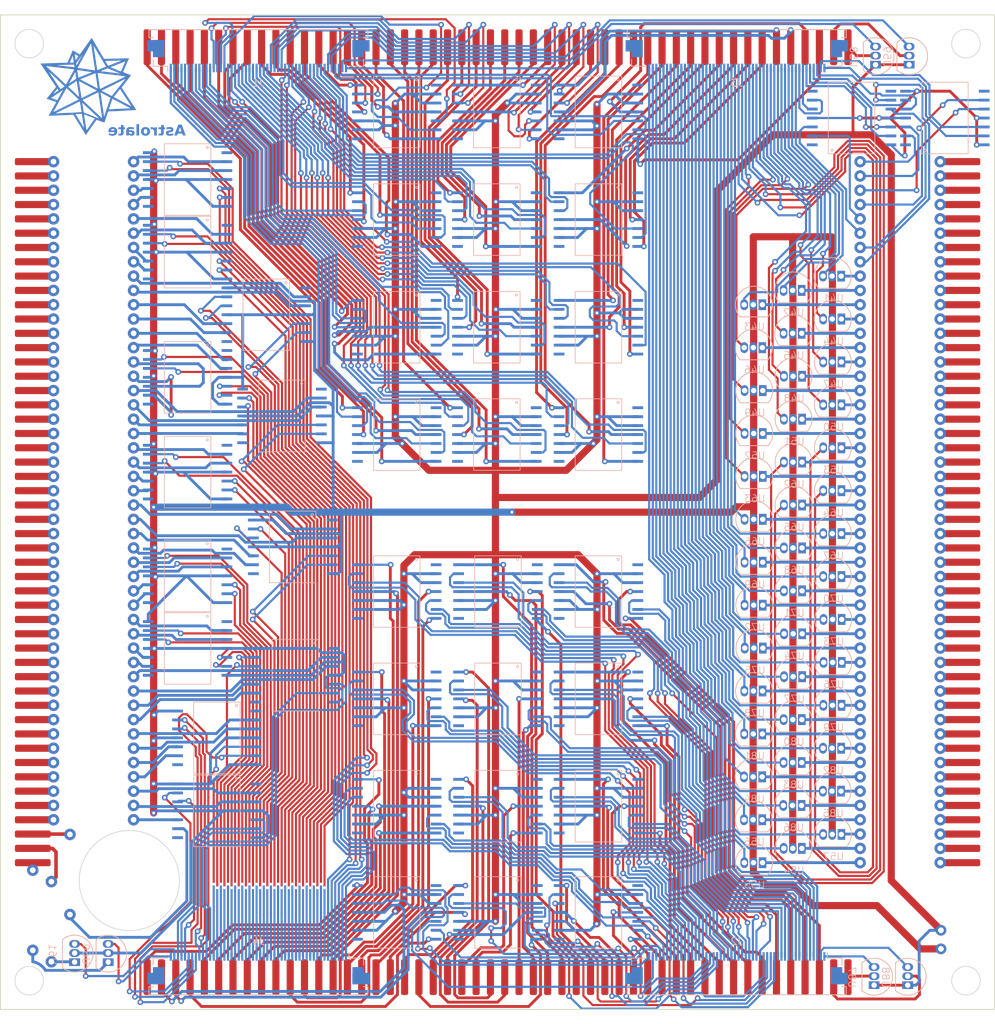
<source format=kicad_pcb>
(kicad_pcb (version 20240108) (generator "pcbnew") (generator_version "8.0")
  (title_block (title "MC6205 — Power Board") (rev "2.0") (company "Astrolate"))
  (layers (0 "F.Cu" signal) (31 "B.Cu" signal) (34 "B.Paste" user) (35 "F.Paste" user) (36 "B.SilkS" user "B.Silkscreen") (37 "F.SilkS" user "F.Silkscreen") (38 "B.Mask" user) (39 "F.Mask" user) (44 "Edge.Cuts" user))
  (net 0 "")
  (net 1 "/CPC18")
  (net 2 "/CPA19")
  (net 3 "/CPA37")
  (net 4 "/CPC36")
  (net 5 "/CPA70")
  (net 6 "/CPC44")
  (net 7 "/CPC89")
  (net 8 "/CPC10")
  (net 9 "/CPA56")
  (net 10 "/CPC60")
  (net 11 "/CPA49")
  (net 12 "/CPC55")
  (net 13 "/CPC32")
  (net 14 "/CPC42")
  (net 15 "/CPC75")
  (net 16 "/CPA7")
  (net 17 "/CPC81")
  (net 18 "/CPC97")
  (net 19 "/CPA43")
  (net 20 "/CPC61")
  (net 21 "/CPC8")
  (net 22 "/CPC67")
  (net 23 "/CPC99")
  (net 24 "/CPA62")
  (net 25 "/CPC53")
  (net 26 "/CPC22")
  (net 27 "/CPC87")
  (net 28 "/CPC14")
  (net 29 "/CPA21")
  (net 30 "/CPC34")
  (net 31 "/CPA5")
  (net 32 "/CPA84")
  (net 33 "/CPA23")
  (net 34 "/CPC93")
  (net 35 "/CPA13")
  (net 36 "/CPA78")
  (net 37 "/PA2")
  (net 38 "/CPC57")
  (net 39 "/PA97")
  (net 40 "/CPC59")
  (net 41 "/CPC2")
  (net 42 "/CPC4")
  (net 43 "/CPA96")
  (net 44 "/CPC24")
  (net 45 "/CPC50")
  (net 46 "/CPC83")
  (net 47 "/CPC65")
  (net 48 "/CPA94")
  (net 49 "/PA99")
  (net 50 "/CPC71")
  (net 51 "/CPC77")
  (net 52 "/CPC73")
  (net 53 "/CPA41")
  (net 54 "/CPC6")
  (net 55 "/CPC16")
  (net 56 "/CPC46")
  (net 57 "/CPC79")
  (net 58 "/CPC12")
  (net 59 "/CPC38")
  (net 60 "/CPC40")
  (net 61 "/CPA9")
  (net 62 "/CPA98")
  (net 63 "/CPA88")
  (net 64 "/CPC69")
  (net 65 "/CPA90")
  (net 66 "/CPC51")
  (net 67 "/CPC20")
  (net 68 "/CPA33")
  (net 69 "/CPC26")
  (net 70 "/CPA11")
  (net 71 "/CPA17")
  (net 72 "/CPC48")
  (net 73 "/CPA3")
  (net 74 "/CPC85")
  (net 75 "/CPC28")
  (net 76 "/CPC95")
  (net 77 "/CPC30")
  (net 78 "/CPA29")
  (net 79 "/CPC91")
  (net 80 "/CPC70")
  (net 81 "/CPC90")
  (net 82 "/CPC9")
  (net 83 "/CPC68")
  (net 84 "/CPC29")
  (net 85 "/PA4")
  (net 86 "/CPA92")
  (net 87 "/CPC52")
  (net 88 "/CPC54")
  (net 89 "/CPA100")
  (net 90 "/CPC33")
  (net 91 "/CPC78")
  (net 92 "/CPC88")
  (net 93 "/CPC62")
  (net 94 "/CPC76")
  (net 95 "/CPC25")
  (net 96 "/CPA66")
  (net 97 "/CPC11")
  (net 98 "/CPC96")
  (net 99 "/CPC15")
  (net 100 "/CPC56")
  (net 101 "/CPC47")
  (net 102 "/CPC49")
  (net 103 "/CPC98")
  (net 104 "/CPC7")
  (net 105 "/CPC66")
  (net 106 "/CPC72")
  (net 107 "/CPC82")
  (net 108 "/CPA76")
  (net 109 "/CPA82")
  (net 110 "/CPA72")
  (net 111 "/CPC39")
  (net 112 "/CPA27")
  (net 113 "/CPC94")
  (net 114 "/CPC3")
  (net 115 "/CPC37")
  (net 116 "/CPC41")
  (net 117 "/CPA86")
  (net 118 "/CPC74")
  (net 119 "/CPC19")
  (net 120 "/CPA15")
  (net 121 "/CPC92")
  (net 122 "/CPA39")
  (net 123 "/CPA1")
  (net 124 "/CPA35")
  (net 125 "/CPA74")
  (net 126 "/CPC84")
  (net 127 "/CPA80")
  (net 128 "/CPA25")
  (net 129 "/CPA58")
  (net 130 "/CPA68")
  (net 131 "/CPA60")
  (net 132 "/CPC86")
  (net 133 "/CPC80")
  (net 134 "/CPA64")
  (net 135 "/CPC45")
  (net 136 "/CPC43")
  (net 137 "/CPC17")
  (net 138 "/CPC31")
  (net 139 "/CPC21")
  (net 140 "/CPC35")
  (net 141 "/CPC100")
  (net 142 "/CPC1")
  (net 143 "/CPC13")
  (net 144 "/CPA47")
  (net 145 "/CPC5")
  (net 146 "/CPA31")
  (net 147 "/CPC58")
  (net 148 "/CPC27")
  (net 149 "/CPC23")
  (net 150 "/CPC64")
  (net 151 "Net-(U1-A2)")
  (net 152 "/CPA45")
  (net 153 "/CPA54")
  (net 154 "/CPA52")
  (net 155 "+250V")
  (net 156 "/СPA14")
  (net 158 "/СPA51")
  (net 159 "/СPA16")
  (net 160 "/СPA40")
  (net 161 "/СPA95")
  (net 162 "/СPA38")
  (net 163 "/СPA36")
  (net 164 "/СPA24")
  (net 165 "/СPA89")
  (net 167 "/СPA71")
  (net 168 "/СPA12")
  (net 169 "/СPA61")
  (net 170 "/СPA46")
  (net 171 "/СPA87")
  (net 172 "/СPA34")
  (net 173 "/СPA20")
  (net 174 "/СPA4")
  (net 176 "/СPA77")
  (net 177 "/СPA79")
  (net 178 "/СPA85")
  (net 179 "/СPA8")
  (net 181 "/СPA42")
  (net 182 "/СPA63")
  (net 183 "/СPA48")
  (net 184 "/СPA81")
  (net 185 "/СPA91")
  (net 187 "/СPA22")
  (net 189 "/СPA83")
  (net 190 "/СPA67")
  (net 191 "/СPA69")
  (net 192 "/СPA73")
  (net 193 "/СPA30")
  (net 194 "/СPA97")
  (net 195 "/СPA75")
  (net 196 "/СPA57")
  (net 197 "/СPA53")
  (net 199 "/СPA99")
  (net 200 "/СPA55")
  (net 201 "/СPA59")
  (net 203 "/СPA18")
  (net 204 "/СPA6")
  (net 205 "/СPA10")
  (net 206 "/СPA50")
  (net 207 "/СPA2")
  (net 208 "/СPA28")
  (net 209 "/СPA26")
  (net 210 "/СPA32")
  (net 211 "/СPA93")
  (net 212 "/СPA44")
  (net 214 "/СPA65")
  (net 216 "/PA22")
  (net 217 "/PA53")
  (net 218 "/PA14")
  (net 219 "/PA51")
  (net 220 "/PA16")
  (net 221 "/PA50")
  (net 222 "/PA12")
  (net 223 "/PA46")
  (net 224 "/PA32")
  (net 225 "/PA73")
  (net 226 "/PA57")
  (net 227 "/PA24")
  (net 228 "/PA65")
  (net 229 "/PA81")
  (net 230 "/PA79")
  (net 231 "/PA20")
  (net 232 "/PA34")
  (net 233 "/PA48")
  (net 236 "/PA71")
  (net 237 "/PA89")
  (net 238 "/PA28")
  (net 239 "/PA30")
  (net 241 "/PA87")
  (net 242 "/PA67")
  (net 243 "/PA85")
  (net 244 "/PA26")
  (net 245 "/PA95")
  (net 246 "/PA40")
  (net 247 "/PA59")
  (net 248 "/PA38")
  (net 249 "/PA69")
  (net 251 "/PA8")
  (net 252 "/PA75")
  (net 253 "/PA36")
  (net 254 "/PA63")
  (net 255 "/PA10")
  (net 256 "/PA91")
  (net 257 "/PA93")
  (net 258 "/PA77")
  (net 259 "/PA42")
  (net 260 "/PA83")
  (net 261 "/PA44")
  (net 262 "/PA55")
  (net 264 "/PA18")
  (net 265 "/PA61")
  (net 267 "/PA6")
  (net 268 "-250V")
  (net 277 "Net-(U1-A99)")
  (net 278 "Net-(U1-A4)")
  (net 279 "Net-(U1-A97)")
  (net 280 "Net-(U1-A6)")
  (net 281 "Net-(U1-A95)")
  (net 282 "Net-(U1-A8)")
  (net 284 "Net-(U1-A93)")
  (net 286 "Net-(U1-A10)")
  (net 287 "Net-(U1-A91)")
  (net 288 "Net-(U1-A12)")
  (net 289 "Net-(U1-A89)")
  (net 291 "Net-(U1-A14)")
  (net 293 "Net-(U1-A87)")
  (net 294 "Net-(U1-A16)")
  (net 295 "Net-(U1-A85)")
  (net 296 "Net-(U1-A18)")
  (net 298 "/PA54")
  (net 299 "/PA9")
  (net 300 "/PA1")
  (net 301 "/PA66")
  (net 302 "/PA19")
  (net 303 "/PA7")
  (net 304 "/PA70")
  (net 305 "/PA100")
  (net 307 "Net-(U1-A83)")
  (net 308 "Net-(U1-A20)")
  (net 309 "Net-(U1-A81)")
  (net 311 "Net-(U1-A22)")
  (net 313 "Net-(U1-A79)")
  (net 314 "Net-(U1-A24)")
  (net 315 "Net-(U1-A77)")
  (net 316 "Net-(U1-A26)")
  (net 317 "Net-(U1-A75)")
  (net 318 "Net-(U1-A28)")
  (net 319 "Net-(U1-A73)")
  (net 320 "Net-(U1-A30)")
  (net 321 "Net-(U1-A71)")
  (net 322 "Net-(U1-A32)")
  (net 323 "Net-(U1-A69)")
  (net 326 "Net-(U1-A34)")
  (net 327 "Net-(U1-A67)")
  (net 328 "Net-(U1-A36)")
  (net 329 "Net-(U1-A65)")
  (net 331 "Net-(U1-A38)")
  (net 332 "Net-(U1-A63)")
  (net 333 "Net-(U1-A40)")
  (net 334 "Net-(U1-A61)")
  (net 335 "Net-(U1-A42)")
  (net 339 "Net-(U1-A59)")
  (net 340 "Net-(U1-A44)")
  (net 341 "Net-(U1-A57)")
  (net 342 "Net-(U1-A46)")
  (net 343 "Net-(U1-A55)")
  (net 344 "Net-(U1-A48)")
  (net 345 "Net-(U1-A53)")
  (net 346 "Net-(U1-A50)")
  (net 347 "Net-(U1-A51)")
  (net 348 "Net-(U1-A1)")
  (net 349 "Net-(U1-A100)")
  (net 352 "Net-(U1-A3)")
  (net 353 "Net-(U1-A98)")
  (net 354 "Net-(U1-A5)")
  (net 355 "Net-(U1-A96)")
  (net 356 "Net-(U1-A7)")
  (net 357 "Net-(U1-A94)")
  (net 359 "Net-(U1-A9)")
  (net 361 "Net-(U1-A92)")
  (net 362 "Net-(U1-A11)")
  (net 363 "Net-(U1-A90)")
  (net 364 "Net-(U1-A13)")
  (net 365 "Net-(U1-A88)")
  (net 366 "Net-(U1-A15)")
  (net 367 "Net-(U1-A86)")
  (net 368 "Net-(U1-A17)")
  (net 369 "Net-(U1-A84)")
  (net 371 "Net-(U1-A19)")
  (net 372 "Net-(U1-A82)")
  (net 373 "Net-(U1-A21)")
  (net 374 "Net-(U1-A80)")
  (net 376 "Net-(U1-A23)")
  (net 377 "Net-(U1-A78)")
  (net 379 "Net-(U1-A25)")
  (net 381 "Net-(U1-A76)")
  (net 382 "Net-(U1-A27)")
  (net 383 "Net-(U1-A74)")
  (net 384 "Net-(U1-A29)")
  (net 385 "Net-(U1-A72)")
  (net 386 "Net-(U1-A31)")
  (net 387 "Net-(U1-A70)")
  (net 388 "Net-(U1-A33)")
  (net 389 "Net-(U1-A68)")
  (net 390 "Net-(U1-A35)")
  (net 392 "Net-(U1-A66)")
  (net 394 "Net-(U1-A37)")
  (net 395 "Net-(U1-A64)")
  (net 396 "Net-(U1-A39)")
  (net 398 "Net-(U1-A62)")
  (net 399 "Net-(U1-A41)")
  (net 400 "Net-(U1-A60)")
  (net 401 "Net-(U1-A43)")
  (net 402 "Net-(U1-A58)")
  (net 403 "Net-(U1-A45)")
  (net 405 "Net-(U1-A56)")
  (net 406 "Net-(U1-A47)")
  (net 408 "Net-(U1-A54)")
  (net 410 "Net-(U1-A49)")
  (net 411 "Net-(U1-A52)")
  (net 412 "/PC100")
  (net 413 "/PC2")
  (net 414 "/PC97")
  (net 415 "/PC25")
  (net 416 "/PC48")
  (net 417 "/PC47")
  (net 418 "/PC82")
  (net 419 "/PC74")
  (net 420 "/PC13")
  (net 421 "/PC58")
  (net 423 "/PC87")
  (net 424 "/PC36")
  (net 425 "/PC61")
  (net 427 "/PC41")
  (net 428 "/PC65")
  (net 431 "/PC60")
  (net 432 "/PC16")
  (net 433 "/PC37")
  (net 434 "/PC85")
  (net 435 "/PC95")
  (net 436 "/PC26")
  (net 437 "/PC9")
  (net 438 "/PC28")
  (net 440 "/PC53")
  (net 441 "/PC11")
  (net 442 "/PC73")
  (net 443 "/PC96")
  (net 444 "/PC19")
  (net 445 "/PC34")
  (net 447 "/PC29")
  (net 448 "/PC46")
  (net 449 "/PC92")
  (net 450 "/PC81")
  (net 452 "/PC3")
  (net 453 "/PC49")
  (net 454 "/PC12")
  (net 455 "/PC20")
  (net 458 "/PC68")
  (net 459 "/PC55")
  (net 460 "/PC24")
  (net 462 "/PC30")
  (net 463 "/PC77")
  (net 464 "/PC89")
  (net 465 "/PC39")
  (net 466 "/PC1")
  (net 467 "/PC54")
  (net 468 "/PC52")
  (net 469 "/PC14")
  (net 470 "/PC23")
  (net 472 "/PC38")
  (net 473 "/PC27")
  (net 475 "/PC8")
  (net 476 "/PC35")
  (net 477 "/PC90")
  (net 479 "/PC42")
  (net 480 "/PC98")
  (net 481 "/PC40")
  (net 482 "/PC50")
  (net 483 "/PC18")
  (net 485 "/PC44")
  (net 486 "/PC83")
  (net 487 "/PC51")
  (net 488 "/PC91")
  (net 489 "/PC6")
  (net 492 "/PC66")
  (net 493 "/PC86")
  (net 494 "/PC56")
  (net 495 "/PC31")
  (net 496 "/PC7")
  (net 497 "/PC15")
  (net 498 "/PC33")
  (net 499 "/PC72")
  (net 500 "/PC62")
  (net 501 "/PC59")
  (net 503 "/PC84")
  (net 504 "/PC75")
  (net 506 "/PC21")
  (net 507 "/PC99")
  (net 508 "/PC10")
  (net 509 "/PC43")
  (net 510 "/PC5")
  (net 512 "/PC64")
  (net 513 "/PC76")
  (net 514 "/PC71")
  (net 516 "/PC67")
  (net 517 "/PC79")
  (net 518 "/PC70")
  (net 519 "/PC93")
  (net 520 "/PC69")
  (net 522 "/PC22")
  (net 523 "/PC32")
  (net 524 "/PC80")
  (net 526 "/PC45")
  (net 527 "/PA76")
  (net 529 "/PA47")
  (net 530 "/PA41")
  (net 531 "/PA5")
  (net 532 "/PA35")
  (net 533 "/PA60")
  (net 535 "/PA88")
  (net 536 "/PA74")
  (net 537 "/PA49")
  (net 538 "/PA90")
  (net 539 "/PA98")
  (net 540 "/PA43")
  (net 541 "/PA62")
  (net 542 "/PA82")
  (net 543 "/PA31")
  (net 544 "/PA80")
  (net 545 "/PA94")
  (net 546 "/PA84")
  (net 547 "/PA58")
  (net 548 "/PA11")
  (net 549 "/PA25")
  (net 550 "/PA3")
  (net 551 "/PA15")
  (net 552 "/PA86")
  (net 553 "/PA68")
  (net 554 "/PA27")
  (net 555 "/PA33")
  (net 556 "/PA52")
  (net 557 "/PA29")
  (net 558 "/PA23")
  (net 559 "/PA17")
  (net 560 "/PA72")
  (net 561 "/PA45")
  (net 562 "/PA96")
  (net 563 "/PA92")
  (net 564 "/PA56")
  (net 565 "/PA39")
  (net 566 "/PA64")
  (net 567 "/PA78")
  (net 568 "/PA13")
  (net 569 "/PA21")
  (net 570 "/PA37")
  (net 571 "/PC78")
  (net 572 "/PC57")
  (net 573 "/PC4")
  (net 574 "/PC94")
  (net 575 "/PC17")
  (net 576 "/PC88")
  (net 577 "/CPC63")
  (net 578 "/PC63")
  (footprint "MyLibFtprnts:5K1" (layer "F.Cu") (at 52.732106 130.475 180)
    (property "Reference" "R46" (hide yes))
    (property "Value" "R_5K1" (hide yes))
  )
  (footprint "MyLibFtprnts:5K1" (layer "F.Cu") (at 52.732106 66.475 180)
    (property "Reference" "R14" (hide yes))
    (property "Value" "R_5K1" (hide yes))
  )
  (footprint "MyLibFtprnts:5K1" (layer "F.Cu") (at 52.732106 120.475 180)
    (property "Reference" "R41" (hide yes))
    (property "Value" "R_5K1" (hide yes))
  )
  (footprint "MyLibFtprnts:5K1" (layer "F.Cu") (at 52.732106 46.475 180)
    (property "Reference" "R4" (hide yes))
    (property "Value" "R_5K1" (hide yes))
  )
  (footprint "MyLibFtprnts:2pin connector" (layer "F.Cu") (at 165.632106 151.025 90)
    (property "Reference" "REF**" (hide yes))
    (property "Value" "2pin connector" (hide yes))
  )
  (footprint "MyLibFtprnts:5K1" (layer "F.Cu") (at 52.732106 114.475 180)
    (property "Reference" "R38" (hide yes))
    (property "Value" "R_5K1" (hide yes))
  )
  (footprint "MyLibFtprnts:5K1" (layer "F.Cu") (at 165.532106 108.475 180)
    (property "Reference" "R85" (hide yes))
    (property "Value" "R_5K1" (hide yes))
  )
  (footprint "MyLibFtprnts:5K1" (layer "F.Cu") (at 165.532106 68.475 180)
    (property "Reference" "R65" (hide yes))
    (property "Value" "R_5K1" (hide yes))
  )
  (footprint "MyLibFtprnts:5K1" (layer "F.Cu") (at 52.732106 122.475 180)
    (property "Reference" "R42" (hide yes))
    (property "Value" "R_5K1" (hide yes))
  )
  (footprint "MyLib:GIP-1000" (layer "F.Cu") (at 103.632106 89.975)
    (property "Reference" "U1" (hide yes))
    (property "Value" "~" (hide yes))
    (fp_circle (center -65.5 -65.5) (end -65.5 -67.5) (stroke (width 0.1)) (fill none) (layer "Edge.Cuts"))
    (fp_circle (center -65.5 65.5) (end -65.5 63.5) (stroke (width 0.1)) (fill none) (layer "Edge.Cuts"))
    (fp_circle (center -51.5 51.5) (end -51.5 58.5) (stroke (width 0.1)) (fill none) (layer "Edge.Cuts"))
    (fp_circle (center 65.5 -65.5) (end 65.5 -67.5) (stroke (width 0.1)) (fill none) (layer "Edge.Cuts"))
    (fp_circle (center 65.5 65.5) (end 65.5 63.5) (stroke (width 0.1)) (fill none) (layer "Edge.Cuts"))
  )
  (footprint "MyLibFtprnts:5K1" (layer "F.Cu") (at 165.532106 94.475 180)
    (property "Reference" "R78" (hide yes))
    (property "Value" "R_5K1" (hide yes))
  )
  (footprint "MyLibFtprnts:5K1" (layer "F.Cu") (at 52.732106 110.475 180)
    (property "Reference" "R36" (hide yes))
    (property "Value" "R_5K1" (hide yes))
  )
  (footprint "MyLibFtprnts:5K1" (layer "F.Cu") (at 52.732106 54.475 180)
    (property "Reference" "R8" (hide yes))
    (property "Value" "R_5K1" (hide yes))
  )
  (footprint "MyLibFtprnts:5K1" (layer "F.Cu") (at 165.532106 116.475 180)
    (property "Reference" "R89" (hide yes))
    (property "Value" "R_5K1" (hide yes))
  )
  (footprint "MyLibFtprnts:5K1" (layer "F.Cu") (at 165.532106 128.475 180)
    (property "Reference" "R95" (hide yes))
    (property "Value" "R_5K1" (hide yes))
  )
  (footprint "MyLibFtprnts:5K1" (layer "F.Cu") (at 165.532106 110.475 180)
    (property "Reference" "R86" (hide yes))
    (property "Value" "R_5K1" (hide yes))
  )
  (footprint "MyLibFtprnts:5K1" (layer "F.Cu") (at 52.732106 104.475 180)
    (property "Reference" "R33" (hide yes))
    (property "Value" "R_5K1" (hide yes))
  )
  (footprint "MyLibFtprnts:5K1" (layer "F.Cu") (at 165.532106 62.475 180)
    (property "Reference" "R62" (hide yes))
    (property "Value" "R_5K1" (hide yes))
  )
  (footprint "MyLibFtprnts:5K1" (layer "F.Cu") (at 165.532106 96.475 180)
    (property "Reference" "R79" (hide yes))
    (property "Value" "R_5K1" (hide yes))
  )
  (footprint "MyLibFtprnts:5K1" (layer "F.Cu") (at 52.732106 96.475 180)
    (property "Reference" "R29" (hide yes))
    (property "Value" "R_5K1" (hide yes))
  )
  (footprint "MyLibFtprnts:5K1" (layer "F.Cu") (at 165.532106 48.475 180)
    (property "Reference" "R55" (hide yes))
    (property "Value" "R_5K1" (hide yes))
  )
  (footprint "MyLibFtprnts:5K1" (layer "F.Cu") (at 52.732106 72.475 180)
    (property "Reference" "R17" (hide yes))
    (property "Value" "R_5K1" (hide yes))
  )
  (footprint "MyLibFtprnts:5K1" (layer "F.Cu") (at 165.532106 50.475 180)
    (property "Reference" "R56" (hide yes))
    (property "Value" "R_5K1" (hide yes))
  )
  (footprint "MyLibFtprnts:5K1" (layer "F.Cu") (at 52.732106 108.475 180)
    (property "Reference" "R35" (hide yes))
    (property "Value" "R_5K1" (hide yes))
  )
  (footprint "MyLibFtprnts:5K1" (layer "F.Cu") (at 165.532106 64.475 180)
    (property "Reference" "R63" (hide yes))
    (property "Value" "R_5K1" (hide yes))
  )
  (footprint "MyLibFtprnts:5K1" (layer "F.Cu") (at 165.532106 98.475 180)
    (property "Reference" "R80" (hide yes))
    (property "Value" "R_5K1" (hide yes))
  )
  (footprint "MyLibFtprnts:5K1" (layer "F.Cu") (at 52.732106 56.475 180)
    (property "Reference" "R9" (hide yes))
    (property "Value" "R_5K1" (hide yes))
  )
  (footprint "MyLibFtprnts:5K1" (layer "F.Cu") (at 39.132106 151.225 90)
    (property "Reference" "R50" (hide yes))
    (property "Value" "R_5K1" (hide yes))
  )
  (footprint "MyLibFtprnts:5K1" (layer "F.Cu") (at 52.732106 60.475 180)
    (property "Reference" "R11" (hide yes))
    (property "Value" "R_5K1" (hide yes))
  )
  (footprint "MyLibFtprnts:5K1" (layer "F.Cu") (at 165.532106 126.475 180)
    (property "Reference" "R94" (hide yes))
    (property "Value" "R_5K1" (hide yes))
  )
  (footprint "MyLibFtprnts:5K1" (layer "F.Cu") (at 165.532106 130.475 180)
    (property "Reference" "R96" (hide yes))
    (property "Value" "R_5K1" (hide yes))
  )
  (footprint "MyLibFtprnts:5K1" (layer "F.Cu") (at 52.732106 116.475 180)
    (property "Reference" "R39" (hide yes))
    (property "Value" "R_5K1" (hide yes))
  )
  (footprint "MyLibFtprnts:5K1" (layer "F.Cu") (at 165.532106 72.475 180)
    (property "Reference" "R67" (hide yes))
    (property "Value" "R_5K1" (hide yes))
  )
  (footprint "MyLibFtprnts:5K1" (layer "F.Cu") (at 52.732106 124.475 180)
    (property "Reference" "R43" (hide yes))
    (property "Value" "R_5K1" (hide yes))
  )
  (footprint "MyLibFtprnts:5K1" (layer "F.Cu") (at 165.532106 138.475 180)
    (property "Reference" "R100" (hide yes))
    (property "Value" "R_5K1" (hide yes))
  )
  (footprint "MyLibFtprnts:5K1" (layer "F.Cu") (at 52.732106 100.475 180)
    (property "Reference" "R31" (hide yes))
    (property "Value" "R_5K1" (hide yes))
  )
  (footprint "MyLibFtprnts:5K1" (layer "F.Cu") (at 165.532106 118.475 180)
    (property "Reference" "R90" (hide yes))
    (property "Value" "R_5K1" (hide yes))
  )
  (footprint "MyLibFtprnts:5K1" (layer "F.Cu") (at 52.732106 42.475 180)
    (property "Reference" "R2" (hide yes))
    (property "Value" "R_5K1" (hide yes))
  )
  (footprint "MyLibFtprnts:5K1" (layer "F.Cu") (at 52.732106 82.475 180)
    (property "Reference" "R22" (hide yes))
    (property "Value" "R_5K1" (hide yes))
  )
  (footprint "MyLibFtprnts:5K1" (layer "F.Cu") (at 52.732106 76.475 180)
    (property "Reference" "R19" (hide yes))
    (property "Value" "R_5K1" (hide yes))
  )
  (footprint "MyLibFtprnts:5K1" (layer "F.Cu") (at 165.532106 60.475 180)
    (property "Reference" "R61" (hide yes))
    (property "Value" "R_5K1" (hide yes))
  )
  (footprint "MyLibFtprnts:5K1" (layer "F.Cu") (at 165.532106 86.475 180)
    (property "Reference" "R74" (hide yes))
    (property "Value" "R_5K1" (hide yes))
  )
  (footprint "MyLibFtprnts:5K1" (layer "F.Cu") (at 52.732106 78.475 180)
    (property "Reference" "R20" (hide yes))
    (property "Value" "R_5K1" (hide yes))
  )
  (footprint "MyLibFtprnts:5K1" (layer "F.Cu") (at 52.732106 86.475 180)
    (property "Reference" "R24" (hide yes))
    (property "Value" "R_5K1" (hide yes))
  )
  (footprint "MyLibFtprnts:5K1" (layer "F.Cu") (at 165.532106 42.475 180)
    (property "Reference" "R52" (hide yes))
    (property "Value" "R_5K1" (hide yes))
  )
  (footprint "MyLibFtprnts:5K1" (layer "F.Cu") (at 52.732106 68.475 180)
    (property "Reference" "R15" (hide yes))
    (property "Value" "R_5K1" (hide yes))
  )
  (footprint "MyLibFtprnts:5K1" (layer "F.Cu") (at 52.732106 112.475 180)
    (property "Reference" "R37" (hide yes))
    (property "Value" "R_5K1" (hide yes))
  )
  (footprint "MyLibFtprnts:5K1" (layer "F.Cu") (at 52.732106 64.475 180)
    (property "Reference" "R13" (hide yes))
    (property "Value" "R_5K1" (hide yes))
  )
  (footprint "MyLibFtprnts:5K1" (layer "F.Cu") (at 165.532106 132.475 180)
    (property "Reference" "R97" (hide yes))
    (property "Value" "R_5K1" (hide yes))
  )
  (footprint "MyLibFtprnts:5K1" (layer "F.Cu") (at 165.532106 44.475 180)
    (property "Reference" "R53" (hide yes))
    (property "Value" "R_5K1" (hide yes))
  )
  (footprint "MyLibFtprnts:5K1" (layer "F.Cu") (at 165.532106 46.475 180)
    (property "Reference" "R54" (hide yes))
    (property "Value" "R_5K1" (hide yes))
  )
  (footprint "MyLibFtprnts:5K1" (layer "F.Cu") (at 52.732106 128.475 180)
    (property "Reference" "R45" (hide yes))
    (property "Value" "R_5K1" (hide yes))
  )
  (footprint "MyLibFtprnts:5K1" (layer "F.Cu") (at 165.532106 90.475 180)
    (property "Reference" "R76" (hide yes))
    (property "Value" "R_5K1" (hide yes))
  )
  (footprint "MyLibFtprnts:5K1" (layer "F.Cu") (at 165.532106 88.475 180)
    (property "Reference" "R75" (hide yes))
    (property "Value" "R_5K1" (hide yes))
  )
  (footprint "MyLibFtprnts:5K1" (layer "F.Cu") (at 165.532106 136.475 180)
    (property "Reference" "R99" (hide yes))
    (property "Value" "R_5K1" (hide yes))
  )
  (footprint "MyLibFtprnts:5K1" (layer "F.Cu") (at 52.732106 126.475 180)
    (property "Reference" "R44" (hide yes))
    (property "Value" "R_5K1" (hide yes))
  )
  (footprint "MyLibFtprnts:5K1" (layer "F.Cu") (at 52.732106 118.475 180)
    (property "Reference" "R40" (hide yes))
    (property "Value" "R_5K1" (hide yes))
  )
  (footprint "MyLibFtprnts:5K1" (layer "F.Cu") (at 52.732106 84.475 180)
    (property "Reference" "R23" (hide yes))
    (property "Value" "R_5K1" (hide yes))
  )
  (footprint "MyLibFtprnts:5K1" (layer "F.Cu") (at 165.532106 82.475 180)
    (property "Reference" "R72" (hide yes))
    (property "Value" "R_5K1" (hide yes))
  )
  (footprint "MyLibFtprnts:5K1" (layer "F.Cu") (at 165.532106 66.475 180)
    (property "Reference" "R64" (hide yes))
    (property "Value" "R_5K1" (hide yes))
  )
  (footprint "MyLibFtprnts:5K1" (layer "F.Cu") (at 165.532106 56.475 180)
    (property "Reference" "R59" (hide yes))
    (property "Value" "R_5K1" (hide yes))
  )
  (footprint "MyLibFtprnts:5K1" (layer "F.Cu") (at 165.532106 104.475 180)
    (property "Reference" "R83" (hide yes))
    (property "Value" "R_5K1" (hide yes))
  )
  (footprint "MyLibFtprnts:5K1" (layer "F.Cu") (at 165.532106 106.475 180)
    (property "Reference" "R84" (hide yes))
    (property "Value" "R_5K1" (hide yes))
  )
  (footprint "MyLibFtprnts:5K1" (layer "F.Cu") (at 165.532106 84.475 180)
    (property "Reference" "R73" (hide yes))
    (property "Value" "R_5K1" (hide yes))
  )
  (footprint "MyLibFtprnts:5K1" (layer "F.Cu") (at 52.732106 74.475 180)
    (property "Reference" "R18" (hide yes))
    (property "Value" "R_5K1" (hide yes))
  )
  (footprint "MyLibFtprnts:5K1" (layer "F.Cu") (at 52.732106 132.475 180)
    (property "Reference" "R47" (hide yes))
    (property "Value" "R_5K1" (hide yes))
  )
  (footprint "MyLibFtprnts:5K1" (layer "F.Cu") (at 52.732106 62.475 180)
    (property "Reference" "R12" (hide yes))
    (property "Value" "R_5K1" (hide yes))
  )
  (footprint "MyLibFtprnts:5K1" (layer "F.Cu") (at 165.532106 124.475 180)
    (property "Reference" "R93" (hide yes))
    (property "Value" "R_5K1" (hide yes))
  )
  (footprint "MyLibFtprnts:5K1" (layer "F.Cu") (at 165.532106 92.475 180)
    (property "Reference" "R77" (hide yes))
    (property "Value" "R_5K1" (hide yes))
  )
  (footprint "MyLibFtprnts:5K1" (layer "F.Cu") (at 52.732106 80.475 180)
    (property "Reference" "R21" (hide yes))
    (property "Value" "R_5K1" (hide yes))
  )
  (footprint "MyLibFtprnts:5K1" (layer "F.Cu") (at 52.732106 44.475 180)
    (property "Reference" "R3" (hide yes))
    (property "Value" "R_5K1" (hide yes))
  )
  (footprint "MyLibFtprnts:5K1" (layer "F.Cu") (at 165.532106 120.475 180)
    (property "Reference" "R91" (hide yes))
    (property "Value" "R_5K1" (hide yes))
  )
  (footprint "MyLibFtprnts:5K1" (layer "F.Cu") (at 165.532106 58.475 180)
    (property "Reference" "R60" (hide yes))
    (property "Value" "R_5K1" (hide yes))
  )
  (footprint "MyLibFtprnts:5K1" (layer "F.Cu") (at 52.732106 58.475 180)
    (property "Reference" "R10" (hide yes))
    (property "Value" "R_5K1" (hide yes))
  )
  (footprint "MyLibFtprnts:5K1" (layer "F.Cu") (at 165.532106 70.475 180)
    (property "Reference" "R66" (hide yes))
    (property "Value" "R_5K1" (hide yes))
  )
  (footprint "MyLibFtprnts:5K1" (layer "F.Cu") (at 165.532106 134.475 180)
    (property "Reference" "R98" (hide yes))
    (property "Value" "R_5K1" (hide yes))
  )
  (footprint "MyLibFtprnts:5K1" (layer "F.Cu") (at 165.532106 76.475 180)
    (property "Reference" "R69" (hide yes))
    (property "Value" "R_5K1" (hide yes))
  )
  (footprint "MyLibFtprnts:5K1" (layer "F.Cu") (at 52.732106 94.475 180)
    (property "Reference" "R28" (hide yes))
    (property "Value" "R_5K1" (hide yes))
  )
  (footprint "MyLibFtprnts:5K1" (layer "F.Cu") (at 165.532106 80.475 180)
    (property "Reference" "R71" (hide yes))
    (property "Value" "R_5K1" (hide yes))
  )
  (footprint "MyLibFtprnts:5K1" (layer "F.Cu") (at 41.732106 152.825 90)
    (property "Reference" "R49" (hide yes))
    (property "Value" "R_5K1" (hide yes))
  )
  (footprint "MyLibFtprnts:5K1" (layer "F.Cu") (at 165.532106 112.475 180)
    (property "Reference" "R87" (hide yes))
    (property "Value" "R_5K1" (hide yes))
  )
  (footprint "MyLibFtprnts:5K1" (layer "F.Cu") (at 165.532106 52.475 180)
    (property "Reference" "R57" (hide yes))
    (property "Value" "R_5K1" (hide yes))
  )
  (footprint "MyLibFtprnts:5K1" (layer "F.Cu") (at 44.332106 146.225 90)
    (property "Reference" "R48" (hide yes))
    (property "Value" "R_5K1" (hide yes))
  )
  (footprint "MyLibFtprnts:5K1" (layer "F.Cu") (at 52.732106 40.475 180)
    (property "Reference" "R1" (hide yes))
    (property "Value" "R_5K1" (hide yes))
  )
  (footprint "MyLibFtprnts:5K1" (layer "F.Cu") (at 165.532106 40.475 180)
    (property "Reference" "R51" (hide yes))
    (property "Value" "R_5K1" (hide yes))
  )
  (footprint "MyLibFtprnts:5K1" (layer "F.Cu") (at 52.732106 90.475 180)
    (property "Reference" "R26" (hide yes))
    (property "Value" "R_5K1" (hide yes))
  )
  (footprint "MyLibFtprnts:5K1" (layer "F.Cu") (at 52.732106 88.475 180)
    (property "Reference" "R25" (hide yes))
    (property "Value" "R_5K1" (hide yes))
  )
  (footprint "MyLibFtprnts:5K1" (layer "F.Cu") (at 165.532106 78.475 180)
    (property "Reference" "R70" (hide yes))
    (property "Value" "R_5K1" (hide yes))
  )
  (footprint "MyLibFtprnts:5K1" (layer "F.Cu") (at 52.732106 48.475 180)
    (property "Reference" "R5" (hide yes))
    (property "Value" "R_5K1" (hide yes))
  )
  (footprint "MyLibFtprnts:5K1" (layer "F.Cu") (at 52.732106 50.475 180)
    (property "Reference" "R6" (hide yes))
    (property "Value" "R_5K1" (hide yes))
  )
  (footprint "MyLibFtprnts:5K1" (layer "F.Cu") (at 165.532106 74.475 180)
    (property "Reference" "R68" (hide yes))
    (property "Value" "R_5K1" (hide yes))
  )
  (footprint "MyLibFtprnts:5K1" (layer "F.Cu") (at 52.732106 70.475 180)
    (property "Reference" "R16" (hide yes))
    (property "Value" "R_5K1" (hide yes))
  )
  (footprint "MyLibFtprnts:5K1" (layer "F.Cu") (at 165.532106 100.475 180)
    (property "Reference" "R81" (hide yes))
    (property "Value" "R_5K1" (hide yes))
  )
  (footprint "MyLibFtprnts:5K1" (layer "F.Cu") (at 165.532106 54.475 180)
    (property "Reference" "R58" (hide yes))
    (property "Value" "R_5K1" (hide yes))
  )
  (footprint "MyLibFtprnts:5K1" (layer "F.Cu") (at 165.532106 114.475 180)
    (property "Reference" "R88" (hide yes))
    (property "Value" "R_5K1" (hide yes))
  )
  (footprint "MyLibFtprnts:5K1" (layer "F.Cu") (at 52.732106 106.475 180)
    (property "Reference" "R34" (hide yes))
    (property "Value" "R_5K1" (hide yes))
  )
  (footprint "MyLibFtprnts:5K1" (layer "F.Cu") (at 52.732106 92.475 180)
    (property "Reference" "R27" (hide yes))
    (property "Value" "R_5K1" (hide yes))
  )
  (footprint "MyLibFtprnts:5K1" (layer "F.Cu") (at 52.732106 52.475 180)
    (property "Reference" "R7" (hide yes))
    (property "Value" "R_5K1" (hide yes))
  )
  (footprint "MyLibFtprnts:5K1" (layer "F.Cu") (at 52.732106 98.475 180)
    (property "Reference" "R30" (hide yes))
    (property "Value" "R_5K1" (hide yes))
  )
  (footprint "MyLibFtprnts:5K1" (layer "F.Cu") (at 52.732106 102.475 180)
    (property "Reference" "R32" (hide yes))
    (property "Value" "R_5K1" (hide yes))
  )
  (footprint "MyLibFtprnts:5K1" (layer "F.Cu") (at 165.532106 122.475 180)
    (property "Reference" "R92" (hide yes))
    (property "Value" "R_5K1" (hide yes))
  )
  (footprint "MyLibFtprnts:5K1" (layer "F.Cu") (at 165.532106 102.475 180)
    (property "Reference" "R82" (hide yes))
    (property "Value" "R_5K1" (hide yes))
  )
  (footprint "MyLib:BF422-FTPRNT" (layer "B.Cu") (at 139.432106 126.525 180)
    (property "Reference" "U84")
    (property "Value" "~")
  )
  (footprint "MyLib:BF422-FTPRNT" (layer "B.Cu") (at 150.512106 74.525 180)
    (property "Reference" "U50")
    (property "Value" "~")
  )
  (footprint "MyLib:K1HT661A-FTPRNT" (layer "B.Cu") (at 106.932106 111.075 180)
    (property "Reference" "U38" (hide yes))
    (property "Value" "~")
  )
  (footprint "MyLib:BF422-FTPRNT" (layer "B.Cu") (at 145.012106 100.525 180)
    (property "Reference" "U71")
    (property "Value" "~")
  )
  (footprint "MyLib:BF422-FTPRNT" (layer "B.Cu") (at 139.512106 90.525 180)
    (property "Reference" "U66")
    (property "Value" "~")
  )
  (footprint "MyLib:BF422-FTPRNT" (layer "B.Cu") (at 139.462106 60.525 180)
    (property "Reference" "U43")
    (property "Value" "~")
  )
  (footprint "MyLib:K1HT661A-FTPRNT" (layer "B.Cu") (at 120.982106 111.075 180)
    (property "Reference" "U37" (hide yes))
    (property "Value" "~")
  )
  (footprint "MyLib:BF422-FTPRNT" (layer "B.Cu") (at 139.532106 108.525 180)
    (property "Reference" "U75")
    (property "Value" "~")
  )
  (footprint "MyLib:BF422-FTPRNT" (layer "B.Cu") (at 150.512106 80.525 180)
    (property "Reference" "U53")
    (property "Value" "~")
  )
  (footprint "MyLib:BF422-FTPRNT" (layer "B.Cu") (at 139.462106 120.525 180)
    (property "Reference" "U81")
    (property "Value" "~")
  )
  (footprint "MyLib:BF422-FTPRNT" (layer "B.Cu") (at 139.432106 132.525 180)
    (property "Reference" "U56")
    (property "Value" "~")
  )
  (footprint "MyLib:BF422-FTPRNT" (layer "B.Cu") (at 156.932106 26.225 90)
    (property "Reference" "U58")
    (property "Value" "~")
  )
  (footprint "MyLib:K1HT661A-FTPRNT" (layer "B.Cu") (at 74.532106 57.375 180)
    (property "Reference" "U5" (hide yes))
    (property "Value" "~")
  )
  (footprint "MyLib:BF422-FTPRNT" (layer "B.Cu") (at 145.012106 82.525 180)
    (property "Reference" "U62")
    (property "Value" "~")
  )
  (footprint "Connector_FFC-FPC:Molex_54132-5033_1x50-1MP_P0.5mm_Horizontal" (layer "B.Cu") (at 70.182106 26.225)
    (property "Reference" "J1")
    (property "Value" "Conn_01x50_Pin")
  )
  (footprint "MyLib:K1HT661A-FTPRNT" (layer "B.Cu") (at 92.782106 96.075 180)
    (property "Reference" "U33" (hide yes))
    (property "Value" "~")
  )
  (footprint "MyLib:BF422-FTPRNT" (layer "B.Cu") (at 139.462106 66.525 180)
    (property "Reference" "U46")
    (property "Value" "~")
  )
  (footprint "MyLib:BF422-FTPRNT" (layer "B.Cu") (at 156.732106 154.905 90)
    (property "Reference" "U87")
    (property "Value" "~")
  )
  (footprint "MyLib:BF422-FTPRNT" (layer "B.Cu") (at 150.512106 98.525 180)
    (property "Reference" "U70")
    (property "Value" "~")
  )
  (footprint "MyLib:K1HT661A-FTPRNT" (layer "B.Cu") (at 120.982106 126.075 180)
    (property "Reference" "U36" (hide yes))
    (property "Value" "~")
  )
  (footprint "MyLib:BF422-FTPRNT" (layer "B.Cu") (at 144.932106 130.525 180)
    (property "Reference" "U86")
    (property "Value" "~")
  )
  (footprint "MyLib:BF422-FTPRNT" (layer "B.Cu") (at 144.982106 118.525 180)
    (property "Reference" "U80")
    (property "Value" "~")
  )
  (footprint "MyLib:BF422-FTPRNT" (layer "B.Cu") (at 44.932106 151.675 90)
    (property "Reference" "U61")
    (property "Value" "~")
  )
  (footprint "MyLib:K1HT661A-FTPRNT" (layer "B.Cu") (at 106.782106 59.125 180)
    (property "Reference" "U25" (hide yes))
    (property "Value" "~")
  )
  (footprint "MyLib:K1HT661A-FTPRNT" (layer "B.Cu") (at 63.532106 93.875 180)
    (property "Reference" "U12" (hide yes))
    (property "Value" "~")
  )
  (footprint "MyLib:K1HT661A-FTPRNT" (layer "B.Cu") (at 106.782106 29.025 180)
    (property "Reference" "U16" (hide yes))
    (property "Value" "~")
  )
  (footprint "MyLib:K1HT661A-FTPRNT" (layer "B.Cu") (at 78.582106 107.775 180)
    (property "Reference" "U6" (hide yes))
    (property "Value" "~")
  )
  (footprint "MyLib:BF422-FTPRNT" (layer "B.Cu") (at 139.512106 96.525 180)
    (property "Reference" "U69")
    (property "Value" "~")
  )
  (footprint "MyLib:BF422-FTPRNT" (layer "B.Cu") (at 144.962106 58.525 180)
    (property "Reference" "U42")
    (property "Value" "~")
  )
  (footprint "MyLib:BF422-FTPRNT" (layer "B.Cu") (at 145.032106 112.525 180)
    (property "Reference" "U77")
    (property "Value" "~")
  )
  (footprint "MyLib:BF422-FTPRNT" (layer "B.Cu") (at 144.962106 64.525 180)
    (property "Reference" "U45")
    (property "Value" "~")
  )
  (footprint "MyLib:BF422-FTPRNT" (layer "B.Cu") (at 139.512106 78.525 180)
    (property "Reference" "U52")
    (property "Value" "~")
  )
  (footprint "MyLib:K1HT661A-FTPRNT" (layer "B.Cu") (at 106.932106 126.075 180)
    (property "Reference" "U35" (hide yes))
    (property "Value" "~" (hide yes))
  )
  (footprint "Connector_FFC-FPC:Molex_54132-5033_1x50-1MP_P0.5mm_Horizontal" (layer "B.Cu") (at 137.082106 153.725 180)
    (property "Reference" "J2")
    (property "Value" "Conn_01x50_Pin")
  )
  (footprint "MyLib:BF422-FTPRNT" (layer "B.Cu") (at 150.462106 128.525 180)
    (property "Reference" "U85")
    (property "Value" "~")
  )
  (footprint "MyLib:K1HT661A-FTPRNT" (layer "B.Cu") (at 106.932106 96.075 180)
    (property "Reference" "U39" (hide yes))
    (property "Value" "~")
  )
  (footprint "MyLib:K1HT661A-FTPRNT" (layer "B.Cu") (at 120.982106 29.025 180)
    (property "Reference" "U22" (hide yes))
    (property "Value" "~")
  )
  (footprint "Connector_FFC-FPC:Molex_54132-5033_1x50-1MP_P0.5mm_Horizontal" (layer "B.Cu") (at 137.082106 26.225)
    (property "Reference" "J3")
    (property "Value" "Conn_01x50_Pin")
  )
  (footprint "MyLib:K1HT661A-FTPRNT" (layer "B.Cu") (at 106.782106 74.125 180)
    (property "Reference" "U24" (hide yes))
    (property "Value" "~")
  )
  (footprint "MyLib:K1HT661A-FTPRNT" (layer "B.Cu") (at 120.982106 44.075 180)
    (property "Reference" "U27" (hide yes))
    (property "Value" "~")
  )
  (footprint "MyLib:K1HT661A-FTPRNT" (layer "B.Cu") (at 106.782106 44.075 180)
    (property "Reference" "U15" (hide yes))
    (property "Value" "~")
  )
  (footprint "MyLib:BF422-FTPRNT" (layer "B.Cu") (at 150.552106 104.525 180)
    (property "Reference" "U73")
    (property "Value" "~")
  )
  (footprint "MyLib:BF422-FTPRNT" (layer "B.Cu") (at 150.502106 134.575 180)
    (property "Reference" "U57")
    (property "Value" "~")
  )
  (footprint "MyLib:BF422-FTPRNT" (layer "B.Cu") (at 150.482106 122.525 180)
    (property "Reference" "U82")
    (property "Value" "~")
  )
  (footprint "MyLib:K1HT661A-FTPRNT" (layer "B.Cu") (at 67.632106 116.525 180)
    (property "Reference" "U7" (hide yes))
    (property "Value" "~")
  )
  (footprint "MyLib:BF422-FTPRNT" (layer "B.Cu") (at 139.512106 84.525 180)
    (property "Reference" "U63")
    (property "Value" "~")
  )
  (footprint "MyLib:BF422-FTPRNT" (layer "B.Cu") (at 145.012106 88.525 180)
    (property "Reference" "U65")
    (property "Value" "~")
  )
  (footprint "MyLib:BF422-FTPRNT" (layer "B.Cu") (at 139.512106 102.525 180)
    (property "Reference" "U72")
    (property "Value" "~")
  )
  (footprint "MyLib:BF422-FTPRNT" (layer "B.Cu") (at 145.012106 76.525 180)
    (property "Reference" "U51")
    (property "Value" "~")
  )
  (footprint "MyLib:K1HT661A-FTPRNT" (layer "B.Cu") (at 106.932106 140.925 180)
    (property "Reference" "U34" (hide yes))
    (property "Value" "~")
  )
  (footprint "MyLib:K1HT661A-FTPRNT" (layer "B.Cu") (at 162.932106 39.875)
    (property "Reference" "U17" (hide yes))
    (property "Value" "~")
  )
  (footprint "MyLib:K1HT661A-FTPRNT" (layer "B.Cu") (at 149.882106 39.875)
    (property "Reference" "U40" (hide yes))
    (property "Value" "~")
  )
  (footprint "MyLib:BF422-FTPRNT" (layer "B.Cu") (at 161.632106 26.225 90)
    (property "Reference" "U59")
    (property "Value" "~")
  )
  (footprint "MyLib:BF422-FTPRNT" (layer "B.Cu") (at 150.512106 92.525 180)
    (property "Reference" "U67")
    (property "Value" "~")
  )
  (footprint "MyLib:K1HT661A-FTPRNT" (layer "B.Cu") (at 63.532106 79.375 180)
    (property "Reference" "U10" (hide yes))
    (property "Value" "~")
  )
  (footprint "MyLib:K1HT661A-FTPRNT" (layer "B.Cu") (at 120.982106 96.075 180)
    (property "Reference" "U32" (hide yes))
    (property "Value" "~")
  )
  (footprint "MyLib:K1HT661A-FTPRNT" (layer "B.Cu") (at 92.782106 140.925 180)
    (property "Reference" "U28" (hide yes))
    (property "Value" "~")
  )
  (footprint "MyLib:BF422-FTPRNT" (layer "B.Cu") (at 145.012106 94.525 180)
    (property "Reference" "U68")
    (property "Value" "~")
  )
  (footprint "MyLib:K1HT661A-FTPRNT" (layer "B.Cu") (at 92.782106 111.075 180)
    (property "Reference" "U30" (hide yes))
    (property "Value" "~")
  )
  (footprint "MyLib:BF422-FTPRNT" (layer "B.Cu") (at 145.032106 106.525 180)
    (property "Reference" "U74")
    (property "Value" "~")
  )
  (footprint "MyLib:K1HT661A-FTPRNT" (layer "B.Cu") (at 63.532106 104.025 180)
    (property "Reference" "U13" (hide yes))
    (property "Value" "~")
  )
  (footprint "MyLib:K1HT661A-FTPRNT" (layer "B.Cu") (at 120.982106 140.925 180)
    (property "Reference" "U31" (hide yes))
    (property "Value" "~")
  )
  (footprint "MyLib:K1HT661A-FTPRNT" (layer "B.Cu") (at 63.532106 48.625 180)
    (property "Reference" "U4" (hide yes))
    (property "Value" "~")
  )
  (footprint "MyLib:BF422-FTPRNT" (layer "B.Cu") (at 161.432106 154.905 90)
    (property "Reference" "U88")
    (property "Value" "~")
  )
  (footprint "MyLib:BF422-FTPRNT" (layer "B.Cu") (at 145.012106 70.525 180)
    (property "Reference" "U48")
    (property "Value" "~")
  )
  (footprint "MyLib:BF422-FTPRNT" (layer "B.Cu") (at 150.532106 116.525 180)
    (property "Reference" "U79")
    (property "Value" "~" (hide yes))
  )
  (footprint "MyLib:BF422-FTPRNT" (layer "B.Cu") (at 139.482106 138.525 180)
    (property "Reference" "U55")
    (property "Value" "~")
  )
  (footprint "MyLib:K1HT661A-FTPRNT" (layer "B.Cu") (at 92.782106 126.075 180)
    (property "Reference" "U29" (hide yes))
    (property "Value" "~")
  )
  (footprint "MyLib:K1HT661A-FTPRNT" (layer "B.Cu") (at 76.732106 71.525 180)
    (property "Reference" "U9" (hide yes))
    (property "Value" "~")
  )
  (footprint "MyLib:K1HT661A-FTPRNT" (layer "B.Cu") (at 63.532106 38.475 180)
    (property "Reference" "U3" (hide yes))
    (property "Value" "~" (hide yes))
  )
  (footprint "MyLib:K1HT661A-FTPRNT" (layer "B.Cu") (at 63.532106 66.125 180)
    (property "Reference" "U8" (hide yes))
    (property "Value" "~")
  )
  (footprint "MyLib:BF422-FTPRNT" (layer "B.Cu") (at 144.982106 136.525 180)
    (property "Reference" "U54")
    (property "Value" "~")
  )
  (footprint "MyLib:BF422-FTPRNT" (layer "B.Cu") (at 144.962106 124.525 180)
    (property "Reference" "U83")
    (property "Value" "~" (hide yes))
  )
  (footprint "MyLib:K1HT661A-FTPRNT" (layer "B.Cu") (at 92.782106 44.075 180)
    (property "Reference" "U20" (hide yes))
    (property "Value" "~")
  )
  (footprint "MyLib:BF422-FTPRNT" (layer "B.Cu") (at 150.482106 56.525 180)
    (property "Reference" "U41")
    (property "Value" "~")
  )
  (footprint "Connector_FFC-FPC:Molex_54132-5033_1x50-1MP_P0.5mm_Horizontal" (layer "B.Cu") (at 70.182106 153.725 180)
    (property "Reference" "J4")
    (property "Value" "Conn_01x50_Pin")
  )
  (footprint "MyLib:K1HT661A-FTPRNT" (layer "B.Cu") (at 92.782106 74.125 180)
    (property "Reference" "U18" (hide yes))
    (property "Value" "~")
  )
  (footprint "MyLib:BF422-FTPRNT" (layer "B.Cu") (at 150.512106 86.525 180)
    (property "Reference" "U64")
    (property "Value" "~")
  )
  (footprint "MyLib:BF422-FTPRNT" (layer "B.Cu") (at 49.632106 151.675 90)
    (property "Reference" "U60")
    (property "Value" "~")
  )
  (footprint "MyLib:BF422-FTPRNT" (layer "B.Cu") (at 139.512106 72.525 180)
    (property "Reference" "U49")
    (property "Value" "~")
  )
  (footprint "MyLib:BF422-FTPRNT" (layer "B.Cu") (at 139.482106 114.525 180)
    (property "Reference" "U78")
    (property "Value" "~")
  )
  (footprint "MyLib:BF422-FTPRNT" (layer "B.Cu") (at 150.562106 110.525 180)
    (property "Reference" "U76")
    (property "Value" "~")
  )
  (footprint "MyLib:BF422-FTPRNT" (layer "B.Cu") (at 150.502106 62.525 180)
    (property "Reference" "U44")
    (property "Value" "~")
  )
  (footprint "MyLib:K1HT661A-FTPRNT" (layer "B.Cu") (at 92.782106 29.025 180)
    (property "Reference" "U23" (hide yes))
    (property "Value" "~")
  )
  (footprint "MyLib:BF422-FTPRNT" (layer "B.Cu") (at 150.512106 68.525 180)
    (property "Reference" "U47")
    (property "Value" "~")
  )
  (footprint "MyLib:K1HT661A-FTPRNT" (layer "B.Cu") (at 78.232106 89.825 180)
    (property "Reference" "U11" (hide yes))
    (property "Value" "~")
  )
  (footprint "MyLib:K1HT661A-FTPRNT" (layer "B.Cu") (at 92.782106 59.125 180)
    (property "Reference" "U19" (hide yes))
    (property "Value" "~")
  )
  (footprint "MyLib:K1HT661A-FTPRNT" (layer "B.Cu") (at 67.632106 126.725 180)
    (property "Reference" "U14" (hide yes))
    (property "Value" "~")
  )
  (footprint "MyLib:K1HT661A-FTPRNT" (layer "B.Cu") (at 120.982106 74.125 180)
    (property "Reference" "U21" (hide yes))
    (property "Value" "~")
  )
  (footprint "MyLib:K1HT661A-FTPRNT" (layer "B.Cu") (at 120.982106 59.125 180)
    (property "Reference" "U26" (hide yes))
    (property "Value" "~")
  )
  (gr_poly (pts (xy 46.717022 23.888049) (xy 45.75542 25.235095) (xy 45.20805 26.002175) (xy 44.737304 25.72087) (xy 44.223377 25.413742) (xy 44.156701 25.569952) (xy 43.489105 27.135438) (xy 43.454603 27.136285) (xy 43.454603 27.137132) (xy 41.160136 27.213967) (xy 39.707256 27.26265) (xy 41.892501 30.527394) (xy 40.572548 32.186649) (xy 40.773631 32.253748) (xy 40.778992 32.255498) (xy 40.784294 32.257267) (xy 40.789556 32.259076) (xy 40.794798 32.260945) (xy 40.797338 32.261791) (xy 41.679564 32.562992) (xy 41.9215 32.645543) (xy 40.848137 34.566841) (xy 41.115472 34.553506) (xy 41.121095 34.553285) (xy 41.126797 34.553004) (xy 41.132498 34.552763) (xy 41.135325 34.552688) (xy 41.138121 34.55266) (xy 41.248399 34.548004) (xy 44.277351 34.419098) (xy 44.303597 34.418041) (xy 46.053022 37.249082) (xy 46.295169 36.906393) (xy 47.551834 35.128181) (xy 48.484649 35.461345) (xy 48.641917 35.516167) (xy 48.689754 35.374351) (xy 48.832748 34.949749) (xy 47.314556 34.949749) (xy 46.151236 36.596093) (xy 46.10188 36.279227) (xy 45.801774 36.279227) (xy 44.593158 34.323217) (xy 45.489566 34.274321) (xy 45.801774 36.279227) (xy 46.10188 36.279227) (xy 45.800504 34.344383) (xy 47.314556 34.949749) (xy 48.832748 34.949749) (xy 48.834174 34.945514) (xy 47.921828 34.945514) (xy 47.565804 34.818303) (xy 47.565593 34.818305) (xy 45.76177 34.096944) (xy 45.756066 34.060324) (xy 45.456334 34.060324) (xy 44.461926 34.114722) (xy 44.26444 34.123189) (xy 41.803392 34.227964) (xy 45.219902 32.542886) (xy 45.456334 34.060324) (xy 45.756066 34.060324) (xy 45.550103 32.738043) (xy 47.921828 34.945514) (xy 48.834174 34.945514) (xy 48.839234 34.930487) (xy 48.340715 34.930487) (xy 45.58306 32.363744) (xy 45.736549 32.28804) (xy 45.066656 32.28804) (xy 41.499227 34.047414) (xy 43.191605 30.967029) (xy 42.853469 30.967029) (xy 42.074537 32.384772) (xy 41.775239 32.282537) (xy 41.775238 32.282749) (xy 41.177916 32.078703) (xy 41.740738 31.705322) (xy 42.531948 31.18039) (xy 42.781063 31.015077) (xy 42.244927 31.015077) (xy 41.576907 31.458307) (xy 41.479118 31.523076) (xy 42.081522 30.765733) (xy 42.244927 31.015077) (xy 42.781063 31.015077) (xy 42.853469 30.967029) (xy 43.191605 30.967029) (xy 43.345806 30.686359) (xy 45.066656 32.28804) (xy 45.736549 32.28804) (xy 47.798637 31.270982) (xy 48.179849 33.844425) (xy 48.340715 34.930487) (xy 48.839234 34.930487) (xy 49.062922 34.266276) (xy 49.072235 34.238971) (xy 49.094884 34.172085) (xy 49.165158 33.965498) (xy 52.832071 33.773941) (xy 52.839214 33.773518) (xy 52.843203 33.773286) (xy 52.847311 33.773095) (xy 52.858952 33.772459) (xy 53.118244 33.760393) (xy 52.951282 33.505758) (xy 52.279409 33.505758) (xy 49.267816 33.663237) (xy 49.770947 32.183264) (xy 52.279409 33.505758) (xy 52.951282 33.505758) (xy 52.783488 33.249854) (xy 52.429481 33.249854) (xy 50.140807 32.043141) (xy 49.505518 32.043141) (xy 48.950951 33.674245) (xy 48.950527 33.674245) (xy 48.915391 33.77521) (xy 48.915179 33.775209) (xy 48.781829 34.171026) (xy 48.605299 34.695536) (xy 48.472796 33.801033) (xy 48.103014 31.30379) (xy 49.505518 32.043141) (xy 50.140807 32.043141) (xy 49.948112 31.941542) (xy 50.840711 30.826695) (xy 52.429481 33.249854) (xy 52.783488 33.249854) (xy 51.048779 30.604232) (xy 51.997296 29.390323) (xy 51.611177 29.390323) (xy 49.681201 31.800995) (xy 49.6812 31.801205) (xy 48.251815 31.047461) (xy 48.270266 31.03836) (xy 47.599882 31.03836) (xy 45.450618 32.098386) (xy 45.425697 31.938367) (xy 45.125711 31.938367) (xy 43.57102 30.491414) (xy 43.630343 30.452044) (xy 43.093924 30.452044) (xy 42.491944 30.851247) (xy 40.878974 28.390527) (xy 43.093924 30.452044) (xy 43.630343 30.452044) (xy 44.202844 30.072102) (xy 44.775826 29.691948) (xy 44.775826 29.69216) (xy 45.125711 31.938367) (xy 45.425697 31.938367) (xy 45.078509 29.709094) (xy 45.078509 29.709093) (xy 47.599882 31.03836) (xy 48.270266 31.03836) (xy 51.611177 29.390323) (xy 51.997296 29.390323) (xy 52.259936 29.054198) (xy 52.263757 29.049328) (xy 51.631921 29.049328) (xy 48.032106 30.825) (xy 48.023852 30.76912) (xy 47.724342 30.76912) (xy 45.240858 29.459751) (xy 45.240858 29.45975) (xy 45.468998 29.369369) (xy 44.725448 29.369369) (xy 44.039013 29.824876) (xy 43.692727 30.054745) (xy 44.58053 28.438923) (xy 44.725448 29.369369) (xy 45.468998 29.369369) (xy 47.403668 28.602923) (xy 47.70762 30.656301) (xy 47.724342 30.76912) (xy 48.023852 30.76912) (xy 48.000779 30.61291) (xy 48.00078 30.612698) (xy 47.698519 28.571809) (xy 51.631921 29.049328) (xy 52.263757 29.049328) (xy 52.383338 28.89693) (xy 51.766898 28.657745) (xy 50.863147 28.657745) (xy 49.289188 28.46661) (xy 46.943081 28.46661) (xy 45.004838 29.234458) (xy 44.83721 28.158847) (xy 46.943081 28.46661) (xy 49.289188 28.46661) (xy 48.109152 28.323312) (xy 48.353924 28.226369) (xy 47.347787 28.226369) (xy 47.347575 28.22658) (xy 46.331554 28.07799) (xy 44.440759 28.07799) (xy 43.269395 30.21032) (xy 40.475183 27.609572) (xy 44.440759 28.07799) (xy 46.331554 28.07799) (xy 44.894359 27.867805) (xy 44.940292 27.784197) (xy 44.478857 27.784197) (xy 44.478645 27.784198) (xy 41.940549 27.484266) (xy 43.584353 27.429232) (xy 43.685953 27.429232) (xy 43.687011 27.426692) (xy 44.420225 27.407854) (xy 44.478857 27.784197) (xy 44.940292 27.784197) (xy 45.950368 25.94566) (xy 45.61212 25.94566) (xy 44.739794 27.533497) (xy 44.692852 27.232382) (xy 44.778443 27.112578) (xy 44.374505 27.112578) (xy 43.81507 27.126972) (xy 44.226339 26.162196) (xy 44.374294 27.112578) (xy 44.374505 27.112578) (xy 44.778443 27.112578) (xy 45.290175 26.396298) (xy 45.322772 26.350791) (xy 45.399115 26.243899) (xy 45.035117 26.243899) (xy 44.627658 26.814129) (xy 44.487959 25.917086) (xy 44.585114 25.975082) (xy 44.585113 25.975082) (xy 45.035117 26.243899) (xy 45.399115 26.243899) (xy 45.61212 25.94566) (xy 45.950368 25.94566) (xy 46.784965 24.426528) (xy 47.347787 28.226369) (xy 48.353924 28.226369) (xy 49.096789 27.932152) (xy 50.863147 28.657745) (xy 51.766898 28.657745) (xy 51.246476 28.455816) (xy 51.900591 26.949384) (xy 51.577522 26.949384) (xy 50.957974 28.376229) (xy 49.493876 27.774884) (xy 49.694226 27.695509) (xy 48.889356 27.695509) (xy 47.642005 28.189751) (xy 47.133792 24.758634) (xy 48.371619 26.829368) (xy 48.371619 26.829157) (xy 48.387706 26.856038) (xy 48.889356 27.695509) (xy 49.694226 27.695509) (xy 51.577522 26.949384) (xy 51.900591 26.949384) (xy 51.945902 26.845032) (xy 51.036502 26.845032) (xy 49.168544 27.585018) (xy 49.168332 27.585019) (xy 48.754735 26.892869) (xy 51.036502 26.845032) (xy 51.945902 26.845032) (xy 52.084041 26.526898) (xy 48.588366 26.600134) (xy 47.816206 25.280181) (xy 47.000231 23.885298) (xy 46.991765 23.870693) (xy 46.991517 23.870267) (xy 46.991249 23.86979) (xy 46.990654 23.868708) (xy 46.989979 23.867508) (xy 46.989612 23.866881) (xy 46.989225 23.866247) (xy 46.875136 23.665799)) (stroke (width -0.000001)) (fill solid) (layer "B.Cu"))
  (gr_poly (pts (xy 39.707255 27.26265) (xy 39.707256 27.26265) (xy 39.707254 27.262648)) (stroke (width -0.000001)) (fill solid) (layer "B.Cu"))
  (gr_rect (start 34.1 20.45) (end 173.15 159.5) (stroke (width 0.1)) (fill none) (layer "Edge.Cuts"))
  (gr_text "Astrolate" (at 60.032106 37.575 0) (layer "B.Cu") (effects (font (size 1.5 1.5) (thickness 0.3) (bold yes)) (justify left bottom mirror)))
  (segment (start 85.882106 59.860275) (end 74.165435 48.143604) (width 0.3) (layer "F.Cu") (net 1))
  (segment (start 85.132106 69.474994) (end 85.132106 65.875) (width 0.3) (layer "F.Cu") (net 1))
  (segment (start 74.165435 48.143604) (end 74.165435 30.297667) (width 0.3) (layer "F.Cu") (net 1))
  (segment (start 85.1321 69.475) (end 85.132106 69.474994) (width 0.3) (layer "F.Cu") (net 1))
  (segment (start 85.882106 65.125) (end 85.882106 59.860275) (width 0.3) (layer "F.Cu") (net 1))
  (segment (start 85.132106 65.875) (end 85.882106 65.125) (width 0.3) (layer "F.Cu") (net 1))
  (via (at 74.165435 30.297667) (size 0.8) (drill 0.4) (layers "F.Cu" "B.Cu") (net 1))
  (via (at 85.1321 69.475) (size 0.8) (drill 0.4) (layers "F.Cu" "B.Cu") (net 1))
  (segment (start 113.532106 74.725) (end 113.532106 77.575) (width 0.3) (layer "B.Cu") (net 1))
  (segment (start 74.432106 30.030996) (end 74.432106 27.875) (width 0.3) (layer "B.Cu") (net 1))
  (segment (start 113.532106 77.575) (end 113.232106 77.875) (width 0.3) (layer "B.Cu") (net 1))
  (segment (start 86.432106 71.375) (end 110.182106 71.375) (width 0.3) (layer "B.Cu") (net 1))
  (segment (start 74.165435 30.297667) (end 74.432106 30.030996) (width 0.3) (layer "B.Cu") (net 1))
  (segment (start 110.182106 71.375) (end 113.532106 74.725) (width 0.3) (layer "B.Cu") (net 1))
  (segment (start 113.232106 77.875) (end 112.232106 77.875) (width 0.3) (layer "B.Cu") (net 1))
  (segment (start 85.1321 69.475) (end 85.1321 70.074994) (width 0.3) (layer "B.Cu") (net 1))
  (segment (start 85.1321 70.074994) (end 86.432106 71.375) (width 0.3) (layer "B.Cu") (net 1))
  (segment (start 141.582106 55.825) (end 141.582106 70.075) (width 0.3) (layer "F.Cu") (net 2))
  (segment (start 141.582106 70.075) (end 142.797106 71.29) (width 0.3) (layer "F.Cu") (net 2))
  (segment (start 142.797106 71.29) (end 142.797106 76.1) (width 0.3) (layer "F.Cu") (net 2))
  (segment (start 142.797106 76.1) (end 143.672106 76.975) (width 0.3) (layer "F.Cu") (net 2))
  (segment (start 142.432106 54.975) (end 141.582106 55.825) (width 0.3) (layer "F.Cu") (net 2))
  (via (at 142.432106 54.975) (size 0.8) (drill 0.4) (layers "F.Cu" "B.Cu") (net 2))
  (segment (start 142.482106 54.975) (end 146.767106 50.69) (width 0.3) (layer "B.Cu") (net 2))
  (segment (start 142.912565 43.912313) (end 142.912565 43.205204) (width 0.3) (layer "B.Cu") (net 2))
  (segment (start 142.432106 54.975) (end 142.482106 54.975) (width 0.3) (layer "B.Cu") (net 2))
  (segment (start 146.767106 50.69) (end 146.767106 47.059746) (width 0.3) (layer "B.Cu") (net 2))
  (segment (start 142.912565 43.205204) (end 140.332106 40.624745) (width 0.3) (layer "B.Cu") (net 2))
  (segment (start 144.351905 44.644545) (end 143.644797 44.644545) (width 0.3) (layer "B.Cu") (net 2))
  (segment (start 143.644797 44.644545) (end 142.912565 43.912313) (width 0.3) (layer "B.Cu") (net 2))
  (segment (start 140.332106 40.624745) (end 140.332106 27.875) (width 0.3) (layer "B.Cu") (net 2))
  (segment (start 146.767106 47.059746) (end 144.351905 44.644545) (width 0.3) (layer "B.Cu") (net 2))
  (segment (start 136.082106 106.303424) (end 134.582106 104.803424) (width 0.3) (layer "B.Cu") (net 3))
  (segment (start 138.824999 112.975) (end 136.082106 110.232107) (width 0.3) (layer "B.Cu") (net 3))
  (segment (start 136.082106 110.232107) (end 136.082106 106.303424) (width 0.3) (layer "B.Cu") (net 3))
  (segment (start 143.692106 112.975) (end 138.824999 112.975) (width 0.3) (layer "B.Cu") (net 3))
  (segment (start 134.582106 100.939213) (end 133.824999 100.182107) (width 0.3) (layer "B.Cu") (net 3))
  (segment (start 131.332106 93.846063) (end 131.332106 27.875) (width 0.3) (layer "B.Cu") (net 3))
  (segment (start 133.532106 96.046063) (end 131.332106 93.846063) (width 0.3) (layer "B.Cu") (net 3))
  (segment (start 133.824999 100.182107) (end 133.532106 99.889214) (width 0.3) (layer "B.Cu") (net 3))
  (segment (start 133.532106 99.889214) (end 133.532106 96.046063) (width 0.3) (layer "B.Cu") (net 3))
  (segment (start 134.582106 104.803424) (end 134.582106 100.939213) (width 0.3) (layer "B.Cu") (net 3))
  (segment (start 95.732106 28.575) (end 95.732106 21.825) (width 0.3) (layer "F.Cu") (net 4))
  (segment (start 93.682106 30.625) (end 95.732106 28.575) (width 0.3) (layer "F.Cu") (net 4))
  (via (at 93.682106 30.625) (size 0.8) (drill 0.4) (layers "F.Cu" "B.Cu") (net 4))
  (via (at 95.732106 21.825) (size 0.8) (drill 0.4) (layers "F.Cu" "B.Cu") (net 4))
  (segment (start 93.682106 30.625) (end 89.832106 30.625) (width 0.3) (layer "B.Cu") (net 4))
  (segment (start 88.082106 32.375) (end 86.632106 32.375) (width 0.3) (layer "B.Cu") (net 4))
  (segment (start 89.832106 30.625) (end 88.082106 32.375) (width 0.3) (layer "B.Cu") (net 4))
  (segment (start 87.617637 20.917893) (end 87.324744 20.625) (width 0.3) (layer "B.Cu") (net 4))
  (segment (start 86.882106 34.725) (end 89.632106 34.725) (width 0.3) (layer "B.Cu") (net 4))
  (segment (start 69.582106 20.625) (end 65.432106 24.775) (width 0.3) (layer "B.Cu") (net 4))
  (segment (start 86.632106 32.375) (end 86.032106 32.975) (width 0.3) (layer "B.Cu") (net 4))
  (segment (start 95.732106 21.825) (end 88.524743 21.825) (width 0.3) (layer "B.Cu") (net 4))
  (segment (start 89.632106 34.725) (end 91.432106 36.525) (width 0.3) (layer "B.Cu") (net 4))
  (segment (start 86.032106 33.875) (end 86.882106 34.725) (width 0.3) (layer "B.Cu") (net 4))
  (segment (start 86.032106 32.975) (end 86.032106 33.875) (width 0.3) (layer "B.Cu") (net 4))
  (segment (start 88.524743 21.825) (end 87.617637 20.917893) (width 0.3) (layer "B.Cu") (net 4))
  (segment (start 65.432106 24.775) (end 65.432106 27.875) (width 0.3) (layer "B.Cu") (net 4))
  (segment (start 87.324744 20.625) (end 69.582106 20.625) (width 0.3) (layer "B.Cu") (net 4))
  (segment (start 91.432106 36.525) (end 95.032106 36.525) (width 0.3) (layer "B.Cu") (net 4))
  (segment (start 136.032106 95.01053) (end 133.832106 92.81053) (width 0.3) (layer "B.Cu") (net 5))
  (segment (start 138.172106 100.979213) (end 136.324999 99.132107) (width 0.3) (layer "B.Cu") (net 5))
  (segment (start 136.324999 99.132107) (end 136.032106 98.839214) (width 0.3) (layer "B.Cu") (net 5))
  (segment (start 136.032106 98.839214) (end 136.032106 95.01053) (width 0.3) (layer "B.Cu") (net 5))
  (segment (start 133.832106 92.81053) (end 133.832106 27.875) (width 0.3) (layer "B.Cu") (net 5))
  (segment (start 138.172106 102.975) (end 138.172106 100.979213) (width 0.3) (layer "B.Cu") (net 5))
  (segment (start 77.932106 48.975) (end 73.432106 48.975) (width 0.3) (layer "B.Cu") (net 6))
  (segment (start 65.753678 35.375) (end 61.432106 31.053428) (width 0.3) (layer "B.Cu") (net 6))
  (segment (start 92.003681 58.475) (end 87.432106 58.475) (width 0.3) (layer "B.Cu") (net 6))
  (segment (start 73.432106 48.975) (end 71.682106 47.225) (width 0.3) (layer "B.Cu") (net 6))
  (segment (start 61.432106 31.053428) (end 61.432106 27.875) (width 0.3) (layer "B.Cu") (net 6))
  (segment (start 96.282106 61.432107) (end 96.282106 59.875) (width 0.3) (layer "B.Cu") (net 6))
  (segment (start 92.753681 59.225) (end 92.003681 58.475) (width 0.3) (layer "B.Cu") (net 6))
  (segment (start 96.732106 65.675) (end 96.732106 61.882107) (width 0.3) (layer "B.Cu") (net 6))
  (segment (start 71.682106 47.225) (end 71.682106 38.86053) (width 0.3) (layer "B.Cu") (net 6))
  (segment (start 95.782106 66.625) (end 96.732106 65.675) (width 0.3) (layer "B.Cu") (net 6))
  (segment (start 95.032106 66.625) (end 95.782106 66.625) (width 0.3) (layer "B.Cu") (net 6))
  (segment (start 96.732106 61.882107) (end 96.282106 61.432107) (width 0.3) (layer "B.Cu") (net 6))
  (segment (start 87.432106 58.475) (end 77.932106 48.975) (width 0.3) (layer "B.Cu") (net 6))
  (segment (start 71.682106 38.86053) (end 68.196576 35.375) (width 0.3) (layer "B.Cu") (net 6))
  (segment (start 95.632106 59.225) (end 92.753681 59.225) (width 0.3) (layer "B.Cu") (net 6))
  (segment (start 96.282106 59.875) (end 95.632106 59.225) (width 0.3) (layer "B.Cu") (net 6))
  (segment (start 68.196576 35.375) (end 65.753678 35.375) (width 0.3) (layer "B.Cu") (net 6))
  (segment (start 86.731371 52.931371) (end 81.682106 47.882106) (width 0.3) (layer "F.Cu") (net 7))
  (segment (start 87.464298 52.931371) (end 86.731371 52.931371) (width 0.3) (layer "F.Cu") (net 7))
  (segment (start 81.682106 38.925) (end 79.532106 36.775) (width 0.3) (layer "F.Cu") (net 7))
  (segment (start 79.532106 36.775) (end 79.532106 35.664341) (width 0.3) (layer "F.Cu") (net 7))
  (segment (start 81.682106 47.882106) (end 81.682106 38.925) (width 0.3) (layer "F.Cu") (net 7))
  (via (at 79.532106 35.664341) (size 0.8) (drill 0.4) (layers "F.Cu" "B.Cu") (net 7))
  (via (at 87.464298 52.931371) (size 0.8) (drill 0.4) (layers "F.Cu" "B.Cu") (net 7))
  (segment (start 79.532106 35.664341) (end 79.532106 32.26053) (width 0.3) (layer "B.Cu") (net 7))
  (segment (start 87.464298 52.931371) (end 91.531371 52.931371) (width 0.3) (layer "B.Cu") (net 7))
  (segment (start 120.682106 59.725) (end 120.682106 60.775) (width 0.3) (layer "B.Cu") (net 7))
  (segment (start 116.682106 55.725) (end 120.682106 59.725) (width 0.3) (layer "B.Cu") (net 7))
  (segment (start 120.232106 61.225) (end 116.932106 61.225) (width 0.3) (layer "B.Cu") (net 7))
  (segment (start 117.082106 63.175) (end 119.932106 63.175) (width 0.3) (layer "B.Cu") (net 7))
  (segment (start 91.531371 52.931371) (end 94.032106 55.432106) (width 0.3) (layer "B.Cu") (net 7))
  (segment (start 120.682106 60.775) (end 120.232106 61.225) (width 0.3) (layer "B.Cu") (net 7))
  (segment (start 116.532106 62.625) (end 117.082106 63.175) (width 0.3) (layer "B.Cu") (net 7))
  (segment (start 120.282106 64.625) (end 121.032106 65.375) (width 0.3) (layer "B.Cu") (net 7))
  (segment (start 76.932106 29.66053) (end 76.932106 27.875) (width 0.3) (layer "B.Cu") (net 7))
  (segment (start 116.932106 61.225) (end 116.532106 61.625) (width 0.3) (layer "B.Cu") (net 7))
  (segment (start 94.032106 55.432106) (end 94.032106 55.432107) (width 0.3) (layer "B.Cu") (net 7))
  (segment (start 94.032106 55.432107) (end 94.324999 55.725) (width 0.3) (layer "B.Cu") (net 7))
  (segment (start 116.532106 61.625) (end 116.532106 62.625) (width 0.3) (layer "B.Cu") (net 7))
  (segment (start 120.282106 63.525) (end 120.282106 64.625) (width 0.3) (layer "B.Cu") (net 7))
  (segment (start 79.532106 32.26053) (end 76.932106 29.66053) (width 0.3) (layer "B.Cu") (net 7))
  (segment (start 121.032106 65.375) (end 123.232106 65.375) (width 0.3) (layer "B.Cu") (net 7))
  (segment (start 119.932106 63.175) (end 120.282106 63.525) (width 0.3) (layer "B.Cu") (net 7))
  (segment (start 94.324999 55.725) (end 116.682106 55.725) (width 0.3) (layer "B.Cu") (net 7))
  (segment (start 110.832106 45.617894) (end 110.832106 43.367893) (width 0.3) (layer "B.Cu") (net 8))
  (segment (start 110.832106 43.367893) (end 108.439213 40.975) (width 0.3) (layer "B.Cu") (net 8))
  (segment (start 81.532106 38.239213) (end 81.532106 32.139212) (width 0.3) (layer "B.Cu") (net 8))
  (segment (start 113.032106 45.925) (end 111.139212 45.925) (width 0.3) (layer "B.Cu") (net 8))
  (segment (start 108.439213 40.975) (end 84.267893 40.975) (width 0.3) (layer "B.Cu") (net 8))
  (segment (start 112.982106 47.825) (end 113.382106 47.425) (width 0.3) (layer "B.Cu") (net 8))
  (segment (start 81.532106 32.139212) (end 78.725 29.332106) (width 0.3) (layer "B.Cu") (net 8))
  (segment (start 84.267893 40.975) (end 81.532106 38.239213) (width 0.3) (layer "B.Cu") (net 8))
  (segment (start 78.724999 29.332106) (end 78.432106 29.039213) (width 0.3) (layer "B.Cu") (net 8))
  (segment (start 112.232106 47.825) (end 112.982106 47.825) (width 0.3) (layer "B.Cu") (net 8))
  (segment (start 111.139212 45.925) (end 110.832106 45.617894) (width 0.3) (layer "B.Cu") (net 8))
  (segment (start 78.725 29.332106) (end 78.724999 29.332106) (width 0.3) (layer "B.Cu") (net 8))
  (segment (start 78.432106 29.039213) (end 78.432106 27.875) (width 0.3) (layer "B.Cu") (net 8))
  (segment (start 113.382106 47.425) (end 113.382106 46.275) (width 0.3) (layer "B.Cu") (net 8))
  (segment (start 113.382106 46.275) (end 113.032106 45.925) (width 0.3) (layer "B.Cu") (net 8))
  (segment (start 134.432106 118.824747) (end 134.432106 126.632106) (width 0.3) (layer "B.Cu") (net 9))
  (segment (start 130.082106 102.803427) (end 130.082106 106.703426) (width 0.3) (layer "B.Cu") (net 9))
  (segment (start 138.775 130.975) (end 143.592106 130.975) (width 0.3) (layer "B.Cu") (net 9))
  (segment (start 134.432106 126.632106) (end 138.775 130.975) (width 0.3) (layer "B.Cu") (net 9))
  (segment (start 133.032106 113.546067) (end 133.032106 117.424747) (width 0.3) (layer "B.Cu") (net 9))
  (segment (start 131.532106 112.046067) (end 133.032106 113.546067) (width 0.3) (layer "B.Cu") (net 9))
  (segment (start 128.982106 97.903425) (end 128.982106 101.703427) (width 0.3) (layer "B.Cu") (net 9))
  (segment (start 133.032106 117.424747) (end 134.432106 118.824747) (width 0.3) (layer "B.Cu") (net 9))
  (segment (start 126.832106 95.753425) (end 128.982106 97.903425) (width 0.3) (layer "B.Cu") (net 9))
  (segment (start 126.832106 27.875) (end 126.832106 95.753425) (width 0.3) (layer "B.Cu") (net 9))
  (segment (start 131.532106 108.153426) (end 131.532106 112.046067) (width 0.3) (layer "B.Cu") (net 9))
  (segment (start 130.082106 106.703426) (end 131.532106 108.153426) (width 0.3) (layer "B.Cu") (net 9))
  (segment (start 128.982106 101.703427) (end 130.082106 102.803427) (width 0.3) (layer "B.Cu") (net 9))
  (segment (start 120.432106 138.925) (end 120.432106 138.025) (width 0.3) (layer "F.Cu") (net 10))
  (segment (start 122.082106 136.375) (end 122.082106 129.175) (width 0.3) (layer "F.Cu") (net 10))
  (segment (start 120.432106 138.025) (end 122.082106 136.375) (width 0.3) (layer "F.Cu") (net 10))
  (segment (start 122.082106 129.175) (end 120.432106 127.525) (width 0.3) (layer "F.Cu") (net 10))
  (via (at 120.432106 127.525) (size 0.8) (drill 0.4) (layers "F.Cu" "B.Cu") (net 10))
  (via (at 120.432106 138.925) (size 0.8) (drill 0.4) (layers "F.Cu" "B.Cu") (net 10))
  (segment (start 82.932106 113.975) (end 83.332106 113.575) (width 0.3) (layer "B.Cu") (net 10))
  (segment (start 128.832106 147.788703) (end 128.832106 152.075) (width 0.3) (layer "B.Cu") (net 10))
  (segment (start 120.432106 138.925) (end 120.432106 140.775) (width 0.3) (layer "B.Cu") (net 10))
  (segment (start 121.282106 141.625) (end 124.132106 141.625) (width 0.3) (layer "B.Cu") (net 10))
  (segment (start 83.232106 115.475) (end 82.932106 115.175) (width 0.3) (layer "B.Cu") (net 10))
  (segment (start 103.382106 122.025) (end 91.882106 122.025) (width 0.3) (layer "B.Cu") (net 10))
  (segment (start 90.382106 119.067893) (end 90.675 118.775) (width 0.3) (layer "B.Cu") (net 10))
  (segment (start 107.832106 126.475) (end 103.382106 122.025) (width 0.3) (layer "B.Cu") (net 10))
  (segment (start 83.332106 113.575) (end 84.032106 113.575) (width 0.3) (layer "B.Cu") (net 10))
  (segment (start 90.675 118.775) (end 91.432106 118.017894) (width 0.3) (layer "B.Cu") (net 10))
  (segment (start 125.082106 142.575) (end 125.082106 144.038703) (width 0.3) (layer "B.Cu") (net 10))
  (segment (start 91.432106 118.017894) (end 91.432106 116.532106) (width 0.3) (layer "B.Cu") (net 10))
  (segment (start 91.882106 122.025) (end 90.674999 120.817894) (width 0.3) (layer "B.Cu") (net 10))
  (segment (start 91.432106 116.532106) (end 90.375 115.475) (width 0.3) (layer "B.Cu") (net 10))
  (segment (start 119.382106 126.475) (end 107.832106 126.475) (width 0.3) (layer "B.Cu") (net 10))
  (segment (start 82.932106 115.175) (end 82.932106 113.975) (width 0.3) (layer "B.Cu") (net 10))
  (segment (start 90.674999 120.817894) (end 90.382106 120.525001) (width 0.3) (layer "B.Cu") (net 10))
  (segment (start 90.382106 120.525001) (end 90.382106 119.067893) (width 0.3) (layer "B.Cu") (net 10))
  (segment (start 120.432106 140.775) (end 121.282106 141.625) (width 0.3) (layer "B.Cu") (net 10))
  (segment (start 90.375 115.475) (end 83.232106 115.475) (width 0.3) (layer "B.Cu") (net 10))
  (segment (start 120.432106 127.525) (end 119.382106 126.475) (width 0.3) (layer "B.Cu") (net 10))
  (segment (start 125.082106 144.038703) (end 128.832106 147.788703) (width 0.3) (layer "B.Cu") (net 10))
  (segment (start 124.132106 141.625) (end 125.082106 142.575) (width 0.3) (layer "B.Cu") (net 10))
  (segment (start 143.642106 136.975) (end 138.774998 136.975) (width 0.3) (layer "B.Cu") (net 11))
  (segment (start 132.932106 119.446068) (end 131.532106 118.046068) (width 0.3) (layer "B.Cu") (net 11))
  (segment (start 125.332106 96.374745) (end 125.332106 27.875) (width 0.3) (layer "B.Cu") (net 11))
  (segment (start 131.532106 114.167388) (end 130.032106 112.667388) (width 0.3) (layer "B.Cu") (net 11))
  (segment (start 127.482106 98.524745) (end 125.332106 96.374745) (width 0.3) (layer "B.Cu") (net 11))
  (segment (start 130.032106 108.774746) (end 128.582106 107.324746) (width 0.3) (layer "B.Cu") (net 11))
  (segment (start 127.482106 102.324746) (end 127.482106 98.524745) (width 0.3) (layer "B.Cu") (net 11))
  (segment (start 131.532106 118.046068) (end 131.532106 114.167388) (width 0.3) (layer "B.Cu") (net 11))
  (segment (start 130.032106 112.667388) (end 130.032106 108.774746) (width 0.3) (layer "B.Cu") (net 11))
  (segment (start 132.932106 127.275) (end 132.932106 119.446068) (width 0.3) (layer "B.Cu") (net 11))
  (segment (start 138.774998 136.975) (end 135.932106 134.132108) (width 0.3) (layer "B.Cu") (net 11))
  (segment (start 135.932106 130.275) (end 132.932106 127.275) (width 0.3) (layer "B.Cu") (net 11))
  (segment (start 128.582106 103.424746) (end 127.482106 102.324746) (width 0.3) (layer "B.Cu") (net 11))
  (segment (start 128.582106 107.324746) (end 128.582106 103.424746) (width 0.3) (layer "B.Cu") (net 11))
  (segment (start 135.932106 134.132108) (end 135.932106 130.275) (width 0.3) (layer "B.Cu") (net 11))
  (segment (start 77.310788 50.475) (end 80.582106 53.746318) (width 0.3) (layer "B.Cu") (net 12))
  (segment (start 65.132358 36.875) (end 67.575258 36.875) (width 0.3) (layer "B.Cu") (net 12))
  (segment (start 85.182106 63.275) (end 85.182106 61.925) (width 0.3) (layer "B.Cu") (net 12))
  (segment (start 85.182106 61.925) (end 84.882106 61.625) (width 0.3) (layer "B.Cu") (net 12))
  (segment (start 59.932106 27.875) (end 59.932106 31.674748) (width 0.3) (layer "B.Cu") (net 12))
  (segment (start 59.932106 31.674748) (end 65.132358 36.875) (width 0.3) (layer "B.Cu") (net 12))
  (segment (start 72.810785 50.475) (end 77.310788 50.475) (width 0.3) (layer "B.Cu") (net 12))
  (segment (start 70.182106 39.481848) (end 70.182106 47.846321) (width 0.3) (layer "B.Cu") (net 12))
  (segment (start 84.932106 63.525) (end 85.182106 63.275) (width 0.3) (layer "B.Cu") (net 12))
  (segment (start 70.182106 47.846321) (end 72.810785 50.475) (width 0.3) (layer "B.Cu") (net 12))
  (segment (start 81.682106 63.525) (end 84.932106 63.525) (width 0.3) (layer "B.Cu") (net 12))
  (segment (start 80.582106 53.746318) (end 80.582106 62.425) (width 0.3) (layer "B.Cu") (net 12))
  (segment (start 67.575258 36.875) (end 70.182106 39.481848) (width 0.3) (layer "B.Cu") (net 12))
  (segment (start 84.882106 61.625) (end 84.032106 61.625) (width 0.3) (layer "B.Cu") (net 12))
  (segment (start 80.582106 62.425) (end 81.682106 63.525) (width 0.3) (layer "B.Cu") (net 12))
  (segment (start 76.909348 48.059091) (end 88.382106 59.531849) (width 0.3) (layer "F.Cu") (net 13))
  (segment (start 88.382106 59.531849) (end 88.382106 72.775) (width 0.3) (layer "F.Cu") (net 13))
  (segment (start 76.909348 43.225) (end 76.909348 48.059091) (width 0.3) (layer "F.Cu") (net 13))
  (segment (start 88.382106 72.775) (end 88.232106 72.925) (width 0.3) (layer "F.Cu") (net 13))
  (via (at 88.232106 72.925) (size 0.8) (drill 0.4) (layers "F.Cu" "B.Cu") (net 13))
  (via (at 76.909348 43.225) (size 0.8) (drill 0.4) (layers "F.Cu" "B.Cu") (net 13))
  (segment (start 110.332106 78.725) (end 110.332106 81.275) (width 0.3) (layer "B.Cu") (net 13))
  (segment (start 100.532106 74.760788) (end 100.532106 75.975) (width 0.3) (layer "B.Cu") (net 13))
  (segment (start 109.982106 81.625) (end 109.032106 81.625) (width 0.3) (layer "B.Cu") (net 13))
  (segment (start 105.432106 77.525) (end 106.382106 78.475) (width 0.3) (layer "B.Cu") (net 13))
  (segment (start 67.432106 27.875) (end 67.432106 30.281848) (width 0.3) (layer "B.Cu") (net 13))
  (segment (start 67.432106 30.281848) (end 76.532106 39.381848) (width 0.3) (layer "B.Cu") (net 13))
  (segment (start 76.532106 40.310281) (end 76.882106 40.660281) (width 0.3) (layer "B.Cu") (net 13))
  (segment (start 102.082106 77.525) (end 105.432106 77.525) (width 0.3) (layer "B.Cu") (net 13))
  (segment (start 88.232106 72.925) (end 88.482106 73.175) (width 0.3) (layer "B.Cu") (net 13))
  (segment (start 88.482106 73.175) (end 98.946318 73.175) (width 0.3) (layer "B.Cu") (net 13))
  (segment (start 100.532106 75.975) (end 102.082106 77.525) (width 0.3) (layer "B.Cu") (net 13))
  (segment (start 110.082106 78.475) (end 110.332106 78.725) (width 0.3) (layer "B.Cu") (net 13))
  (segment (start 98.946318 73.175) (end 100.532106 74.760788) (width 0.3) (layer "B.Cu") (net 13))
  (segment (start 76.882106 43.197758) (end 76.909348 43.225) (width 0.3) (layer "B.Cu") (net 13))
  (segment (start 76.532106 39.381848) (end 76.532106 40.310281) (width 0.3) (layer "B.Cu") (net 13))
  (segment (start 76.882106 40.660281) (end 76.882106 43.197758) (width 0.3) (layer "B.Cu") (net 13))
  (segment (start 106.382106 78.475) (end 110.082106 78.475) (width 0.3) (layer "B.Cu") (net 13))
  (segment (start 110.332106 81.275) (end 109.982106 81.625) (width 0.3) (layer "B.Cu") (net 13))
  (segment (start 66.161044 34.368152) (end 68.60394 34.368152) (width 0.3) (layer "B.Cu") (net 14))
  (segment (start 73.739212 47.825) (end 84.032106 47.825) (width 0.3) (layer "B.Cu") (net 14))
  (segment (start 62.432106 30.639214) (end 66.161044 34.368152) (width 0.3) (layer "B.Cu") (net 14))
  (segment (start 72.682106 46.767894) (end 73.739212 47.825) (width 0.3) (layer "B.Cu") (net 14))
  (segment (start 72.682106 38.446318) (end 72.682106 46.767894) (width 0.3) (layer "B.Cu") (net 14))
  (segment (start 68.60394 34.368152) (end 72.682106 38.446318) (width 0.3) (layer "B.Cu") (net 14))
  (segment (start 62.432106 27.875) (end 62.432106 30.639214) (width 0.3) (layer "B.Cu") (net 14))
  (segment (start 96.732106 46.575) (end 96.232106 46.075) (width 0.3) (layer "B.Cu") (net 15))
  (segment (start 79.032106 38.346318) (end 69.932106 29.246318) (width 0.3) (layer "B.Cu") (net 15))
  (segment (start 83.232359 43.475) (end 79.032106 39.274747) (width 0.3) (layer "B.Cu") (net 15))
  (segment (start 94.732106 43.475) (end 83.232359 43.475) (width 0.3) (layer "B.Cu") (net 15))
  (segment (start 96.232106 46.075) (end 96.232106 44.975) (width 0.3) (layer "B.Cu") (net 15))
  (segment (start 96.232106 44.975) (end 94.732106 43.475) (width 0.3) (layer "B.Cu") (net 15))
  (segment (start 98.032106 46.575) (end 96.732106 46.575) (width 0.3) (layer "B.Cu") (net 15))
  (segment (start 79.032106 39.274747) (end 79.032106 38.346318) (width 0.3) (layer "B.Cu") (net 15))
  (segment (start 69.932106 29.246318) (end 69.932106 27.875) (width 0.3) (layer "B.Cu") (net 15))
  (segment (start 146.332106 27.875) (end 146.332106 32.875) (width 0.3) (layer "B.Cu") (net 16))
  (segment (start 146.332106 32.875) (end 147.082106 33.625) (width 0.3) (layer "B.Cu") (net 16))
  (segment (start 147.082106 33.625) (end 147.632106 33.625) (width 0.3) (layer "B.Cu") (net 16))
  (segment (start 105.171752 33.808764) (end 105.171752 36.614646) (width 0.3) (layer "F.Cu") (net 17))
  (segment (start 111.632107 21.824999) (end 111.632107 27.348409) (width 0.3) (layer "F.Cu") (net 17))
  (segment (start 107.482106 35.825) (end 108.032106 35.275) (width 0.3) (layer "F.Cu") (net 17))
  (segment (start 105.171752 36.614646) (end 105.982106 37.425) (width 0.3) (layer "F.Cu") (net 17))
  (segment (start 107.082106 37.425) (end 107.482106 37.025) (width 0.3) (layer "F.Cu") (net 17))
  (segment (start 107.482106 37.025) (end 107.482106 35.825) (width 0.3) (layer "F.Cu") (net 17))
  (segment (start 105.982106 37.425) (end 107.082106 37.425) (width 0.3) (layer "F.Cu") (net 17))
  (segment (start 111.632107 27.348409) (end 105.171752 33.808764) (width 0.3) (layer "F.Cu") (net 17))
  (via (at 108.032106 35.275) (size 0.8) (drill 0.4) (layers "F.Cu" "B.Cu") (net 17))
  (via (at 111.632107 21.824999) (size 0.8) (drill 0.4) (layers "F.Cu" "B.Cu") (net 17))
  (segment (start 72.932106 25.082106) (end 72.932106 27.875) (width 0.3) (layer "B.Cu") (net 17))
  (segment (start 75.889212 22.125) (end 72.932106 25.082106) (width 0.3) (layer "B.Cu") (net 17))
  (segment (start 108.032106 35.275) (end 109.032106 35.275) (width 0.3) (layer "B.Cu") (net 17))
  (segment (start 111.632107 21.824999) (end 111.632107 21.837499) (width 0.3) (layer "B.Cu") (net 17))
  (segment (start 89.403424 24.825) (end 86.703424 22.125) (width 0.3) (layer "B.Cu") (net 17))
  (segment (start 111.632107 21.837499) (end 108.644606 24.825) (width 0.3) (layer "B.Cu") (net 17))
  (segment (start 108.644606 24.825) (end 89.403424 24.825) (width 0.3) (layer "B.Cu") (net 17))
  (segment (start 86.703424 22.125) (end 75.889212 22.125) (width 0.3) (layer "B.Cu") (net 17))
  (segment (start 110.578553 36.421447) (end 110.578553 29.478553) (width 0.3) (layer "B.Cu") (net 18))
  (segment (start 81.274999 29.325) (end 80.932106 28.982107) (width 0.3) (layer "B.Cu") (net 18))
  (segment (start 111.382106 37.225) (end 110.578553 36.421447) (width 0.3) (layer "B.Cu") (net 18))
  (segment (start 119.932106 35.275) (end 117.982106 37.225) (width 0.3) (layer "B.Cu") (net 18))
  (segment (start 110.425 29.325) (end 81.274999 29.325) (width 0.3) (layer "B.Cu") (net 18))
  (segment (start 117.982106 37.225) (end 111.382106 37.225) (width 0.3) (layer "B.Cu") (net 18))
  (segment (start 80.932106 28.982107) (end 80.932106 27.875) (width 0.3) (layer "B.Cu") (net 18))
  (segment (start 123.232106 35.275) (end 119.932106 35.275) (width 0.3) (layer "B.Cu") (net 18))
  (segment (start 110.578553 29.478553) (end 110.425 29.325) (width 0.3) (layer "B.Cu") (net 18))
  (segment (start 133.032106 107.532106) (end 131.582106 106.082106) (width 0.3) (layer "B.Cu") (net 19))
  (segment (start 134.532106 116.803426) (end 134.532106 112.924746) (width 0.3) (layer "B.Cu") (net 19))
  (segment (start 130.774999 101.375) (end 130.482106 101.082107) (width 0.3) (layer "B.Cu") (net 19))
  (segment (start 131.582106 106.082106) (end 131.582106 102.182106) (width 0.3) (layer "B.Cu") (net 19))
  (segment (start 131.582106 102.182106) (end 130.774999 101.375) (width 0.3) (layer "B.Cu") (net 19))
  (segment (start 128.332106 95.132106) (end 128.332106 27.875) (width 0.3) (layer "B.Cu") (net 19))
  (segment (start 135.982106 118.253425) (end 134.824999 117.096319) (width 0.3) (layer "B.Cu") (net 19))
  (segment (start 133.032106 111.424747) (end 133.032106 107.532106) (width 0.3) (layer "B.Cu") (net 19))
  (segment (start 134.824999 117.096319) (end 134.532106 116.803426) (width 0.3) (layer "B.Cu") (net 19))
  (segment (start 143.622106 124.975) (end 138.774999 124.975) (width 0.3) (layer "B.Cu") (net 19))
  (segment (start 130.482106 101.082107) (end 130.482106 97.282106) (width 0.3) (layer "B.Cu") (net 19))
  (segment (start 130.482106 97.282106) (end 128.332106 95.132106) (width 0.3) (layer "B.Cu") (net 19))
  (segment (start 133.324999 111.71764) (end 133.032106 111.424747) (width 0.3) (layer "B.Cu") (net 19))
  (segment (start 134.532106 112.924746) (end 133.324999 111.71764) (width 0.3) (layer "B.Cu") (net 19))
  (segment (start 135.982106 122.182107) (end 135.982106 118.253425) (width 0.3) (layer "B.Cu") (net 19))
  (segment (start 138.774999 124.975) (end 135.982106 122.182107) (width 0.3) (layer "B.Cu") (net 19))
  (segment (start 68.811046 33.868152) (end 73.182106 38.239212) (width 0.3) (layer "B.Cu") (net 20))
  (segment (start 86.632106 49.475) (end 91.532106 49.475) (width 0.3) (layer "B.Cu") (net 20))
  (segment (start 62.932106 30.432107) (end 66.368151 33.868152) (width 0.3) (layer "B.Cu") (net 20))
  (segment (start 62.932106 27.875) (end 62.932106 30.432107) (width 0.3) (layer "B.Cu") (net 20))
  (segment (start 66.368151 33.868152) (end 68.811046 33.868152) (width 0.3) (layer "B.Cu") (net 20))
  (segment (start 85.982106 48.825) (end 86.632106 49.475) (width 0.3) (layer "B.Cu") (net 20))
  (segment (start 85.982106 45.675) (end 85.982106 48.825) (width 0.3) (layer "B.Cu") (net 20))
  (segment (start 73.182106 38.239212) (end 73.182106 42.825) (width 0.3) (layer "B.Cu") (net 20))
  (segment (start 92.382106 50.325) (end 95.032106 50.325) (width 0.3) (layer "B.Cu") (net 20))
  (segment (start 73.182106 42.825) (end 74.832106 44.475) (width 0.3) (layer "B.Cu") (net 20))
  (segment (start 74.832106 44.475) (end 84.782106 44.475) (width 0.3) (layer "B.Cu") (net 20))
  (segment (start 91.532106 49.475) (end 92.382106 50.325) (width 0.3) (layer "B.Cu") (net 20))
  (segment (start 84.782106 44.475) (end 85.982106 45.675) (width 0.3) (layer "B.Cu") (net 20))
  (segment (start 82.532106 31.725) (end 79.432106 28.625) (width 0.3) (layer "B.Cu") (net 21))
  (segment (start 82.532106 37.825) (end 82.532106 31.725) (width 0.3) (layer "B.Cu") (net 21))
  (segment (start 79.432106 28.625) (end 79.432106 27.875) (width 0.3) (layer "B.Cu") (net 21))
  (segment (start 118.825 39.975) (end 84.682106 39.975) (width 0.3) (layer "B.Cu") (net 21))
  (segment (start 84.682106 39.975) (end 82.532106 37.825) (width 0.3) (layer "B.Cu") (net 21))
  (segment (start 124.332106 37.425) (end 124.032106 37.125) (width 0.3) (layer "B.Cu") (net 21))
  (segment (start 123.232106 51.575) (end 123.782106 51.575) (width 0.3) (layer "B.Cu") (net 21))
  (segment (start 124.332106 51.025) (end 124.332106 37.425) (width 0.3) (layer "B.Cu") (net 21))
  (segment (start 123.782106 51.575) (end 124.332106 51.025) (width 0.3) (layer "B.Cu") (net 21))
  (segment (start 121.675 37.125) (end 118.825 39.975) (width 0.3) (layer "B.Cu") (net 21))
  (segment (start 124.032106 37.125) (end 121.675 37.125) (width 0.3) (layer "B.Cu") (net 21))
  (segment (start 66.914599 32.67881) (end 66.914599 32.618152) (width 0.3) (layer "F.Cu") (net 22))
  (segment (start 84.382106 60.481593) (end 72.415435 48.514922) (width 0.3) (layer "F.Cu") (net 22))
  (segment (start 82.132091 69.475) (end 82.132091 66.702833) (width 0.3) (layer "F.Cu") (net 22))
  (segment (start 84.382106 64.452818) (end 84.382106 60.481593) (width 0.3) (layer "F.Cu") (net 22))
  (segment (start 72.415435 38.179646) (end 66.914599 32.67881) (width 0.3) (layer "F.Cu") (net 22))
  (segment (start 72.415435 48.514922) (end 72.415435 38.179646) (width 0.3) (layer "F.Cu") (net 22))
  (segment (start 82.132091 66.702833) (end 84.382106 64.452818) (width 0.3) (layer "F.Cu") (net 22))
  (via (at 82.132091 69.475) (size 0.8) (drill 0.4) (layers "F.Cu" "B.Cu") (net 22))
  (via (at 66.914599 32.618152) (size 0.8) (drill 0.4) (layers "F.Cu" "B.Cu") (net 22))
  (segment (start 96.867892 76.625) (end 98.032106 76.625) (width 0.3) (layer "B.Cu") (net 22))
  (segment (start 87.271433 74.675) (end 95.832106 74.675) (width 0.3) (layer "B.Cu") (net 22))
  (segment (start 96.24632 76.003428) (end 96.867892 76.625) (width 0.3) (layer "B.Cu") (net 22))
  (segment (start 95.832106 74.675) (end 96.24632 75.089214) (width 0.3) (layer "B.Cu") (net 22))
  (segment (start 82.132091 69.535658) (end 87.271433 74.675) (width 0.3) (layer "B.Cu") (net 22))
  (segment (start 65.932106 31.635659) (end 65.932106 27.875) (width 0.3) (layer "B.Cu") (net 22))
  (segment (start 96.24632 75.089214) (end 96.24632 76.003428) (width 0.3) (layer "B.Cu") (net 22))
  (segment (start 82.132091 69.475) (end 82.132091 69.535658) (width 0.3) (layer "B.Cu") (net 22))
  (segment (start 66.914599 32.618152) (end 65.932106 31.635659) (width 0.3) (layer "B.Cu") (net 22))
  (segment (start 157.522106 21.225) (end 161.182106 24.885) (width 0.3) (layer "B.Cu") (net 23))
  (segment (start 119.325 21.225) (end 157.522106 21.225) (width 0.3) (layer "B.Cu") (net 23))
  (segment (start 113.725 26.825) (end 119.325 21.225) (width 0.3) (layer "B.Cu") (net 23))
  (segment (start 81.932106 26.975) (end 82.082106 26.825) (width 0.3) (layer "B.Cu") (net 23))
  (segment (start 82.082106 26.825) (end 113.725 26.825) (width 0.3) (layer "B.Cu") (net 23))
  (segment (start 81.932106 27.875) (end 81.932106 26.975) (width 0.3) (layer "B.Cu") (net 23))
  (segment (start 136.032106 112.303426) (end 136.032106 116.182106) (width 0.3) (layer "B.Cu") (net 24))
  (segment (start 129.832106 27.875) (end 129.832106 94.467381) (width 0.3) (layer "B.Cu") (net 24))
  (segment (start 134.582106 106.924743) (end 134.582106 110.853426) (width 0.3) (layer "B.Cu") (net 24))
  (segment (start 138.825 118.975) (end 143.642106 118.975) (width 0.3) (layer "B.Cu") (net 24))
  (segment (start 133.082106 101.560535) (end 133.082106 105.424743) (width 0.3) (layer "B.Cu") (net 24))
  (segment (start 136.032106 116.182106) (end 138.825 118.975) (width 0.3) (layer "B.Cu") (net 24))
  (segment (start 134.582106 110.853426) (end 136.032106 112.303426) (width 0.3) (layer "B.Cu") (net 24))
  (segment (start 133.082106 105.424743) (end 134.582106 106.924743) (width 0.3) (layer "B.Cu") (net 24))
  (segment (start 129.832106 94.467381) (end 132.032106 96.667381) (width 0.3) (layer "B.Cu") (net 24))
  (segment (start 132.032106 100.510535) (end 133.082106 101.560535) (width 0.3) (layer "B.Cu") (net 24))
  (segment (start 132.032106 96.667381) (end 132.032106 100.510535) (width 0.3) (layer "B.Cu") (net 24))
  (segment (start 67.082106 37.875) (end 69.182106 39.975) (width 0.3) (layer "B.Cu") (net 25))
  (segment (start 76.832106 51.475) (end 79.582106 54.225) (width 0.3) (layer "B.Cu") (net 25))
  (segment (start 84.982106 73.875) (end 85.882106 74.775) (width 0.3) (layer "B.Cu") (net 25))
  (segment (start 85.882106 78.925) (end 86.582106 79.625) (width 0.3) (layer "B.Cu") (net 25))
  (segment (start 85.882106 74.775) (end 85.882106 78.925) (width 0.3) (layer "B.Cu") (net 25))
  (segment (start 58.932106 32.375) (end 64.432106 37.875) (width 0.3) (layer "B.Cu") (net 25))
  (segment (start 72.357106 51.475) (end 76.832106 51.475) (width 0.3) (layer "B.Cu") (net 25))
  (segment (start 79.582106 54.225) (end 79.582106 69.53297) (width 0.3) (layer "B.Cu") (net 25))
  (segment (start 91.632106 80.375) (end 95.032106 80.375) (width 0.3) (layer "B.Cu") (net 25))
  (segment (start 79.582106 69.53297) (end 83.924136 73.875) (width 0.3) (layer "B.Cu") (net 25))
  (segment (start 83.924136 73.875) (end 84.982106 73.875) (width 0.3) (layer "B.Cu") (net 25))
  (segment (start 90.882106 79.625) (end 91.632106 80.375) (width 0.3) (layer "B.Cu") (net 25))
  (segment (start 64.432106 37.875) (end 67.082106 37.875) (width 0.3) (layer "B.Cu") (net 25))
  (segment (start 69.182106 48.3) (end 72.357106 51.475) (width 0.3) (layer "B.Cu") (net 25))
  (segment (start 69.182106 39.975) (end 69.182106 48.3) (width 0.3) (layer "B.Cu") (net 25))
  (segment (start 86.582106 79.625) (end 90.882106 79.625) (width 0.3) (layer "B.Cu") (net 25))
  (segment (start 58.932106 27.875) (end 58.932106 32.375) (width 0.3) (layer "B.Cu") (net 25))
  (segment (start 99.482106 32.775) (end 101.632106 30.625) (width 0.3) (layer "F.Cu") (net 26))
  (segment (start 101.632106 30.625) (end 101.632106 21.825) (width 0.3) (layer "F.Cu") (net 26))
  (via (at 99.482106 32.775) (size 0.8) (drill 0.4) (layers "F.Cu" "B.Cu") (net 26))
  (via (at 101.632106 21.825) (size 0.8) (drill 0.4) (layers "F.Cu" "B.Cu") (net 26))
  (segment (start 72.432106 24.875) (end 72.432106 27.875) (width 0.3) (layer "B.Cu") (net 26))
  (segment (start 99.482106 32.775) (end 98.032106 32.775) (width 0.3) (layer "B.Cu") (net 26))
  (segment (start 101.632106 21.825) (end 99.132106 24.325) (width 0.3) (layer "B.Cu") (net 26))
  (segment (start 75.389212 21.917893) (end 72.432106 24.875) (width 0.3) (layer "B.Cu") (net 26))
  (segment (start 99.132106 24.325) (end 89.610531 24.325) (width 0.3) (layer "B.Cu") (net 26))
  (segment (start 89.610531 24.325) (end 86.910531 21.625) (width 0.3) (layer "B.Cu") (net 26))
  (segment (start 86.910531 21.625) (end 75.682105 21.625) (width 0.3) (layer "B.Cu") (net 26))
  (segment (start 75.682105 21.625) (end 75.389212 21.917893) (width 0.3) (layer "B.Cu") (net 26))
  (segment (start 77.882106 36.582106) (end 77.882106 34.131197) (width 0.3) (layer "F.Cu") (net 27))
  (segment (start 77.882106 34.131197) (end 78.032106 33.981197) (width 0.3) (layer "F.Cu") (net 27))
  (segment (start 80.682106 48.296318) (end 80.682106 39.382106) (width 0.3) (layer "F.Cu") (net 27))
  (segment (start 86.817159 54.431371) (end 80.682106 48.296318) (width 0.3) (layer "F.Cu") (net 27))
  (segment (start 87.521523 54.431371) (end 86.817159 54.431371) (width 0.3) (layer "F.Cu") (net 27))
  (segment (start 80.682106 39.382106) (end 77.882106 36.582106) (width 0.3) (layer "F.Cu") (net 27))
  (via (at 87.521523 54.431371) (size 0.8) (drill 0.4) (layers "F.Cu" "B.Cu") (net 27))
  (via (at 78.032106 33.981197) (size 0.8) (drill 0.4) (layers "F.Cu" "B.Cu") (net 27))
  (segment (start 93.532106 56.432106) (end 93.532106 56.432107) (width 0.3) (layer "B.Cu") (net 27))
  (segment (start 93.824999 56.725) (end 109.032106 56.725) (width 0.3) (layer "B.Cu") (net 27))
  (segment (start 75.932106 30.074742) (end 75.932106 27.875) (width 0.3) (layer "B.Cu") (net 27))
  (segment (start 78.032106 33.981197) (end 78.032106 32.174742) (width 0.3) (layer "B.Cu") (net 27))
  (segment (start 87.521523 54.431371) (end 91.531371 54.431371) (width 0.3) (layer "B.Cu") (net 27))
  (segment (start 110.932106 61.625) (end 112.232106 61.625) (width 0.3) (layer "B.Cu") (net 27))
  (segment (start 109.032106 56.725) (end 110.382106 58.075) (width 0.3) (layer "B.Cu") (net 27))
  (segment (start 110.382106 61.075) (end 110.932106 61.625) (width 0.3) (layer "B.Cu") (net 27))
  (segment (start 110.382106 58.075) (end 110.382106 61.075) (width 0.3) (layer "B.Cu") (net 27))
  (segment (start 91.531371 54.431371) (end 93.532106 56.432106) (width 0.3) (layer "B.Cu") (net 27))
  (segment (start 78.032106 32.174742) (end 75.932106 30.074742) (width 0.3) (layer "B.Cu") (net 27))
  (segment (start 93.532106 56.432107) (end 93.824999 56.725) (width 0.3) (layer "B.Cu") (net 27))
  (segment (start 81.182106 48.089212) (end 81.182106 39.175) (width 0.3) (layer "F.Cu") (net 28))
  (segment (start 88.232106 53.681371) (end 86.774265 53.681371) (width 0.3) (layer "F.Cu") (net 28))
  (segment (start 81.182106 39.175) (end 78.782106 36.775) (width 0.3) (layer "F.Cu") (net 28))
  (segment (start 86.774265 53.681371) (end 81.182106 48.089212) (width 0.3) (layer "F.Cu") (net 28))
  (segment (start 78.782106 36.775) (end 78.782106 34.914341) (width 0.3) (layer "F.Cu") (net 28))
  (via (at 88.232106 53.681371) (size 0.8) (drill 0.4) (layers "F.Cu" "B.Cu") (net 28))
  (via (at 78.782106 34.914341) (size 0.8) (drill 0.4) (layers "F.Cu" "B.Cu") (net 28))
  (segment (start 76.432106 29.867636) (end 76.432106 27.875) (width 0.3) (layer "B.Cu") (net 28))
  (segment (start 113.132106 61.025) (end 113.432106 61.325) (width 0.3) (layer "B.Cu") (net 28))
  (segment (start 88.232106 53.681371) (end 91.488477 53.681371) (width 0.3) (layer "B.Cu") (net 28))
  (segment (start 94.032106 56.225) (end 109.239213 56.225) (width 0.3) (layer "B.Cu") (net 28))
  (segment (start 111.357106 61.025) (end 113.132106 61.025) (width 0.3) (layer "B.Cu") (net 28))
  (segment (start 91.488477 53.681371) (end 94.032106 56.225) (width 0.3) (layer "B.Cu") (net 28))
  (segment (start 113.082106 62.875) (end 112.232106 62.875) (width 0.3) (layer "B.Cu") (net 28))
  (segment (start 109.239213 56.225) (end 110.882106 57.867893) (width 0.3) (layer "B.Cu") (net 28))
  (segment (start 110.882106 57.867893) (end 110.882106 60.55) (width 0.3) (layer "B.Cu") (net 28))
  (segment (start 78.782106 34.914341) (end 78.782106 32.217636) (width 0.3) (layer "B.Cu") (net 28))
  (segment (start 113.432106 62.525) (end 113.082106 62.875) (width 0.3) (layer "B.Cu") (net 28))
  (segment (start 113.432106 61.325) (end 113.432106 62.525) (width 0.3) (layer "B.Cu") (net 28))
  (segment (start 78.782106 32.217636) (end 76.432106 29.867636) (width 0.3) (layer "B.Cu") (net 28))
  (segment (start 110.882106 60.55) (end 111.357106 61.025) (width 0.3) (layer "B.Cu") (net 28))
  (segment (start 147.382106 82.765) (end 149.172106 80.975) (width 0.3) (layer "F.Cu") (net 29))
  (segment (start 156.632106 139.782107) (end 155.589213 140.825) (width 0.3) (layer "F.Cu") (net 29))
  (segment (start 152.274999 39.825) (end 153.024999 39.075) (width 0.3) (layer "F.Cu") (net 29))
  (segment (start 147.382106 136.875) (end 147.382106 82.765) (width 0.3) (layer "F.Cu") (net 29))
  (segment (start 153.024999 39.075) (end 155.139213 39.075) (width 0.3) (layer "F.Cu") (net 29))
  (segment (start 143.182106 47.375) (end 146.525 47.375) (width 0.3) (layer "F.Cu") (net 29))
  (segment (start 146.525 47.375) (end 151.732106 42.167894) (width 0.3) (layer "F.Cu") (net 29))
  (segment (start 155.139213 39.075) (end 156.632106 40.567893) (width 0.3) (layer "F.Cu") (net 29))
  (segment (start 151.732106 42.167894) (end 151.732106 40.367894) (width 0.3) (layer "F.Cu") (net 29))
  (segment (start 156.632106 40.567893) (end 156.632106 139.782107) (width 0.3) (layer "F.Cu") (net 29))
  (segment (start 155.589213 140.825) (end 151.332106 140.825) (width 0.3) (layer "F.Cu") (net 29))
  (segment (start 151.332106 140.825) (end 147.382106 136.875) (width 0.3) (layer "F.Cu") (net 29))
  (segment (start 151.732106 40.367894) (end 152.274999 39.825) (width 0.3) (layer "F.Cu") (net 29))
  (via (at 143.182106 47.375) (size 0.8) (drill 0.4) (layers "F.Cu" "B.Cu") (net 29))
  (segment (start 143.182106 47.375) (end 143.182106 45.596068) (width 0.3) (layer "B.Cu") (net 29))
  (segment (start 139.332106 41.746068) (end 139.332106 27.875) (width 0.3) (layer "B.Cu") (net 29))
  (segment (start 143.182106 45.596068) (end 139.332106 41.746068) (width 0.3) (layer "B.Cu") (net 29))
  (segment (start 72.915435 48.307816) (end 72.915435 37.618985) (width 0.3) (layer "F.Cu") (net 30))
  (segment (start 83.132094 66.409937) (end 84.882106 64.659925) (width 0.3) (layer "F.Cu") (net 30))
  (segment (start 84.882106 64.659925) (end 84.882106 60.274487) (width 0.3) (layer "F.Cu") (net 30))
  (segment (start 72.915435 37.618985) (end 67.914602 32.618152) (width 0.3) (layer "F.Cu") (net 30))
  (segment (start 84.882106 60.274487) (end 72.915435 48.307816) (width 0.3) (layer "F.Cu") (net 30))
  (segment (start 83.132094 69.475) (end 83.132094 66.409937) (width 0.3) (layer "F.Cu") (net 30))
  (via (at 83.132094 69.475) (size 0.8) (drill 0.4) (layers "F.Cu" "B.Cu") (net 30))
  (via (at 67.914602 32.618152) (size 0.8) (drill 0.4) (layers "F.Cu" "B.Cu") (net 30))
  (segment (start 83.132094 69.796562) (end 87.510532 74.175) (width 0.3) (layer "B.Cu") (net 30))
  (segment (start 83.132094 69.475) (end 83.132094 69.796562) (width 0.3) (layer "B.Cu") (net 30))
  (segment (start 98.932106 77.875) (end 98.032106 77.875) (width 0.3) (layer "B.Cu") (net 30))
  (segment (start 67.914602 32.618152) (end 67.914602 32.557496) (width 0.3) (layer "B.Cu") (net 30))
  (segment (start 99.532106 75.175) (end 99.532106 77.275) (width 0.3) (layer "B.Cu") (net 30))
  (segment (start 99.532106 77.275) (end 98.932106 77.875) (width 0.3) (layer "B.Cu") (net 30))
  (segment (start 98.532106 74.175) (end 99.532106 75.175) (width 0.3) (layer "B.Cu") (net 30))
  (segment (start 66.432106 31.075) (end 66.432106 27.875) (width 0.3) (layer "B.Cu") (net 30))
  (segment (start 67.914602 32.557496) (end 66.432106 31.075) (width 0.3) (layer "B.Cu") (net 30))
  (segment (start 87.510532 74.175) (end 98.532106 74.175) (width 0.3) (layer "B.Cu") (net 30))
  (segment (start 155.882106 36.435661) (end 156.821445 37.375) (width 0.3) (layer "B.Cu") (net 31))
  (segment (start 147.332106 29.925) (end 152.325 29.925) (width 0.3) (layer "B.Cu") (net 31))
  (segment (start 152.325 29.925) (end 155.882106 33.482106) (width 0.3) (layer "B.Cu") (net 31))
  (segment (start 147.332106 27.875) (end 147.332106 29.925) (width 0.3) (layer "B.Cu") (net 31))
  (segment (start 155.882106 33.482106) (end 155.882106 36.435661) (width 0.3) (layer "B.Cu") (net 31))
  (segment (start 156.821445 37.375) (end 158.632106 37.375) (width 0.3) (layer "B.Cu") (net 31))
  (segment (start 147.132106 72.935) (end 149.172106 74.975) (width 0.3) (layer "F.Cu") (net 32))
  (segment (start 145.992106 54.085) (end 147.132106 55.225) (width 0.3) (layer "F.Cu") (net 32))
  (segment (start 145.992106 52.630331) (end 145.992106 54.085) (width 0.3) (layer "F.Cu") (net 32))
  (segment (start 147.132106 55.225) (end 147.132106 72.935) (width 0.3) (layer "F.Cu") (net 32))
  (via (at 145.992106 52.630331) (size 0.8) (drill 0.4) (layers "F.Cu" "B.Cu") (net 32))
  (segment (start 145.992106 52.630331) (end 147.267106 51.355331) (width 0.3) (layer "B.Cu") (net 32))
  (segment (start 140.832106 40.417638) (end 140.832106 27.875) (width 0.3) (layer "B.Cu") (net 32))
  (segment (start 143.412566 43.705207) (end 143.412566 42.998097) (width 0.3) (layer "B.Cu") (net 32))
  (segment (start 144.559011 44.144545) (end 143.851904 44.144545) (width 0.3) (layer "B.Cu") (net 32))
  (segment (start 147.267106 46.85264) (end 144.559011 44.144545) (width 0.3) (layer "B.Cu") (net 32))
  (segment (start 143.412566 42.998097) (end 140.832106 40.417638) (width 0.3) (layer "B.Cu") (net 32))
  (segment (start 143.851904 44.144545) (end 143.412566 43.705207) (width 0.3) (layer "B.Cu") (net 32))
  (segment (start 147.267106 51.355331) (end 147.267106 46.85264) (width 0.3) (layer "B.Cu") (net 32))
  (segment (start 138.732106 44.525) (end 138.732106 43.075) (width 0.3) (layer "F.Cu") (net 33))
  (segment (start 135.532106 47.725) (end 138.732106 44.525) (width 0.3) (layer "F.Cu") (net 33))
  (segment (start 135.532106 82.335) (end 135.532106 47.725) (width 0.3) (layer "F.Cu") (net 33))
  (segment (start 138.172106 84.975) (end 135.532106 82.335) (width 0.3) (layer "F.Cu") (net 33))
  (via (at 138.732106 43.075) (size 0.8) (drill 0.4) (layers "F.Cu" "B.Cu") (net 33))
  (segment (start 138.732106 43.075) (end 138.332106 42.675) (width 0.3) (layer "B.Cu") (net 33))
  (segment (start 138.332106 42.675) (end 138.332106 27.875) (width 0.3) (layer "B.Cu") (net 33))
  (segment (start 122.082106 38.275) (end 121.232106 38.275) (width 0.3) (layer "B.Cu") (net 34))
  (segment (start 122.532106 39.425) (end 122.532106 38.725) (width 0.3) (layer "B.Cu") (net 34))
  (segment (start 78.932106 27.875) (end 78.932106 28.832106) (width 0.3) (layer "B.Cu") (net 34))
  (segment (start 116.582106 45.375) (end 122.532106 39.425) (width 0.3) (layer "B.Cu") (net 34))
  (segment (start 120.032106 50.325) (end 116.582106 46.875) (width 0.3) (layer "B.Cu") (net 34))
  (segment (start 116.582106 46.875) (end 116.582106 45.375) (width 0.3) (layer "B.Cu") (net 34))
  (segment (start 82.032106 31.932106) (end 82.032106 38.032106) (width 0.3) (layer "B.Cu") (net 34))
  (segment (start 119.032106 40.475) (end 88.482106 40.475) (width 0.3) (layer "B.Cu") (net 34))
  (segment (start 78.932106 28.832106) (end 82.032106 31.932106) (width 0.3) (layer "B.Cu") (net 34))
  (segment (start 84.475 40.475) (end 88.982106 40.475) (width 0.3) (layer "B.Cu") (net 34))
  (segment (start 121.232106 38.275) (end 119.032106 40.475) (width 0.3) (layer "B.Cu") (net 34))
  (segment (start 82.032106 38.032106) (end 84.475 40.475) (width 0.3) (layer "B.Cu") (net 34))
  (segment (start 122.532106 38.725) (end 122.082106 38.275) (width 0.3) (layer "B.Cu") (net 34))
  (segment (start 123.232106 50.325) (end 120.032106 50.325) (width 0.3) (layer "B.Cu") (net 34))
  (segment (start 143.612437 56.105331) (end 143.612437 56.344669) (width 0.3) (layer "F.Cu") (net 35))
  (segment (start 142.582106 63.935) (end 143.622106 64.975) (width 0.3) (layer "F.Cu") (net 35))
  (segment (start 142.582106 57.375) (end 142.582106 63.935) (width 0.3) (layer "F.Cu") (net 35))
  (segment (start 143.612437 56.344669) (end 142.582106 57.375) (width 0.3) (layer "F.Cu") (net 35))
  (via (at 143.612437 56.105331) (size 0.8) (drill 0.4) (layers "F.Cu" "B.Cu") (net 35))
  (segment (start 143.612437 56.105331) (end 145.642768 54.075) (width 0.3) (layer "B.Cu") (net 35))
  (segment (start 149.382106 52.525) (end 149.382106 45.432106) (width 0.3) (layer "B.Cu") (net 35))
  (segment (start 145.642768 54.075) (end 147.832106 54.075) (width 0.3) (layer "B.Cu") (net 35))
  (segment (start 149.382106 45.432106) (end 143.332106 39.382106) (width 0.3) (layer "B.Cu") (net 35))
  (segment (start 143.332106 39.382106) (end 143.332106 27.875) (width 0.3) (layer "B.Cu") (net 35))
  (segment (start 147.832106 54.075) (end 149.382106 52.525) (width 0.3) (layer "B.Cu") (net 35))
  (segment (start 151.539212 140.325) (end 148.032106 136.817894) (width 0.3) (layer "F.Cu") (net 36))
  (segment (start 148.032106 136.817894) (end 148.032106 88.115) (width 0.3) (layer "F.Cu") (net 36))
  (segment (start 155.382107 140.325) (end 151.539212 140.325) (width 0.3) (layer "F.Cu") (net 36))
  (segment (start 145.832106 48.475) (end 146.132106 48.475) (width 0.3) (layer "F.Cu") (net 36))
  (segment (start 156.132106 40.775) (end 156.132106 139.575001) (width 0.3) (layer "F.Cu") (net 36))
  (segment (start 156.132106 139.575001) (end 155.382107 140.325) (width 0.3) (layer "F.Cu") (net 36))
  (segment (start 154.932106 39.575) (end 156.132106 40.775) (width 0.3) (layer "F.Cu") (net 36))
  (segment (start 148.032106 88.115) (end 149.172106 86.975) (width 0.3) (layer "F.Cu") (net 36))
  (segment (start 153.232106 39.575) (end 154.932106 39.575) (width 0.3) (layer "F.Cu") (net 36))
  (segment (start 152.232106 42.375) (end 152.232106 40.575) (width 0.3) (layer "F.Cu") (net 36))
  (segment (start 152.232106 40.575) (end 153.232106 39.575) (width 0.3) (layer "F.Cu") (net 36))
  (segment (start 146.132106 48.475) (end 152.232106 42.375) (width 0.3) (layer "F.Cu") (net 36))
  (via (at 145.832106 48.475) (size 0.8) (drill 0.4) (layers "F.Cu" "B.Cu") (net 36))
  (segment (start 142.882106 48.475) (end 137.832106 43.425) (width 0.3) (layer "B.Cu") (net 36))
  (segment (start 137.832106 43.425) (end 137.832106 27.875) (width 0.3) (layer "B.Cu") (net 36))
  (segment (start 145.832106 48.475) (end 142.882106 48.475) (width 0.3) (layer "B.Cu") (net 36))
  (segment (start 59.732106 40.325) (end 60.382106 40.975) (width 0.4) (layer "B.Cu") (net 37))
  (segment (start 52.732106 40.975) (end 53.382106 40.325) (width 0.4) (layer "B.Cu") (net 37))
  (segment (start 53.382106 40.325) (end 59.732106 40.325) (width 0.4) (layer "B.Cu") (net 37))
  (segment (start 60.382106 40.975) (end 65.782106 40.975) (width 0.4) (layer "B.Cu") (net 37))
  (segment (start 87.032106 60.425) (end 87.032106 58.782106) (width 0.3) (layer "B.Cu") (net 38))
  (segment (start 71.182106 47.432107) (end 71.182106 39.067636) (width 0.3) (layer "B.Cu") (net 38))
  (segment (start 60.932106 31.260535) (end 60.932106 27.875) (width 0.3) (layer "B.Cu") (net 38))
  (segment (start 67.98947 35.875) (end 65.546571 35.875) (width 0.3) (layer "B.Cu") (net 38))
  (segment (start 65.546571 35.875) (end 60.932106 31.260535) (width 0.3) (layer "B.Cu") (net 38))
  (segment (start 71.182106 39.067636) (end 67.98947 35.875) (width 0.3) (layer "B.Cu") (net 38))
  (segment (start 90.132106 63.525) (end 87.032106 60.425) (width 0.3) (layer "B.Cu") (net 38))
  (segment (start 95.882106 65.375) (end 96.232106 65.025) (width 0.3) (layer "B.Cu") (net 38))
  (segment (start 87.032106 58.782106) (end 77.725 49.475) (width 0.3) (layer "B.Cu") (net 38))
  (segment (start 96.232106 63.825) (end 95.932106 63.525) (width 0.3) (layer "B.Cu") (net 38))
  (segment (start 73.224999 49.475) (end 71.182106 47.432107) (width 0.3) (layer "B.Cu") (net 38))
  (segment (start 95.032106 65.375) (end 95.882106 65.375) (width 0.3) (layer "B.Cu") (net 38))
  (segment (start 95.932106 63.525) (end 90.132106 63.525) (width 0.3) (layer "B.Cu") (net 38))
  (segment (start 77.725 49.475) (end 73.224999 49.475) (width 0.3) (layer "B.Cu") (net 38))
  (segment (start 96.232106 65.025) (end 96.232106 63.825) (width 0.3) (layer "B.Cu") (net 38))
  (segment (start 52.732106 46.975) (end 53.732106 45.975) (width 0.4) (layer "B.Cu") (net 39))
  (segment (start 53.732106 45.975) (end 54.782106 45.975) (width 0.4) (layer "B.Cu") (net 39))
  (segment (start 85.182106 48.175) (end 85.182106 47.025) (width 0.3) (layer "B.Cu") (net 40))
  (segment (start 85.182106 47.025) (end 84.732106 46.575) (width 0.3) (layer "B.Cu") (net 40))
  (segment (start 61.932106 30.846321) (end 65.953937 34.868152) (width 0.3) (layer "B.Cu") (net 40))
  (segment (start 68.396834 34.868152) (end 72.182106 38.653424) (width 0.3) (layer "B.Cu") (net 40))
  (segment (start 61.932106 27.875) (end 61.932106 30.846321) (width 0.3) (layer "B.Cu") (net 40))
  (segment (start 72.182106 38.653424) (end 72.182106 46.975) (width 0.3) (layer "B.Cu") (net 40))
  (segment (start 84.732106 46.575) (end 84.032106 46.575) (width 0.3) (layer "B.Cu") (net 40))
  (segment (start 73.682106 48.475) (end 84.882106 48.475) (width 0.3) (layer "B.Cu") (net 40))
  (segment (start 65.953937 34.868152) (end 68.396834 34.868152) (width 0.3) (layer "B.Cu") (net 40))
  (segment (start 84.882106 48.475) (end 85.182106 48.175) (width 0.3) (layer "B.Cu") (net 40))
  (segment (start 72.182106 46.975) (end 73.682106 48.475) (width 0.3) (layer "B.Cu") (net 40))
  (segment (start 119.532106 21.725) (end 153.322106 21.725) (width 0.3) (layer "B.Cu") (net 41))
  (segment (start 113.332106 27.925) (end 119.532106 21.725) (width 0.3) (layer "B.Cu") (net 41))
  (segment (start 82.432106 27.875) (end 82.482106 27.925) (width 0.3) (layer "B.Cu") (net 41))
  (segment (start 82.482106 27.925) (end 113.332106 27.925) (width 0.3) (layer "B.Cu") (net 41))
  (segment (start 153.322106 21.725) (end 156.482106 24.885) (width 0.3) (layer "B.Cu") (net 41))
  (segment (start 123.232106 36.525) (end 124.132106 36.525) (width 0.3) (layer "B.Cu") (net 42))
  (segment (start 124.332106 36.325) (end 124.332106 34.875) (width 0.3) (layer "B.Cu") (net 42))
  (segment (start 110.632106 28.825) (end 81.482106 28.825) (width 0.3) (layer "B.Cu") (net 42))
  (segment (start 124.132106 36.525) (end 124.332106 36.325) (width 0.3) (layer "B.Cu") (net 42))
  (segment (start 81.432106 28.775) (end 81.432106 27.875) (width 0.3) (layer "B.Cu") (net 42))
  (segment (start 81.482106 28.825) (end 81.432106 28.775) (width 0.3) (layer "B.Cu") (net 42))
  (segment (start 111.182106 34.625) (end 111.082106 34.525) (width 0.3) (layer "B.Cu") (net 42))
  (segment (start 124.332106 34.875) (end 124.082106 34.625) (width 0.3) (layer "B.Cu") (net 42))
  (segment (start 123.232106 36.525) (end 122.682106 36.525) (width 0.3) (layer "B.Cu") (net 42))
  (segment (start 111.082106 29.275) (end 110.632106 28.825) (width 0.3) (layer "B.Cu") (net 42))
  (segment (start 124.082106 34.625) (end 111.182106 34.625) (width 0.3) (layer "B.Cu") (net 42))
  (segment (start 111.082106 34.525) (end 111.082106 29.275) (width 0.3) (layer "B.Cu") (net 42))
  (segment (start 155.132106 36.125) (end 156.632106 36.125) (width 0.3) (layer "F.Cu") (net 43))
  (via (at 156.632106 36.125) (size 0.8) (drill 0.4) (layers "F.Cu" "B.Cu") (net 43))
  (via (at 155.132106 36.125) (size 0.8) (drill 0.4) (layers "F.Cu" "B.Cu") (net 43))
  (segment (start 146.832106 30.425) (end 152.117894 30.425) (width 0.3) (layer "B.Cu") (net 43))
  (segment (start 155.132106 33.439212) (end 155.132106 36.125) (width 0.3) (layer "B.Cu") (net 43))
  (segment (start 158.632106 36.125) (end 156.632106 36.125) (width 0.3) (layer "B.Cu") (net 43))
  (segment (start 146.832106 27.875) (end 146.832106 30.425) (width 0.3) (layer "B.Cu") (net 43))
  (segment (start 152.117894 30.425) (end 155.132106 33.439212) (width 0.3) (layer "B.Cu") (net 43))
  (segment (start 105.682106 47.625) (end 101.882106 47.625) (width 0.3) (layer "B.Cu") (net 44))
  (segment (start 109.032106 51.575) (end 109.882106 51.575) (width 0.3) (layer "B.Cu") (net 44))
  (segment (start 106.482106 48.425) (end 105.682106 47.625) (width 0.3) (layer "B.Cu") (net 44))
  (segment (start 71.432106 28.625) (end 71.432106 27.875) (width 0.3) (layer "B.Cu") (net 44))
  (segment (start 98.64632 41.975) (end 83.85368 41.975) (width 0.3) (layer "B.Cu") (net 44))
  (segment (start 109.882106 51.575) (end 110.232106 51.225) (width 0.3) (layer "B.Cu") (net 44))
  (segment (start 101.882106 47.625) (end 100.282106 46.025) (width 0.3) (layer "B.Cu") (net 44))
  (segment (start 109.832106 48.425) (end 106.482106 48.425) (width 0.3) (layer "B.Cu") (net 44))
  (segment (start 110.232106 48.825) (end 109.832106 48.425) (width 0.3) (layer "B.Cu") (net 44))
  (segment (start 100.282106 46.025) (end 100.282106 43.610786) (width 0.3) (layer "B.Cu") (net 44))
  (segment (start 80.532106 37.725) (end 71.432106 28.625) (width 0.3) (layer "B.Cu") (net 44))
  (segment (start 110.232106 51.225) (end 110.232106 48.825) (width 0.3) (layer "B.Cu") (net 44))
  (segment (start 83.85368 41.975) (end 80.532106 38.653426) (width 0.3) (layer "B.Cu") (net 44))
  (segment (start 80.532106 38.653426) (end 80.532106 37.725) (width 0.3) (layer "B.Cu") (net 44))
  (segment (start 100.282106 43.610786) (end 98.64632 41.975) (width 0.3) (layer "B.Cu") (net 44))
  (segment (start 85.382106 75.025) (end 85.382106 77.325) (width 0.3) (layer "B.Cu") (net 45))
  (segment (start 83.71703 74.375) (end 84.732106 74.375) (width 0.3) (layer "B.Cu") (net 45))
  (segment (start 85.382106 77.325) (end 84.832106 77.875) (width 0.3) (layer "B.Cu") (net 45))
  (segment (start 58.432106 32.582107) (end 64.224999 38.375) (width 0.3) (layer "B.Cu") (net 45))
  (segment (start 58.432106 27.875) (end 58.432106 32.582107) (width 0.3) (layer "B.Cu") (net 45))
  (segment (start 68.682106 40.182106) (end 68.682106 48.507106) (width 0.3) (layer "B.Cu") (net 45))
  (segment (start 79.082106 54.432106) (end 79.082106 69.740076) (width 0.3) (layer "B.Cu") (net 45))
  (segment (start 66.875 38.375) (end 68.682106 40.182106) (width 0.3) (layer "B.Cu") (net 45))
  (segment (start 64.224999 38.375) (end 66.875 38.375) (width 0.3) (layer "B.Cu") (net 45))
  (segment (start 71.857106 51.682107) (end 72.149999 51.975) (width 0.3) (layer "B.Cu") (net 45))
  (segment (start 68.682106 48.507106) (end 71.857106 51.682107) (width 0.3) (layer "B.Cu") (net 45))
  (segment (start 84.732106 74.375) (end 85.382106 75.025) (width 0.3) (layer "B.Cu") (net 45))
  (segment (start 79.082106 69.740076) (end 83.71703 74.375) (width 0.3) (layer "B.Cu") (net 45))
  (segment (start 72.149999 51.975) (end 76.625 51.975) (width 0.3) (layer "B.Cu") (net 45))
  (segment (start 76.625 51.975) (end 79.082106 54.432106) (width 0.3) (layer "B.Cu") (net 45))
  (segment (start 84.832106 77.875) (end 84.032106 77.875) (width 0.3) (layer "B.Cu") (net 45))
  (segment (start 84.132097 69.475) (end 84.132097 66.125009) (width 0.3) (layer "F.Cu") (net 46))
  (segment (start 73.415435 29.633449) (end 73.458326 29.590558) (width 0.3) (layer "F.Cu") (net 46))
  (segment (start 73.415435 48.10071) (end 73.415435 29.633449) (width 0.3) (layer "F.Cu") (net 46))
  (segment (start 85.382106 64.875) (end 85.382106 60.067381) (width 0.3) (layer "F.Cu") (net 46))
  (segment (start 84.132097 66.125009) (end 85.382106 64.875) (width 0.3) (layer "F.Cu") (net 46))
  (segment (start 85.382106 60.067381) (end 73.415435 48.10071) (width 0.3) (layer "F.Cu") (net 46))
  (via (at 84.132097 69.475) (size 0.8) (drill 0.4) (layers "F.Cu" "B.Cu") (net 46))
  (via (at 73.458326 29.590558) (size 0.8) (drill 0.4) (layers "F.Cu" "B.Cu") (net 46))
  (segment (start 84.132097 70.024991) (end 85.982106 71.875) (width 0.3) (layer "B.Cu") (net 46))
  (segment (start 110.482106 75.925) (end 111.182106 76.625) (width 0.3) (layer "B.Cu") (net 46))
  (segment (start 111.182106 76.625) (end 112.232106 76.625) (width 0.3) (layer "B.Cu") (net 46))
  (segment (start 109.975 71.875) (end 110.482106 72.382106) (width 0.3) (layer "B.Cu") (net 46))
  (segment (start 84.132097 69.475) (end 84.132097 70.024991) (width 0.3) (layer "B.Cu") (net 46))
  (segment (start 73.458326 29.590558) (end 73.932106 29.116778) (width 0.3) (layer "B.Cu") (net 46))
  (segment (start 110.482106 72.382106) (end 110.482106 75.925) (width 0.3) (layer "B.Cu") (net 46))
  (segment (start 73.932106 29.116778) (end 73.932106 27.875) (width 0.3) (layer "B.Cu") (net 46))
  (segment (start 85.982106 71.875) (end 109.975 71.875) (width 0.3) (layer "B.Cu") (net 46))
  (segment (start 97.632106 22.325) (end 97.632106 29.875) (width 0.3) (layer "F.Cu") (net 47))
  (segment (start 96.532106 30.975) (end 96.532106 32.175) (width 0.3) (layer "F.Cu") (net 47))
  (segment (start 62.732106 21.575) (end 63.238333 21.068773) (width 0.3) (layer "F.Cu") (net 47))
  (segment (start 96.375879 21.068773) (end 97.632106 22.325) (width 0.3) (layer "F.Cu") (net 47))
  (segment (start 97.632106 29.875) (end 96.532106 30.975) (width 0.3) (layer "F.Cu") (net 47))
  (segment (start 63.238333 21.068773) (end 96.375879 21.068773) (width 0.3) (layer "F.Cu") (net 47))
  (via (at 96.532106 32.175) (size 0.8) (drill 0.4) (layers "F.Cu" "B.Cu") (net 47))
  (via (at 62.732106 21.575) (size 0.8) (drill 0.4) (layers "F.Cu" "B.Cu") (net 47))
  (segment (start 95.032106 35.275) (end 95.582106 35.275) (width 0.3) (layer "B.Cu") (net 47))
  (segment (start 62.738333 21.568773) (end 66.175879 21.568773) (width 0.3) (layer "B.Cu") (net 47))
  (segment (start 62.732106 21.575) (end 62.738333 21.568773) (width 0.3) (layer "B.Cu") (net 47))
  (segment (start 66.175879 21.568773) (end 66.532106 21.925) (width 0.3) (layer "B.Cu") (net 47))
  (segment (start 96.532106 34.325) (end 96.532106 32.175) (width 0.3) (layer "B.Cu") (net 47))
  (segment (start 95.582106 35.275) (end 96.532106 34.325) (width 0.3) (layer "B.Cu") (net 47))
  (segment (start 64.932106 24.567894) (end 64.932106 27.875) (width 0.3) (layer "B.Cu") (net 47))
  (segment (start 66.532106 21.925) (end 66.532106 22.967894) (width 0.3) (layer "B.Cu") (net 47))
  (segment (start 66.532106 22.967894) (end 64.932106 24.567894) (width 0.3) (layer "B.Cu") (net 47))
  (segment (start 148.732106 32.375) (end 147.632106 32.375) (width 0.3) (layer "B.Cu") (net 48))
  (segment (start 145.832106 33.475) (end 146.582106 34.225) (width 0.3) (layer "B.Cu") (net 48))
  (segment (start 148.982106 32.625) (end 148.732106 32.375) (width 0.3) (layer "B.Cu") (net 48))
  (segment (start 148.982106 33.925) (end 148.982106 32.625) (width 0.3) (layer "B.Cu") (net 48))
  (segment (start 148.682106 34.225) (end 148.982106 33.925) (width 0.3) (layer "B.Cu") (net 48))
  (segment (start 145.832106 27.875) (end 145.832106 33.475) (width 0.3) (layer "B.Cu") (net 48))
  (segment (start 146.582106 34.225) (end 148.682106 34.225) (width 0.3) (layer "B.Cu") (net 48))
  (segment (start 58.482106 42.825) (end 59.082106 42.225) (width 0.4) (layer "B.Cu") (net 49))
  (segment (start 52.732106 42.975) (end 52.882106 42.825) (width 0.4) (layer "B.Cu") (net 49))
  (segment (start 52.882106 42.825) (end 58.482106 42.825) (width 0.4) (layer "B.Cu") (net 49))
  (segment (start 59.082106 42.225) (end 65.782106 42.225) (width 0.4) (layer "B.Cu") (net 49))
  (segment (start 87.560094 57.431371) (end 86.988734 57.431371) (width 0.3) (layer "F.Cu") (net 50))
  (segment (start 77.665035 48.107672) (end 77.665035 42.570068) (width 0.3) (layer "F.Cu") (net 50))
  (segment (start 86.988734 57.431371) (end 77.665035 48.107672) (width 0.3) (layer "F.Cu") (net 50))
  (via (at 77.665035 42.570068) (size 0.8) (drill 0.4) (layers "F.Cu" "B.Cu") (net 50))
  (via (at 87.560094 57.431371) (size 0.8) (drill 0.4) (layers "F.Cu" "B.Cu") (net 50))
  (segment (start 95.839212 58.725) (end 96.782106 59.667894) (width 0.3) (layer "B.Cu") (net 50))
  (segment (start 96.782106 59.667894) (end 96.782106 61.225) (width 0.3) (layer "B.Cu") (net 50))
  (segment (start 77.032106 39.174742) (end 77.032106 40.103175) (width 0.3) (layer "B.Cu") (net 50))
  (segment (start 67.932106 30.074742) (end 77.032106 39.174742) (width 0.3) (layer "B.Cu") (net 50))
  (segment (start 92.960788 58.725) (end 95.839212 58.725) (width 0.3) (layer "B.Cu") (net 50))
  (segment (start 96.782106 61.225) (end 97.182106 61.625) (width 0.3) (layer "B.Cu") (net 50))
  (segment (start 91.667159 57.431371) (end 92.960788 58.725) (width 0.3) (layer "B.Cu") (net 50))
  (segment (start 97.182106 61.625) (end 98.032106 61.625) (width 0.3) (layer "B.Cu") (net 50))
  (segment (start 87.560094 57.431371) (end 91.667159 57.431371) (width 0.3) (layer "B.Cu") (net 50))
  (segment (start 77.032106 40.103175) (end 77.632106 40.703175) (width 0.3) (layer "B.Cu") (net 50))
  (segment (start 67.932106 27.875) (end 67.932106 30.074742) (width 0.3) (layer "B.Cu") (net 50))
  (segment (start 77.632106 40.703175) (end 77.632106 42.537139) (width 0.3) (layer "B.Cu") (net 50))
  (segment (start 77.632106 42.537139) (end 77.665035 42.570068) (width 0.3) (layer "B.Cu") (net 50))
  (segment (start 99.782106 43.817893) (end 98.439213 42.475) (width 0.3) (layer "B.Cu") (net 51))
  (segment (start 99.782106 48.625) (end 99.782106 43.817893) (width 0.3) (layer "B.Cu") (net 51))
  (segment (start 70.932106 28.832106) (end 70.932106 27.875) (width 0.3) (layer "B.Cu") (net 51))
  (segment (start 80.032106 37.932106) (end 70.932106 28.832106) (width 0.3) (layer "B.Cu") (net 51))
  (segment (start 104.582106 49.525) (end 100.682106 49.525) (width 0.3) (layer "B.Cu") (net 51))
  (segment (start 83.646573 42.475) (end 80.032106 38.860533) (width 0.3) (layer "B.Cu") (net 51))
  (segment (start 105.382106 50.325) (end 104.582106 49.525) (width 0.3) (layer "B.Cu") (net 51))
  (segment (start 80.032106 38.860533) (end 80.032106 37.932106) (width 0.3) (layer "B.Cu") (net 51))
  (segment (start 98.439213 42.475) (end 83.646573 42.475) (width 0.3) (layer "B.Cu") (net 51))
  (segment (start 109.032106 50.325) (end 105.382106 50.325) (width 0.3) (layer "B.Cu") (net 51))
  (segment (start 100.682106 49.525) (end 99.782106 48.625) (width 0.3) (layer "B.Cu") (net 51))
  (segment (start 87.570665 55.93137) (end 86.902945 55.93137) (width 0.3) (layer "F.Cu") (net 52))
  (segment (start 79.176415 48.20484) (end 79.176415 42.570068) (width 0.3) (layer "F.Cu") (net 52))
  (segment (start 86.902945 55.93137) (end 79.176415 48.20484) (width 0.3) (layer "F.Cu") (net 52))
  (via (at 79.176415 42.570068) (size 0.8) (drill 0.4) (layers "F.Cu" "B.Cu") (net 52))
  (via (at 87.570665 55.93137) (size 0.8) (drill 0.4) (layers "F.Cu" "B.Cu") (net 52))
  (segment (start 91.581371 55.931371) (end 93.375 57.725) (width 0.3) (layer "B.Cu") (net 52))
  (segment (start 99.782106 59.675) (end 99.782106 63.175) (width 0.3) (layer "B.Cu") (net 52))
  (segment (start 68.932106 29.66053) (end 68.932106 27.875) (width 0.3) (layer "B.Cu") (net 52))
  (segment (start 99.782106 63.175) (end 101.082106 64.475) (width 0.3) (layer "B.Cu") (net 52))
  (segment (start 101.082106 64.475) (end 103.932106 64.475) (width 0.3) (layer "B.Cu") (net 52))
  (segment (start 87.570665 55.93137) (end 87.570666 55.931371) (width 0.3) (layer "B.Cu") (net 52))
  (segment (start 79.176415 40.833269) (end 78.324999 39.981854) (width 0.3) (layer "B.Cu") (net 52))
  (segment (start 103.932106 64.475) (end 104.832106 65.375) (width 0.3) (layer "B.Cu") (net 52))
  (segment (start 78.032106 39.688961) (end 78.032106 38.76053) (width 0.3) (layer "B.Cu") (net 52))
  (segment (start 78.324999 39.981854) (end 78.032106 39.688961) (width 0.3) (layer "B.Cu") (net 52))
  (segment (start 104.832106 65.375) (end 109.032106 65.375) (width 0.3) (layer "B.Cu") (net 52))
  (segment (start 87.570666 55.931371) (end 91.581371 55.931371) (width 0.3) (layer "B.Cu") (net 52))
  (segment (start 79.176415 42.570068) (end 79.176415 40.833269) (width 0.3) (layer "B.Cu") (net 52))
  (segment (start 93.375 57.725) (end 97.832106 57.725) (width 0.3) (layer "B.Cu") (net 52))
  (segment (start 78.032106 38.76053) (end 68.932106 29.66053) (width 0.3) (layer "B.Cu") (net 52))
  (segment (start 97.832106 57.725) (end 99.782106 59.675) (width 0.3) (layer "B.Cu") (net 52))
  (segment (start 134.082106 107.131849) (end 132.874999 105.924743) (width 0.3) (layer "B.Cu") (net 53))
  (segment (start 131.532106 96.874487) (end 129.332106 94.674487) (width 0.3) (layer "B.Cu") (net 53))
  (segment (start 131.532106 100.717642) (end 131.532106 96.874487) (width 0.3) (layer "B.Cu") (net 53))
  (segment (start 129.332106 94.674487) (end 129.332106 27.875) (width 0.3) (layer "B.Cu") (net 53))
  (segment (start 131.824999 101.010535) (end 131.532106 100.717642) (width 0.3) (layer "B.Cu") (net 53))
  (segment (start 135.532106 112.510532) (end 134.374999 111.353426) (width 0.3) (layer "B.Cu") (net 53))
  (segment (start 134.082106 111.060533) (end 134.082106 107.131849) (width 0.3) (layer "B.Cu") (net 53))
  (segment (start 132.582106 101.767641) (end 131.824999 101.010535) (width 0.3) (layer "B.Cu") (net 53))
  (segment (start 135.532106 116.389212) (end 135.532106 112.510532) (width 0.3) (layer "B.Cu") (net 53))
  (segment (start 132.582106 105.63185) (end 132.582106 101.767641) (width 0.3) (layer "B.Cu") (net 53))
  (segment (start 134.374999 111.353426) (end 134.082106 111.060533) (width 0.3) (layer "B.Cu") (net 53))
  (segment (start 132.874999 105.924743) (end 132.582106 105.63185) (width 0.3) (layer "B.Cu") (net 53))
  (segment (start 138.122106 118.979212) (end 135.532106 116.389212) (width 0.3) (layer "B.Cu") (net 53))
  (segment (start 138.122106 120.975) (end 138.122106 118.979212) (width 0.3) (layer "B.Cu") (net 53))
  (segment (start 117.632106 21.825) (end 117.632106 28.475) (width 0.3) (layer "F.Cu") (net 54))
  (segment (start 117.632106 28.475) (end 113.332106 32.775) (width 0.3) (layer "F.Cu") (net 54))
  (via (at 117.632106 21.825) (size 0.8) (drill 0.4) (layers "F.Cu" "B.Cu") (net 54))
  (via (at 113.332106 32.775) (size 0.8) (drill 0.4) (layers "F.Cu" "B.Cu") (net 54))
  (segment (start 82.982106 23.625) (end 80.432106 26.175) (width 0.3) (layer "B.Cu") (net 54))
  (segment (start 80.432106 26.175) (end 80.432106 27.875) (width 0.3) (layer "B.Cu") (net 54))
  (segment (start 113.132106 26.325) (end 88.782106 26.325) (width 0.3) (layer "B.Cu") (net 54))
  (segment (start 86.082106 23.625) (end 82.982106 23.625) (width 0.3) (layer "B.Cu") (net 54))
  (segment (start 88.782106 26.325) (end 86.082106 23.625) (width 0.3) (layer "B.Cu") (net 54))
  (segment (start 117.632106 21.825) (end 113.132106 26.325) (width 0.3) (layer "B.Cu") (net 54))
  (segment (start 75.332106 47.896062) (end 75.332106 35.278888) (width 0.3) (layer "F.Cu") (net 55))
  (segment (start 75.332106 35.278888) (end 77.23938 33.371614) (width 0.3) (layer "F.Cu") (net 55))
  (segment (start 87.132106 59.696062) (end 75.332106 47.896062) (width 0.3) (layer "F.Cu") (net 55))
  (segment (start 87.132106 69.475) (end 87.132106 59.696062) (width 0.3) (layer "F.Cu") (net 55))
  (via (at 77.23938 33.371614) (size 0.8) (drill 0.4) (layers "F.Cu" "B.Cu") (net 55))
  (via (at 87.132106 69.475) (size 0.8) (drill 0.4) (layers "F.Cu" "B.Cu") (net 55))
  (segment (start 75.725 30.574742) (end 75.724999 30.574742) (width 0.3) (layer "B.Cu") (net 55))
  (segment (start 124.082106 81.625) (end 123.232106 81.625) (width 0.3) (layer "B.Cu") (net 55))
  (segment (start 75.432106 30.281849) (end 75.432106 27.875) (width 0.3) (layer "B.Cu") (net 55))
  (segment (start 116.132106 77.725) (end 119.132106 77.725) (width 0.3) (layer "B.Cu") (net 55))
  (segment (start 119.132106 77.725) (end 119.882106 78.475) (width 0.3) (layer "B.Cu") (net 55))
  (segment (start 119.882106 78.475) (end 124.032106 78.475) (width 0.3) (layer "B.Cu") (net 55))
  (segment (start 77.23938 32.089122) (end 75.725 30.574742) (width 0.3) (layer "B.Cu") (net 55))
  (segment (start 75.724999 30.574742) (end 75.432106 30.281849) (width 0.3) (layer "B.Cu") (net 55))
  (segment (start 124.332106 81.375) (end 124.082106 81.625) (width 0.3) (layer "B.Cu") (net 55))
  (segment (start 87.132106 70.025) (end 87.482106 70.375) (width 0.3) (layer "B.Cu") (net 55))
  (segment (start 114.532106 74.310787) (end 114.532106 76.125) (width 0.3) (layer "B.Cu") (net 55))
  (segment (start 87.132106 69.475) (end 87.132106 70.025) (width 0.3) (layer "B.Cu") (net 55))
  (segment (start 124.032106 78.475) (end 124.332106 78.775) (width 0.3) (layer "B.Cu") (net 55))
  (segment (start 110.596319 70.375) (end 114.532106 74.310787) (width 0.3) (layer "B.Cu") (net 55))
  (segment (start 87.482106 70.375) (end 110.596319 70.375) (width 0.3) (layer "B.Cu") (net 55))
  (segment (start 77.23938 33.371614) (end 77.23938 32.089122) (width 0.3) (layer "B.Cu") (net 55))
  (segment (start 124.332106 78.775) (end 124.332106 81.375) (width 0.3) (layer "B.Cu") (net 55))
  (segment (start 114.532106 76.125) (end 116.132106 77.725) (width 0.3) (layer "B.Cu") (net 55))
  (segment (start 60.432106 27.875) (end 60.432106 31.467641) (width 0.3) (layer "B.Cu") (net 56))
  (segment (start 81.782106 62.875) (end 84.032106 62.875) (width 0.3) (layer "B.Cu") (net 56))
  (segment (start 73.017893 49.975) (end 77.517894 49.975) (width 0.3) (layer "B.Cu") (net 56))
  (segment (start 81.082106 53.539212) (end 81.082106 62.175) (width 0.3) (layer "B.Cu") (net 56))
  (segment (start 70.682106 47.639214) (end 72.317893 49.275) (width 0.3) (layer "B.Cu") (net 56))
  (segment (start 65.339465 36.375) (end 67.782364 36.375) (width 0.3) (layer "B.Cu") (net 56))
  (segment (start 77.517894 49.975) (end 81.082106 53.539212) (width 0.3) (layer "B.Cu") (net 56))
  (segment (start 60.432106 31.467641) (end 65.339465 36.375) (width 0.3) (layer "B.Cu") (net 56))
  (segment (start 67.782364 36.375) (end 70.682106 39.274742) (width 0.3) (layer "B.Cu") (net 56))
  (segment (start 70.682106 39.274742) (end 70.682106 47.639214) (width 0.3) (layer "B.Cu") (net 56))
  (segment (start 81.082106 62.175) (end 81.782106 62.875) (width 0.3) (layer "B.Cu") (net 56))
  (segment (start 72.317893 49.275) (end 73.017893 49.975) (width 0.3) (layer "B.Cu") (net 56))
  (segment (start 98.432106 31.525) (end 99.632106 30.325) (width 0.3) (layer "F.Cu") (net 57))
  (segment (start 99.632106 30.325) (end 99.632106 21.825) (width 0.3) (layer "F.Cu") (net 57))
  (via (at 98.432106 31.525) (size 0.8) (drill 0.4) (layers "F.Cu" "B.Cu") (net 57))
  (via (at 99.632106 21.825) (size 0.8) (drill 0.4) (layers "F.Cu" "B.Cu") (net 57))
  (segment (start 71.932106 24.667893) (end 71.932106 27.875) (width 0.3) (layer "B.Cu") (net 57))
  (segment (start 89.817637 23.825) (end 87.117637 21.125) (width 0.3) (layer "B.Cu") (net 57))
  (segment (start 75.474999 21.125) (end 71.932106 24.667893) (width 0.3) (layer "B.Cu") (net 57))
  (segment (start 87.117637 21.125) (end 75.474999 21.125) (width 0.3) (layer "B.Cu") (net 57))
  (segment (start 97.632106 23.825) (end 89.817637 23.825) (width 0.3) (layer "B.Cu") (net 57))
  (segment (start 99.632106 21.825) (end 97.632106 23.825) (width 0.3) (layer "B.Cu") (net 57))
  (segment (start 88.125735 52.181371) (end 86.219364 50.275) (width 0.3) (layer "F.Cu") (net 58))
  (segment (start 84.782106 50.275) (end 82.182106 47.675) (width 0.3) (layer "F.Cu") (net 58))
  (segment (start 82.182106 47.675) (end 82.182106 38.314341) (width 0.3) (layer "F.Cu") (net 58))
  (segment (start 86.219364 50.275) (end 84.782106 50.275) (width 0.3) (layer "F.Cu") (net 58))
  (segment (start 82.182106 38.314341) (end 80.282106 36.414341) (width 0.3) (layer "F.Cu") (net 58))
  (via (at 88.125735 52.181371) (size 0.8) (drill 0.4) (layers "F.Cu" "B.Cu") (net 58))
  (via (at 80.282106 36.414341) (size 0.8) (drill 0.4) (layers "F.Cu" "B.Cu") (net 58))
  (segment (start 77.432106 29.453427) (end 77.432106 27.875) (width 0.3) (layer "B.Cu") (net 58))
  (segment (start 80.282106 32.303424) (end 77.725002 29.74632) (width 0.3) (layer "B.Cu") (net 58))
  (segment (start 77.725002 29.74632) (end 77.724999 29.74632) (width 0.3) (layer "B.Cu") (net 58))
  (segment (start 88.125735 52.181371) (end 91.488477 52.181371) (width 0.3) (layer "B.Cu") (net 58))
  (segment (start 77.724999 29.74632) (end 77.432106 29.453427) (width 0.3) (layer "B.Cu") (net 58))
  (segment (start 91.488477 52.181371) (end 94.532106 55.225) (width 0.3) (layer "B.Cu") (net 58))
  (segment (start 94.532106 55.225) (end 120.382106 55.225) (width 0.3) (layer "B.Cu") (net 58))
  (segment (start 124.282106 66.625) (end 123.232106 66.625) (width 0.3) (layer "B.Cu") (net 58))
  (segment (start 124.332106 66.575) (end 124.282106 66.625) (width 0.3) (layer "B.Cu") (net 58))
  (segment (start 80.282106 36.414341) (end 80.282106 32.303424) (width 0.3) (layer "B.Cu") (net 58))
  (segment (start 124.332106 59.175) (end 124.332106 66.575) (width 0.3) (layer "B.Cu") (net 58))
  (segment (start 120.382106 55.225) (end 124.332106 59.175) (width 0.3) (layer "B.Cu") (net 58))
  (segment (start 81.632106 22.475) (end 81.632106 28.597182) (width 0.3) (layer "F.Cu") (net 59))
  (segment (start 83.591295 28.925) (end 85.132106 30.465811) (width 0.3) (layer "F.Cu") (net 59))
  (segment (start 81.632106 28.597182) (end 81.959924 28.925) (width 0.3) (layer "F.Cu") (net 59))
  (segment (start 81.282106 22.125) (end 81.632106 22.475) (width 0.3) (layer "F.Cu") (net 59))
  (segment (start 65.632105 22.318773) (end 65.825878 22.125) (width 0.3) (layer "F.Cu") (net 59))
  (segment (start 81.959924 28.925) (end 83.591295 28.925) (width 0.3) (layer "F.Cu") (net 59))
  (segment (start 85.132106 30.465811) (end 85.132106 32.775) (width 0.3) (layer "F.Cu") (net 59))
  (segment (start 65.825878 22.125) (end 81.282106 22.125) (width 0.3) (layer "F.Cu") (net 59))
  (via (at 85.132106 32.775) (size 0.8) (drill 0.4) (layers "F.Cu" "B.Cu") (net 59))
  (via (at 65.632105 22.318773) (size 0.8) (drill 0.4) (layers "F.Cu" "B.Cu") (net 59))
  (segment (start 65.632105 22.318773) (end 65.632105 23.160789) (width 0.3) (layer "B.Cu") (net 59))
  (segment (start 64.432106 24.360788) (end 64.432106 27.875) (width 0.3) (layer "B.Cu") (net 59))
  (segment (start 65.632105 23.160789) (end 64.432106 24.360788) (width 0.3) (layer "B.Cu") (net 59))
  (segment (start 69.018152 33.368152) (end 73.682106 38.032106) (width 0.3) (layer "B.Cu") (net 60))
  (segment (start 96.232106 51.075) (end 95.732106 51.575) (width 0.3) (layer "B.Cu") (net 60))
  (segment (start 95.732106 51.575) (end 95.032106 51.575) (width 0.3) (layer "B.Cu") (net 60))
  (segment (start 63.432106 27.875) (end 63.432106 30.225) (width 0.3) (layer "B.Cu") (net 60))
  (segment (start 91.882106 47.725) (end 92.632106 48.475) (width 0.3) (layer "B.Cu") (net 60))
  (segment (start 95.932106 48.475) (end 96.232106 48.775) (width 0.3) (layer "B.Cu") (net 60))
  (segment (start 73.682106 38.032106) (end 73.682106 42.617894) (width 0.3) (layer "B.Cu") (net 60))
  (segment (start 96.232106 48.775) (end 96.232106 51.075) (width 0.3) (layer "B.Cu") (net 60))
  (segment (start 75.039212 43.975) (end 84.989212 43.975) (width 0.3) (layer "B.Cu") (net 60))
  (segment (start 73.682106 42.617894) (end 75.039212 43.975) (width 0.3) (layer "B.Cu") (net 60))
  (segment (start 88.739212 47.725) (end 91.882106 47.725) (width 0.3) (layer "B.Cu") (net 60))
  (segment (start 84.989212 43.975) (end 88.739212 47.725) (width 0.3) (layer "B.Cu") (net 60))
  (segment (start 63.432106 30.225) (end 66.575258 33.368152) (width 0.3) (layer "B.Cu") (net 60))
  (segment (start 92.632106 48.475) (end 95.932106 48.475) (width 0.3) (layer "B.Cu") (net 60))
  (segment (start 66.575258 33.368152) (end 69.018152 33.368152) (width 0.3) (layer "B.Cu") (net 60))
  (segment (start 149.142106 56.782563) (end 151.882106 54.042563) (width 0.3) (layer "B.Cu") (net 61))
  (segment (start 151.882106 45.082106) (end 145.332106 38.532106) (width 0.3) (layer "B.Cu") (net 61))
  (segment (start 151.882106 54.042563) (end 151.882106 45.082106) (width 0.3) (layer "B.Cu") (net 61))
  (segment (start 145.332106 38.532106) (end 145.332106 27.875) (width 0.3) (layer "B.Cu") (net 61))
  (segment (start 149.142106 56.975) (end 149.142106 56.782563) (width 0.3) (layer "B.Cu") (net 61))
  (segment (start 156.182106 33.075) (end 159.982106 33.075) (width 0.3) (layer "B.Cu") (net 62))
  (segment (start 147.832106 29.425) (end 152.532106 29.425) (width 0.3) (layer "B.Cu") (net 62))
  (segment (start 159.982106 33.075) (end 160.682106 32.375) (width 0.3) (layer "B.Cu") (net 62))
  (segment (start 147.832106 27.875) (end 147.832106 29.425) (width 0.3) (layer "B.Cu") (net 62))
  (segment (start 152.532106 29.425) (end 156.182106 33.075) (width 0.3) (layer "B.Cu") (net 62))
  (segment (start 137.032106 65.885) (end 137.032106 48.464339) (width 0.3) (layer "F.Cu") (net 63))
  (segment (start 146.496321 44.775) (end 147.080331 44.19099) (width 0.3) (layer "F.Cu") (net 63))
  (segment (start 138.122106 66.975) (end 137.032106 65.885) (width 0.3) (layer "F.Cu") (net 63))
  (segment (start 140.721445 44.775) (end 146.496321 44.775) (width 0.3) (layer "F.Cu") (net 63))
  (segment (start 137.032106 48.464339) (end 140.721445 44.775) (width 0.3) (layer "F.Cu") (net 63))
  (via (at 147.080331 44.19099) (size 0.8) (drill 0.4) (layers "F.Cu" "B.Cu") (net 63))
  (segment (start 147.080331 43.837437) (end 142.832106 39.589212) (width 0.3) (layer "B.Cu") (net 63))
  (segment (start 147.080331 44.19099) (end 147.080331 43.837437) (width 0.3) (layer "B.Cu") (net 63))
  (segment (start 142.832106 39.589212) (end 142.832106 27.875) (width 0.3) (layer "B.Cu") (net 63))
  (segment (start 76.132106 42.575) (end 76.132106 47.988956) (width 0.3) (layer "F.Cu") (net 64))
  (segment (start 87.882106 72.193222) (end 87.235761 72.839567) (width 0.3) (layer "F.Cu") (net 64))
  (segment (start 76.132106 47.988956) (end 87.882106 59.738956) (width 0.3) (layer "F.Cu") (net 64))
  (segment (start 87.882106 59.738956) (end 87.882106 72.193222) (width 0.3) (layer "F.Cu") (net 64))
  (via (at 87.235761 72.839567) (size 0.8) (drill 0.4) (layers "F.Cu" "B.Cu") (net 64))
  (via (at 76.132106 42.575) (size 0.8) (drill 0.4) (layers "F.Cu" "B.Cu") (net 64))
  (segment (start 104.432106 79.375) (end 105.432106 80.375) (width 0.3) (layer "B.Cu") (net 64))
  (segment (start 100.032106 78.725) (end 100.682106 79.375) (width 0.3) (layer "B.Cu") (net 64))
  (segment (start 100.682106 79.375) (end 104.432106 79.375) (width 0.3) (layer "B.Cu") (net 64))
  (segment (start 76.032106 39.675) (end 66.932106 30.575) (width 0.3) (layer "B.Cu") (net 64))
  (segment (start 87.717638 73.675) (end 98.739212 73.675) (width 0.3) (layer "B.Cu") (net 64))
  (segment (start 105.432106 80.375) (end 109.032106 80.375) (width 0.3) (layer "B.Cu") (net 64))
  (segment (start 87.235761 73.193123) (end 87.717638 73.675) (width 0.3) (layer "B.Cu") (net 64))
  (segment (start 87.235761 72.839567) (end 87.235761 73.193123) (width 0.3) (layer "B.Cu") (net 64))
  (segment (start 100.032106 74.967894) (end 100.032106 78.725) (width 0.3) (layer "B.Cu") (net 64))
  (segment (start 98.739212 73.675) (end 100.032106 74.967894) (width 0.3) (layer "B.Cu") (net 64))
  (segment (start 66.932106 30.575) (end 66.932106 27.875) (width 0.3) (layer "B.Cu") (net 64))
  (segment (start 76.132106 42.575) (end 76.032106 42.475) (width 0.3) (layer "B.Cu") (net 64))
  (segment (start 76.032106 42.475) (end 76.032106 39.675) (width 0.3) (layer "B.Cu") (net 64))
  (segment (start 149.142765 53.825) (end 149.142765 55.511904) (width 0.3) (layer "F.Cu") (net 65))
  (segment (start 148.267106 62.08) (end 149.162106 62.975) (width 0.3) (layer "F.Cu") (net 65))
  (segment (start 148.267106 56.387563) (end 148.267106 62.08) (width 0.3) (layer "F.Cu") (net 65))
  (segment (start 149.142765 55.511904) (end 148.267106 56.387563) (width 0.3) (layer "F.Cu") (net 65))
  (via (at 149.142765 53.825) (size 0.8) (drill 0.4) (layers "F.Cu" "B.Cu") (net 65))
  (segment (start 149.142765 53.825) (end 150.132106 52.835659) (width 0.3) (layer "B.Cu") (net 65))
  (segment (start 143.832106 39.175) (end 143.832106 27.875) (width 0.3) (layer "B.Cu") (net 65))
  (segment (start 150.132106 52.835659) (end 150.132106 45.475) (width 0.3) (layer "B.Cu") (net 65))
  (segment (start 150.132106 45.475) (end 143.832106 39.175) (width 0.3) (layer "B.Cu") (net 65))
  (segment (start 78.874999 70.240076) (end 78.875 70.240076) (width 0.3) (layer "B.Cu") (net 66))
  (segment (start 81.182106 75.975) (end 81.832106 76.625) (width 0.3) (layer "B.Cu") (net 66))
  (segment (start 78.582106 69.947183) (end 78.874999 70.240076) (width 0.3) (layer "B.Cu") (net 66))
  (segment (start 81.832106 76.625) (end 84.032106 76.625) (width 0.3) (layer "B.Cu") (net 66))
  (segment (start 68.182106 40.389212) (end 68.182106 48.714213) (width 0.3) (layer "B.Cu") (net 66))
  (segment (start 57.932106 27.875) (end 57.932106 32.789214) (width 0.3) (layer "B.Cu") (net 66))
  (segment (start 78.875 70.240076) (end 81.182106 72.547182) (width 0.3) (layer "B.Cu") (net 66))
  (segment (start 81.182106 72.547182) (end 81.182106 75.975) (width 0.3) (layer "B.Cu") (net 66))
  (segment (start 71.649999 52.182107) (end 71.942892 52.475) (width 0.3) (layer "B.Cu") (net 66))
  (segment (start 71.942892 52.475) (end 76.417894 52.475) (width 0.3) (layer "B.Cu") (net 66))
  (segment (start 57.932106 32.789214) (end 64.017892 38.875) (width 0.3) (layer "B.Cu") (net 66))
  (segment (start 66.667894 38.875) (end 68.182106 40.389212) (width 0.3) (layer "B.Cu") (net 66))
  (segment (start 76.417894 52.475) (end 78.582106 54.639212) (width 0.3) (layer "B.Cu") (net 66))
  (segment (start 78.582106 54.639212) (end 78.582106 69.947183) (width 0.3) (layer "B.Cu") (net 66))
  (segment (start 68.182106 48.714213) (end 71.649999 52.182107) (width 0.3) (layer "B.Cu") (net 66))
  (segment (start 64.017892 38.875) (end 66.667894 38.875) (width 0.3) (layer "B.Cu") (net 66))
  (segment (start 113.632105 21.825) (end 113.632105 27.425001) (width 0.3) (layer "F.Cu") (net 67))
  (segment (start 113.632105 27.425001) (end 106.582106 34.475) (width 0.3) (layer "F.Cu") (net 67))
  (segment (start 106.582106 34.475) (end 106.582106 36.475) (width 0.3) (layer "F.Cu") (net 67))
  (via (at 106.582106 36.475) (size 0.8) (drill 0.4) (layers "F.Cu" "B.Cu") (net 67))
  (via (at 113.632105 21.825) (size 0.8) (drill 0.4) (layers "F.Cu" "B.Cu") (net 67))
  (segment (start 106.632106 36.525) (end 109.032106 36.525) (width 0.3) (layer "B.Cu") (net 67))
  (segment (start 86.496318 22.625) (end 76.096318 22.625) (width 0.3) (layer "B.Cu") (net 67))
  (segment (start 113.632105 21.825001) (end 110.132106 25.325) (width 0.3) (layer "B.Cu") (net 67))
  (segment (start 76.096318 22.625) (end 73.432106 25.289212) (width 0.3) (layer "B.Cu") (net 67))
  (segment (start 106.582106 36.475) (end 106.632106 36.525) (width 0.3) (layer "B.Cu") (net 67))
  (segment (start 89.196318 25.325) (end 86.496318 22.625) (width 0.3) (layer "B.Cu") (net 67))
  (segment (start 73.432106 25.289212) (end 73.432106 27.875) (width 0.3) (layer "B.Cu") (net 67))
  (segment (start 113.632105 21.825) (end 113.632105 21.825001) (width 0.3) (layer "B.Cu") (net 67))
  (segment (start 110.132106 25.325) (end 89.196318 25.325) (width 0.3) (layer "B.Cu") (net 67))
  (segment (start 137.582106 104.975) (end 149.212106 104.975) (width 0.3) (layer "B.Cu") (net 68))
  (segment (start 135.532106 95.217637) (end 135.532106 99.046321) (width 0.3) (layer "B.Cu") (net 68))
  (segment (start 135.532106 99.046321) (end 136.582106 100.096321) (width 0.3) (layer "B.Cu") (net 68))
  (segment (start 133.332106 93.017637) (end 135.532106 95.217637) (width 0.3) (layer "B.Cu") (net 68))
  (segment (start 136.582106 100.096321) (end 136.582106 103.975) (width 0.3) (layer "B.Cu") (net 68))
  (segment (start 136.582106 103.975) (end 137.582106 104.975) (width 0.3) (layer "B.Cu") (net 68))
  (segment (start 133.332106 27.875) (end 133.332106 93.017637) (width 0.3) (layer "B.Cu") (net 68))
  (segment (start 83.439466 42.975) (end 79.532106 39.06764) (width 0.3) (layer "B.Cu") (net 69))
  (segment (start 79.532106 39.06764) (end 79.532106 38.139212) (width 0.3) (layer "B.Cu") (net 69))
  (segment (start 70.432106 29.039212) (end 70.432106 27.875) (width 0.3) (layer "B.Cu") (net 69))
  (segment (start 79.532106 38.139212) (end 70.432106 29.039212) (width 0.3) (layer "B.Cu") (net 69))
  (segment (start 98.032106 47.825) (end 98.882106 47.825) (width 0.3) (layer "B.Cu") (net 69))
  (segment (start 99.282106 47.425) (end 99.282106 44.025) (width 0.3) (layer "B.Cu") (net 69))
  (segment (start 98.882106 47.825) (end 99.282106 47.425) (width 0.3) (layer "B.Cu") (net 69))
  (segment (start 98.232106 42.975) (end 83.439466 42.975) (width 0.3) (layer "B.Cu") (net 69))
  (segment (start 99.282106 44.025) (end 98.232106 42.975) (width 0.3) (layer "B.Cu") (net 69))
  (segment (start 138.122106 60.085) (end 138.982106 59.225) (width 0.3) (layer "B.Cu") (net 70))
  (segment (start 149.935457 54.575) (end 150.882106 53.628351) (width 0.3) (layer "B.Cu") (net 70))
  (segment (start 144.624999 39.239212) (end 144.332106 38.946319) (width 0.3) (layer "B.Cu") (net 70))
  (segment (start 150.882106 53.628351) (end 150.882106 45.496318) (width 0.3) (layer "B.Cu") (net 70))
  (segment (start 142.747106 58.387563) (end 146.559669 54.575) (width 0.3) (layer "B.Cu") (net 70))
  (segment (start 142.747106 59.225) (end 142.747106 58.387563) (width 0.3) (layer "B.Cu") (net 70))
  (segment (start 144.332106 38.946319) (end 144.332106 27.875) (width 0.3) (layer "B.Cu") (net 70))
  (segment (start 150.882106 45.496318) (end 144.625 39.239212) (width 0.3) (layer "B.Cu") (net 70))
  (segment (start 144.625 39.239212) (end 144.624999 39.239212) (width 0.3) (layer "B.Cu") (net 70))
  (segment (start 138.982106 59.225) (end 142.747106 59.225) (width 0.3) (layer "B.Cu") (net 70))
  (segment (start 146.559669 54.575) (end 149.935457 54.575) (width 0.3) (layer "B.Cu") (net 70))
  (segment (start 138.122106 60.975) (end 138.122106 60.085) (width 0.3) (layer "B.Cu") (net 70))
  (segment (start 143.28211 44.275) (end 144.162565 43.394545) (width 0.3) (layer "F.Cu") (net 71))
  (segment (start 138.172106 72.975) (end 136.532106 71.335) (width 0.3) (layer "F.Cu") (net 71))
  (segment (start 136.532106 71.335) (end 136.532106 48.257232) (width 0.3) (layer "F.Cu") (net 71))
  (segment (start 140.514338 44.275) (end 143.28211 44.275) (width 0.3) (layer "F.Cu") (net 71))
  (segment (start 136.532106 48.257232) (end 140.514338 44.275) (width 0.3) (layer "F.Cu") (net 71))
  (via (at 144.162565 43.394545) (size 0.8) (drill 0.4) (layers "F.Cu" "B.Cu") (net 71))
  (segment (start 144.162565 43.394545) (end 144.162565 43.04099) (width 0.3) (layer "B.Cu") (net 71))
  (segment (start 144.162565 43.04099) (end 141.332106 40.210531) (width 0.3) (layer "B.Cu") (net 71))
  (segment (start 141.332106 40.210531) (end 141.332106 27.875) (width 0.3) (layer "B.Cu") (net 71))
  (segment (start 85.232106 73.375) (end 86.382106 74.525) (width 0.3) (layer "B.Cu") (net 72))
  (segment (start 84.131242 73.375) (end 85.232106 73.375) (width 0.3) (layer "B.Cu") (net 72))
  (segment (start 77.082106 50.975) (end 80.082106 53.975) (width 0.3) (layer "B.Cu") (net 72))
  (segment (start 96.182106 81.375) (end 95.932106 81.625) (width 0.3) (layer "B.Cu") (net 72))
  (segment (start 69.682106 48.075) (end 72.582106 50.975) (width 0.3) (layer "B.Cu") (net 72))
  (segment (start 96.182106 78.825) (end 96.182106 81.375) (width 0.3) (layer "B.Cu") (net 72))
  (segment (start 80.082106 69.325864) (end 84.131242 73.375) (width 0.3) (layer "B.Cu") (net 72))
  (segment (start 86.382106 76.625) (end 87.132106 77.375) (width 0.3) (layer "B.Cu") (net 72))
  (segment (start 64.832106 37.375) (end 67.332106 37.375) (width 0.3) (layer "B.Cu") (net 72))
  (segment (start 86.382106 74.525) (end 86.382106 76.625) (width 0.3) (layer "B.Cu") (net 72))
  (segment (start 91.432106 77.375) (end 92.532106 78.475) (width 0.3) (layer "B.Cu") (net 72))
  (segment (start 69.682106 39.725) (end 69.682106 48.075) (width 0.3) (layer "B.Cu") (net 72))
  (segment (start 87.132106 77.375) (end 91.432106 77.375) (width 0.3) (layer "B.Cu") (net 72))
  (segment (start 95.932106 81.625) (end 95.032106 81.625) (width 0.3) (layer "B.Cu") (net 72))
  (segment (start 95.832106 78.475) (end 96.182106 78.825) (width 0.3) (layer "B.Cu") (net 72))
  (segment (start 92.532106 78.475) (end 95.832106 78.475) (width 0.3) (layer "B.Cu") (net 72))
  (segment (start 59.432106 31.975) (end 64.832106 37.375) (width 0.3) (layer "B.Cu") (net 72))
  (segment (start 72.582106 50.975) (end 77.082106 50.975) (width 0.3) (layer "B.Cu") (net 72))
  (segment (start 67.332106 37.375) (end 69.682106 39.725) (width 0.3) (layer "B.Cu") (net 72))
  (segment (start 59.432106 27.875) (end 59.432106 31.975) (width 0.3) (layer "B.Cu") (net 72))
  (segment (start 80.082106 53.975) (end 80.082106 69.325864) (width 0.3) (layer "B.Cu") (net 72))
  (segment (start 161.482106 33.625) (end 160.682106 33.625) (width 0.3) (layer "B.Cu") (net 73))
  (segment (start 155.775 31.475) (end 157.132106 31.475) (width 0.3) (layer "B.Cu") (net 73))
  (segment (start 148.332106 27.875) (end 148.332106 28.925) (width 0.3) (layer "B.Cu") (net 73))
  (segment (start 157.382106 31.725) (end 161.682106 31.725) (width 0.3) (layer "B.Cu") (net 73))
  (segment (start 162.132106 32.975) (end 161.482106 33.625) (width 0.3) (layer "B.Cu") (net 73))
  (segment (start 161.682106 31.725) (end 162.132106 32.175) (width 0.3) (layer "B.Cu") (net 73))
  (segment (start 162.132106 32.175) (end 162.132106 32.975) (width 0.3) (layer "B.Cu") (net 73))
  (segment (start 157.132106 31.475) (end 157.382106 31.725) (width 0.3) (layer "B.Cu") (net 73))
  (segment (start 148.332106 28.925) (end 153.225 28.925) (width 0.3) (layer "B.Cu") (net 73))
  (segment (start 153.225 28.925) (end 155.775 31.475) (width 0.3) (layer "B.Cu") (net 73))
  (segment (start 86.132103 65.675003) (end 86.632106 65.175) (width 0.3) (layer "F.Cu") (net 74))
  (segment (start 86.132103 69.475) (end 86.132103 65.675003) (width 0.3) (layer "F.Cu") (net 74))
  (segment (start 86.632106 65.175) (end 86.632106 59.903169) (width 0.3) (layer "F.Cu") (net 74))
  (segment (start 86.632106 59.903169) (end 74.832106 48.103169) (width 0.3) (layer "F.Cu") (net 74))
  (segment (start 74.832106 34.278889) (end 76.48938 32.621615) (width 0.3) (layer "F.Cu") (net 74))
  (segment (start 74.832106 48.103169) (end 74.832106 34.278889) (width 0.3) (layer "F.Cu") (net 74))
  (segment (start 86.132103 69.475) (end 86.082106 69.425003) (width 0.3) (layer "F.Cu") (net 74))
  (via (at 86.132103 69.475) (size 0.8) (drill 0.4) (layers "F.Cu" "B.Cu") (net 74))
  (via (at 76.48938 32.621615) (size 0.8) (drill 0.4) (layers "F.Cu" "B.Cu") (net 74))
  (segment (start 76.48938 32.621615) (end 76.48938 32.046228) (width 0.3) (layer "B.Cu") (net 74))
  (segment (start 119.282106 80.375) (end 123.232106 80.375) (width 0.3) (layer "B.Cu") (net 74))
  (segment (start 86.132103 69.475) (end 86.132103 70.074997) (width 0.3) (layer "B.Cu") (net 74))
  (segment (start 110.389213 70.875) (end 114.032106 74.517893) (width 0.3) (layer "B.Cu") (net 74))
  (segment (start 114.032106 74.517893) (end 114.032106 78.075) (width 0.3) (layer "B.Cu") (net 74))
  (segment (start 76.48938 32.046228) (end 74.932106 30.488954) (width 0.3) (layer "B.Cu") (net 74))
  (segment (start 114.032106 78.075) (end 115.532106 79.575) (width 0.3) (layer "B.Cu") (net 74))
  (segment (start 86.132103 70.074997) (end 86.932106 70.875) (width 0.3) (layer "B.Cu") (net 74))
  (segment (start 118.482106 79.575) (end 119.282106 80.375) (width 0.3) (layer "B.Cu") (net 74))
  (segment (start 115.532106 79.575) (end 118.482106 79.575) (width 0.3) (layer "B.Cu") (net 74))
  (segment (start 74.932106 30.488954) (end 74.932106 27.875) (width 0.3) (layer "B.Cu") (net 74))
  (segment (start 86.932106 70.875) (end 110.389213 70.875) (width 0.3) (layer "B.Cu") (net 74))
  (segment (start 79.932106 48.253424) (end 79.932106 43.225) (width 0.3) (layer "F.Cu") (net 75))
  (segment (start 86.860053 55.181371) (end 79.932106 48.253424) (width 0.3) (layer "F.Cu") (net 75))
  (segment (start 88.232106 55.181371) (end 86.860053 55.181371) (width 0.3) (layer "F.Cu") (net 75))
  (via (at 88.232106 55.181371) (size 0.8) (drill 0.4) (layers "F.Cu" "B.Cu") (net 75))
  (via (at 79.932106 43.225) (size 0.8) (drill 0.4) (layers "F.Cu" "B.Cu") (net 75))
  (segment (start 100.282106 61.025) (end 101.932106 62.675) (width 0.3) (layer "B.Cu") (net 75))
  (segment (start 93.582106 57.225) (end 98.039213 57.225) (width 0.3) (layer "B.Cu") (net 75))
  (segment (start 101.932106 62.675) (end 105.682106 62.675) (width 0.3) (layer "B.Cu") (net 75))
  (segment (start 88.232106 55.181371) (end 91.538477 55.181371) (width 0.3) (layer "B.Cu") (net 75))
  (segment (start 78.824999 39.774747) (end 78.532106 39.481854) (width 0.3) (layer "B.Cu") (net 75))
  (segment (start 69.432106 29.453424) (end 69.432106 27.875) (width 0.3) (layer "B.Cu") (net 75))
  (segment (start 105.682106 62.675) (end 106.482106 63.475) (width 0.3) (layer "B.Cu") (net 75))
  (segment (start 106.482106 63.475) (end 109.832106 63.475) (width 0.3) (layer "B.Cu") (net 75))
  (segment (start 109.832106 63.475) (end 110.182106 63.825) (width 0.3) (layer "B.Cu") (net 75))
  (segment (start 78.532106 39.481854) (end 78.532106 38.553424) (width 0.3) (layer "B.Cu") (net 75))
  (segment (start 100.282106 59.467893) (end 100.282106 61.025) (width 0.3) (layer "B.Cu") (net 75))
  (segment (start 110.182106 66.325) (end 109.882106 66.625) (width 0.3) (layer "B.Cu") (net 75))
  (segment (start 78.532106 38.553424) (end 69.432106 29.453424) (width 0.3) (layer "B.Cu") (net 75))
  (segment (start 91.538477 55.181371) (end 93.582106 57.225) (width 0.3) (layer "B.Cu") (net 75))
  (segment (start 109.882106 66.625) (end 109.032106 66.625) (width 0.3) (layer "B.Cu") (net 75))
  (segment (start 98.039213 57.225) (end 100.282106 59.467893) (width 0.3) (layer "B.Cu") (net 75))
  (segment (start 79.932106 40.881853) (end 78.824999 39.774747) (width 0.3) (layer "B.Cu") (net 75))
  (segment (start 79.932106 43.225) (end 79.932106 40.881853) (width 0.3) (layer "B.Cu") (net 75))
  (segment (start 110.182106 63.825) (end 110.182106 66.325) (width 0.3) (layer "B.Cu") (net 75))
  (segment (start 115.632105 27.725001) (end 112.307106 31.05) (width 0.3) (layer "F.Cu") (net 76))
  (segment (start 112.307106 31.05) (end 112.307106 31.075) (width 0.3) (layer "F.Cu") (net 76))
  (segment (start 115.632105 21.825) (end 115.632105 27.725001) (width 0.3) (layer "F.Cu") (net 76))
  (via (at 112.307106 31.075) (size 0.8) (drill 0.4) (layers "F.Cu" "B.Cu") (net 76))
  (via (at 115.632105 21.825) (size 0.8) (drill 0.4) (layers "F.Cu" "B.Cu") (net 76))
  (segment (start 115.632105 21.825) (end 111.632105 25.825) (width 0.3) (layer "B.Cu") (net 76))
  (segment (start 82.774999 23.125) (end 79.932106 25.967893) (width 0.3) (layer "B.Cu") (net 76))
  (segment (start 111.632105 25.825) (end 88.989212 25.825) (width 0.3) (layer "B.Cu") (net 76))
  (segment (start 79.932106 25.967893) (end 79.932106 27.875) (width 0.3) (layer "B.Cu") (net 76))
  (segment (start 86.289212 23.125) (end 82.774999 23.125) (width 0.3) (layer "B.Cu") (net 76))
  (segment (start 88.989212 25.825) (end 86.289212 23.125) (width 0.3) (layer "B.Cu") (net 76))
  (segment (start 78.420726 48.156257) (end 78.420726 43.225) (width 0.3) (layer "F.Cu") (net 77))
  (segment (start 86.94584 56.681371) (end 78.420726 48.156257) (width 0.3) (layer "F.Cu") (net 77))
  (segment (start 88.232106 56.681371) (end 86.94584 56.681371) (width 0.3) (layer "F.Cu") (net 77))
  (via (at 88.232106 56.681371) (size 0.8) (drill 0.4) (layers "F.Cu" "B.Cu") (net 77))
  (via (at 78.420726 43.225) (size 0.8) (drill 0.4) (layers "F.Cu" "B.Cu") (net 77))
  (segment (start 91.624265 56.681371) (end 93.167894 58.225) (width 0.3) (layer "B.Cu") (net 77))
  (segment (start 99.282106 62.475) (end 98.882106 62.875) (width 0.3) (layer "B.Cu") (net 77))
  (segment (start 88.232106 56.681371) (end 91.624265 56.681371) (width 0.3) (layer "B.Cu") (net 77))
  (segment (start 93.167894 58.225) (end 97.582106 58.225) (width 0.3) (layer "B.Cu") (net 77))
  (segment (start 78.420726 43.225) (end 78.420726 40.784687) (width 0.3) (layer "B.Cu") (net 77))
  (segment (start 99.282106 59.925) (end 99.282106 62.475) (width 0.3) (layer "B.Cu") (net 77))
  (segment (start 78.420726 40.784687) (end 77.824999 40.188961) (width 0.3) (layer "B.Cu") (net 77))
  (segment (start 77.824999 40.188961) (end 77.532106 39.896068) (width 0.3) (layer "B.Cu") (net 77))
  (segment (start 98.882106 62.875) (end 98.032106 62.875) (width 0.3) (layer "B.Cu") (net 77))
  (segment (start 97.582106 58.225) (end 99.282106 59.925) (width 0.3) (layer "B.Cu") (net 77))
  (segment (start 68.432106 29.867636) (end 68.432106 27.875) (width 0.3) (layer "B.Cu") (net 77))
  (segment (start 77.532106 38.967636) (end 68.432106 29.867636) (width 0.3) (layer "B.Cu") (net 77))
  (segment (start 77.532106 39.896068) (end 77.532106 38.967636) (width 0.3) (layer "B.Cu") (net 77))
  (segment (start 135.332106 92.189212) (end 138.172106 95.029212) (width 0.3) (layer "B.Cu") (net 78))
  (segment (start 135.332106 27.875) (end 135.332106 92.189212) (width 0.3) (layer "B.Cu") (net 78))
  (segment (start 138.172106 95.029212) (end 138.172106 96.975) (width 0.3) (layer "B.Cu") (net 78))
  (segment (start 110.332106 45.825) (end 111.082106 46.575) (width 0.3) (layer "B.Cu") (net 79))
  (segment (start 108.232106 41.475) (end 110.332106 43.575) (width 0.3) (layer "B.Cu") (net 79))
  (segment (start 110.332106 43.575) (end 110.332106 45.825) (width 0.3) (layer "B.Cu") (net 79))
  (segment (start 81.032106 38.44632) (end 84.060786 41.475) (width 0.3) (layer "B.Cu") (net 79))
  (segment (start 81.032106 32.346318) (end 81.032106 38.44632) (width 0.3) (layer "B.Cu") (net 79))
  (segment (start 111.082106 46.575) (end 112.232106 46.575) (width 0.3) (layer "B.Cu") (net 79))
  (segment (start 77.932106 29.24632) (end 77.932108 29.24632) (width 0.3) (layer "B.Cu") (net 79))
  (segment (start 84.060786 41.475) (end 108.232106 41.475) (width 0.3) (layer "B.Cu") (net 79))
  (segment (start 77.932106 27.875) (end 77.932106 29.24632) (width 0.3) (layer "B.Cu") (net 79))
  (segment (start 77.932108 29.24632) (end 81.032106 32.346318) (width 0.3) (layer "B.Cu") (net 79))
  (segment (start 119.632105 157.631227) (end 119.632106 157.631226) (width 0.3) (layer "F.Cu") (net 80))
  (segment (start 119.632106 157.631226) (end 119.632106 152.375) (width 0.3) (layer "F.Cu") (net 80))
  (segment (start 119.632106 152.375) (end 117.582106 150.325) (width 0.3) (layer "F.Cu") (net 80))
  (via (at 119.632105 157.631227) (size 0.8) (drill 0.4) (layers "F.Cu" "B.Cu") (net 80))
  (via (at 117.582106 150.325) (size 0.8) (drill 0.4) (layers "F.Cu" "B.Cu") (net 80))
  (segment (start 110.925 150.725) (end 110.332106 150.132106) (width 0.3) (layer "B.Cu") (net 80))
  (segment (start 107.982106 148.725) (end 107.982106 147.625) (width 0.3) (layer "B.Cu") (net 80))
  (segment (start 124.182986 158.881227) (end 126.889213 156.175) (width 0.3) (layer "B.Cu") (net 80))
  (segment (start 117.582106 150.325) (end 117.182106 150.725) (width 0.3) (layer "B.Cu") (net 80))
  (segment (start 108.282106 149.025) (end 107.982106 148.725) (width 0.3) (layer "B.Cu") (net 80))
  (segment (start 110.132106 149.025) (end 108.282106 149.025) (width 0.3) (layer "B.Cu") (net 80))
  (segment (start 130.946318 156.175) (end 133.832106 153.289212) (width 0.3) (layer "B.Cu") (net 80))
  (segment (start 119.632105 157.631227) (end 120.488333 157.631227) (width 0.3) (layer "B.Cu") (net 80))
  (segment (start 120.488333 157.631227) (end 121.738333 158.881227) (width 0.3) (layer "B.Cu") (net 80))
  (segment (start 110.332106 150.132106) (end 110.332106 149.225) (width 0.3) (layer "B.Cu") (net 80))
  (segment (start 108.432106 147.175) (end 109.182106 147.175) (width 0.3) (layer "B.Cu") (net 80))
  (segment (start 121.738333 158.881227) (end 124.182986 158.881227) (width 0.3) (layer "B.Cu") (net 80))
  (segment (start 133.832106 153.289212) (end 133.832106 152.075) (width 0.3) (layer "B.Cu") (net 80))
  (segment (start 126.889213 156.175) (end 130.946318 156.175) (width 0.3) (layer "B.Cu") (net 80))
  (segment (start 117.182106 150.725) (end 110.925 150.725) (width 0.3) (layer "B.Cu") (net 80))
  (segment (start 110.332106 149.225) (end 110.132106 149.025) (width 0.3) (layer "B.Cu") (net 80))
  (segment (start 107.982106 147.625) (end 108.432106 147.175) (width 0.3) (layer "B.Cu") (net 80))
  (segment (start 143.832106 152.075) (end 143.832106 144.775) (width 0.3) (layer "B.Cu") (net 81))
  (segment (start 122.332106 132.325) (end 123.232106 132.325) (width 0.3) (layer "B.Cu") (net 81))
  (segment (start 121.982106 132.675) (end 122.332106 132.325) (width 0.3) (layer "B.Cu") (net 81))
  (segment (start 143.832106 144.775) (end 135.717894 144.775) (width 0.3) (layer "B.Cu") (net 81))
  (segment (start 122.232106 134.125) (end 121.982106 133.875) (width 0.3) (layer "B.Cu") (net 81))
  (segment (start 127.31053 134.125) (end 122.232106 134.125) (width 0.3) (layer "B.Cu") (net 81))
  (segment (start 135.717894 144.775) (end 132.132106 141.189212) (width 0.3) (layer "B.Cu") (net 81))
  (segment (start 132.132106 141.189212) (end 132.132106 138.946576) (width 0.3) (layer "B.Cu") (net 81))
  (segment (start 132.132106 138.946576) (end 127.31053 134.125) (width 0.3) (layer "B.Cu") (net 81))
  (segment (start 121.982106 133.875) (end 121.982106 132.675) (width 0.3) (layer "B.Cu") (net 81))
  (segment (start 121.282106 119.525) (end 121.282106 115.725) (width 0.3) (layer "B.Cu") (net 82))
  (segment (start 145.332106 152.075) (end 145.332106 143.675) (width 0.3) (layer "B.Cu") (net 82))
  (segment (start 120.382106 114.825) (end 112.232106 114.825) (width 0.3) (layer "B.Cu") (net 82))
  (segment (start 144.932106 143.275) (end 136.382106 143.275) (width 0.3) (layer "B.Cu") (net 82))
  (segment (start 121.282106 115.725) (end 120.382106 114.825) (width 0.3) (layer "B.Cu") (net 82))
  (segment (start 133.632106 140.525) (end 133.632106 137.553426) (width 0.3) (layer "B.Cu") (net 82))
  (segment (start 133.632106 137.553426) (end 131.932106 135.853426) (width 0.3) (layer "B.Cu") (net 82))
  (segment (start 145.332106 143.675) (end 144.932106 143.275) (width 0.3) (layer "B.Cu") (net 82))
  (segment (start 128.932106 128.931851) (end 128.932106 121.282106) (width 0.3) (layer "B.Cu") (net 82))
  (segment (start 128.932106 121.282106) (end 128.275 120.625) (width 0.3) (layer "B.Cu") (net 82))
  (segment (start 131.932106 131.931851) (end 128.932106 128.931851) (width 0.3) (layer "B.Cu") (net 82))
  (segment (start 136.382106 143.275) (end 133.632106 140.525) (width 0.3) (layer "B.Cu") (net 82))
  (segment (start 131.932106 135.853426) (end 131.932106 131.931851) (width 0.3) (layer "B.Cu") (net 82))
  (segment (start 128.275 120.625) (end 122.382106 120.625) (width 0.3) (layer "B.Cu") (net 82))
  (segment (start 122.382106 120.625) (end 121.282106 119.525) (width 0.3) (layer "B.Cu") (net 82))
  (segment (start 123.632106 157.631226) (end 123.632106 151.830886) (width 0.3) (layer "F.Cu") (net 83))
  (segment (start 123.632106 151.830886) (end 122.729163 150.927943) (width 0.3) (layer "F.Cu") (net 83))
  (segment (start 102.732106 148.125) (end 102.732106 149.925) (width 0.3) (layer "F.Cu") (net 83))
  (segment (start 123.632107 157.631227) (end 123.632106 157.631226) (width 0.3) (layer "F.Cu") (net 83))
  (via (at 102.732106 149.925) (size 0.8) (drill 0.4) (layers "F.Cu" "B.Cu") (net 83))
  (via (at 123.632107 157.631227) (size 0.8) (drill 0.4) (layers "F.Cu" "B.Cu") (net 83))
  (via (at 102.732106 148.125) (size 0.8) (drill 0.4) (layers "F.Cu" "B.Cu") (net 83))
  (via (at 122.729163 150.927943) (size 0.8) (drill 0.4) (layers "F.Cu" "B.Cu") (net 83))
  (segment (start 122.729163 150.927943) (end 121.932106 151.725) (width 0.3) (layer "B.Cu") (net 83))
  (segment (start 123.632107 157.631227) (end 123.632107 157.482105) (width 0.3) (layer "B.Cu") (net 83))
  (segment (start 97.282106 143.425) (end 98.182106 143.425) (width 0.3) (layer "B.Cu") (net 83))
  (segment (start 125.939212 155.175) (end 130.532106 155.175) (width 0.3) (layer "B.Cu") (net 83))
  (segment (start 97.296318 145.325) (end 96.832106 144.860788) (width 0.3) (layer "B.Cu") (net 83))
  (segment (start 132.832106 152.875) (end 132.832106 152.075) (width 0.3) (layer "B.Cu") (net 83))
  (segment (start 102.732106 148.125) (end 104.132106 148.125) (width 0.3) (layer "B.Cu") (net 83))
  (segment (start 130.532106 155.175) (end 132.832106 152.875) (width 0.3) (layer "B.Cu") (net 83))
  (segment (start 104.532106 151.725) (end 102.732106 149.925) (width 0.3) (layer "B.Cu") (net 83))
  (segment (start 104.782106 145.825) (end 104.282106 145.325) (width 0.3) (layer "B.Cu") (net 83))
  (segment (start 121.932106 151.725) (end 104.532106 151.725) (width 0.3) (layer "B.Cu") (net 83))
  (segment (start 104.282106 145.325) (end 97.296318 145.325) (width 0.3) (layer "B.Cu") (net 83))
  (segment (start 96.832106 144.860788) (end 96.832106 143.875) (width 0.3) (layer "B.Cu") (net 83))
  (segment (start 123.632107 157.482105) (end 125.939212 155.175) (width 0.3) (layer "B.Cu") (net 83))
  (segment (start 96.832106 143.875) (end 97.282106 143.425) (width 0.3) (layer "B.Cu") (net 83))
  (segment (start 104.782106 147.475) (end 104.782106 145.825) (width 0.3) (layer "B.Cu") (net 83))
  (segment (start 104.132106 148.125) (end 104.782106 147.475) (width 0.3) (layer "B.Cu") (net 83))
  (segment (start 127.239212 137.625) (end 111.067892 137.625) (width 0.3) (layer "B.Cu") (net 84))
  (segment (start 105.032106 135.475) (end 105.032106 131.875) (width 0.3) (layer "B.Cu") (net 84))
  (segment (start 135.332106 151.117894) (end 133.332106 149.117894) (width 0.3) (layer "B.Cu") (net 84))
  (segment (start 106.389213 136.832107) (end 105.032106 135.475) (width 0.3) (layer "B.Cu") (net 84))
  (segment (start 111.067892 137.625) (end 110.274999 136.832107) (width 0.3) (layer "B.Cu") (net 84))
  (segment (start 105.032106 131.875) (end 102.982106 129.825) (width 0.3) (layer "B.Cu") (net 84))
  (segment (start 133.332106 149.117894) (end 133.332106 145.924743) (width 0.3) (layer "B.Cu") (net 84))
  (segment (start 129.632106 142.224743) (end 129.632106 140.017894) (width 0.3) (layer "B.Cu") (net 84))
  (segment (start 129.632106 140.017894) (end 127.239212 137.625) (width 0.3) (layer "B.Cu") (net 84))
  (segment (start 102.982106 129.825) (end 98.182106 129.825) (width 0.3) (layer "B.Cu") (net 84))
  (segment (start 133.332106 145.924743) (end 129.632106 142.224743) (width 0.3) (layer "B.Cu") (net 84))
  (segment (start 110.274999 136.832107) (end 106.389213 136.832107) (width 0.3) (layer "B.Cu") (net 84))
  (segment (start 135.332106 152.075) (end 135.332106 151.117894) (width 0.3) (layer "B.Cu") (net 84))
  (segment (start 53.732106 44.975) (end 53.982106 44.725) (width 0.4) (layer "B.Cu") (net 85))
  (segment (start 52.732106 44.975) (end 53.732106 44.975) (width 0.4) (layer "B.Cu") (net 85))
  (segment (start 53.982106 44.725) (end 54.782106 44.725) (width 0.4) (layer "B.Cu") (net 85))
  (segment (start 151.382106 45.289212) (end 151.382106 53.835457) (width 0.3) (layer "B.Cu") (net 86))
  (segment (start 147.032106 55.075) (end 143.622106 58.485) (width 0.3) (layer "B.Cu") (net 86))
  (segment (start 144.832106 27.875) (end 144.832106 38.739212) (width 0.3) (layer "B.Cu") (net 86))
  (segment (start 151.382106 53.835457) (end 150.142563 55.075) (width 0.3) (layer "B.Cu") (net 86))
  (segment (start 150.142563 55.075) (end 147.032106 55.075) (width 0.3) (layer "B.Cu") (net 86))
  (segment (start 144.832106 38.739212) (end 151.382106 45.289212) (width 0.3) (layer "B.Cu") (net 86))
  (segment (start 143.622106 58.485) (end 143.622106 58.975) (width 0.3) (layer "B.Cu") (net 86))
  (segment (start 96.032106 142.825) (end 91.632106 142.825) (width 0.3) (layer "B.Cu") (net 87))
  (segment (start 96.332106 143.125) (end 96.032106 142.825) (width 0.3) (layer "B.Cu") (net 87))
  (segment (start 91.282106 142.475) (end 90.157106 142.475) (width 0.3) (layer "B.Cu") (net 87))
  (segment (start 96.632106 145.367894) (end 96.332106 145.067894) (width 0.3) (layer "B.Cu") (net 87))
  (segment (start 123.682106 153.225) (end 95.389212 153.225) (width 0.3) (layer "B.Cu") (net 87))
  (segment (start 124.832106 152.075) (end 123.682106 153.225) (width 0.3) (layer "B.Cu") (net 87))
  (segment (start 94.082106 147.725) (end 96.132106 147.725) (width 0.3) (layer "B.Cu") (net 87))
  (segment (start 93.232106 151.067894) (end 93.232106 148.575) (width 0.3) (layer "B.Cu") (net 87))
  (segment (start 91.632106 142.825) (end 91.282106 142.475) (width 0.3) (layer "B.Cu") (net 87))
  (segment (start 96.632106 147.225) (end 96.632106 145.367894) (width 0.3) (layer "B.Cu") (net 87))
  (segment (start 96.132106 147.725) (end 96.632106 147.225) (width 0.3) (layer "B.Cu") (net 87))
  (segment (start 90.157106 142.475) (end 89.207106 143.425) (width 0.3) (layer "B.Cu") (net 87))
  (segment (start 93.232106 148.575) (end 94.082106 147.725) (width 0.3) (layer "B.Cu") (net 87))
  (segment (start 96.332106 145.067894) (end 96.332106 143.125) (width 0.3) (layer "B.Cu") (net 87))
  (segment (start 89.207106 143.425) (end 84.032106 143.425) (width 0.3) (layer "B.Cu") (net 87))
  (segment (start 95.389212 153.225) (end 93.232106 151.067894) (width 0.3) (layer "B.Cu") (net 87))
  (segment (start 94.052206 151.025) (end 92.492765 151.025) (width 0.3) (layer "F.Cu") (net 88))
  (segment (start 92.492765 151.025) (end 92.482106 151.014341) (width 0.3) (layer "F.Cu") (net 88))
  (segment (start 94.15104 150.926166) (end 94.052206 151.025) (width 0.3) (layer "F.Cu") (net 88))
  (via (at 92.482106 151.014341) (size 0.8) (drill 0.4) (layers "F.Cu" "B.Cu") (net 88))
  (via (at 94.15104 150.926166) (size 0.8) (drill 0.4) (layers "F.Cu" "B.Cu") (net 88))
  (segment (start 122.732106 152.725) (end 124.332106 151.125) (width 0.3) (layer "B.Cu") (net 88))
  (segment (start 124.332106 151.125) (end 125.782106 151.125) (width 0.3) (layer "B.Cu") (net 88))
  (segment (start 94.15104 150.926166) (end 95.949874 152.725) (width 0.3) (layer "B.Cu") (net 88))
  (segment (start 125.832106 151.175) (end 125.832106 152.075) (width 0.3) (layer "B.Cu") (net 88))
  (segment (start 125.782106 151.125) (end 125.832106 151.175) (width 0.3) (layer "B.Cu") (net 88))
  (segment (start 92.482106 151.014341) (end 92.482106 148.617894) (width 0.3) (layer "B.Cu") (net 88))
  (segment (start 93.925 147.175) (end 95.032106 147.175) (width 0.3) (layer "B.Cu") (net 88))
  (segment (start 92.482106 148.617894) (end 93.925 147.175) (width 0.3) (layer "B.Cu") (net 88))
  (segment (start 95.949874 152.725) (end 122.732106 152.725) (width 0.3) (layer "B.Cu") (net 88))
  (segment (start 148.882106 26.925) (end 154.182106 26.925) (width 0.3) (layer "B.Cu") (net 89))
  (segment (start 148.832106 27.875) (end 148.832106 26.975) (width 0.3) (layer "B.Cu") (net 89))
  (segment (start 148.832106 26.975) (end 148.882106 26.925) (width 0.3) (layer "B.Cu") (net 89))
  (segment (start 164.032106 30.275) (end 164.032106 34.367894) (width 0.3) (layer "B.Cu") (net 89))
  (segment (start 165.789212 36.125) (end 171.682106 36.125) (width 0.3) (layer "B.Cu") (net 89))
  (segment (start 162.632106 28.875) (end 164.032106 30.275) (width 0.3) (layer "B.Cu") (net 89))
  (segment (start 154.182106 26.925) (end 156.132106 28.875) (width 0.3) (layer "B.Cu") (net 89))
  (segment (start 156.132106 28.875) (end 162.632106 28.875) (width 0.3) (layer "B.Cu") (net 89))
  (segment (start 164.032106 34.367894) (end 165.789212 36.125) (width 0.3) (layer "B.Cu") (net 89))
  (segment (start 121.632106 152.093628) (end 120.497792 150.959314) (width 0.3) (layer "F.Cu") (net 90))
  (segment (start 121.632107 157.631227) (end 121.632106 157.631226) (width 0.3) (layer "F.Cu") (net 90))
  (segment (start 121.632106 157.631226) (end 121.632106 152.093628) (width 0.3) (layer "F.Cu") (net 90))
  (via (at 121.632107 157.631227) (size 0.8) (drill 0.4) (layers "F.Cu" "B.Cu") (net 90))
  (via (at 120.497792 150.959314) (size 0.8) (drill 0.4) (layers "F.Cu" "B.Cu") (net 90))
  (segment (start 133.332106 153.082106) (end 133.332106 152.075) (width 0.3) (layer "B.Cu") (net 90))
  (segment (start 108.374999 146.525) (end 110.232106 146.525) (width 0.3) (layer "B.Cu") (net 90))
  (segment (start 121.632107 157.631227) (end 122.382107 158.381227) (width 0.3) (layer "B.Cu") (net 90))
  (segment (start 122.382107 158.381227) (end 123.975879 158.381227) (width 0.3) (layer "B.Cu") (net 90))
  (segment (start 107.432106 150.585661) (end 107.432106 147.467893) (width 0.3) (layer "B.Cu") (net 90))
  (segment (start 126.682106 155.675) (end 130.739212 155.675) (width 0.3) (layer "B.Cu") (net 90))
  (segment (start 106.193197 144.675) (end 98.182106 144.675) (width 0.3) (layer "B.Cu") (net 90))
  (segment (start 110.182106 145.275) (end 106.793197 145.275) (width 0.3) (layer "B.Cu") (net 90))
  (segment (start 120.232106 151.225) (end 108.071445 151.225) (width 0.3) (layer "B.Cu") (net 90))
  (segment (start 110.282106 146.475) (end 110.282106 145.375) (width 0.3) (layer "B.Cu") (net 90))
  (segment (start 110.232106 146.475) (end 110.282106 146.475) (width 0.3) (layer "B.Cu") (net 90))
  (segment (start 110.232106 146.525) (end 110.232106 146.475) (width 0.3) (layer "B.Cu") (net 90))
  (segment (start 120.497792 150.959314) (end 120.232106 151.225) (width 0.3) (layer "B.Cu") (net 90))
  (segment (start 107.432106 147.467893) (end 108.374999 146.525) (width 0.3) (layer "B.Cu") (net 90))
  (segment (start 123.975879 158.381227) (end 126.682106 155.675) (width 0.3) (layer "B.Cu") (net 90))
  (segment (start 106.793197 145.275) (end 106.193197 144.675) (width 0.3) (layer "B.Cu") (net 90))
  (segment (start 108.071445 151.225) (end 107.432106 150.585661) (width 0.3) (layer "B.Cu") (net 90))
  (segment (start 130.739212 155.675) (end 133.332106 153.082106) (width 0.3) (layer "B.Cu") (net 90))
  (segment (start 110.282106 145.375) (end 110.182106 145.275) (width 0.3) (layer "B.Cu") (net 90))
  (segment (start 129.782106 132.549619) (end 130.499619 132.549619) (width 0.3) (layer "F.Cu") (net 91))
  (segment (start 136.597792 146.662004) (end 136.597792 147.169833) (width 0.3) (layer "F.Cu") (net 91))
  (segment (start 131.698877 133.748877) (end 131.698877 141.763089) (width 0.3) (layer "F.Cu") (net 91))
  (segment (start 130.499619 132.549619) (end 131.698877 133.748877) (width 0.3) (layer "F.Cu") (net 91))
  (segment (start 131.698877 141.763089) (end 136.597792 146.662004) (width 0.3) (layer "F.Cu") (net 91))
  (via (at 129.782106 132.549619) (size 0.8) (drill 0.4) (layers "F.Cu" "B.Cu") (net 91))
  (via (at 136.597792 147.169833) (size 0.8) (drill 0.4) (layers "F.Cu" "B.Cu") (net 91))
  (segment (start 108.332106 119.225) (end 107.982106 118.875) (width 0.3) (layer "B.Cu") (net 91))
  (segment (start 136.597792 147.169833) (end 136.597792 148.826474) (width 0.3) (layer "B.Cu") (net 91))
  (segment (start 113.482106 123.475) (end 110.582106 120.575) (width 0.3) (layer "B.Cu") (net 91))
  (segment (start 127.432106 130.260277) (end 127.432106 124.932106) (width 0.3) (layer "B.Cu") (net 91))
  (segment (start 127.432106 124.932106) (end 125.975 123.475) (width 0.3) (layer "B.Cu") (net 91))
  (segment (start 110.582106 119.625) (end 110.182106 119.225) (width 0.3) (layer "B.Cu") (net 91))
  (segment (start 129.782106 132.549619) (end 129.721448 132.549619) (width 0.3) (layer "B.Cu") (net 91))
  (segment (start 107.982106 118.875) (end 107.982106 117.775) (width 0.3) (layer "B.Cu") (net 91))
  (segment (start 137.832106 150.060788) (end 137.832106 152.075) (width 0.3) (layer "B.Cu") (net 91))
  (segment (start 110.582106 120.575) (end 110.582106 119.625) (width 0.3) (layer "B.Cu") (net 91))
  (segment (start 136.597792 148.826474) (end 137.832106 150.060788) (width 0.3) (layer "B.Cu") (net 91))
  (segment (start 125.975 123.475) (end 113.482106 123.475) (width 0.3) (layer "B.Cu") (net 91))
  (segment (start 107.982106 117.775) (end 108.432106 117.325) (width 0.3) (layer "B.Cu") (net 91))
  (segment (start 129.721448 132.549619) (end 127.432106 130.260277) (width 0.3) (layer "B.Cu") (net 91))
  (segment (start 110.182106 119.225) (end 108.332106 119.225) (width 0.3) (layer "B.Cu") (net 91))
  (segment (start 108.432106 117.325) (end 109.182106 117.325) (width 0.3) (layer "B.Cu") (net 91))
  (segment (start 131.132106 141.603424) (end 131.132106 139.360788) (width 0.3) (layer "B.Cu") (net 92))
  (segment (start 122.225 136.125) (end 120.082106 133.982106) (width 0.3) (layer "B.Cu") (net 92))
  (segment (start 131.132106 139.360788) (end 127.896318 136.125) (width 0.3) (layer "B.Cu") (net 92))
  (segment (start 111.082106 128.875) (end 111.382106 128.575) (width 0.3) (layer "B.Cu") (net 92))
  (segment (start 111.382106 128.575) (end 112.232106 128.575) (width 0.3) (layer "B.Cu") (net 92))
  (segment (start 135.303682 145.775) (end 131.132106 141.603424) (width 0.3) (layer "B.Cu") (net 92))
  (segment (start 119.442767 130.425) (end 111.382106 130.425) (width 0.3) (layer "B.Cu") (net 92))
  (segment (start 120.082106 133.982106) (end 120.082106 131.064339) (width 0.3) (layer "B.Cu") (net 92))
  (segment (start 142.832106 145.775) (end 135.303682 145.775) (width 0.3) (layer "B.Cu") (net 92))
  (segment (start 111.382106 130.425) (end 111.082106 130.125) (width 0.3) (layer "B.Cu") (net 92))
  (segment (start 111.082106 130.125) (end 111.082106 128.875) (width 0.3) (layer "B.Cu") (net 92))
  (segment (start 120.082106 131.064339) (end 119.442767 130.425) (width 0.3) (layer "B.Cu") (net 92))
  (segment (start 142.832106 152.075) (end 142.832106 145.775) (width 0.3) (layer "B.Cu") (net 92))
  (segment (start 127.896318 136.125) (end 122.225 136.125) (width 0.3) (layer "B.Cu") (net 92))
  (segment (start 121.932106 138.925) (end 121.932106 137.939212) (width 0.3) (layer "F.Cu") (net 93))
  (segment (start 123.082106 127.325) (end 121.932106 126.175) (width 0.3) (layer "F.Cu") (net 93))
  (segment (start 121.932106 137.939212) (end 123.082106 136.789212) (width 0.3) (layer "F.Cu") (net 93))
  (segment (start 123.082106 136.789212) (end 123.082106 127.325) (width 0.3) (layer "F.Cu") (net 93))
  (via (at 121.932106 126.175) (size 0.8) (drill 0.4) (layers "F.Cu" "B.Cu") (net 93))
  (via (at 121.932106 138.925) (size 0.8) (drill 0.4) (layers "F.Cu" "B.Cu") (net 93))
  (segment (start 108.260787 125.475) (end 103.810787 121.025) (width 0.3) (layer "B.Cu") (net 93))
  (segment (start 121.932106 140.460788) (end 122.096318 140.625) (width 0.3) (layer "B.Cu") (net 93))
  (segment (start 93.832106 118.975) (end 93.832106 117.775) (width 0.3) (layer "B.Cu") (net 93))
  (segment (start 126.132106 143.674491) (end 129.832106 147.374491) (width 0.3) (layer "B.Cu") (net 93))
  (segment (start 94.282106 117.325) (end 95.032106 117.325) (width 0.3) (layer "B.Cu") (net 93))
  (segment (start 121.932106 126.175) (end 121.232106 125.475) (width 0.3) (layer "B.Cu") (net 93))
  (segment (start 121.232106 125.475) (end 108.260787 125.475) (width 0.3) (layer "B.Cu") (net 93))
  (segment (start 97.024999 121.025) (end 96.382106 120.382107) (width 0.3) (layer "B.Cu") (net 93))
  (segment (start 96.032107 119.175) (end 94.032106 119.175) (width 0.3) (layer "B.Cu") (net 93))
  (segment (start 124.54632 140.625) (end 126.132106 142.210786) (width 0.3) (layer "B.Cu") (net 93))
  (segment (start 93.832106 117.775) (end 94.282106 117.325) (width 0.3) (layer "B.Cu") (net 93))
  (segment (start 96.382106 119.524999) (end 96.032107 119.175) (width 0.3) (layer "B.Cu") (net 93))
  (segment (start 94.032106 119.175) (end 93.832106 118.975) (width 0.3) (layer "B.Cu") (net 93))
  (segment (start 129.832106 147.374491) (end 129.832106 152.075) (width 0.3) (layer "B.Cu") (net 93))
  (segment (start 96.382106 120.382107) (end 96.382106 119.524999) (width 0.3) (layer "B.Cu") (net 93))
  (segment (start 103.810787 121.025) (end 97.024999 121.025) (width 0.3) (layer "B.Cu") (net 93))
  (segment (start 121.932106 138.925) (end 121.932106 140.460788) (width 0.3) (layer "B.Cu") (net 93))
  (segment (start 126.132106 142.210786) (end 126.132106 143.674491) (width 0.3) (layer "B.Cu") (net 93))
  (segment (start 122.096318 140.625) (end 124.54632 140.625) (width 0.3) (layer "B.Cu") (net 93))
  (segment (start 129.782106 134.569669) (end 130.698877 135.48644) (width 0.3) (layer "F.Cu") (net 94))
  (segment (start 135.097792 146.576216) (end 135.097792 147.209314) (width 0.3) (layer "F.Cu") (net 94))
  (segment (start 130.698877 142.177301) (end 135.097792 146.576216) (width 0.3) (layer "F.Cu") (net 94))
  (segment (start 130.698877 135.48644) (end 130.698877 142.177301) (width 0.3) (layer "F.Cu") (net 94))
  (via (at 135.097792 147.209314) (size 0.8) (drill 0.4) (layers "F.Cu" "B.Cu") (net 94))
  (via (at 129.782106 134.569669) (size 0.8) (drill 0.4) (layers "F.Cu" "B.Cu") (net 94))
  (segment (start 126.432106 125.346318) (end 125.560788 124.475) (width 0.3) (layer "B.Cu") (net 94))
  (segment (start 135.097792 148.740686) (end 136.832106 150.475) (width 0.3) (layer "B.Cu") (net 94))
  (segment (start 104.282106 120.082107) (end 104.282106 117.164339) (width 0.3) (layer "B.Cu") (net 94))
  (segment (start 102.542767 115.425) (end 97.232106 115.425) (width 0.3) (layer "B.Cu") (net 94))
  (segment (start 108.674999 124.475) (end 104.282106 120.082107) (width 0.3) (layer "B.Cu") (net 94))
  (segment (start 97.382106 113.575) (end 98.182106 113.575) (width 0.3) (layer "B.Cu") (net 94))
  (segment (start 135.097792 147.209314) (end 135.097792 148.740686) (width 0.3) (layer "B.Cu") (net 94))
  (segment (start 125.560788 124.475) (end 108.674999 124.475) (width 0.3) (layer "B.Cu") (net 94))
  (segment (start 129.782106 134.569669) (end 129.726775 134.569669) (width 0.3) (layer "B.Cu") (net 94))
  (segment (start 96.982106 115.175) (end 96.982106 113.975) (width 0.3) (layer "B.Cu") (net 94))
  (segment (start 136.832106 150.475) (end 136.832106 152.075) (width 0.3) (layer "B.Cu") (net 94))
  (segment (start 129.726775 134.569669) (end 126.432106 131.275) (width 0.3) (layer "B.Cu") (net 94))
  (segment (start 126.432106 131.275) (end 126.432106 125.346318) (width 0.3) (layer "B.Cu") (net 94))
  (segment (start 97.232106 115.425) (end 96.982106 115.175) (width 0.3) (layer "B.Cu") (net 94))
  (segment (start 104.282106 117.164339) (end 102.542767 115.425) (width 0.3) (layer "B.Cu") (net 94))
  (segment (start 96.982106 113.975) (end 97.382106 113.575) (width 0.3) (layer "B.Cu") (net 94))
  (segment (start 135.847792 146.61911) (end 135.847792 147.959314) (width 0.3) (layer "F.Cu") (net 95))
  (segment (start 130.792516 133.549622) (end 131.198877 133.955983) (width 0.3) (layer "F.Cu") (net 95))
  (segment (start 129.782106 133.549622) (end 130.792516 133.549622) (width 0.3) (layer "F.Cu") (net 95))
  (segment (start 131.198877 141.970195) (end 135.847792 146.61911) (width 0.3) (layer "F.Cu") (net 95))
  (segment (start 131.198877 133.955983) (end 131.198877 141.970195) (width 0.3) (layer "F.Cu") (net 95))
  (via (at 129.782106 133.549622) (size 0.8) (drill 0.4) (layers "F.Cu" "B.Cu") (net 95))
  (via (at 135.847792 147.959314) (size 0.8) (drill 0.4) (layers "F.Cu" "B.Cu") (net 95))
  (segment (start 126.932106 130.775) (end 126.932106 125.139212) (width 0.3) (layer "B.Cu") (net 95))
  (segment (start 105.032106 117.207233) (end 102.649873 114.825) (width 0.3) (layer "B.Cu") (net 95))
  (segment (start 137.332106 150.267894) (end 137.332106 152.075) (width 0.3) (layer "B.Cu") (net 95))
  (segment (start 105.032106 120.125) (end 105.032106 117.207233) (width 0.3) (layer "B.Cu") (net 95))
  (segment (start 129.706728 133.549622) (end 126.932106 130.775) (width 0.3) (layer "B.Cu") (net 95))
  (segment (start 108.882106 123.975) (end 105.032106 120.125) (width 0.3) (layer "B.Cu") (net 95))
  (segment (start 135.847792 148.78358) (end 137.332106 150.267894) (width 0.3) (layer "B.Cu") (net 95))
  (segment (start 126.932106 125.139212) (end 125.767894 123.975) (width 0.3) (layer "B.Cu") (net 95))
  (segment (start 135.847792 147.959314) (end 135.847792 148.78358) (width 0.3) (layer "B.Cu") (net 95))
  (segment (start 125.767894 123.975) (end 108.882106 123.975) (width 0.3) (layer "B.Cu") (net 95))
  (segment (start 102.649873 114.825) (end 98.182106 114.825) (width 0.3) (layer "B.Cu") (net 95))
  (segment (start 129.782106 133.549622) (end 129.706728 133.549622) (width 0.3) (layer "B.Cu") (net 95))
  (segment (start 136.582106 110.025) (end 137.532106 110.975) (width 0.3) (layer "B.Cu") (net 96))
  (segment (start 135.082106 100.732107) (end 135.082106 104.596318) (width 0.3) (layer "B.Cu") (net 96))
  (segment (start 134.032106 95.838957) (end 134.032106 99.682107) (width 0.3) (layer "B.Cu") (net 96))
  (segment (start 134.032106 99.682107) (end 135.082106 100.732107) (width 0.3) (layer "B.Cu") (net 96))
  (segment (start 131.832106 93.638957) (end 134.032106 95.838957) (width 0.3) (layer "B.Cu") (net 96))
  (segment (start 137.532106 110.975) (end 149.222106 110.975) (width 0.3) (layer "B.Cu") (net 96))
  (segment (start 136.582106 106.096318) (end 136.582106 110.025) (width 0.3) (layer "B.Cu") (net 96))
  (segment (start 135.082106 104.596318) (end 136.582106 106.096318) (width 0.3) (layer "B.Cu") (net 96))
  (segment (start 131.832106 27.875) (end 131.832106 93.638957) (width 0.3) (layer "B.Cu") (net 96))
  (segment (start 144.325 144.275) (end 135.925 144.275) (width 0.3) (layer "B.Cu") (net 97))
  (segment (start 132.632106 140.982106) (end 132.632106 138.725) (width 0.3) (layer "B.Cu") (net 97))
  (segment (start 127.482106 133.575) (end 123.232106 133.575) (width 0.3) (layer "B.Cu") (net 97))
  (segment (start 132.632106 138.725) (end 127.482106 133.575) (width 0.3) (layer "B.Cu") (net 97))
  (segment (start 135.925 144.275) (end 132.632106 140.982106) (width 0.3) (layer "B.Cu") (net 97))
  (segment (start 144.332106 144.282106) (end 144.325 144.275) (width 0.3) (layer "B.Cu") (net 97))
  (segment (start 144.332106 152.075) (end 144.332106 144.282106) (width 0.3) (layer "B.Cu") (net 97))
  (segment (start 130.432106 128.310533) (end 130.432106 120.481603) (width 0.3) (layer "B.Cu") (net 98))
  (segment (start 128.982106 115.175) (end 127.532106 113.725) (width 0.3) (layer "B.Cu") (net 98))
  (segment (start 145.710788 141.775) (end 137.132106 141.775) (width 0.3) (layer "B.Cu") (net 98))
  (segment (start 124.582106 106.875) (end 121.474998 106.875) (width 0.3) (layer "B.Cu") (net 98))
  (segment (start 121.474998 106.875) (end 120.182106 105.582108) (width 0.3) (layer "B.Cu") (net 98))
  (segment (start 127.532106 113.725) (end 127.532106 109.825) (width 0.3) (layer "B.Cu") (net 98))
  (segment (start 116.675 101.075) (end 116.075 100.475) (width 0.3) (layer "B.Cu") (net 98))
  (segment (start 110.932106 100.175) (end 110.932106 99.075) (width 0.3) (layer "B.Cu") (net 98))
  (segment (start 111.432106 98.575) (end 112.232106 98.575) (width 0.3) (layer "B.Cu") (net 98))
  (segment (start 120.182106 102.432106) (end 118.825 101.075) (width 0.3) (layer "B.Cu") (net 98))
  (segment (start 110.932106 99.075) (end 111.432106 98.575) (width 0.3) (layer "B.Cu") (net 98))
  (segment (start 137.132106 141.775) (end 135.132106 139.775) (width 0.3) (layer "B.Cu") (net 98))
  (segment (start 146.832106 142.896318) (end 145.710788 141.775) (width 0.3) (layer "B.Cu") (net 98))
  (segment (start 135.132106 139.775) (end 135.132106 136.932107) (width 0.3) (layer "B.Cu") (net 98))
  (segment (start 120.182106 105.582108) (end 120.182106 102.432106) (width 0.3) (layer "B.Cu") (net 98))
  (segment (start 135.132106 136.932107) (end 133.432106 135.232107) (width 0.3) (layer "B.Cu") (net 98))
  (segment (start 128.982106 119.031603) (end 128.982106 115.175) (width 0.3) (layer "B.Cu") (net 98))
  (segment (start 118.825 101.075) (end 116.675 101.075) (width 0.3) (layer "B.Cu") (net 98))
  (segment (start 130.432106 120.481603) (end 128.982106 119.031603) (width 0.3) (layer "B.Cu") (net 98))
  (segment (start 111.232106 100.475) (end 110.932106 100.175) (width 0.3) (layer "B.Cu") (net 98))
  (segment (start 127.532106 109.825) (end 124.582106 106.875) (width 0.3) (layer "B.Cu") (net 98))
  (segment (start 116.075 100.475) (end 111.232106 100.475) (width 0.3) (layer "B.Cu") (net 98))
  (segment (start 133.432106 135.232107) (end 133.432106 131.310533) (width 0.3) (layer "B.Cu") (net 98))
  (segment (start 146.832106 152.075) (end 146.832106 142.896318) (width 0.3) (layer "B.Cu") (net 98))
  (segment (start 133.432106 131.310533) (end 130.432106 128.310533) (width 0.3) (layer "B.Cu") (net 98))
  (segment (start 127.682106 157.49606) (end 127.682106 152.325) (width 0.3) (layer "F.Cu") (net 99))
  (segment (start 128.251637 158.065591) (end 127.682106 157.49606) (width 0.3) (layer "F.Cu") (net 99))
  (segment (start 127.682106 152.325) (end 124.632106 149.275) (width 0.3) (layer "F.Cu") (net 99))
  (via (at 128.251637 158.065591) (size 0.8) (drill 0.4) (layers "F.Cu" "B.Cu") (net 99))
  (via (at 124.632106 149.275) (size 0.8) (drill 0.4) (layers "F.Cu" "B.Cu") (net 99))
  (segment (start 138.632106 159.175) (end 142.332106 155.475) (width 0.3) (layer "B.Cu") (net 99))
  (segment (start 129.361046 159.175) (end 138.632106 159.175) (width 0.3) (layer "B.Cu") (net 99))
  (segment (start 123.782106 148.425) (end 124.632106 149.275) (width 0.3) (layer "B.Cu") (net 99))
  (segment (start 128.251637 158.065591) (end 129.361046 159.175) (width 0.3) (layer "B.Cu") (net 99))
  (segment (start 123.232106 148.425) (end 123.782106 148.425) (width 0.3) (layer "B.Cu") (net 99))
  (segment (start 142.332106 155.475) (end 142.332106 152.075) (width 0.3) (layer "B.Cu") (net 99))
  (segment (start 82.232106 135.332107) (end 82.232106 129.325) (width 0.3) (layer "B.Cu") (net 100))
  (segment (start 114.032106 141.864339) (end 113.592767 141.425) (width 0.3) (layer "B.Cu") (net 100))
  (segment (start 111.332358 141.425) (end 109.239465 139.332107) (width 0.3) (layer "B.Cu") (net 100))
  (segment (start 126.832106 150.414339) (end 124.192767 147.775) (width 0.3) (layer "B.Cu") (net 100))
  (segment (start 105.353679 139.332107) (end 103.396572 137.375) (width 0.3) (layer "B.Cu") (net 100))
  (segment (start 114.032106 142.975) (end 114.032106 141.864339) (width 0.3) (layer "B.Cu") (net 100))
  (segment (start 118.832106 147.775) (end 114.032106 142.975) (width 0.3) (layer "B.Cu") (net 100))
  (segment (start 113.592767 141.425) (end 111.332358 141.425) (width 0.3) (layer "B.Cu") (net 100))
  (segment (start 126.832106 152.075) (end 126.832106 150.414339) (width 0.3) (layer "B.Cu") (net 100))
  (segment (start 95.860786 136.275) (end 83.174999 136.275) (width 0.3) (layer "B.Cu") (net 100))
  (segment (start 83.174999 136.275) (end 82.232106 135.332107) (width 0.3) (layer "B.Cu") (net 100))
  (segment (start 82.232106 129.325) (end 82.982106 128.575) (width 0.3) (layer "B.Cu") (net 100))
  (segment (start 109.239465 139.332107) (end 105.353679 139.332107) (width 0.3) (layer "B.Cu") (net 100))
  (segment (start 96.960786 137.375) (end 95.860786 136.275) (width 0.3) (layer "B.Cu") (net 100))
  (segment (start 82.982106 128.575) (end 84.032106 128.575) (width 0.3) (layer "B.Cu") (net 100))
  (segment (start 124.192767 147.775) (end 118.832106 147.775) (width 0.3) (layer "B.Cu") (net 100))
  (segment (start 103.396572 137.375) (end 96.960786 137.375) (width 0.3) (layer "B.Cu") (net 100))
  (segment (start 96.132106 149.875) (end 98.482106 152.225) (width 0.3) (layer "B.Cu") (net 101))
  (segment (start 95.032106 148.425) (end 95.582106 148.425) (width 0.3) (layer "B.Cu") (net 101))
  (segment (start 95.582106 148.425) (end 96.132106 148.975) (width 0.3) (layer "B.Cu") (net 101))
  (segment (start 96.132106 148.975) (end 96.132106 149.875) (width 0.3) (layer "B.Cu") (net 101))
  (segment (start 124.124999 150.625) (end 125.989213 150.625) (width 0.3) (layer "B.Cu") (net 101))
  (segment (start 98.482106 152.225) (end 122.524999 152.225) (width 0.3) (layer "B.Cu") (net 101))
  (segment (start 122.524999 152.225) (end 124.124999 150.625) (width 0.3) (layer "B.Cu") (net 101))
  (segment (start 125.989213 150.625) (end 126.332106 150.967893) (width 0.3) (layer "B.Cu") (net 101))
  (segment (start 126.332106 150.967893) (end 126.332106 152.075) (width 0.3) (layer "B.Cu") (net 101))
  (segment (start 125.332106 155.075) (end 125.332106 152.075) (width 0.3) (layer "B.Cu") (net 102))
  (segment (start 88.032106 144.275) (end 90.632106 144.275) (width 0.3) (layer "B.Cu") (net 102))
  (segment (start 91.682106 151.275) (end 96.732106 156.325) (width 0.3) (layer "B.Cu") (net 102))
  (segment (start 90.632106 144.275) (end 91.632106 145.275) (width 0.3) (layer "B.Cu") (net 102))
  (segment (start 87.632106 144.675) (end 88.032106 144.275) (width 0.3) (layer "B.Cu") (net 102))
  (segment (start 93.382106 146.575) (end 91.682106 148.275) (width 0.3) (layer "B.Cu") (net 102))
  (segment (start 96.132106 146.325) (end 95.882106 146.575) (width 0.3) (layer "B.Cu") (net 102))
  (segment (start 84.032106 144.675) (end 87.632106 144.675) (width 0.3) (layer "B.Cu") (net 102))
  (segment (start 96.132106 145.575) (end 96.132106 146.325) (width 0.3) (layer "B.Cu") (net 102))
  (segment (start 91.632106 145.275) (end 95.832106 145.275) (width 0.3) (layer "B.Cu") (net 102))
  (segment (start 95.882106 146.575) (end 93.382106 146.575) (width 0.3) (layer "B.Cu") (net 102))
  (segment (start 95.832106 145.275) (end 96.132106 145.575) (width 0.3) (layer "B.Cu") (net 102))
  (segment (start 96.732106 156.325) (end 124.082106 156.325) (width 0.3) (layer "B.Cu") (net 102))
  (segment (start 124.082106 156.325) (end 125.332106 155.075) (width 0.3) (layer "B.Cu") (net 102))
  (segment (start 91.682106 148.275) (end 91.682106 151.275) (width 0.3) (layer "B.Cu") (net 102))
  (segment (start 131.432106 127.896319) (end 131.432106 120.067389) (width 0.3) (layer "B.Cu") (net 103))
  (segment (start 122.032106 103.975) (end 122.032106 102.675) (width 0.3) (layer "B.Cu") (net 103))
  (segment (start 147.832106 142.482106) (end 146.125 140.775) (width 0.3) (layer "B.Cu") (net 103))
  (segment (start 134.432106 134.753429) (end 134.432106 130.896319) (width 0.3) (layer "B.Cu") (net 103))
  (segment (start 122.382106 102.325) (end 123.232106 102.325) (width 0.3) (layer "B.Cu") (net 103))
  (segment (start 131.432106 120.067389) (end 130.032106 118.667389) (width 0.3) (layer "B.Cu") (net 103))
  (segment (start 147.832106 152.075) (end 147.832106 142.482106) (width 0.3) (layer "B.Cu") (net 103))
  (segment (start 127.082106 107.946065) (end 127.082106 105.132106) (width 0.3) (layer "B.Cu") (net 103))
  (segment (start 136.132106 139.332106) (end 136.132106 136.453429) (width 0.3) (layer "B.Cu") (net 103))
  (segment (start 137.575 140.775) (end 136.132106 139.332106) (width 0.3) (layer "B.Cu") (net 103))
  (segment (start 130.032106 118.667389) (end 130.032106 114.788708) (width 0.3) (layer "B.Cu") (net 103))
  (segment (start 126.125 104.175) (end 122.232106 104.175) (width 0.3) (layer "B.Cu") (net 103))
  (segment (start 134.432106 130.896319) (end 131.432106 127.896319) (width 0.3) (layer "B.Cu") (net 103))
  (segment (start 146.125 140.775) (end 137.575 140.775) (width 0.3) (layer "B.Cu") (net 103))
  (segment (start 130.032106 114.788708) (end 128.532106 113.288708) (width 0.3) (layer "B.Cu") (net 103))
  (segment (start 136.132106 136.453429) (end 134.432106 134.753429) (width 0.3) (layer "B.Cu") (net 103))
  (segment (start 122.032106 102.675) (end 122.382106 102.325) (width 0.3) (layer "B.Cu") (net 103))
  (segment (start 128.532106 109.396065) (end 127.082106 107.946065) (width 0.3) (layer "B.Cu") (net 103))
  (segment (start 128.532106 113.288708) (end 128.532106 109.396065) (width 0.3) (layer "B.Cu") (net 103))
  (segment (start 127.082106 105.132106) (end 126.125 104.175) (width 0.3) (layer "B.Cu") (net 103))
  (segment (start 122.232106 104.175) (end 122.032106 103.975) (width 0.3) (layer "B.Cu") (net 103))
  (segment (start 136.882106 142.275) (end 145.460659 142.275) (width 0.3) (layer "B.Cu") (net 104))
  (segment (start 123.232106 118.575) (end 127.818396 118.575) (width 0.3) (layer "B.Cu") (net 104))
  (segment (start 146.332106 143.146447) (end 146.332106 152.075) (width 0.3) (layer "B.Cu") (net 104))
  (segment (start 134.632106 137.139214) (end 134.632106 140.025) (width 0.3) (layer "B.Cu") (net 104))
  (segment (start 132.932106 135.439214) (end 134.632106 137.139214) (width 0.3) (layer "B.Cu") (net 104))
  (segment (start 145.460659 142.275) (end 146.332106 143.146447) (width 0.3) (layer "B.Cu") (net 104))
  (segment (start 132.932106 131.517638) (end 132.932106 135.439214) (width 0.3) (layer "B.Cu") (net 104))
  (segment (start 134.632106 140.025) (end 136.882106 142.275) (width 0.3) (layer "B.Cu") (net 104))
  (segment (start 129.932106 128.51764) (end 130.435786 129.02132) (width 0.3) (layer "B.Cu") (net 104))
  (segment (start 127.818396 118.575) (end 129.932106 120.68871) (width 0.3) (layer "B.Cu") (net 104))
  (segment (start 129.932106 120.68871) (end 129.932106 128.51764) (width 0.3) (layer "B.Cu") (net 104))
  (segment (start 130.435787 129.02132) (end 132.932106 131.517638) (width 0.3) (layer "B.Cu") (net 104))
  (segment (start 130.435786 129.02132) (end 130.435787 129.02132) (width 0.3) (layer "B.Cu") (net 104))
  (segment (start 125.978296 138.875) (end 125.978296 137.72119) (width 0.3) (layer "F.Cu") (net 105))
  (segment (start 125.978296 137.72119) (end 125.082106 136.825) (width 0.3) (layer "F.Cu") (net 105))
  (segment (start 119.682106 112.757233) (end 121.232106 111.207233) (width 0.3) (layer "F.Cu") (net 105))
  (segment (start 121.232106 111.207233) (end 121.232106 110.125) (width 0.3) (layer "F.Cu") (net 105))
  (segment (start 119.682106 120.075) (end 119.682106 112.757233) (width 0.3) (layer "F.Cu") (net 105))
  (segment (start 125.082106 125.475) (end 119.682106 120.075) (width 0.3) (layer "F.Cu") (net 105))
  (segment (start 125.082106 136.825) (end 125.082106 125.475) (width 0.3) (layer "F.Cu") (net 105))
  (via (at 121.232106 110.125) (size 0.8) (drill 0.4) (layers "F.Cu" "B.Cu") (net 105))
  (via (at 125.978296 138.875) (size 0.8) (drill 0.4) (layers "F.Cu" "B.Cu") (net 105))
  (segment (start 128.132104 142.84606) (end 131.832106 146.546062) (width 0.3) (layer "B.Cu") (net 105))
  (segment (start 95.875 104.175) (end 94.082106 104.175) (width 0.3) (layer "B.Cu") (net 105))
  (segment (start 96.332106 105.582107) (end 96.332106 104.632106) (width 0.3) (layer "B.Cu") (net 105))
  (segment (start 110.210787 109.875) (end 106.460787 106.125) (width 0.3) (layer "B.Cu") (net 105))
  (segment (start 128.132104 141.38236) (end 128.132104 142.84606) (width 0.3) (layer "B.Cu") (net 105))
  (segment (start 125.978296 139.228552) (end 128.132104 141.38236) (width 0.3) (layer "B.Cu") (net 105))
  (segment (start 121.232106 110.125) (end 120.982106 109.875) (width 0.3) (layer "B.Cu") (net 105))
  (segment (start 94.082106 104.175) (end 93.632106 103.725) (width 0.3) (layer "B.Cu") (net 105))
  (segment (start 94.132106 102.325) (end 95.032106 102.325) (width 0.3) (layer "B.Cu") (net 105))
  (segment (start 96.874999 106.125) (end 96.332106 105.582107) (width 0.3) (layer "B.Cu") (net 105))
  (segment (start 125.978296 138.875) (end 125.978296 139.228552) (width 0.3) (layer "B.Cu") (net 105))
  (segment (start 131.832106 146.546062) (end 131.832106 152.075) (width 0.3) (layer "B.Cu") (net 105))
  (segment (start 93.632106 102.825) (end 94.132106 102.325) (width 0.3) (layer "B.Cu") (net 105))
  (segment (start 93.632106 103.725) (end 93.632106 102.825) (width 0.3) (layer "B.Cu") (net 105))
  (segment (start 106.460787 106.125) (end 96.874999 106.125) (width 0.3) (layer "B.Cu") (net 105))
  (segment (start 96.332106 104.632106) (end 95.875 104.175) (width 0.3) (layer "B.Cu") (net 105))
  (segment (start 120.982106 109.875) (end 110.210787 109.875) (width 0.3) (layer "B.Cu") (net 105))
  (segment (start 129.132106 140.225) (end 127.032106 138.125) (width 0.3) (layer "B.Cu") (net 106))
  (segment (start 129.132106 142.431849) (end 129.132106 140.225) (width 0.3) (layer "B.Cu") (net 106))
  (segment (start 96.932106 129.025) (end 97.382106 128.575) (width 0.3) (layer "B.Cu") (net 106))
  (segment (start 127.032106 138.125) (end 110.860786 138.125) (width 0.3) (layer "B.Cu") (net 106))
  (segment (start 104.332106 131.925) (end 102.882106 130.475) (width 0.3) (layer "B.Cu") (net 106))
  (segment (start 134.832106 152.075) (end 134.832106 151.325) (width 0.3) (layer "B.Cu") (net 106))
  (segment (start 106.182106 137.332107) (end 104.332106 135.482107) (width 0.3) (layer "B.Cu") (net 106))
  (segment (start 96.932106 130.125) (end 96.932106 129.025) (width 0.3) (layer "B.Cu") (net 106))
  (segment (start 97.382106 128.575) (end 98.182106 128.575) (width 0.3) (layer "B.Cu") (net 106))
  (segment (start 110.067893 137.332107) (end 106.182106 137.332107) (width 0.3) (layer "B.Cu") (net 106))
  (segment (start 134.832106 151.325) (end 132.832106 149.325) (width 0.3) (layer "B.Cu") (net 106))
  (segment (start 132.832106 149.325) (end 132.832106 146.131849) (width 0.3) (layer "B.Cu") (net 106))
  (segment (start 110.860786 138.125) (end 110.067893 137.332107) (width 0.3) (layer "B.Cu") (net 106))
  (segment (start 132.832106 146.131849) (end 129.132106 142.431849) (width 0.3) (layer "B.Cu") (net 106))
  (segment (start 102.882106 130.475) (end 97.282106 130.475) (width 0.3) (layer "B.Cu") (net 106))
  (segment (start 104.332106 135.482107) (end 104.332106 131.925) (width 0.3) (layer "B.Cu") (net 106))
  (segment (start 97.282106 130.475) (end 96.932106 130.125) (width 0.3) (layer "B.Cu") (net 106))
  (segment (start 140.142767 145.825) (end 138.589212 145.825) (width 0.3) (layer "F.Cu") (net 107))
  (segment (start 138.589212 145.825) (end 133.698877 140.934665) (width 0.3) (layer "F.Cu") (net 107))
  (segment (start 140.832106 146.514339) (end 140.142767 145.825) (width 0.3) (layer "F.Cu") (net 107))
  (segment (start 133.698877 140.934665) (end 133.698877 123.427557) (width 0.3) (layer "F.Cu") (net 107))
  (segment (start 127.046779 116.775459) (end 127.046779 115.274084) (width 0.3) (layer "F.Cu") (net 107))
  (segment (start 133.698877 123.427557) (end 127.046779 116.775459) (width 0.3) (layer "F.Cu") (net 107))
  (segment (start 140.832106 147.525) (end 140.832106 146.514339) (width 0.3) (layer "F.Cu") (net 107))
  (via (at 127.046779 115.274084) (size 0.8) (drill 0.4) (layers "F.Cu" "B.Cu") (net 107))
  (via (at 140.832106 147.525) (size 0.8) (drill 0.4) (layers "F.Cu" "B.Cu") (net 107))
  (segment (start 107.932106 102.825) (end 108.432106 102.325) (width 0.3) (layer "B.Cu") (net 107))
  (segment (start 124.125 107.875) (end 112.957106 107.875) (width 0.3) (layer "B.Cu") (net 107))
  (segment (start 108.432106 102.325) (end 109.182106 102.325) (width 0.3) (layer "B.Cu") (net 107))
  (segment (start 110.482106 105.4) (end 110.482106 104.625) (width 0.3) (layer "B.Cu") (net 107))
  (segment (start 108.382106 104.225) (end 107.932106 103.775) (width 0.3) (layer "B.Cu") (net 107))
  (segment (start 110.482106 104.625) (end 110.082106 104.225) (width 0.3) (layer "B.Cu") (net 107))
  (segment (start 112.957106 107.875) (end 110.482106 105.4) (width 0.3) (layer "B.Cu") (net 107))
  (segment (start 126.532106 114.759411) (end 126.532106 110.282106) (width 0.3) (layer "B.Cu") (net 107))
  (segment (start 139.832106 148.525) (end 139.832106 152.075) (width 0.3) (layer "B.Cu") (net 107))
  (segment (start 107.932106 103.775) (end 107.932106 102.825) (width 0.3) (layer "B.Cu") (net 107))
  (segment (start 126.532106 110.282106) (end 124.125 107.875) (width 0.3) (layer "B.Cu") (net 107))
  (segment (start 127.046779 115.274084) (end 126.532106 114.759411) (width 0.3) (layer "B.Cu") (net 107))
  (segment (start 110.082106 104.225) (end 108.382106 104.225) (width 0.3) (layer "B.Cu") (net 107))
  (segment (start 140.832106 147.525) (end 139.832106 148.525) (width 0.3) (layer "B.Cu") (net 107))
  (segment (start 136.832106 89.635) (end 136.832106 27.875) (width 0.3) (layer "B.Cu") (net 108))
  (segment (start 138.172106 90.975) (end 136.832106 89.635) (width 0.3) (layer "B.Cu") (net 108))
  (segment (start 136.032106 48.050125) (end 140.586798 43.495433) (width 0.3) (layer "F.Cu") (net 109))
  (segment (start 136.032106 76.835) (end 136.032106 48.050125) (width 0.3) (layer "F.Cu") (net 109))
  (segment (start 140.586798 43.495433) (end 142.142132 43.495433) (width 0.3) (layer "F.Cu") (net 109))
  (segment (start 138.172106 78.975) (end 136.032106 76.835) (width 0.3) (layer "F.Cu") (net 109))
  (via (at 142.142132 43.495433) (size 0.8) (drill 0.4) (layers "F.Cu" "B.Cu") (net 109))
  (segment (start 142.142132 43.495433) (end 142.142132 43.141878) (width 0.3) (layer "B.Cu") (net 109))
  (segment (start 142.142132 43.141878) (end 139.832106 40.831852) (width 0.3) (layer "B.Cu") (net 109))
  (segment (start 139.832106 40.831852) (end 139.832106 27.875) (width 0.3) (layer "B.Cu") (net 109))
  (segment (start 137.032106 98.425) (end 137.032106 94.596318) (width 0.3) (layer "B.Cu") (net 110))
  (segment (start 149.172106 98.975) (end 137.582106 98.975) (width 0.3) (layer "B.Cu") (net 110))
  (segment (start 134.832106 92.396318) (end 134.832106 27.875) (width 0.3) (layer "B.Cu") (net 110))
  (segment (start 137.032106 94.596318) (end 134.832106 92.396318) (width 0.3) (layer "B.Cu") (net 110))
  (segment (start 137.582106 98.975) (end 137.032106 98.425) (width 0.3) (layer "B.Cu") (net 110))
  (segment (start 122.682106 139.875) (end 122.682106 137.896318) (width 0.3) (layer "F.Cu") (net 111))
  (segment (start 123.582106 136.996318) (end 123.582106 126.525) (width 0.3) (layer "F.Cu") (net 111))
  (segment (start 122.682106 137.896318) (end 123.582106 136.996318) (width 0.3) (layer "F.Cu") (net 111))
  (segment (start 123.582106 126.525) (end 123.032106 125.975) (width 0.3) (layer "F.Cu") (net 111))
  (via (at 122.682106 139.875) (size 0.8) (drill 0.4) (layers "F.Cu" "B.Cu") (net 111))
  (via (at 123.032106 125.975) (size 0.8) (drill 0.4) (layers "F.Cu" "B.Cu") (net 111))
  (segment (start 96.139213 118.575) (end 95.032106 118.575) (width 0.3) (layer "B.Cu") (net 111))
  (segment (start 124.753426 140.125) (end 126.632106 142.00368) (width 0.3) (layer "B.Cu") (net 111))
  (segment (start 126.632106 142.00368) (end 126.632106 143.467384) (width 0.3) (layer "B.Cu") (net 111))
  (segment (start 130.332106 147.167384) (end 130.332106 152.075) (width 0.3) (layer "B.Cu") (net 111))
  (segment (start 123.032106 125.975) (end 122.032106 124.975) (width 0.3) (layer "B.Cu") (net 111))
  (segment (start 108.467893 124.975) (end 104.017893 120.525) (width 0.3) (layer "B.Cu") (net 111))
  (segment (start 97.232106 120.525) (end 96.882106 120.175) (width 0.3) (layer "B.Cu") (net 111))
  (segment (start 96.882106 120.175) (end 96.882106 119.317893) (width 0.3) (layer "B.Cu") (net 111))
  (segment (start 122.032106 124.975) (end 108.467893 124.975) (width 0.3) (layer "B.Cu") (net 111))
  (segment (start 122.682106 139.875) (end 122.932106 140.125) (width 0.3) (layer "B.Cu") (net 111))
  (segment (start 96.882106 119.317893) (end 96.139213 118.575) (width 0.3) (layer "B.Cu") (net 111))
  (segment (start 104.017893 120.525) (end 97.232106 120.525) (width 0.3) (layer "B.Cu") (net 111))
  (segment (start 126.632106 143.467384) (end 130.332106 147.167384) (width 0.3) (layer "B.Cu") (net 111))
  (segment (start 122.932106 140.125) (end 124.753426 140.125) (width 0.3) (layer "B.Cu") (net 111))
  (segment (start 137.532106 92.975) (end 149.172106 92.975) (width 0.3) (layer "B.Cu") (net 112))
  (segment (start 136.332106 91.775) (end 137.532106 92.975) (width 0.3) (layer "B.Cu") (net 112))
  (segment (start 136.332106 27.875) (end 136.332106 91.775) (width 0.3) (layer "B.Cu") (net 112))
  (segment (start 129.432106 120.925) (end 127.632106 119.125) (width 0.3) (layer "B.Cu") (net 113))
  (segment (start 145.832106 143.375) (end 145.232106 142.775) (width 0.3) (layer "B.Cu") (net 113))
  (segment (start 136.632106 142.775) (end 134.132106 140.275) (width 0.3) (layer "B.Cu") (net 113))
  (segment (start 129.432106 128.724744) (end 129.432106 120.925) (width 0.3) (layer "B.Cu") (net 113))
  (segment (start 122.232106 117.325) (end 123.232106 117.325) (width 0.3) (layer "B.Cu") (net 113))
  (segment (start 121.782106 118.825) (end 121.782106 117.775) (width 0.3) (layer "B.Cu") (net 113))
  (segment (start 132.432106 135.64632) (end 132.432106 131.724744) (width 0.3) (layer "B.Cu") (net 113))
  (segment (start 121.782106 117.775) (end 122.232106 117.325) (width 0.3) (layer "B.Cu") (net 113))
  (segment (start 132.432106 131.724744) (end 129.432106 128.724744) (width 0.3) (layer "B.Cu") (net 113))
  (segment (start 134.132106 137.34632) (end 132.432106 135.64632) (width 0.3) (layer "B.Cu") (net 113))
  (segment (start 134.132106 140.275) (end 134.132106 137.34632) (width 0.3) (layer "B.Cu") (net 113))
  (segment (start 145.832106 152.075) (end 145.832106 143.375) (width 0.3) (layer "B.Cu") (net 113))
  (segment (start 122.082106 119.125) (end 121.782106 118.825) (width 0.3) (layer "B.Cu") (net 113))
  (segment (start 127.632106 119.125) (end 122.082106 119.125) (width 0.3) (layer "B.Cu") (net 113))
  (segment (start 145.232106 142.775) (end 136.632106 142.775) (width 0.3) (layer "B.Cu") (net 113))
  (segment (start 129.324999 113.374494) (end 129.428806 113.4783) (width 0.3) (layer "B.Cu") (net 114))
  (segment (start 126.232106 103.575) (end 127.582106 104.925) (width 0.3) (layer "B.Cu") (net 114))
  (segment (start 131.064465 118.992641) (end 131.932106 119.860281) (width 0.3) (layer "B.Cu") (net 114))
  (segment (start 128.050126 108.206979) (end 128.100127 108.256979) (width 0.3) (layer "B.Cu") (net 114))
  (segment (start 146.332106 140.275) (end 148.332106 142.275) (width 0.3) (layer "B.Cu") (net 114))
  (segment (start 129.428806 113.4783) (end 130.532106 114.5816) (width 0.3) (layer "B.Cu") (net 114))
  (segment (start 135.171446 134.78566) (end 136.632106 136.24632) (width 0.3) (layer "B.Cu") (net 114))
  (segment (start 128.100127 108.256979) (end 129.032106 109.188958) (width 0.3) (layer "B.Cu") (net 114))
  (segment (start 130.532106 114.5816) (end 130.532106 118.460282) (width 0.3) (layer "B.Cu") (net 114))
  (segment (start 131.932106 127.689212) (end 134.932106 130.689212) (width 0.3) (layer "B.Cu") (net 114))
  (segment (start 131.932106 119.860281) (end 131.932106 127.689212) (width 0.3) (layer "B.Cu") (net 114))
  (segment (start 134.932106 130.689212) (end 134.932106 134.546321) (width 0.3) (layer "B.Cu") (net 114))
  (segment (start 148.332106 142.275) (end 148.332106 152.075) (width 0.3) (layer "B.Cu") (net 114))
  (segment (start 129.032106 113.081601) (end 129.324999 113.374494) (width 0.3) (layer "B.Cu") (net 114))
  (segment (start 130.532106 118.460282) (end 131.064465 118.992641) (width 0.3) (layer "B.Cu") (net 114))
  (segment (start 123.232106 103.575) (end 126.232106 103.575) (width 0.3) (layer "B.Cu") (net 114))
  (segment (start 134.932106 134.546321) (end 135.171446 134.78566) (width 0.3) (layer "B.Cu") (net 114))
  (segment (start 137.782106 140.275) (end 146.332106 140.275) (width 0.3) (layer "B.Cu") (net 114))
  (segment (start 129.032106 109.188958) (end 129.032106 113.081601) (width 0.3) (layer "B.Cu") (net 114))
  (segment (start 127.582106 107.738959) (end 128.050126 108.206979) (width 0.3) (layer "B.Cu") (net 114))
  (segment (start 136.632106 136.24632) (end 136.632106 139.125) (width 0.3) (layer "B.Cu") (net 114))
  (segment (start 127.582106 104.925) (end 127.582106 107.738959) (width 0.3) (layer "B.Cu") (net 114))
  (segment (start 136.632106 139.125) (end 137.782106 140.275) (width 0.3) (layer "B.Cu") (net 114))
  (segment (start 119.182106 120.317894) (end 119.182106 112.550126) (width 0.3) (layer "F.Cu") (net 115))
  (segment (start 119.182106 112.550126) (end 119.882106 111.850126) (width 0.3) (layer "F.Cu") (net 115))
  (segment (start 124.582106 125.717894) (end 119.182106 120.317894) (width 0.3) (layer "F.Cu") (net 115))
  (segment (start 124.582106 138.723752) (end 124.582106 125.717894) (width 0.3) (layer "F.Cu") (net 115))
  (segment (start 124.430858 138.875) (end 124.582106 138.723752) (width 0.3) (layer "F.Cu") (net 115))
  (segment (start 119.882106 111.850126) (end 119.882106 110.625) (width 0.3) (layer "F.Cu") (net 115))
  (via (at 119.882106 110.625) (size 0.8) (drill 0.4) (layers "F.Cu" "B.Cu") (net 115))
  (via (at 124.430858 138.875) (size 0.8) (drill 0.4) (layers "F.Cu" "B.Cu") (net 115))
  (segment (start 119.882106 110.625) (end 119.632106 110.375) (width 0.3) (layer "B.Cu") (net 115))
  (segment (start 94.482106 106.625) (end 92.682106 104.825) (width 0.3) (layer "B.Cu") (net 115))
  (segment (start 127.632106 143.05317) (end 127.924999 143.346063) (width 0.3) (layer "B.Cu") (net 115))
  (segment (start 106.232106 106.625) (end 94.482106 106.625) (width 0.3) (layer "B.Cu") (net 115))
  (segment (start 124.917637 138.875) (end 127.339212 141.296575) (width 0.3) (layer "B.Cu") (net 115))
  (segment (start 124.430858 138.875) (end 124.917637 138.875) (width 0.3) (layer "B.Cu") (net 115))
  (segment (start 92.682106 101.875) (end 90.632106 99.825) (width 0.3) (layer "B.Cu") (net 115))
  (segment (start 127.632106 141.589468) (end 127.632106 143.05317) (width 0.3) (layer "B.Cu") (net 115))
  (segment (start 119.632106 110.375) (end 109.982106 110.375) (width 0.3) (layer "B.Cu") (net 115))
  (segment (start 127.924999 143.346063) (end 131.332106 146.753169) (width 0.3) (layer "B.Cu") (net 115))
  (segment (start 131.332106 146.753169) (end 131.332106 152.075) (width 0.3) (layer "B.Cu") (net 115))
  (segment (start 127.339212 141.296575) (end 127.339213 141.296575) (width 0.3) (layer "B.Cu") (net 115))
  (segment (start 127.339213 141.296575) (end 127.632106 141.589468) (width 0.3) (layer "B.Cu") (net 115))
  (segment (start 109.982106 110.375) (end 106.232106 106.625) (width 0.3) (layer "B.Cu") (net 115))
  (segment (start 92.682106 104.825) (end 92.682106 101.875) (width 0.3) (layer "B.Cu") (net 115))
  (segment (start 90.632106 99.825) (end 84.032106 99.825) (width 0.3) (layer "B.Cu") (net 115))
  (segment (start 121.182114 137.982098) (end 122.582106 136.582106) (width 0.3) (layer "F.Cu") (net 116))
  (segment (start 122.582106 136.582106) (end 122.582106 128.264377) (width 0.3) (layer "F.Cu") (net 116))
  (segment (start 122.582106 128.264377) (end 121.187797 126.870068) (width 0.3) (layer "F.Cu") (net 116))
  (segment (start 121.182114 140.464349) (end 121.182114 137.982098) (width 0.3) (layer "F.Cu") (net 116))
  (via (at 121.187797 126.870068) (size 0.8) (drill 0.4) (layers "F.Cu" "B.Cu") (net 116))
  (via (at 121.182114 140.464349) (size 0.8) (drill 0.4) (layers "F.Cu" "B.Cu") (net 116))
  (segment (start 90.882106 119.275) (end 91.932106 118.225) (width 0.3) (layer "B.Cu") (net 116))
  (segment (start 91.932106 116.325) (end 90.432106 114.825) (width 0.3) (layer "B.Cu") (net 116))
  (segment (start 108.05368 125.975) (end 103.60368 121.525) (width 0.3) (layer "B.Cu") (net 116))
  (segment (start 124.339213 141.125) (end 125.632106 142.417893) (width 0.3) (layer "B.Cu") (net 116))
  (segment (start 121.889212 141.125) (end 124.339213 141.125) (width 0.3) (layer "B.Cu") (net 116))
  (segment (start 90.882106 120.317894) (end 90.882106 119.275) (width 0.3) (layer "B.Cu") (net 116))
  (segment (start 91.932106 118.225) (end 91.932106 116.325) (width 0.3) (layer "B.Cu") (net 116))
  (segment (start 121.187796 126.870068) (end 120.292728 125.975) (width 0.3) (layer "B.Cu") (net 116))
  (segment (start 92.089212 121.525) (end 90.882106 120.317894) (width 0.3) (layer "B.Cu") (net 116))
  (segment (start 121.228561 140.464349) (end 121.889212 141.125) (width 0.3) (layer "B.Cu") (net 116))
  (segment (start 121.182114 140.464349) (end 121.228561 140.464349) (width 0.3) (layer "B.Cu") (net 116))
  (segment (start 90.432106 114.825) (end 84.032106 114.825) (width 0.3) (layer "B.Cu") (net 116))
  (segment (start 103.60368 121.525) (end 92.089212 121.525) (width 0.3) (layer "B.Cu") (net 116))
  (segment (start 120.292728 125.975) (end 108.05368 125.975) (width 0.3) (layer "B.Cu") (net 116))
  (segment (start 125.632106 143.881597) (end 129.332106 147.581597) (width 0.3) (layer "B.Cu") (net 116))
  (segment (start 125.632106 142.417893) (end 125.632106 143.881597) (width 0.3) (layer "B.Cu") (net 116))
  (segment (start 129.332106 147.581597) (end 129.332106 152.075) (width 0.3) (layer "B.Cu") (net 116))
  (segment (start 121.187797 126.870068) (end 121.187796 126.870068) (width 0.3) (layer "B.Cu") (net 116))
  (segment (start 142.082106 56.575) (end 142.082106 69.385) (width 0.3) (layer "F.Cu") (net 117))
  (segment (start 142.432106 56.225) (end 142.082106 56.575) (width 0.3) (layer "F.Cu") (net 117))
  (segment (start 142.082106 69.385) (end 143.672106 70.975) (width 0.3) (layer "F.Cu") (net 117))
  (via (at 142.432106 56.225) (size 0.8) (drill 0.4) (layers "F.Cu" "B.Cu") (net 117))
  (segment (start 146.182106 53.575) (end 148.382106 51.375) (width 0.3) (layer "B.Cu") (net 117))
  (segment (start 145.830331 44.708758) (end 145.830331 44.00165) (width 0.3) (layer "B.Cu") (net 117))
  (segment (start 145.082106 53.575) (end 146.182106 53.575) (width 0.3) (layer "B.Cu") (net 117))
  (segment (start 148.382106 51.375) (end 148.382106 45.880329) (width 0.3) (layer "B.Cu") (net 117))
  (segment (start 142.432106 56.225) (end 145.082106 53.575) (width 0.3) (layer "B.Cu") (net 117))
  (segment (start 147.942767 45.44099) (end 146.562563 45.44099) (width 0.3) (layer "B.Cu") (net 117))
  (segment (start 146.562563 45.44099) (end 145.830331 44.708758) (width 0.3) (layer "B.Cu") (net 117))
  (segment (start 141.832106 40.003425) (end 141.832106 27.875) (width 0.3) (layer "B.Cu") (net 117))
  (segment (start 145.830331 44.00165) (end 141.832106 40.003425) (width 0.3) (layer "B.Cu") (net 117))
  (segment (start 148.382106 45.880329) (end 147.942767 45.44099) (width 0.3) (layer "B.Cu") (net 117))
  (segment (start 133.832106 145.717636) (end 130.132106 142.017636) (width 0.3) (layer "B.Cu") (net 118))
  (segment (start 107.932106 133.825) (end 107.932106 132.825) (width 0.3) (layer "B.Cu") (net 118))
  (segment (start 130.132106 139.775) (end 127.482106 137.125) (width 0.3) (layer "B.Cu") (net 118))
  (segment (start 130.132106 142.017636) (end 130.132106 139.775) (width 0.3) (layer "B.Cu") (net 118))
  (segment (start 110.032106 134.175) (end 108.282106 134.175) (width 0.3) (layer "B.Cu") (net 118))
  (segment (start 108.432106 132.325) (end 109.182106 132.325) (width 0.3) (layer "B.Cu") (net 118))
  (segment (start 127.482106 137.125) (end 111.274999 137.125) (width 0.3) (layer "B.Cu") (net 118))
  (segment (start 110.482106 136.332107) (end 110.482106 134.625) (width 0.3) (layer "B.Cu") (net 118))
  (segment (start 111.274999 137.125) (end 110.482106 136.332107) (width 0.3) (layer "B.Cu") (net 118))
  (segment (start 108.282106 134.175) (end 107.932106 133.825) (width 0.3) (layer "B.Cu") (net 118))
  (segment (start 107.932106 132.825) (end 108.432106 132.325) (width 0.3) (layer "B.Cu") (net 118))
  (segment (start 133.832106 148.910788) (end 133.832106 145.717636) (width 0.3) (layer "B.Cu") (net 118))
  (segment (start 135.832106 152.075) (end 135.832106 150.910788) (width 0.3) (layer "B.Cu") (net 118))
  (segment (start 135.832106 150.910788) (end 133.832106 148.910788) (width 0.3) (layer "B.Cu") (net 118))
  (segment (start 110.482106 134.625) (end 110.032106 134.175) (width 0.3) (layer "B.Cu") (net 118))
  (segment (start 141.732106 146.525) (end 140.532106 145.325) (width 0.3) (layer "F.Cu") (net 119))
  (segment (start 138.796318 145.325) (end 134.282106 140.810788) (width 0.3) (layer "F.Cu") (net 119))
  (segment (start 140.532106 145.325) (end 138.796318 145.325) (width 0.3) (layer "F.Cu") (net 119))
  (segment (start 134.282106 121.535661) (end 128.046445 115.3) (width 0.3) (layer "F.Cu") (net 119))
  (segment (start 134.282106 140.810788) (end 134.282106 121.535661) (width 0.3) (layer "F.Cu") (net 119))
  (via (at 141.732106 146.525) (size 0.8) (drill 0.4) (layers "F.Cu" "B.Cu") (net 119))
  (via (at 128.046445 115.3) (size 0.8) (drill 0.4) (layers "F.Cu" "B.Cu") (net 119))
  (segment (start 124.332106 107.375) (end 113.164212 107.375) (width 0.3) (layer "B.Cu") (net 119))
  (segment (start 110.982106 105.192894) (end 110.982106 104.417894) (width 0.3) (layer "B.Cu") (net 119))
  (segment (start 140.332106 151.275) (end 140.332106 152.075) (width 0.3) (layer "B.Cu") (net 119))
  (segment (start 110.982106 104.417894) (end 110.139212 103.575) (width 0.3) (layer "B.Cu") (net 119))
  (segment (start 127.032106 114.114339) (end 127.032106 110.075) (width 0.3) (layer "B.Cu") (net 119))
  (segment (start 128.046445 115.3) (end 128.046445 115.128678) (width 0.3) (layer "B.Cu") (net 119))
  (segment (start 141.732106 146.525) (end 141.732106 149.875) (width 0.3) (layer "B.Cu") (net 119))
  (segment (start 127.032106 110.075) (end 124.332106 107.375) (width 0.3) (layer "B.Cu") (net 119))
  (segment (start 113.164212 107.375) (end 110.982106 105.192894) (width 0.3) (layer "B.Cu") (net 119))
  (segment (start 141.732106 149.875) (end 140.332106 151.275) (width 0.3) (layer "B.Cu") (net 119))
  (segment (start 110.139212 103.575) (end 109.182106 103.575) (width 0.3) (layer "B.Cu") (net 119))
  (segment (start 128.046445 115.128678) (end 127.032106 114.114339) (width 0.3) (layer "B.Cu") (net 119))
  (segment (start 147.492766 54.878553) (end 147.767106 55.152893) (width 0.3) (layer "F.Cu") (net 120))
  (segment (start 147.767106 55.152893) (end 147.767106 67.57) (width 0.3) (layer "F.Cu") (net 120))
  (segment (start 147.767106 67.57) (end 149.172106 68.975) (width 0.3) (layer "F.Cu") (net 120))
  (segment (start 147.492766 53.325) (end 147.492766 54.878553) (width 0.3) (layer "F.Cu") (net 120))
  (via (at 147.492766 53.325) (size 0.8) (drill 0.4) (layers "F.Cu" "B.Cu") (net 120))
  (segment (start 148.882106 45.673222) (end 148.149874 44.94099) (width 0.3) (layer "B.Cu") (net 120))
  (segment (start 146.330331 43.794544) (end 142.332106 39.796319) (width 0.3) (layer "B.Cu") (net 120))
  (segment (start 147.492766 53.325) (end 148.882106 51.93566) (width 0.3) (layer "B.Cu") (net 120))
  (segment (start 146.76967 44.94099) (end 146.330331 44.501651) (width 0.3) (layer "B.Cu") (net 120))
  (segment (start 148.149874 44.94099) (end 146.76967 44.94099) (width 0.3) (layer "B.Cu") (net 120))
  (segment (start 142.332106 39.796319) (end 142.332106 27.875) (width 0.3) (layer "B.Cu") (net 120))
  (segment (start 148.882106 51.93566) (end 148.882106 45.673222) (width 0.3) (layer "B.Cu") (net 120))
  (segment (start 146.330331 44.501651) (end 146.330331 43.794544) (width 0.3) (layer "B.Cu") (net 120))
  (segment (start 111.326775 115.419669) (end 119.876775 115.419669) (width 0.3) (layer "B.Cu") (net 121))
  (segment (start 144.832106 144.075) (end 144.832106 152.075) (width 0.3) (layer "B.Cu") (net 121))
  (segment (start 111.032106 113.975) (end 111.032106 115.125) (width 0.3) (layer "B.Cu") (net 121))
  (segment (start 133.132106 140.775) (end 136.132106 143.775) (width 0.3) (layer "B.Cu") (net 121))
  (segment (start 128.432106 129.138957) (end 131.068149 131.775) (width 0.3) (layer "B.Cu") (net 121))
  (segment (start 131.250128 131.956978) (end 131.432106 132.138956) (width 0.3) (layer "B.Cu") (net 121))
  (segment (start 119.876775 115.419669) (end 120.532106 116.075) (width 0.3) (layer "B.Cu") (net 121))
  (segment (start 112.232106 113.575) (end 111.432106 113.575) (width 0.3) (layer "B.Cu") (net 121))
  (segment (start 111.032106 115.125) (end 111.326775 115.419669) (width 0.3) (layer "B.Cu") (net 121))
  (segment (start 144.532106 143.775) (end 144.832106 144.075) (width 0.3) (layer "B.Cu") (net 121))
  (segment (start 128.432106 121.525) (end 128.432106 129.138957) (width 0.3) (layer "B.Cu") (net 121))
  (segment (start 122.174999 121.125) (end 128.032106 121.125) (width 0.3) (layer "B.Cu") (net 121))
  (segment (start 131.432106 136.060532) (end 133.132106 137.760532) (width 0.3) (layer "B.Cu") (net 121))
  (segment (start 120.532106 119.482107) (end 122.174999 121.125) (width 0.3) (layer "B.Cu") (net 121))
  (segment (start 131.432106 132.138956) (end 131.432106 136.060532) (width 0.3) (layer "B.Cu") (net 121))
  (segment (start 111.432106 113.575) (end 111.032106 113.975) (width 0.3) (layer "B.Cu") (net 121))
  (segment (start 136.132106 143.775) (end 144.532106 143.775) (width 0.3) (layer "B.Cu") (net 121))
  (segment (start 120.532106 116.075) (end 120.532106 119.482107) (width 0.3) (layer "B.Cu") (net 121))
  (segment (start 128.032106 121.125) (end 128.432106 121.525) (width 0.3) (layer "B.Cu") (net 121))
  (segment (start 131.068149 131.775) (end 131.250128 131.956978) (width 0.3) (layer "B.Cu") (net 121))
  (segment (start 133.132106 137.760532) (end 133.132106 140.775) (width 0.3) (layer "B.Cu") (net 121))
  (segment (start 135.082106 106.717636) (end 133.582106 105.217636) (width 0.3) (layer "B.Cu") (net 122))
  (segment (start 149.192106 116.975) (end 137.532106 116.975) (width 0.3) (layer "B.Cu") (net 122))
  (segment (start 136.532106 115.975) (end 136.532106 112.096319) (width 0.3) (layer "B.Cu") (net 122))
  (segment (start 132.532106 100.303428) (end 132.532106 96.460275) (width 0.3) (layer "B.Cu") (net 122))
  (segment (start 137.532106 116.975) (end 136.532106 115.975) (width 0.3) (layer "B.Cu") (net 122))
  (segment (start 132.532106 96.460275) (end 130.332106 94.260275) (width 0.3) (layer "B.Cu") (net 122))
  (segment (start 135.082106 110.646319) (end 135.082106 106.717636) (width 0.3) (layer "B.Cu") (net 122))
  (segment (start 133.582106 101.353427) (end 132.824999 100.596321) (width 0.3) (layer "B.Cu") (net 122))
  (segment (start 136.532106 112.096319) (end 135.082106 110.646319) (width 0.3) (layer "B.Cu") (net 122))
  (segment (start 132.824999 100.596321) (end 132.532106 100.303428) (width 0.3) (layer "B.Cu") (net 122))
  (segment (start 133.582106 105.217636) (end 133.582106 101.353427) (width 0.3) (layer "B.Cu") (net 122))
  (segment (start 130.332106 94.260275) (end 130.332106 27.875) (width 0.3) (layer "B.Cu") (net 122))
  (segment (start 149.332106 27.875) (end 152.882106 27.875) (width 0.3) (layer "B.Cu") (net 123))
  (segment (start 163.532106 30.482106) (end 163.532106 34.575) (width 0.3) (layer "B.Cu") (net 123))
  (segment (start 163.532106 34.575) (end 166.332106 37.375) (width 0.3) (layer "B.Cu") (net 123))
  (segment (start 162.425 29.375) (end 163.532106 30.482106) (width 0.3) (layer "B.Cu") (net 123))
  (segment (start 154.382106 29.375) (end 162.425 29.375) (width 0.3) (layer "B.Cu") (net 123))
  (segment (start 166.332106 37.375) (end 171.682106 37.375) (width 0.3) (layer "B.Cu") (net 123))
  (segment (start 152.882106 27.875) (end 154.382106 29.375) (width 0.3) (layer "B.Cu") (net 123))
  (segment (start 138.192106 108.975) (end 138.192106 106.999212) (width 0.3) (layer "B.Cu") (net 124))
  (segment (start 138.192106 106.999212) (end 135.582106 104.389212) (width 0.3) (layer "B.Cu") (net 124))
  (segment (start 135.582106 104.389212) (end 135.582106 100.525) (width 0.3) (layer "B.Cu") (net 124))
  (segment (start 135.582106 100.525) (end 134.532106 99.475) (width 0.3) (layer "B.Cu") (net 124))
  (segment (start 134.532106 95.63185) (end 132.332106 93.43185) (width 0.3) (layer "B.Cu") (net 124))
  (segment (start 132.332106 93.43185) (end 132.332106 27.875) (width 0.3) (layer "B.Cu") (net 124))
  (segment (start 134.532106 99.475) (end 134.532106 95.63185) (width 0.3) (layer "B.Cu") (net 124))
  (segment (start 143.672106 94.975) (end 138.825 94.975) (width 0.3) (layer "B.Cu") (net 125))
  (segment (start 138.825 94.975) (end 135.832106 91.982106) (width 0.3) (layer "B.Cu") (net 125))
  (segment (start 135.832106 91.982106) (end 135.832106 27.875) (width 0.3) (layer "B.Cu") (net 125))
  (segment (start 113.632106 157.631226) (end 113.632106 152.325) (width 0.3) (layer "F.Cu") (net 126))
  (segment (start 110.532106 149.225) (end 110.532106 147.725) (width 0.3) (layer "F.Cu") (net 126))
  (segment (start 113.632106 152.325) (end 110.532106 149.225) (width 0.3) (layer "F.Cu") (net 126))
  (segment (start 113.632105 157.631227) (end 113.632106 157.631226) (width 0.3) (layer "F.Cu") (net 126))
  (via (at 113.632105 157.631227) (size 0.8) (drill 0.4) (layers "F.Cu" "B.Cu") (net 126))
  (via (at 110.532106 147.725) (size 0.8) (drill 0.4) (layers "F.Cu" "B.Cu") (net 126))
  (segment (start 132.182106 157.175) (end 128.032106 157.175) (width 0.3) (layer "B.Cu") (net 126))
  (segment (start 140.832106 152.075) (end 140.832106 154.853682) (width 0.3) (layer "B.Cu") (net 126))
  (segment (start 110.882106 143.875) (end 110.882106 147.375) (width 0.3) (layer "B.Cu") (net 126))
  (segment (start 132.682106 157.675) (end 132.182106 157.175) (width 0.3) (layer "B.Cu") (net 126))
  (segment (start 110.882106 147.375) (end 110.532106 147.725) (width 0.3) (layer "B.Cu") (net 126))
  (segment (start 112.232106 143.425) (end 111.332106 143.425) (width 0.3) (layer "B.Cu") (net 126))
  (segment (start 111.332106 143.425) (end 110.882106 143.875) (width 0.3) (layer "B.Cu") (net 126))
  (segment (start 125.825879 159.381227) (end 115.382105 159.381227) (width 0.3) (layer "B.Cu") (net 126))
  (segment (start 115.382105 159.381227) (end 113.632105 157.631227) (width 0.3) (layer "B.Cu") (net 126))
  (segment (start 128.032106 157.175) (end 125.825879 159.381227) (width 0.3) (layer "B.Cu") (net 126))
  (segment (start 138.010788 157.675) (end 132.682106 157.675) (width 0.3) (layer "B.Cu") (net 126))
  (segment (start 140.832106 154.853682) (end 138.010788 157.675) (width 0.3) (layer "B.Cu") (net 126))
  (segment (start 141.882106 137.632107) (end 141.882106 84.765) (width 0.3) (layer "F.Cu") (net 127))
  (segment (start 146.960788 45.525) (end 150.732106 41.753682) (width 0.3) (layer "F.Cu") (net 127))
  (segment (start 157.632106 140.196321) (end 156.003427 141.825) (width 0.3) (layer "F.Cu") (net 127))
  (segment (start 146.074999 141.825) (end 141.882106 137.632107) (width 0.3) (layer "F.Cu") (net 127))
  (segment (start 155.553427 38.075) (end 157.632106 40.153679) (width 0.3) (layer "F.Cu") (net 127))
  (segment (start 152.610785 38.075) (end 155.553427 38.075) (width 0.3) (layer "F.Cu") (net 127))
  (segment (start 157.632106 40.153679) (end 157.632106 140.196321) (width 0.3) (layer "F.Cu") (net 127))
  (segment (start 150.732106 39.953679) (end 152.610785 38.075) (width 0.3) (layer "F.Cu") (net 127))
  (segment (start 141.107106 45.525) (end 146.960788 45.525) (width 0.3) (layer "F.Cu") (net 127))
  (segment (start 150.732106 41.753682) (end 150.732106 39.953679) (width 0.3) (layer "F.Cu") (net 127))
  (segment (start 156.003427 141.825) (end 146.074999 141.825) (width 0.3) (layer "F.Cu") (net 127))
  (segment (start 141.882106 84.765) (end 143.672106 82.975) (width 0.3) (layer "F.Cu") (net 127))
  (via (at 141.107106 45.525) (size 0.8) (drill 0.4) (layers "F.Cu" "B.Cu") (net 127))
  (segment (start 141.107106 45.525) (end 141.107106 44.228174) (width 0.3) (layer "B.Cu") (net 127))
  (segment (start 138.832106 41.953174) (end 138.832106 27.875) (width 0.3) (layer "B.Cu") (net 127))
  (segment (start 141.107106 44.228174) (end 138.832106 41.953174) (width 0.3) (layer "B.Cu") (net 127))
  (segment (start 157.132106 139.989214) (end 155.79632 141.325) (width 0.3) (layer "F.Cu") (net 128))
  (segment (start 146.867894 46.325) (end 151.232106 41.960788) (width 0.3) (layer "F.Cu") (net 128))
  (segment (start 139.982106 46.725) (end 140.382106 46.325) (width 0.3) (layer "F.Cu") (net 128))
  (segment (start 140.382106 46.325) (end 146.867894 46.325) (width 0.3) (layer "F.Cu") (net 128))
  (segment (start 157.132106 40.360786) (end 157.132106 139.989214) (width 0.3) (layer "F.Cu") (net 128))
  (segment (start 151.232106 40.160786) (end 152.817892 38.575) (width 0.3) (layer "F.Cu") (net 128))
  (segment (start 151.232106 41.960788) (end 151.232106 40.160786) (width 0.3) (layer "F.Cu") (net 128))
  (segment (start 142.432106 90.215) (end 143.672106 88.975) (width 0.3) (layer "F.Cu") (net 128))
  (segment (start 152.817892 38.575) (end 155.34632 38.575) (width 0.3) (layer "F.Cu") (net 128))
  (segment (start 155.79632 141.325) (end 146.282106 141.325) (width 0.3) (layer "F.Cu") (net 128))
  (segment (start 142.432106 137.475) (end 142.432106 90.215) (width 0.3) (layer "F.Cu") (net 128))
  (segment (start 155.34632 38.575) (end 157.132106 40.360786) (width 0.3) (layer "F.Cu") (net 128))
  (segment (start 146.282106 141.325) (end 142.432106 137.475) (width 0.3) (layer "F.Cu") (net 128))
  (via (at 139.982106 46.725) (size 0.8) (drill 0.4) (layers "F.Cu" "B.Cu") (net 128))
  (segment (start 139.982106 46.725) (end 137.332106 44.075) (width 0.3) (layer "B.Cu") (net 128))
  (segment (start 137.332106 44.075) (end 137.332106 27.875) (width 0.3) (layer "B.Cu") (net 128))
  (segment (start 132.532106 107.739213) (end 132.532106 111.631854) (width 0.3) (layer "B.Cu") (net 129))
  (segment (start 127.832106 95.339212) (end 129.982106 97.489212) (width 0.3) (layer "B.Cu") (net 129))
  (segment (start 132.532106 111.631854) (end 134.032106 113.131854) (width 0.3) (layer "B.Cu") (net 129))
  (segment (start 127.832106 27.875) (end 127.832106 95.339212) (width 0.3) (layer "B.Cu") (net 129))
  (segment (start 131.082106 102.389214) (end 131.082106 106.289213) (width 0.3) (layer "B.Cu") (net 129))
  (segment (start 134.032106 117.010533) (end 135.482106 118.460533) (width 0.3) (layer "B.Cu") (net 129))
  (segment (start 135.482106 118.460533) (end 135.482106 124.365) (width 0.3) (layer "B.Cu") (net 129))
  (segment (start 134.032106 113.131854) (end 134.032106 117.010533) (width 0.3) (layer "B.Cu") (net 129))
  (segment (start 135.482106 124.365) (end 138.092106 126.975) (width 0.3) (layer "B.Cu") (net 129))
  (segment (start 129.982106 97.489212) (end 129.982106 101.289214) (width 0.3) (layer "B.Cu") (net 129))
  (segment (start 131.082106 106.289213) (end 132.532106 107.739213) (width 0.3) (layer "B.Cu") (net 129))
  (segment (start 129.982106 101.289214) (end 131.082106 102.389214) (width 0.3) (layer "B.Cu") (net 129))
  (segment (start 136.082106 100.303427) (end 135.032106 99.253427) (width 0.3) (layer "B.Cu") (net 130))
  (segment (start 136.374999 104.475) (end 136.082106 104.182107) (width 0.3) (layer "B.Cu") (net 130))
  (segment (start 136.082106 104.182107) (end 136.082106 100.303427) (width 0.3) (layer "B.Cu") (net 130))
  (segment (start 135.032106 99.253427) (end 135.032106 95.424744) (width 0.3) (layer "B.Cu") (net 130))
  (segment (start 138.875 106.975) (end 136.374999 104.475) (width 0.3) (layer "B.Cu") (net 130))
  (segment (start 135.032106 95.424744) (end 132.832106 93.224744) (width 0.3) (layer "B.Cu") (net 130))
  (segment (start 132.832106 93.224744) (end 132.832106 27.875) (width 0.3) (layer "B.Cu") (net 130))
  (segment (start 143.692106 106.975) (end 138.875 106.975) (width 0.3) (layer "B.Cu") (net 130))
  (segment (start 130.982106 100.875) (end 132.082106 101.975) (width 0.3) (layer "B.Cu") (net 131))
  (segment (start 128.832106 94.925) (end 130.982106 97.075) (width 0.3) (layer "B.Cu") (net 131))
  (segment (start 128.832106 27.875) (end 128.832106 94.925) (width 0.3) (layer "B.Cu") (net 131))
  (segment (start 136.482106 121.975) (end 137.482106 122.975) (width 0.3) (layer "B.Cu") (net 131))
  (segment (start 135.032106 116.596319) (end 136.482106 118.046319) (width 0.3) (layer "B.Cu") (net 131))
  (segment (start 133.532106 111.21764) (end 135.032106 112.71764) (width 0.3) (layer "B.Cu") (net 131))
  (segment (start 132.082106 105.875) (end 133.532106 107.325) (width 0.3) (layer "B.Cu") (net 131))
  (segment (start 135.032106 112.71764) (end 135.032106 116.596319) (width 0.3) (layer "B.Cu") (net 131))
  (segment (start 137.482106 122.975) (end 149.142106 122.975) (width 0.3) (layer "B.Cu") (net 131))
  (segment (start 130.982106 97.075) (end 130.982106 100.875) (width 0.3) (layer "B.Cu") (net 131))
  (segment (start 133.532106 107.325) (end 133.532106 111.21764) (width 0.3) (layer "B.Cu") (net 131))
  (segment (start 132.082106 101.975) (end 132.082106 105.875) (width 0.3) (layer "B.Cu") (net 131))
  (segment (start 136.482106 118.046319) (end 136.482106 121.975) (width 0.3) (layer "B.Cu") (net 131))
  (segment (start 129.632106 151.993628) (end 125.747792 148.109314) (width 0.3) (layer "F.Cu") (net 132))
  (segment (start 129.632106 157.925) (end 129.632106 151.993628) (width 0.3) (layer "F.Cu") (net 132))
  (via (at 129.632106 157.925) (size 0.8) (drill 0.4) (layers "F.Cu" "B.Cu") (net 132))
  (via (at 125.747792 148.109314) (size 0.8) (drill 0.4) (layers "F.Cu" "B.Cu") (net 132))
  (segment (start 130.382106 158.675) (end 138.425 158.675) (width 0.3) (layer "B.Cu") (net 132))
  (segment (start 141.832106 155.267894) (end 141.832106 152.075) (width 0.3) (layer "B.Cu") (net 132))
  (segment (start 123.232106 147.175) (end 124.882106 147.175) (width 0.3) (layer "B.Cu") (net 132))
  (segment (start 124.882106 147.175) (end 125.682106 147.975) (width 0.3) (layer "B.Cu") (net 132))
  (segment (start 129.632106 157.925) (end 130.382106 158.675) (width 0.3) (layer "B.Cu") (net 132))
  (segment (start 138.425 158.675) (end 141.832106 155.267894) (width 0.3) (layer "B.Cu") (net 132))
  (segment (start 132.698877 123.841771) (end 124.932106 116.075) (width 0.3) (layer "F.Cu") (net 133))
  (segment (start 138.582106 147.375) (end 138.582106 147.232106) (width 0.3) (layer "F.Cu") (net 133))
  (segment (start 132.698877 141.348877) (end 132.698877 123.841771) (width 0.3) (layer "F.Cu") (net 133))
  (segment (start 138.582106 147.232106) (end 132.698877 141.348877) (width 0.3) (layer "F.Cu") (net 133))
  (segment (start 124.932106 116.075) (end 124.932106 115.275) (width 0.3) (layer "F.Cu") (net 133))
  (via (at 124.932106 115.275) (size 0.8) (drill 0.4) (layers "F.Cu" "B.Cu") (net 133))
  (via (at 138.582106 147.375) (size 0.8) (drill 0.4) (layers "F.Cu" "B.Cu") (net 133))
  (segment (start 138.582106 147.375) (end 138.582106 149.375) (width 0.3) (layer "B.Cu") (net 133))
  (segment (start 124.857107 110.099999) (end 123.632106 108.875) (width 0.3) (layer "B.Cu") (net 133))
  (segment (start 96.982106 100.125) (end 96.982106 99.075) (width 0.3) (layer "B.Cu") (net 133))
  (segment (start 105.582106 100.475) (end 97.332106 100.475) (width 0.3) (layer "B.Cu") (net 133))
  (segment (start 97.332106 100.475) (end 96.982106 100.125) (width 0.3) (layer "B.Cu") (net 133))
  (segment (start 106.582106 104.832107) (end 106.582106 101.475) (width 0.3) (layer "B.Cu") (net 133))
  (segment (start 110.624999 108.875) (end 106.582106 104.832107) (width 0.3) (layer "B.Cu") (net 133))
  (segment (start 125.532106 110.774998) (end 124.857107 110.099999) (width 0.3) (layer "B.Cu") (net 133))
  (segment (start 96.982106 99.075) (end 97.482106 98.575) (width 0.3) (layer "B.Cu") (net 133))
  (segment (start 138.832106 149.625) (end 138.832106 152.075) (width 0.3) (layer "B.Cu") (net 133))
  (segment (start 124.932106 115.275) (end 125.532106 114.675) (width 0.3) (layer "B.Cu") (net 133))
  (segment (start 138.582106 149.375) (end 138.832106 149.625) (width 0.3) (layer "B.Cu") (net 133))
  (segment (start 123.632106 108.875) (end 110.624999 108.875) (width 0.3) (layer "B.Cu") (net 133))
  (segment (start 97.482106 98.575) (end 98.182106 98.575) (width 0.3) (layer "B.Cu") (net 133))
  (segment (start 125.532106 114.675) (end 125.532106 110.774998) (width 0.3) (layer "B.Cu") (net 133))
  (segment (start 106.582106 101.475) (end 105.582106 100.475) (width 0.3) (layer "B.Cu") (net 133))
  (segment (start 130.832106 94.053169) (end 130.832106 27.875) (width 0.3) (layer "B.Cu") (net 134))
  (segment (start 133.032106 96.253169) (end 130.832106 94.053169) (width 0.3) (layer "B.Cu") (net 134))
  (segment (start 135.582106 106.51053) (end 134.082106 105.01053) (width 0.3) (layer "B.Cu") (net 134))
  (segment (start 133.324999 100.389214) (end 133.032106 100.096321) (width 0.3) (layer "B.Cu") (net 134))
  (segment (start 138.142106 114.975) (end 138.142106 112.999213) (width 0.3) (layer "B.Cu") (net 134))
  (segment (start 133.032106 100.096321) (end 133.032106 96.253169) (width 0.3) (layer "B.Cu") (net 134))
  (segment (start 135.582106 110.439213) (end 135.582106 106.51053) (width 0.3) (layer "B.Cu") (net 134))
  (segment (start 138.142106 112.999213) (end 135.582106 110.439213) (width 0.3) (layer "B.Cu") (net 134))
  (segment (start 134.082106 105.01053) (end 134.082106 101.14632) (width 0.3) (layer "B.Cu") (net 134))
  (segment (start 134.082106 101.14632) (end 133.324999 100.389214) (width 0.3) (layer "B.Cu") (net 134))
  (segment (start 127.332106 148.410021) (end 127.332106 152.075) (width 0.3) (layer "B.Cu") (net 135))
  (segment (start 109.446572 138.832107) (end 111.539465 140.925) (width 0.3) (layer "B.Cu") (net 135))
  (segment (start 125.547085 146.625) (end 127.332106 148.410021) (width 0.3) (layer "B.Cu") (net 135))
  (segment (start 83.382106 135.775) (end 96.067893 135.775) (width 0.3) (layer "B.Cu") (net 135))
  (segment (start 96.067893 135.775) (end 97.167893 136.875) (width 0.3) (layer "B.Cu") (net 135))
  (segment (start 118.389212 146.625) (end 125.547085 146.625) (width 0.3) (layer "B.Cu") (net 135))
  (segment (start 84.032106 129.825) (end 83.332106 129.825) (width 0.3) (layer "B.Cu") (net 135))
  (segment (start 114.532106 142.767894) (end 118.389212 146.625) (width 0.3) (layer "B.Cu") (net 135))
  (segment (start 82.732106 135.125) (end 83.382106 135.775) (width 0.3) (layer "B.Cu") (net 135))
  (segment (start 105.560786 138.832107) (end 109.446572 138.832107) (width 0.3) (layer "B.Cu") (net 135))
  (segment (start 114.532106 141.657232) (end 114.532106 142.767894) (width 0.3) (layer "B.Cu") (net 135))
  (segment (start 97.167893 136.875) (end 103.603679 136.875) (width 0.3) (layer "B.Cu") (net 135))
  (segment (start 113.799874 140.925) (end 114.532106 141.657232) (width 0.3) (layer "B.Cu") (net 135))
  (segment (start 103.603679 136.875) (end 105.560786 138.832107) (width 0.3) (layer "B.Cu") (net 135))
  (segment (start 111.539465 140.925) (end 113.799874 140.925) (width 0.3) (layer "B.Cu") (net 135))
  (segment (start 83.332106 129.825) (end 82.732106 130.425) (width 0.3) (layer "B.Cu") (net 135))
  (segment (start 82.732106 130.425) (end 82.732106 135.125) (width 0.3) (layer "B.Cu") (net 135))
  (segment (start 118.182106 142.775) (end 115.332106 139.925) (width 0.3) (layer "B.Cu") (net 136))
  (segment (start 96.139212 133.575) (end 95.032106 133.575) (width 0.3) (layer "B.Cu") (net 136))
  (segment (start 97.582106 135.875) (end 96.882106 135.175) (width 0.3) (layer "B.Cu") (net 136))
  (segment (start 124.582106 144.245809) (end 124.582106 143.225) (width 0.3) (layer "B.Cu") (net 136))
  (segment (start 124.132106 142.775) (end 118.182106 142.775) (width 0.3) (layer "B.Cu") (net 136))
  (segment (start 109.860786 137.832107) (end 105.975 137.832107) (width 0.3) (layer "B.Cu") (net 136))
  (segment (start 96.882106 134.317894) (end 96.139212 133.575) (width 0.3) (layer "B.Cu") (net 136))
  (segment (start 124.582106 143.225) (end 124.132106 142.775) (width 0.3) (layer "B.Cu") (net 136))
  (segment (start 111.953679 139.925) (end 109.860786 137.832107) (width 0.3) (layer "B.Cu") (net 136))
  (segment (start 128.332106 147.995809) (end 124.582106 144.245809) (width 0.3) (layer "B.Cu") (net 136))
  (segment (start 96.882106 135.175) (end 96.882106 134.317894) (width 0.3) (layer "B.Cu") (net 136))
  (segment (start 115.332106 139.925) (end 111.953679 139.925) (width 0.3) (layer "B.Cu") (net 136))
  (segment (start 128.332106 152.075) (end 128.332106 147.995809) (width 0.3) (layer "B.Cu") (net 136))
  (segment (start 105.975 137.832107) (end 104.017893 135.875) (width 0.3) (layer "B.Cu") (net 136))
  (segment (start 104.017893 135.875) (end 97.582106 135.875) (width 0.3) (layer "B.Cu") (net 136))
  (segment (start 115.082106 152.125) (end 111.932106 148.975) (width 0.3) (layer "F.Cu") (net 137))
  (segment (start 131.604854 157.925) (end 130.648627 158.881227) (width 0.3) (layer "F.Cu") (net 137))
  (segment (start 111.932106 148.975) (end 111.932106 144.925) (width 0.3) (layer "F.Cu") (net 137))
  (segment (start 115.632106 157.575) (end 115.632106 152.619544) (width 0.3) (layer "F.Cu") (net 137))
  (segment (start 115.137562 152.125) (end 115.082106 152.125) (width 0.3) (layer "F.Cu") (net 137))
  (segment (start 111.932106 144.925) (end 111.682106 144.675) (width 0.3) (layer "F.Cu") (net 137))
  (segment (start 130.648627 158.881227) (end 116.938333 158.881227) (width 0.3) (layer "F.Cu") (net 137))
  (segment (start 116.938333 158.881227) (end 115.632106 157.575) (width 0.3) (layer "F.Cu") (net 137))
  (segment (start 115.632106 152.619544) (end 115.137562 152.125) (width 0.3) (layer "F.Cu") (net 137))
  (via (at 131.604854 157.925) (size 0.8) (drill 0.4) (layers "F.Cu" "B.Cu") (net 137))
  (via (at 111.682106 144.675) (size 0.8) (drill 0.4) (layers "F.Cu" "B.Cu") (net 137))
  (segment (start 141.332106 155.060788) (end 141.332106 152.075) (width 0.3) (layer "B.Cu") (net 137))
  (segment (start 138.217894 158.175) (end 141.332106 155.060788) (width 0.3) (layer "B.Cu") (net 137))
  (segment (start 131.604854 157.925) (end 131.854854 158.175) (width 0.3) (layer "B.Cu") (net 137))
  (segment (start 131.854854 158.175) (end 138.217894 158.175) (width 0.3) (layer "B.Cu") (net 137))
  (segment (start 117.632106 157.975) (end 117.632106 152.619544) (width 0.3) (layer "F.Cu") (net 138))
  (segment (start 126.108266 158.034011) (end 125.76105 158.381227) (width 0.3) (layer "F.Cu") (net 138))
  (segment (start 118.038333 158.381227) (end 117.632106 157.975) (width 0.3) (layer "F.Cu") (net 138))
  (segment (start 114.987563 149.975001) (end 114.850736 149.975001) (width 0.3) (layer "F.Cu") (net 138))
  (segment (start 125.76105 158.381227) (end 118.038333 158.381227) (width 0.3) (layer "F.Cu") (net 138))
  (segment (start 117.632106 152.619544) (end 114.987563 149.975001) (width 0.3) (layer "F.Cu") (net 138))
  (via (at 126.108266 158.034011) (size 0.8) (drill 0.4) (layers "F.Cu" "B.Cu") (net 138))
  (via (at 114.850736 149.975001) (size 0.8) (drill 0.4) (layers "F.Cu" "B.Cu") (net 138))
  (segment (start 127.467277 156.675) (end 131.153424 156.675) (width 0.3) (layer "B.Cu") (net 138))
  (segment (start 126.108266 158.034011) (end 127.467277 156.675) (width 0.3) (layer "B.Cu") (net 138))
  (segment (start 131.153424 156.675) (end 134.332106 153.496318) (width 0.3) (layer "B.Cu") (net 138))
  (segment (start 114.600737 150.225) (end 111.132106 150.225) (width 0.3) (layer "B.Cu") (net 138))
  (segment (start 134.332106 153.496318) (end 134.332106 152.075) (width 0.3) (layer "B.Cu") (net 138))
  (segment (start 110.832106 149.925) (end 110.832106 149.017894) (width 0.3) (layer "B.Cu") (net 138))
  (segment (start 114.850736 149.975001) (end 114.600737 150.225) (width 0.3) (layer "B.Cu") (net 138))
  (segment (start 110.239212 148.425) (end 109.182106 148.425) (width 0.3) (layer "B.Cu") (net 138))
  (segment (start 111.132106 150.225) (end 110.832106 149.925) (width 0.3) (layer "B.Cu") (net 138))
  (segment (start 110.832106 149.017894) (end 110.239212 148.425) (width 0.3) (layer "B.Cu") (net 138))
  (segment (start 126.016948 116.452735) (end 126.016948 115.304914) (width 0.3) (layer "F.Cu") (net 139))
  (segment (start 139.832106 146.575) (end 138.632106 146.575) (width 0.3) (layer "F.Cu") (net 139))
  (segment (start 138.632106 146.575) (end 133.198877 141.141771) (width 0.3) (layer "F.Cu") (net 139))
  (segment (start 133.198877 123.634664) (end 126.016948 116.452735) (width 0.3) (layer "F.Cu") (net 139))
  (segment (start 133.198877 141.141771) (end 133.198877 123.634664) (width 0.3) (layer "F.Cu") (net 139))
  (via (at 126.016948 115.304914) (size 0.8) (drill 0.4) (layers "F.Cu" "B.Cu") (net 139))
  (via (at 139.832106 146.575) (size 0.8) (drill 0.4) (layers "F.Cu" "B.Cu") (net 139))
  (segment (start 126.032106 110.567892) (end 125.53566 110.071446) (width 0.3) (layer "B.Cu") (net 139))
  (segment (start 105.832106 99.825) (end 98.182106 99.825) (width 0.3) (layer "B.Cu") (net 139))
  (segment (start 107.232106 101.225) (end 105.832106 99.825) (width 0.3) (layer "B.Cu") (net 139))
  (segment (start 107.232106 104.775) (end 107.232106 101.225) (width 0.3) (layer "B.Cu") (net 139))
  (segment (start 110.832106 108.375) (end 107.232106 104.775) (width 0.3) (layer "B.Cu") (net 139))
  (segment (start 126.032106 115.289756) (end 126.032106 110.567892) (width 0.3) (layer "B.Cu") (net 139))
  (segment (start 123.839213 108.375) (end 110.832106 108.375) (width 0.3) (layer "B.Cu") (net 139))
  (segment (start 126.016948 115.304914) (end 126.032106 115.289756) (width 0.3) (layer "B.Cu") (net 139))
  (segment (start 139.832106 146.575) (end 139.332106 147.075) (width 0.3) (layer "B.Cu") (net 139))
  (segment (start 125.53566 110.071446) (end 123.839213 108.375) (width 0.3) (layer "B.Cu") (net 139))
  (segment (start 139.332106 147.075) (end 139.332106 152.075) (width 0.3) (layer "B.Cu") (net 139))
  (segment (start 121.782106 111.375) (end 121.771445 111.375) (width 0.3) (layer "F.Cu") (net 140))
  (segment (start 125.582106 136.375) (end 126.948877 137.741771) (width 0.3) (layer "F.Cu") (net 140))
  (segment (start 125.582106 125.267893) (end 125.582106 136.375) (width 0.3) (layer "F.Cu") (net 140))
  (segment (start 121.771445 111.375) (end 120.432106 112.714339) (width 0.3) (layer "F.Cu") (net 140))
  (segment (start 126.948877 137.741771) (end 126.948877 139.115787) (width 0.3) (layer "F.Cu") (net 140))
  (segment (start 123.282106 109.875) (end 121.782106 111.375) (width 0.3) (layer "F.Cu") (net 140))
  (segment (start 120.432106 112.714339) (end 120.432106 120.117893) (width 0.3) (layer "F.Cu") (net 140))
  (segment (start 120.432106 120.117893) (end 125.582106 125.267893) (width 0.3) (layer "F.Cu") (net 140))
  (via (at 126.948877 139.115787) (size 0.8) (drill 0.4) (layers "F.Cu" "B.Cu") (net 140))
  (via (at 123.282106 109.875) (size 0.8) (drill 0.4) (layers "F.Cu" "B.Cu") (net 140))
  (segment (start 126.948877 139.115787) (end 126.948877 139.492028) (width 0.3) (layer "B.Cu") (net 140))
  (segment (start 128.924999 142.931849) (end 132.332106 146.338955) (width 0.3) (layer "B.Cu") (net 140))
  (segment (start 126.948877 139.492028) (end 128.632106 141.175257) (width 0.3) (layer "B.Cu") (net 140))
  (segment (start 123.282106 109.875) (end 122.782106 109.375) (width 0.3) (layer "B.Cu") (net 140))
  (segment (start 122.782106 109.375) (end 110.417893 109.375) (width 0.3) (layer "B.Cu") (net 140))
  (segment (start 110.417893 109.375) (end 106.667893 105.625) (width 0.3) (layer "B.Cu") (net 140))
  (segment (start 128.632106 141.175257) (end 128.632106 142.638956) (width 0.3) (layer "B.Cu") (net 140))
  (segment (start 106.667893 105.625) (end 97.132106 105.625) (width 0.3) (layer "B.Cu") (net 140))
  (segment (start 96.832106 105.325) (end 96.832106 104.425) (width 0.3) (layer "B.Cu") (net 140))
  (segment (start 128.632106 142.638956) (end 128.924999 142.931849) (width 0.3) (layer "B.Cu") (net 140))
  (segment (start 96.832106 104.425) (end 95.982106 103.575) (width 0.3) (layer "B.Cu") (net 140))
  (segment (start 132.332106 146.338955) (end 132.332106 152.075) (width 0.3) (layer "B.Cu") (net 140))
  (segment (start 95.982106 103.575) (end 95.032106 103.575) (width 0.3) (layer "B.Cu") (net 140))
  (segment (start 97.132106 105.625) (end 96.832106 105.325) (width 0.3) (layer "B.Cu") (net 140))
  (segment (start 148.832106 152.075) (end 148.832106 151.325) (width 0.3) (layer "B.Cu") (net 141))
  (segment (start 148.832106 151.325) (end 149.282106 150.875) (width 0.3) (layer "B.Cu") (net 141))
  (segment (start 158.292106 150.875) (end 160.982106 153.565) (width 0.3) (layer "B.Cu") (net 141))
  (segment (start 149.282106 150.875) (end 158.292106 150.875) (width 0.3) (layer "B.Cu") (net 141))
  (segment (start 154.792106 152.075) (end 156.282106 153.565) (width 0.3) (layer "B.Cu") (net 142))
  (segment (start 149.332106 152.075) (end 154.792106 152.075) (width 0.3) (layer "B.Cu") (net 142))
  (segment (start 131.632106 139.153682) (end 131.632106 141.396318) (width 0.3) (layer "B.Cu") (net 143))
  (segment (start 135.510788 145.275) (end 143.332106 145.275) (width 0.3) (layer "B.Cu") (net 143))
  (segment (start 119.549873 129.825) (end 120.582106 130.857233) (width 0.3) (layer "B.Cu") (net 143))
  (segment (start 131.632106 141.396318) (end 135.510788 145.275) (width 0.3) (layer "B.Cu") (net 143))
  (segment (start 128.103424 135.625) (end 131.632106 139.153682) (width 0.3) (layer "B.Cu") (net 143))
  (segment (start 143.332106 145.275) (end 143.332106 152.075) (width 0.3) (layer "B.Cu") (net 143))
  (segment (start 120.582106 133.775) (end 122.432106 135.625) (width 0.3) (layer "B.Cu") (net 143))
  (segment (start 122.432106 135.625) (end 128.103424 135.625) (width 0.3) (layer "B.Cu") (net 143))
  (segment (start 112.232106 129.825) (end 119.549873 129.825) (width 0.3) (layer "B.Cu") (net 143))
  (segment (start 120.582106 130.857233) (end 120.582106 133.775) (width 0.3) (layer "B.Cu") (net 143))
  (segment (start 132.532106 113.753173) (end 131.324999 112.546067) (width 0.3) (layer "B.Cu") (net 144))
  (segment (start 138.092106 130.999212) (end 134.224999 127.132106) (width 0.3) (layer "B.Cu") (net 144))
  (segment (start 128.482106 98.110532) (end 126.332106 95.960532) (width 0.3) (layer "B.Cu") (net 144))
  (segment (start 129.874999 107.203426) (end 129.582106 106.910533) (width 0.3) (layer "B.Cu") (net 144))
  (segment (start 131.032106 112.253174) (end 131.032106 108.360532) (width 0.3) (layer "B.Cu") (net 144))
  (segment (start 126.332106 95.960532) (end 126.332106 27.875) (width 0.3) (layer "B.Cu") (net 144))
  (segment (start 131.324999 112.546067) (end 131.032106 112.253174) (width 0.3) (layer "B.Cu") (net 144))
  (segment (start 133.932106 119.031853) (end 132.824999 117.924747) (width 0.3) (layer "B.Cu") (net 144))
  (segment (start 129.582106 106.910533) (end 129.582106 103.010533) (width 0.3) (layer "B.Cu") (net 144))
  (segment (start 131.032106 108.360532) (end 129.874999 107.203426) (width 0.3) (layer "B.Cu") (net 144))
  (segment (start 128.482106 101.910533) (end 128.482106 98.110532) (width 0.3) (layer "B.Cu") (net 144))
  (segment (start 134.224999 127.132106) (end 133.932106 126.839213) (width 0.3) (layer "B.Cu") (net 144))
  (segment (start 138.092106 132.975) (end 138.092106 130.999212) (width 0.3) (layer "B.Cu") (net 144))
  (segment (start 129.582106 103.010533) (end 128.482106 101.910533) (width 0.3) (layer "B.Cu") (net 144))
  (segment (start 132.532106 117.631854) (end 132.532106 113.753173) (width 0.3) (layer "B.Cu") (net 144))
  (segment (start 132.824999 117.924747) (end 132.532106 117.631854) (width 0.3) (layer "B.Cu") (net 144))
  (segment (start 133.932106 126.839213) (end 133.932106 119.031853) (width 0.3) (layer "B.Cu") (net 144))
  (segment (start 128.324999 113.788708) (end 128.032106 113.495815) (width 0.3) (layer "B.Cu") (net 145))
  (segment (start 128.032106 109.603171) (end 124.803935 106.375) (width 0.3) (layer "B.Cu") (net 145))
  (segment (start 129.532106 118.874496) (end 129.532106 114.995814) (width 0.3) (layer "B.Cu") (net 145))
  (segment (start 130.432357 119.774747) (end 129.532106 118.874496) (width 0.3) (layer "B.Cu") (net 145))
  (segment (start 147.332106 152.075) (end 147.332106 142.689212) (width 0.3) (layer "B.Cu") (net 145))
  (segment (start 131.867893 129.039212) (end 131.80368 128.975) (width 0.3) (layer "B.Cu") (net 145))
  (segment (start 120.682106 102.225) (end 119.032106 100.575) (width 0.3) (layer "B.Cu") (net 145))
  (segment (start 145.917894 141.275) (end 137.367894 141.275) (width 0.3) (layer "B.Cu") (net 145))
  (segment (start 130.932106 128.103426) (end 130.932106 120.274495) (width 0.3) (layer "B.Cu") (net 145))
  (segment (start 131.80368 128.975) (end 130.932106 128.103426) (width 0.3) (layer "B.Cu") (net 145))
  (segment (start 128.032106 113.495815) (end 128.032106 109.603171) (width 0.3) (layer "B.Cu") (net 145))
  (segment (start 116.132106 99.825) (end 112.232106 99.825) (width 0.3) (layer "B.Cu") (net 145))
  (segment (start 120.682106 105.375) (end 120.682106 102.225) (width 0.3) (layer "B.Cu") (net 145))
  (segment (start 130.932106 120.274495) (end 130.432357 119.774747) (width 0.3) (layer "B.Cu") (net 145))
  (segment (start 135.632106 139.539212) (end 135.632106 136.725) (width 0.3) (layer "B.Cu") (net 145))
  (segment (start 116.882106 100.575) (end 116.132106 99.825) (width 0.3) (layer "B.Cu") (net 145))
  (segment (start 147.332106 142.689212) (end 145.917894 141.275) (width 0.3) (layer "B.Cu") (net 145))
  (segment (start 129.532106 114.995814) (end 128.324999 113.788708) (width 0.3) (layer "B.Cu") (net 145))
  (segment (start 135.632106 136.725) (end 133.932106 135.025) (width 0.3) (layer "B.Cu") (net 145))
  (segment (start 133.932106 135.025) (end 133.932106 131.103425) (width 0.3) (layer "B.Cu") (net 145))
  (segment (start 137.367894 141.275) (end 135.632106 139.539212) (width 0.3) (layer "B.Cu") (net 145))
  (segment (start 121.682106 106.375) (end 120.682106 105.375) (width 0.3) (layer "B.Cu") (net 145))
  (segment (start 124.803935 106.375) (end 121.682106 106.375) (width 0.3) (layer "B.Cu") (net 145))
  (segment (start 133.932106 131.103425) (end 131.867893 129.039212) (width 0.3) (layer "B.Cu") (net 145))
  (segment (start 119.032106 100.575) (end 116.882106 100.575) (width 0.3) (layer "B.Cu") (net 145))
  (segment (start 134.332106 27.875) (end 134.332106 92.603424) (width 0.3) (layer "B.Cu") (net 146))
  (segment (start 136.532106 98.632107) (end 138.874999 100.975) (width 0.3) (layer "B.Cu") (net 146))
  (segment (start 136.532106 94.803424) (end 136.532106 98.632107) (width 0.3) (layer "B.Cu") (net 146))
  (segment (start 138.874999 100.975) (end 143.672106 100.975) (width 0.3) (layer "B.Cu") (net 146))
  (segment (start 134.332106 92.603424) (end 136.532106 94.803424) (width 0.3) (layer "B.Cu") (net 146))
  (segment (start 94.232106 132.325) (end 93.782106 132.775) (width 0.3) (layer "B.Cu") (net 147))
  (segment (start 124.904191 145.275) (end 127.832106 148.202915) (width 0.3) (layer "B.Cu") (net 147))
  (segment (start 127.832106 148.202915) (end 127.832106 152.075) (width 0.3) (layer "B.Cu") (net 147))
  (segment (start 97.374999 136.375) (end 103.810786 136.375) (width 0.3) (layer "B.Cu") (net 147))
  (segment (start 94.032106 134.175) (end 96.032106 134.175) (width 0.3) (layer "B.Cu") (net 147))
  (segment (start 114.00698 140.425) (end 114.739213 141.157232) (width 0.3) (layer "B.Cu") (net 147))
  (segment (start 95.032106 132.325) (end 94.232106 132.325) (width 0.3) (layer "B.Cu") (net 147))
  (segment (start 120.632106 144.475) (end 121.432106 145.275) (width 0.3) (layer "B.Cu") (net 147))
  (segment (start 96.032106 134.175) (end 96.382106 134.525) (width 0.3) (layer "B.Cu") (net 147))
  (segment (start 115.032106 141.450125) (end 115.032106 142.560788) (width 0.3) (layer "B.Cu") (net 147))
  (segment (start 114.739213 141.157232) (end 115.032106 141.450125) (width 0.3) (layer "B.Cu") (net 147))
  (segment (start 93.782106 132.775) (end 93.782106 133.925) (width 0.3) (layer "B.Cu") (net 147))
  (segment (start 96.382106 134.525) (end 96.382106 135.382107) (width 0.3) (layer "B.Cu") (net 147))
  (segment (start 109.653679 138.332107) (end 111.746572 140.425) (width 0.3) (layer "B.Cu") (net 147))
  (segment (start 111.746572 140.425) (end 114.00698 140.425) (width 0.3) (layer "B.Cu") (net 147))
  (segment (start 105.767893 138.332107) (end 109.653679 138.332107) (width 0.3) (layer "B.Cu") (net 147))
  (segment (start 116.946318 144.475) (end 120.632106 144.475) (width 0.3) (layer "B.Cu") (net 147))
  (segment (start 115.032106 142.560788) (end 116.946318 144.475) (width 0.3) (layer "B.Cu") (net 147))
  (segment (start 103.810786 136.375) (end 105.767893 138.332107) (width 0.3) (layer "B.Cu") (net 147))
  (segment (start 93.782106 133.925) (end 94.032106 134.175) (width 0.3) (layer "B.Cu") (net 147))
  (segment (start 96.382106 135.382107) (end 97.374999 136.375) (width 0.3) (layer "B.Cu") (net 147))
  (segment (start 121.432106 145.275) (end 124.904191 145.275) (width 0.3) (layer "B.Cu") (net 147))
  (segment (start 127.689212 136.625) (end 130.632106 139.567894) (width 0.3) (layer "B.Cu") (net 148))
  (segment (start 111.482106 136.625) (end 127.689212 136.625) (width 0.3) (layer "B.Cu") (net 148))
  (segment (start 136.332106 150.703682) (end 136.332106 152.075) (width 0.3) (layer "B.Cu") (net 148))
  (segment (start 110.232106 133.575) (end 111.032106 134.375) (width 0.3) (layer "B.Cu") (net 148))
  (segment (start 130.632106 139.567894) (end 130.632106 141.81053) (width 0.3) (layer "B.Cu") (net 148))
  (segment (start 134.332106 148.703682) (end 136.332106 150.703682) (width 0.3) (layer "B.Cu") (net 148))
  (segment (start 109.182106 133.575) (end 110.232106 133.575) (width 0.3) (layer "B.Cu") (net 148))
  (segment (start 111.032106 136.175) (end 111.482106 136.625) (width 0.3) (layer "B.Cu") (net 148))
  (segment (start 134.332106 145.51053) (end 134.332106 148.703682) (width 0.3) (layer "B.Cu") (net 148))
  (segment (start 111.032106 134.375) (end 111.032106 136.175) (width 0.3) (layer "B.Cu") (net 148))
  (segment (start 130.632106 141.81053) (end 134.332106 145.51053) (width 0.3) (layer "B.Cu") (net 148))
  (segment (start 132.198877 141.555983) (end 137.347792 146.704898) (width 0.3) (layer "F.Cu") (net 149))
  (segment (start 130.206722 131.549616) (end 132.198877 133.541771) (width 0.3) (layer "F.Cu") (net 149))
  (segment (start 132.198877 133.541771) (end 132.198877 141.555983) (width 0.3) (layer "F.Cu") (net 149))
  (segment (start 129.782106 131.549616) (end 130.206722 131.549616) (width 0.3) (layer "F.Cu") (net 149))
  (segment (start 137.347792 146.704898) (end 137.347792 147.925) (width 0.3) (layer "F.Cu") (net 149))
  (via (at 129.782106 131.549616) (size 0.8) (drill 0.4) (layers "F.Cu" "B.Cu") (net 149))
  (via (at 137.347792 147.925) (size 0.8) (drill 0.4) (layers "F.Cu" "B.Cu") (net 149))
  (segment (start 137.347792 148.869368) (end 138.332106 149.853682) (width 0.3) (layer "B.Cu") (net 149))
  (segment (start 129.782106 131.549616) (end 129.782106 131.196063) (width 0.3) (layer "B.Cu") (net 149))
  (segment (start 129.782106 131.196063) (end 127.932106 129.346063) (width 0.3) (layer "B.Cu") (net 149))
  (segment (start 127.932106 124.725) (end 126.182106 122.975) (width 0.3) (layer "B.Cu") (net 149))
  (segment (start 137.347792 147.925) (end 137.347792 148.869368) (width 0.3) (layer "B.Cu") (net 149))
  (segment (start 113.732106 122.975) (end 111.082106 120.325) (width 0.3) (layer "B.Cu") (net 149))
  (segment (start 111.082106 120.325) (end 111.082106 118.825) (width 0.3) (layer "B.Cu") (net 149))
  (segment (start 110.832106 118.575) (end 109.182106 118.575) (width 0.3) (layer "B.Cu") (net 149))
  (segment (start 127.932106 129.346063) (end 127.932106 124.725) (width 0.3) (layer "B.Cu") (net 149))
  (segment (start 138.332106 149.853682) (end 138.332106 152.075) (width 0.3) (layer "B.Cu") (net 149))
  (segment (start 126.182106 122.975) (end 113.732106 122.975) (width 0.3) (layer "B.Cu") (net 149))
  (segment (start 111.082106 118.825) (end 110.832106 118.575) (width 0.3) (layer "B.Cu") (net 149))
  (segment (start 124.082106 137.203424) (end 124.082106 125.925) (width 0.3) (layer "F.Cu") (net 150))
  (segment (start 123.432106 138.925) (end 123.432106 137.853424) (width 0.3) (layer "F.Cu") (net 150))
  (segment (start 124.082106 125.925) (end 118.682106 120.525) (width 0.3) (layer "F.Cu") (net 150))
  (segment (start 118.682106 120.525) (end 118.682106 111.125) (width 0.3) (layer "F.Cu") (net 150))
  (segment (start 123.432106 137.853424) (end 124.082106 137.203424) (width 0.3) (layer "F.Cu") (net 150))
  (via (at 118.682106 111.125) (size 0.8) (drill 0.4) (layers "F.Cu" "B.Cu") (net 150))
  (via (at 123.432106 138.925) (size 0.8) (drill 0.4) (layers "F.Cu" "B.Cu") (net 150))
  (segment (start 127.132106 141.796574) (end 127.132106 143.260276) (width 0.3) (layer "B.Cu") (net 150))
  (segment (start 90.432106 100.525) (end 83.232106 100.525) (width 0.3) (layer "B.Cu") (net 150))
  (segment (start 118.432106 110.875) (end 109.775 110.875) (width 0.3) (layer "B.Cu") (net 150))
  (segment (start 130.832106 146.960276) (end 130.832106 152.075) (width 0.3) (layer "B.Cu") (net 150))
  (segment (start 127.132106 143.260276) (end 130.832106 146.960276) (width 0.3) (layer "B.Cu") (net 150))
  (segment (start 83.232106 100.525) (end 82.832106 100.125) (width 0.3) (layer "B.Cu") (net 150))
  (segment (start 82.832106 99.025) (end 83.282106 98.575) (width 0.3) (layer "B.Cu") (net 150))
  (segment (start 83.282106 98.575) (end 84.032106 98.575) (width 0.3) (layer "B.Cu") (net 150))
  (segment (start 92.132106 102.225) (end 90.432106 100.525) (width 0.3) (layer "B.Cu") (net 150))
  (segment (start 94.275 107.125) (end 92.132106 104.982106) (width 0.3) (layer "B.Cu") (net 150))
  (segment (start 123.432106 138.925) (end 123.432106 139.625) (width 0.3) (layer "B.Cu") (net 150))
  (segment (start 106.025 107.125) (end 94.275 107.125) (width 0.3) (layer "B.Cu") (net 150))
  (segment (start 109.775 110.875) (end 106.025 107.125) (width 0.3) (layer "B.Cu") (net 150))
  (segment (start 124.960532 139.625) (end 127.132106 141.796574) (width 0.3) (layer "B.Cu") (net 150))
  (segment (start 82.832106 100.125) (end 82.832106 99.025) (width 0.3) (layer "B.Cu") (net 150))
  (segment (start 92.132106 104.982106) (end 92.132106 102.225) (width 0.3) (layer "B.Cu") (net 150))
  (segment (start 118.682106 111.125) (end 118.432106 110.875) (width 0.3) (layer "B.Cu") (net 150))
  (segment (start 123.432106 139.625) (end 124.960532 139.625) (width 0.3) (layer "B.Cu") (net 150))
  (segment (start 130.582106 106.496319) (end 130.582106 102.59632) (width 0.3) (layer "B.Cu") (net 152))
  (segment (start 130.582106 102.59632) (end 129.482106 101.49632) (width 0.3) (layer "B.Cu") (net 152))
  (segment (start 149.122106 128.975) (end 137.482106 128.975) (width 0.3) (layer "B.Cu") (net 152))
  (segment (start 129.482106 97.696319) (end 127.332106 95.546319) (width 0.3) (layer "B.Cu") (net 152))
  (segment (start 134.982106 118.667639) (end 133.824999 117.510533) (width 0.3) (layer "B.Cu") (net 152))
  (segment (start 133.824999 117.510533) (end 133.532106 117.21764) (width 0.3) (layer "B.Cu") (net 152))
  (segment (start 129.482106 101.49632) (end 129.482106 97.696319) (width 0.3) (layer "B.Cu") (net 152))
  (segment (start 132.032106 107.946319) (end 130.582106 106.496319) (width 0.3) (layer "B.Cu") (net 152))
  (segment (start 132.032106 111.83896) (end 132.032106 107.946319) (width 0.3) (layer "B.Cu") (net 152))
  (segment (start 137.482106 128.975) (end 134.982106 126.475) (width 0.3) (layer "B.Cu") (net 152))
  (segment (start 127.332106 95.546319) (end 127.332106 27.875) (width 0.3) (layer "B.Cu") (net 152))
  (segment (start 134.982106 126.475) (end 134.982106 118.667639) (width 0.3) (layer "B.Cu") (net 152))
  (segment (start 133.532106 117.21764) (end 133.532106 113.33896) (width 0.3) (layer "B.Cu") (net 152))
  (segment (start 133.532106 113.33896) (end 132.032106 111.83896) (width 0.3) (layer "B.Cu") (net 152))
  (segment (start 149.162106 135.025) (end 137.532105 135.025) (width 0.3) (layer "B.Cu") (net 153))
  (segment (start 133.432106 127.046319) (end 133.432106 119.238961) (width 0.3) (layer "B.Cu") (net 153))
  (segment (start 132.032106 117.838961) (end 132.032106 113.960281) (width 0.3) (layer "B.Cu") (net 153))
  (segment (start 133.432106 119.238961) (end 132.032106 117.838961) (width 0.3) (layer "B.Cu") (net 153))
  (segment (start 127.982106 98.317639) (end 125.832106 96.167639) (width 0.3) (layer "B.Cu") (net 153))
  (segment (start 125.832106 96.167639) (end 125.832106 27.875) (width 0.3) (layer "B.Cu") (net 153))
  (segment (start 130.532106 112.460281) (end 130.532106 108.56764) (width 0.3) (layer "B.Cu") (net 153))
  (segment (start 136.482106 133.975001) (end 136.482106 130.096319) (width 0.3) (layer "B.Cu") (net 153))
  (segment (start 129.082106 107.11764) (end 129.082106 103.21764) (width 0.3) (layer "B.Cu") (net 153))
  (segment (start 136.482106 130.096319) (end 133.432106 127.046319) (width 0.3) (layer "B.Cu") (net 153))
  (segment (start 137.532105 135.025) (end 136.482106 133.975001) (width 0.3) (layer "B.Cu") (net 153))
  (segment (start 130.532106 108.56764) (end 129.082106 107.11764) (width 0.3) (layer "B.Cu") (net 153))
  (segment (start 127.982106 102.11764) (end 127.982106 98.317639) (width 0.3) (layer "B.Cu") (net 153))
  (segment (start 132.032106 113.960281) (end 130.532106 112.460281) (width 0.3) (layer "B.Cu") (net 153))
  (segment (start 129.082106 103.21764) (end 127.982106 102.11764) (width 0.3) (layer "B.Cu") (net 153))
  (segment (start 131.032106 114.374494) (end 129.532106 112.874494) (width 0.3) (layer "B.Cu") (net 154))
  (segment (start 128.082106 107.531852) (end 128.082106 103.631852) (width 0.3) (layer "B.Cu") (net 154))
  (segment (start 132.432106 119.653174) (end 131.324999 118.546068) (width 0.3) (layer "B.Cu") (net 154))
  (segment (start 138.142106 137.049214) (end 135.432106 134.339214) (width 0.3) (layer "B.Cu") (net 154))
  (segment (start 126.982106 102.531853) (end 126.982106 98.731851) (width 0.3) (layer "B.Cu") (net 154))
  (segment (start 126.982106 98.731851) (end 124.832106 96.581851) (width 0.3) (layer "B.Cu") (net 154))
  (segment (start 127.274999 102.824746) (end 126.982106 102.531853) (width 0.3) (layer "B.Cu") (net 154))
  (segment (start 131.032106 118.253175) (end 131.032106 114.374494) (width 0.3) (layer "B.Cu") (net 154))
  (segment (start 124.832106 96.581851) (end 124.832106 27.875) (width 0.3) (layer "B.Cu") (net 154))
  (segment (start 138.142106 138.975) (end 138.142106 137.049214) (width 0.3) (layer "B.Cu") (net 154))
  (segment (start 135.432106 134.339214) (end 135.432106 130.482106) (width 0.3) (layer "B.Cu") (net 154))
  (segment (start 129.532106 112.874494) (end 129.532106 108.981852) (width 0.3) (layer "B.Cu") (net 154))
  (segment (start 132.432106 127.482106) (end 132.432106 119.653174) (width 0.3) (layer "B.Cu") (net 154))
  (segment (start 135.432106 130.482106) (end 132.432106 127.482106) (width 0.3) (layer "B.Cu") (net 154))
  (segment (start 128.082106 103.631852) (end 127.274999 102.824746) (width 0.3) (layer "B.Cu") (net 154))
  (segment (start 131.324999 118.546068) (end 131.032106 118.253175) (width 0.3) (layer "B.Cu") (net 154))
  (segment (start 129.532106 108.981852) (end 128.082106 107.531852) (width 0.3) (layer "B.Cu") (net 154))
  (segment (start 55.532106 39.825) (end 55.532106 132.025) (width 1) (layer "F.Cu") (net 155))
  (segment (start 166.882106 31.125) (end 170.632106 34.875) (width 0.4) (layer "F.Cu") (net 155))
  (segment (start 144.907106 116.8) (end 144.937106 116.77) (width 1) (layer "F.Cu") (net 155))
  (segment (start 139.437106 114.172588) (end 139.437106 61.02) (width 1) (layer "F.Cu") (net 155))
  (segment (start 150.332106 51.475) (end 145.042106 51.475) (width 1) (layer "F.Cu") (net 155))
  (segment (start 144.937106 116.77) (end 144.937106 59.02) (width 1) (layer "F.Cu") (net 155))
  (segment (start 144.892106 51.475) (end 144.892106 58.975) (width 1) (layer "F.Cu") (net 155))
  (segment (start 141.107106 142.075) (end 144.882106 142.075) (width 1) (layer "F.Cu") (net 155))
  (segment (start 139.437106 61.02) (end 139.392106 60.975) (width 1) (layer "F.Cu") (net 155))
  (segment (start 170.632106 34.875) (end 170.632106 38.625) (width 0.4) (layer "F.Cu") (net 155))
  (segment (start 150.432106 126.125) (end 150.432106 135.025) (width 1) (layer "F.Cu") (net 155))
  (segment (start 144.937106 59.02) (end 144.892106 58.975) (width 1) (layer "F.Cu") (net 155))
  (segment (start 156.432106 34.875) (end 156.982106 34.875) (width 0.4) (layer "F.Cu") (net 155))
  (segment (start 139.412106 138.975) (end 139.367106 138.93) (width 1) (layer "F.Cu") (net 155))
  (segment (start 144.907106 136.97) (end 144.907106 116.8) (width 1) (layer "F.Cu") (net 155))
  (segment (start 154.282106 34.875) (end 156.432106 34.875) (width 0.4) (layer "F.Cu") (net 155))
  (segment (start 144.882106 142.075) (end 147.782106 144.975) (width 1) (layer "F.Cu") (net 155))
  (segment (start 105.632106 89.975) (end 136.282106 89.975) (width 1) (layer "F.Cu") (net 155))
  (segment (start 144.912106 136.975) (end 144.907106 136.97) (width 1) (layer "F.Cu") (net 155))
  (segment (start 157.632106 34.875) (end 158.532106 34.875) (width 0.4) (layer "F.Cu") (net 155))
  (segment (start 137.032106 89.225) (end 139.437106 89.225) (width 1) (layer "F.Cu") (net 155))
  (segment (start 136.282106 89.975) (end 137.032106 89.225) (width 1) (layer "F.Cu") (net 155))
  (segment (start 139.412106 140.38) (end 141.107106 142.075) (width 1) (layer "F.Cu") (net 155))
  (segment (start 150.412106 56.975) (end 150.457106 57.02) (width 1) (layer "F.Cu") (net 155))
  (segment (start 150.412106 56.975) (end 150.412106 51.555) (width 1) (layer "F.Cu") (net 155))
  (segment (start 145.042106 51.475) (end 144.892106 51.625) (width 1) (layer "F.Cu") (net 155))
  (segment (start 150.457106 126.1) (end 150.432106 126.125) (width 1) (layer "F.Cu") (net 155))
  (segment (start 139.392106 60.975) (end 139.392106 51.475) (width 1) (layer "F.Cu") (net 155))
  (segment (start 162.732106 151.025) (end 165.632106 151.025) (width 1) (layer "F.Cu") (net 155))
  (segment (start 139.412106 138.975) (end 139.412106 140.38) (width 1) (layer "F.Cu") (net 155))
  (segment (start 139.392106 51.475) (end 144.892106 51.475) (width 1) (layer "F.Cu") (net 155))
  (segment (start 150.412106 51.555) (end 150.332106 51.475) (width 1) (layer "F.Cu") (net 155))
  (segment (start 147.782106 144.975) (end 156.682106 144.975) (width 1) (layer "F.Cu") (net 155))
  (segment (start 161.982106 31.425) (end 162.282106 31.125) (width 0.4) (layer "F.Cu") (net 155))
  (segment (start 139.367106 114.242588) (end 139.437106 114.172588) (width 1) (layer "F.Cu") (net 155))
  (segment (start 156.682106 144.975) (end 162.732106 151.025) (width 1) (layer "F.Cu") (net 155))
  (segment (start 160.582106 40.125) (end 160.582106 36.925) (width 0.4) (layer "F.Cu") (net 155))
  (segment (start 160.582106 36.925) (end 158.532106 34.875) (width 0.4) (layer "F.Cu") (net 155))
  (segment (start 162.282106 31.125) (end 166.882106 31.125) (width 0.4) (layer "F.Cu") (net 155))
  (segment (start 158.532106 34.875) (end 161.982106 31.425) (width 0.4) (layer "F.Cu") (net 155))
  (segment (start 139.367106 138.93) (end 139.367106 114.242588) (width 1) (layer "F.Cu") (net 155))
  (segment (start 156.432106 34.875) (end 157.632106 34.875) (width 0.4) (layer "F.Cu") (net 155))
  (segment (start 150.457106 57.02) (end 150.457106 126.1) (width 1) (layer "F.Cu") (net 155))
  (via (at 170.632106 34.875) (size 0.8) (drill 0.4) (layers "F.Cu" "B.Cu") (net 155))
  (via (at 55.632106 49.725) (size 0.8) (drill 0.4) (layers "F.Cu" "B.Cu") (net 155))
  (via (at 55.532106 89.275) (size 0.8) (drill 0.4) (layers "F.Cu" "B.Cu") (net 155))
  (via (at 55.582106 118.325) (size 0.8) (drill 0.4) (layers "F.Cu" "B.Cu") (net 155))
  (via (at 55.682106 94.925) (size 0.8) (drill 0.4) (layers "F.Cu" "B.Cu") (net 155))
  (via (at 55.532106 121.925) (size 0.8) (drill 0.4) (layers "F.Cu" "B.Cu") (net 155))
  (via (at 55.632106 39.525) (size 0.8) (drill 0.4) (layers "F.Cu" "B.Cu") (net 155))
  (via (at 55.832106 43.625) (size 0.8) (drill 0.4) (layers "F.Cu" "B.Cu") (net 155))
  (via (at 55.782106 84.574999) (size 0.8) (drill 0.4) (layers "F.Cu" "B.Cu") (net 155))
  (via (at 55.732106 67.425) (size 0.8) (drill 0.4) (layers "F.Cu" "B.Cu") (net 155))
  (via (at 55.532106 70.925) (size 0.8) (drill 0.4) (layers "F.Cu" "B.Cu") (net 155))
  (via (at 154.282106 34.875) (size 0.8) (drill 0.4) (layers "F.Cu" "B.Cu") (net 155))
  (via (at 55.882106 53.625) (size 0.8) (drill 0.4) (layers "F.Cu" "B.Cu") (net 155))
  (via (at 55.532106 127.925) (size 0.8) (drill 0.4) (layers "F.Cu" "B.Cu") (net 155))
  (via (at 156.982106 34.875) (size 0.8) (drill 0.4) (layers "F.Cu" "B.Cu") (net 155))
  (via (at 55.632106 109.025) (size 0.8) (drill 0.4) (layers "F.Cu" "B.Cu") (net 155))
  (via (at 55.782106 99.025) (size 0.8) (drill 0.4) (layers "F.Cu" "B.Cu") (net 155))
  (via (at 55.532106 80.425) (size 0.8) (drill 0.4) (layers "F.Cu" "B.Cu") (net 155))
  (via (at 105.632106 89.975) (size 0.8) (drill 0.4) (layers "F.Cu" "B.Cu") (net 155))
  (via (at 55.532106 132.025) (size 0.8) (drill 0.4) (layers "F.Cu" "B.Cu") (net 155))
  (via (at 170.632106 38.625) (size 0.8) (drill 0.4) (layers "F.Cu" "B.Cu") (net 155))
  (via (at 162.282106 31.125) (size 0.8) (drill 0.4) (layers "F.Cu" "B.Cu") (net 155))
  (via (at 160.582106 40.125) (size 0.8) (drill 0.4) (layers "F.Cu" "B.Cu") (net 155))
  (segment (start 158.632106 34.875) (end 160.682106 34.875) (width 0.3) (layer "B.Cu") (net 155))
  (segment (start 54.782106 104.225) (end 60.082106 98.925) (width 0.4) (layer "B.Cu") (net 155))
  (segment (start 67.982106 76.525) (end 75.583578 76.525) (width 0.4) (layer "B.Cu") (net 155))
  (segment (start 60.082106 98.925) (end 60.182106 98.925) (width 0.4) (layer "B.Cu") (net 155))
  (segment (start 70.882106 131.725) (end 69.882106 131.725) (width 0.4) (layer "B.Cu") (net 155))
  (segment (start 80.482106 94.825) (end 74.532106 94.825) (width 0.4) (layer "B.Cu") (net 155))
  (segment (start 63.882106 102.625) (end 65.782106 102.625) (width 0.4) (layer "B.Cu") (net 155))
  (segment (start 144.892106 58.975) (end 144.917106 59) (width 1) (layer "B.Cu") (net 155))
  (segment (start 53.750924 151.605) (end 60.782106 144.573818) (width 0.4) (layer "B.Cu") (net 155))
  (segment (start 158.632106 34.875) (end 156.982106 34.875) (width 0.3) (layer "B.Cu") (net 155))
  (segment (start 65.782106 84.375) (end 59.732106 84.375) (width 0.4) (layer "B.Cu") (net 155))
  (segment (start 81.582106 114.575) (end 79.782106 114.575) (width 0.3) (layer "B.Cu") (net 155))
  (segment (start 65.232106 131.725) (end 58.882106 131.725) (width 0.4) (layer "B.Cu") (net 155))
  (segment (start 80.832106 112.775) (end 80.057106 112.775) (width 0.4) (layer "B.Cu") (net 155))
  (segment (start 67.382106 125.275) (end 69.882106 125.275) (width 0.4) (layer "B.Cu") (net 155))
  (segment (start 160.582106 40.125) (end 160.132106 40.125) (width 0.3) (layer "B.Cu") (net 155))
  (segment (start 81.732106 94.275) (end 81.182106 94.825) (width 0.4) (layer "B.Cu") (net 155))
  (segment (start 79.582106 114.375) (end 79.582106 113.175) (width 0.3) (layer "B.Cu") (net 155))
  (segment (start 81.732106 98.175) (end 81.332106 98.575) (width 0.4) (layer "B.Cu") (net 155))
  (segment (start 63.482106 127.975) (end 66.182106 125.275) (width 0.4) (layer "B.Cu") (net 155))
  (segment (start 55.632106 109.025) (end 65.782106 109.025) (width 0.4) (layer "B.Cu") (net 155))
  (segment (start 65.632106 121.525) (end 63.482106 123.675) (width 0.4) (layer "B.Cu") (net 155))
  (segment (start 55.532106 121.925) (end 55.932106 121.525) (width 0.4) (layer "B.Cu") (net 155))
  (segment (start 74.882106 89.975) (end 74.182106 89.275) (width 1) (layer "B.Cu") (net 155))
  (segment (start 60.182106 53.625) (end 65.782106 53.625) (width 0.4) (layer "B.Cu") (net 155))
  (segment (start 105.632106 89.975) (end 81.732106 89.975) (width 1) (layer "B.Cu") (net 155))
  (segment (start 81.732106 93.275) (end 81.732106 94.275) (width 0.4) (layer "B.Cu") (net 155))
  (segment (start 80.632106 80.275) (end 78.982106 80.275) (width 0.4) (layer "B.Cu") (net 155))
  (segment (start 78.032106 60.625) (end 78.032106 62.125) (width 0.4) (layer "B.Cu") (net 155))
  (segment (start 81.732106 89.975) (end 80.632106 89.975) (width 1) (layer "B.Cu") (net 155))
  (segment (start 78.032106 62.125) (end 77.782106 62.375) (width 0.4) (layer "B.Cu") (net 155))
  (segment (start 78.032106 66.125) (end 76.782106 66.125) (width 0.4) (layer "B.Cu") (net 155))
  (segment (start 63.482106 123.675) (end 63.482106 127.975) (width 0.4) (layer "B.Cu") (net 155))
  (segment (start 81.432106 92.975) (end 81.732106 93.275) (width 0.4) (layer "B.Cu") (net 155))
  (segment (start 64.632106 71.125) (end 65.782106 71.125) (width 0.4) (layer "B.Cu") (net 155))
  (segment (start 79.433578 110.925) (end 82.032106 110.925) (width 0.4) (layer "B.Cu") (net 155))
  (segment (start 81.332106 98.575) (end 80.482106 98.575) (width 0.4) (layer "B.Cu") (net 155))
  (segment (start 147.632106 34.875) (end 154.282106 34.875) (width 0.3) (layer "B.Cu") (net 155))
  (segment (start 55.932106 121.525) (end 58.882106 121.525) (width 0.4) (layer "B.Cu") (net 155))
  (segment (start 67.982106 71.125) (end 65.782106 71.125) (width 0.4) (layer "B.Cu") (net 155))
  (segment (start 63.832106 47.225) (end 60.082106 43.475) (width 0.4) (layer "B.Cu") (net 155))
  (segment (start 65.782106 47.225) (end 63.832106 47.225) (width 0.4) (layer "B.Cu") (net 155))
  (segment (start 80.632106 89.975) (end 74.882106 89.975) (width 1) (layer "B.Cu") (net 155))
  (segment (start 74.083578 92.975) (end 81.432106 92.975) (width 0.4) (layer "B.Cu") (net 155))
  (segment (start 55.532106 127.925) (end 55.582106 127.975) (width 0.4) (layer "B.Cu") (net 155))
  (segment (start 82.182106 109.975) (end 81.832106 109.625) (width 0.4) (layer "B.Cu") (net 155))
  (segment (start 49.182106 151.605) (end 53.750924 151.605) (width 0.4) (layer "B.Cu") (net 155))
  (segment (start 67.982106 72.775) (end 67.982106 71.125) (width 0.4) (layer "B.Cu") (net 155))
  (segment (start 69.482106 91.075) (end 72.183578 91.075) (width 0.4) (layer "B.Cu") (net 155))
  (segment (start 63.782106 74.025) (end 63.782106 71.975) (width 0.4) (layer "B.Cu") (net 155))
  (segment (start 65.782106 57.375) (end 63.932106 57.375) (width 0.4) (layer "B.Cu") (net 155))
  (segment (start 81.932106 115.975) (end 81.932106 114.925) (width 0.3) (layer "B.Cu") (net 155))
  (segment (start 67.982106 62.375) (end 75.332106 62.375) (width 0.4) (layer "B.Cu") (net 155))
  (segment (start 74.182106 89.275) (end 55.532106 89.275) (width 1) (layer "B.Cu") (net 155))
  (segment (start 63.482106 88.125) (end 65.782106 88.125) (width 0.4) (layer "B.Cu") (net 155))
  (segment (start 60.182106 98.925) (end 63.882106 102.625) (width 0.4) (layer "B.Cu") (net 155))
  (segment (start 81.732106 94.275) (end 81.732106 98.175) (width 0.4) (layer "B.Cu") (net 155))
  (segment (start 69.482106 94.825) (end 74.532106 94.825) (width 0.4) (layer "B.Cu") (net 155))
  (segment (start 160.682106 31.125) (end 162.282106 31.125) (width 0.3) (layer "B.Cu") (net 155))
  (segment (start 78.032106 66.125) (end 78.032106 62.125) (width 0.4) (layer "B.Cu") (net 155))
  (segment (start 79.982106 112.775) (end 80.832106 112.775) (width 0.3) (layer "B.Cu") (net 155))
  (segment (start 78.032106 70.175) (end 78.032106 66.125) (width 0.4) (layer "B.Cu") (net 155))
  (segment (start 79.782106 114.575) (end 79.582106 114.375) (width 0.3) (layer "B.Cu") (net 155))
  (segment (start 54.782106 84.375) (end 59.732106 84.375) (width 0.4) (layer "B.Cu") (net 155))
  (segment (start 81.682106 112.775) (end 82.182106 112.275) (width 0.4) (layer "B.Cu") (net 155))
  (segment (start 65.232106 131.725) (end 69.882106 131.725) (width 0.4) (layer "B.Cu") (net 155))
  (segment (start 81.382106 116.525) (end 81.932106 115.975) (width 0.3) (layer "B.Cu") (net 155))
  (segment (start 60.782106 136.175) (end 65.232106 131.725) (width 0.4) (layer "B.Cu") (net 155))
  (segment (start 55.532106 132.025) (end 55.832106 131.725) (width 0.4) (layer "B.Cu") (net 155))
  (segment (start 73.033578 58.625) (end 74.883578 60.475) (width 0.4) (layer "B.Cu") (net 155))
  (segment (start 56.132106 117.775) (end 58.882106 117.775) (width 0.4) (layer "B.Cu") (net 155))
  (segment (start 77.882106 60.475) (end 78.032106 60.625) (width 0.4) (layer "B.Cu") (net 155))
  (segment (start 55.582106 127.975) (end 58.882106 127.975) (width 0.4) (layer "B.Cu") (net 155))
  (segment (start 44.482106 151.605) (end 49.182106 151.605) (width 0.4) (layer "B.Cu") (net 155))
  (segment (start 139.417106 61) (end 139.392106 60.975) (width 1) (layer "B.Cu") (net 155))
  (segment (start 77.782106 62.375) (end 76.782106 62.375) (width 0.4) (layer "B.Cu") (net 155))
  (segment (start 160.132106 40.125) (end 158.632106 38.625) (width 0.3) (layer "B.Cu") (net 155))
  (segment (start 150.457106 57.02) (end 150.412106 56.975) (width 1) (layer "B.Cu") (net 155))
  (segment (start 69.832106 112.775) (end 77.583578 112.775) (width 0.4) (layer "B.Cu") (net 155))
  (segment (start 54.782106 53.625) (end 60.182106 53.625) (width 0.4) (layer "B.Cu") (net 155))
  (segment (start 65.782106 43.475) (end 54.782106 43.475) (width 0.4) (layer "B.Cu") (net 155))
  (segment (start 81.682106 112.775) (end 80.832106 112.775) (width 0.4) (layer "B.Cu") (net 155))
  (segment (start 65.782106 62.375) (end 67.982106 62.375) (width 0.4) (layer "B.Cu") (net 155))
  (segment (start 64.632106 74.875) (end 63.782106 74.025) (width 0.4) (layer "B.Cu") (net 155))
  (segment (start 55.832106 131.725) (end 58.882106 131.725) (width 0.4) (layer "B.Cu") (net 155))
  (segment (start 72.183578 91.075) (end 74.083578 92.975) (width 0.4) (layer "B.Cu") (net 155))
  (segment (start 71.582106 132.425) (end 70.882106 131.725) (width 0.4) (layer "B.Cu") (net 155))
  (segment (start 79.032106 109.625) (end 78.432106 109.025) (width 0.4) (layer "B.Cu") (net 155))
  (segment (start 80.632106 76.575) (end 80.632106 89.975) (width 0.4) (layer "B.Cu") (net 155))
  (segment (start 69.882106 121.525) (end 65.632106 121.525) (width 0.4) (layer "B.Cu") (net 155))
  (segment (start 81.732106 93.275) (end 81.732106 89.975) (width 0.4) (layer "B.Cu") (net 155))
  (segment (start 80.632106 75.175) (end 80.632106 75.425) (width 0.4) (layer "B.Cu") (net 155))
  (segment (start 77.583578 112.775) (end 79.433578 110.925) (width 0.4) (layer "B.Cu") (net 155))
  (segment (start 55.632106 109.025) (end 54.782106 109.025) (width 0.4) (layer "B.Cu") (net 155))
  (segment (start 69.882106 135.475) (end 70.859924 135.475) (width 0.4) (layer "B.Cu") (net 155))
  (segment (start 80.632106 72.775) (end 78.032106 70.175) (width 0.4) (layer "B.Cu") (net 155))
  (segment (start 63.932106 57.375) (end 60.182106 53.625) (width 0.4) (layer "B.Cu") (net 155))
  (segment (start 70.859924 135.475) (end 71.582106 134.752818) (width 0.4) (layer "B.Cu") (net 155))
  (segment (start 76.782106 62.375) (end 75.332106 62.375) (width 0.4) (layer "B.Cu") (net 155))
  (segment (start 54.782106 98.875) (end 65.782106 98.875) (width 0.4) (layer "B.Cu") (net 155))
  (segment (start 75.583578 76.525) (end 77.433578 74.675) (width 0.4) (layer "B.Cu") (net 155))
  (segment (start 66.182106 125.275) (end 67.382106 125.275) (width 0.4) (layer "B.Cu") (net 155))
  (segment (start 81.182106 94.825) (end 80.482106 94.825) (width 0.4) (layer "B.Cu") (net 155))
  (segment (start 59.732106 84.375) (end 63.482106 88.125) (width 0.4) (layer "B.Cu") (net 155))
  (segment (start 77.433578 74.675) (end 80.132106 74.675) (width 0.4) (layer "B.Cu") (net 155))
  (segment (start 80.632106 75.425) (end 80.632106 72.775) (width 0.4) (layer "B.Cu") (net 155))
  (segment (start 69.782106 109.025) (end 69.832106 109.075) (width 0.4) (layer "B.Cu") (net 155))
  (segment (start 78.432106 109.025) (end 69.832106 109.025) (width 0.4) (layer "B.Cu") (net 155))
  (segment (start 65.782106 58.625) (end 73.033578 58.625) (width 0.4) (layer "B.Cu") (net 155))
  (segment (start 67.982106 71.125) (end 67.982106 62.375) (width 0.4) (layer "B.Cu") (net 155))
  (segment (start 79.582106 113.175) (end 79.982106 112.775) (width 0.3) (layer "B.Cu") (net 155))
  (segment (start 81.832106 109.625) (end 79.032106 109.625) (width 0.4) (layer "B.Cu") (net 155))
  (segment (start 78.982106 76.525) (end 80.582106 76.525) (width 0.4) (layer "B.Cu") (net 155))
  (segment (start 74.883578 60.475) (end 77.882106 60.475) (width 0.4) (layer "B.Cu") (net 155))
  (segment (start 80.582106 76.525) (end 80.632106 76.575) (width 0.4) (layer "B.Cu") (net 155))
  (segment (start 65.782106 74.875) (end 64.632106 74.875) (width 0.4) (layer "B.Cu") (net 155))
  (segment (start 65.782106 109.025) (end 69.782106 109.025) (width 0.4) (layer "B.Cu") (net 155))
  (segment (start 55.582106 118.325) (end 56.132106 117.775) (width 0.4) (layer "B.Cu") (net 155))
  (segment (start 60.782106 144.573818) (end 60.782106 136.175) (width 0.4) (layer "B.Cu") (net 155))
  (segment (start 54.782106 105.275) (end 54.782106 104.225) (width 0.4) (layer "B.Cu") (net 155))
  (segment (start 63.782106 71.975) (end 64.632106 71.125) (width 0.4) (layer "B.Cu") (net 155))
  (segment (start 69.782106 112.775) (end 65.782106 112.775) (width 0.4) (layer "B.Cu") (net 155))
  (segment (start 82.182106 112.275) (end 82.182106 109.975) (width 0.4) (layer "B.Cu") (net 155))
  (segment (start 80.832106 116.525) (end 81.382106 116.525) (width 0.3) (layer "B.Cu") (net 155))
  (segment (start 80.632106 75.425) (end 80.632106 76.575) (width 0.4) (layer "B.Cu") (net 155))
  (segment (start 81.932106 114.925) (end 81.582106 114.575) (width 0.3) (layer "B.Cu") (net 155))
  (segment (start 58.882106 127.975) (end 63.482106 127.975) (width 0.4) (layer "B.Cu") (net 155))
  (segment (start 71.582106 134.752818) (end 71.582106 132.425) (width 0.4) (layer "B.Cu") (net 155))
  (segment (start 80.132106 74.675) (end 80.632106 75.175) (width 0.4) (layer "B.Cu") (net 155))
  (segment (start 66.314088 68.275) (end 71.482106 73.443018) (width 0.3) (layer "F.Cu") (net 156))
  (segment (start 56.982106 68.275) (end 66.314088 68.275) (width 0.3) (layer "F.Cu") (net 156))
  (segment (start 71.482106 73.443018) (end 71.482106 81.982363) (width 0.3) (layer "F.Cu") (net 156))
  (segment (start 76.432106 132.581345) (end 76.432106 142.325) (width 0.3) (layer "F.Cu") (net 156))
  (segment (start 79.932106 129.081345) (end 76.432106 132.581345) (width 0.3) (layer "F.Cu") (net 156))
  (segment (start 79.932106 90.432363) (end 79.932106 129.081345) (width 0.3) (layer "F.Cu") (net 156))
  (segment (start 71.482106 81.982363) (end 79.932106 90.432363) (width 0.3) (layer "F.Cu") (net 156))
  (via (at 76.432106 142.475) (size 0.4) (drill 0.4) (layers "F.Cu" "B.Cu") (net 156))
  (via (at 56.982106 68.275) (size 0.8) (drill 0.4) (layers "F.Cu" "B.Cu") (net 156))
  (segment (start 56.982106 68.275) (end 56.632106 68.625) (width 0.3) (layer "B.Cu") (net 156))
  (segment (start 56.632106 68.625) (end 54.782106 68.625) (width 0.3) (layer "B.Cu") (net 156))
  (segment (start 76.432106 152.075) (end 76.432106 142.625) (width 0.3) (layer "B.Cu") (net 156))
  (segment (start 50.632106 150.875) (end 50.092106 150.335) (width 0.3) (layer "F.Cu") (net 158))
  (segment (start 50.092106 150.335) (end 49.182106 150.335) (width 0.3) (layer "F.Cu") (net 158))
  (segment (start 50.632106 155.575) (end 50.632106 150.875) (width 0.3) (layer "F.Cu") (net 158))
  (via (at 50.632106 155.575) (size 0.8) (drill 0.4) (layers "F.Cu" "B.Cu") (net 158))
  (segment (start 50.632106 155.575) (end 51.265848 155.575) (width 0.3) (layer "B.Cu") (net 158))
  (segment (start 51.265848 155.575) (end 54.765848 152.075) (width 0.3) (layer "B.Cu") (net 158))
  (segment (start 54.765848 152.075) (end 57.932106 152.075) (width 0.3) (layer "B.Cu") (net 158))
  (segment (start 75.432106 132.167132) (end 75.432106 142.325) (width 0.3) (layer "F.Cu") (net 159))
  (segment (start 68.999874 72.375) (end 70.482106 73.857232) (width 0.3) (layer "F.Cu") (net 159))
  (segment (start 70.482106 82.396576) (end 78.932106 90.846576) (width 0.3) (layer "F.Cu") (net 159))
  (segment (start 78.932106 90.846576) (end 78.932106 128.667132) (width 0.3) (layer "F.Cu") (net 159))
  (segment (start 64.782106 72.375) (end 68.999874 72.375) (width 0.3) (layer "F.Cu") (net 159))
  (segment (start 70.482106 73.857232) (end 70.482106 82.396576) (width 0.3) (layer "F.Cu") (net 159))
  (segment (start 78.932106 128.667132) (end 75.432106 132.167132) (width 0.3) (layer "F.Cu") (net 159))
  (via (at 75.432106 142.475) (size 0.4) (drill 0.4) (layers "F.Cu" "B.Cu") (net 159))
  (via (at 64.782106 72.375) (size 0.8) (drill 0.4) (layers "F.Cu" "B.Cu") (net 159))
  (segment (start 75.432106 146.075) (end 75.432106 142.625) (width 0.3) (layer "B.Cu") (net 159))
  (segment (start 75.432106 152.075) (end 75.432106 146.075) (width 0.3) (layer "B.Cu") (net 159))
  (segment (start 63.353424 136.525) (end 62.832106 137.046318) (width 0.3) (layer "B.Cu") (net 160))
  (segment (start 81.882106 114.025) (end 82.432106 114.575) (width 0.3) (layer "B.Cu") (net 160))
  (segment (start 72.632106 135.187742) (end 71.294848 136.525) (width 0.3) (layer "B.Cu") (net 160))
  (segment (start 63.432106 145.345424) (end 63.432106 152.075) (width 0.3) (layer "B.Cu") (net 160))
  (segment (start 81.232106 117.625) (end 73.882106 117.625) (width 0.3) (layer "B.Cu") (net 160))
  (segment (start 62.832106 137.046318) (end 62.832106 144.745424) (width 0.3) (layer "B.Cu") (net 160))
  (segment (start 82.432106 116.425) (end 81.232106 117.625) (width 0.3) (layer "B.Cu") (net 160))
  (segment (start 82.432106 114.575) (end 82.432106 116.425) (width 0.3) (layer "B.Cu") (net 160))
  (segment (start 73.882106 117.625) (end 72.632106 118.875) (width 0.3) (layer "B.Cu") (net 160))
  (segment (start 80.832106 114.025) (end 81.882106 114.025) (width 0.3) (layer "B.Cu") (net 160))
  (segment (start 62.832106 144.745424) (end 63.432106 145.345424) (width 0.3) (layer "B.Cu") (net 160))
  (segment (start 72.632106 118.875) (end 72.632106 135.187742) (width 0.3) (layer "B.Cu") (net 160))
  (segment (start 71.294848 136.525) (end 63.353424 136.525) (width 0.3) (layer "B.Cu") (net 160))
  (segment (start 82.932106 138.52264) (end 82.932106 131.031091) (width 0.3) (layer "F.Cu") (net 161))
  (segment (start 83.432106 88.982616) (end 74.982106 80.532616) (width 0.3) (layer "F.Cu") (net 161))
  (segment (start 63.392767 52.475) (end 57.082106 52.475) (width 0.3) (layer "F.Cu") (net 161))
  (segment (start 82.934466 138.525) (end 82.932106 138.52264) (width 0.3) (layer "F.Cu") (net 161))
  (segment (start 83.432106 130.531091) (end 83.432106 88.982616) (width 0.3) (layer "F.Cu") (net 161))
  (segment (start 74.982106 80.532616) (end 74.982106 64.064339) (width 0.3) (layer "F.Cu") (net 161))
  (segment (start 74.982106 64.064339) (end 63.392767 52.475) (width 0.3) (layer "F.Cu") (net 161))
  (segment (start 82.932106 131.031091) (end 83.432106 130.531091) (width 0.3) (layer "F.Cu") (net 161))
  (via (at 57.082106 52.475) (size 0.8) (drill 0.4) (layers "F.Cu" "B.Cu") (net 161))
  (via (at 82.934466 138.525) (size 0.8) (drill 0.4) (layers "F.Cu" "B.Cu") (net 161))
  (segment (start 79.932106 141.289465) (end 79.932106 152.075) (width 0.3) (layer "B.Cu") (net 161))
  (segment (start 82.934466 138.525) (end 82.696572 138.525) (width 0.3) (layer "B.Cu") (net 161))
  (segment (start 80.224999 140.996572) (end 79.932106 141.289465) (width 0.3) (layer "B.Cu") (net 161))
  (segment (start 82.696572 138.525) (end 80.225 140.996572) (width 0.3) (layer "B.Cu") (net 161))
  (segment (start 56.982106 52.375) (end 54.782106 52.375) (width 0.3) (layer "B.Cu") (net 161))
  (segment (start 57.082106 52.475) (end 56.982106 52.375) (width 0.3) (layer "B.Cu") (net 161))
  (segment (start 80.225 140.996572) (end 80.224999 140.996572) (width 0.3) (layer "B.Cu") (net 161))
  (segment (start 64.432106 127.582106) (end 64.432106 142.325) (width 0.3) (layer "F.Cu") (net 162))
  (segment (start 67.932106 124.082106) (end 64.432106 127.582106) (width 0.3) (layer "F.Cu") (net 162))
  (segment (start 67.932106 110.725) (end 67.932106 124.082106) (width 0.3) (layer "F.Cu") (net 162))
  (segment (start 67.482106 110.275) (end 67.932106 110.725) (width 0.3) (layer "F.Cu") (net 162))
  (via (at 67.482106 110.275) (size 0.8) (drill 0.4) (layers "F.Cu" "B.Cu") (net 162))
  (via (at 64.432106 142.475) (size 0.4) (drill 0.4) (layers "F.Cu" "B.Cu") (net 162))
  (segment (start 69.832106 110.275) (end 67.482106 110.275) (width 0.3) (layer "B.Cu") (net 162))
  (segment (start 64.432106 152.075) (end 64.432106 142.625) (width 0.3) (layer "B.Cu") (net 162))
  (segment (start 68.932106 124.525) (end 65.432106 128.025) (width 0.3) (layer "F.Cu") (net 163))
  (segment (start 68.932106 109.917893) (end 68.932106 124.525) (width 0.3) (layer "F.Cu") (net 163))
  (segment (start 65.432106 128.025) (end 65.432106 142.325) (width 0.3) (layer "F.Cu") (net 163))
  (segment (start 68.039213 109.025) (end 68.932106 109.917893) (width 0.3) (layer "F.Cu") (net 163))
  (segment (start 66.032106 109.025) (end 68.039213 109.025) (width 0.3) (layer "F.Cu") (net 163))
  (segment (start 64.782106 110.275) (end 66.032106 109.025) (width 0.3) (layer "F.Cu") (net 163))
  (via (at 65.432106 142.475) (size 0.4) (drill 0.4) (layers "F.Cu" "B.Cu") (net 163))
  (via (at 64.782106 110.275) (size 0.8) (drill 0.4) (layers "F.Cu" "B.Cu") (net 163))
  (segment (start 65.432106 152.075) (end 65.432106 142.625) (width 0.3) (layer "B.Cu") (net 163))
  (segment (start 74.932106 93.675) (end 74.932106 127.010278) (width 0.3) (layer "F.Cu") (net 164))
  (segment (start 71.432106 130.510278) (end 71.432106 142.325) (width 0.3) (layer "F.Cu") (net 164))
  (segment (start 74.932106 127.010278) (end 71.432106 130.510278) (width 0.3) (layer "F.Cu") (net 164))
  (segment (start 66.882106 85.625) (end 74.932106 93.675) (width 0.3) (layer "F.Cu") (net 164))
  (via (at 71.432106 142.475) (size 0.4) (drill 0.4) (layers "F.Cu" "B.Cu") (net 164))
  (via (at 66.882106 85.625) (size 0.8) (drill 0.4) (layers "F.Cu" "B.Cu") (net 164))
  (segment (start 71.432106 152.075) (end 71.432106 146.117893) (width 0.3) (layer "B.Cu") (net 164))
  (segment (start 71.432106 146.117893) (end 71.432106 142.625) (width 0.3) (layer "B.Cu") (net 164))
  (segment (start 69.753428 71.007234) (end 71.982106 73.235912) (width 0.3) (layer "F.Cu") (net 165))
  (segment (start 80.432106 90.225257) (end 80.432106 129.288451) (width 0.3) (layer "F.Cu") (net 165))
  (segment (start 76.932106 132.788451) (end 76.932106 141.825) (width 0.3) (layer "F.Cu") (net 165))
  (segment (start 69.753428 70.653678) (end 69.753428 71.007234) (width 0.3) (layer "F.Cu") (net 165))
  (segment (start 71.982106 73.235912) (end 71.982106 81.775257) (width 0.3) (layer "F.Cu") (net 165))
  (segment (start 71.982106 81.775257) (end 80.432106 90.225257) (width 0.3) (layer "F.Cu") (net 165))
  (segment (start 80.432106 129.288451) (end 76.932106 132.788451) (width 0.3) (layer "F.Cu") (net 165))
  (via (at 76.932106 141.975) (size 0.4) (drill 0.4) (layers "F.Cu" "B.Cu") (net 165))
  (via (at 69.753428 70.653678) (size 0.8) (drill 0.4) (layers "F.Cu" "B.Cu") (net 165))
  (segment (start 76.932106 152.075) (end 76.932106 142.125) (width 0.3) (layer "B.Cu") (net 165))
  (segment (start 69.753428 70.653678) (end 75.532106 64.875) (width 0.3) (layer "B.Cu") (net 165))
  (segment (start 75.532106 64.875) (end 76.782106 64.875) (width 0.3) (layer "B.Cu") (net 165))
  (segment (start 71.432106 108.882361) (end 71.432106 125.56053) (width 0.3) (layer "F.Cu") (net 167))
  (segment (start 58.832106 97.175) (end 64.992767 97.175) (width 0.3) (layer "F.Cu") (net 167))
  (segment (start 68.132106 105.582362) (end 71.139213 108.589468) (width 0.3) (layer "F.Cu") (net 167))
  (segment (start 68.132106 100.314339) (end 68.132106 105.582362) (width 0.3) (layer "F.Cu") (net 167))
  (segment (start 71.432106 125.56053) (end 67.932106 129.06053) (width 0.3) (layer "F.Cu") (net 167))
  (segment (start 64.992767 97.175) (end 68.132106 100.314339) (width 0.3) (layer "F.Cu") (net 167))
  (segment (start 67.932106 129.06053) (end 67.932106 141.825) (width 0.3) (layer "F.Cu") (net 167))
  (segment (start 71.139213 108.589468) (end 71.432106 108.882361) (width 0.3) (layer "F.Cu") (net 167))
  (via (at 67.932106 141.975) (size 0.4) (drill 0.4) (layers "F.Cu" "B.Cu") (net 167))
  (via (at 58.832106 97.175) (size 0.8) (drill 0.4) (layers "F.Cu" "B.Cu") (net 167))
  (segment (start 67.932106 152.075) (end 67.932106 142.125) (width 0.3) (layer "B.Cu") (net 167))
  (segment (start 58.832106 97.175) (end 58.382106 97.625) (width 0.3) (layer "B.Cu") (net 167))
  (segment (start 58.382106 97.625) (end 54.782106 97.625) (width 0.3) (layer "B.Cu") (net 167))
  (segment (start 80.932106 129.495558) (end 77.432106 132.995558) (width 0.3) (layer "F.Cu") (net 168))
  (segment (start 68.782106 69.675) (end 69.835411 69.675) (width 0.3) (layer "F.Cu") (net 168))
  (segment (start 72.482106 72.321695) (end 72.482106 81.56815) (width 0.3) (layer "F.Cu") (net 168))
  (segment (start 69.835411 69.675) (end 72.482106 72.321695) (width 0.3) (layer "F.Cu") (net 168))
  (segment (start 80.932106 90.01815) (end 80.932106 129.495558) (width 0.3) (layer "F.Cu") (net 168))
  (segment (start 77.432106 132.995558) (end 77.432106 142.325) (width 0.3) (layer "F.Cu") (net 168))
  (segment (start 72.482106 81.56815) (end 80.932106 90.01815) (width 0.3) (layer "F.Cu") (net 168))
  (via (at 77.432106 142.475) (size 0.4) (drill 0.4) (layers "F.Cu" "B.Cu") (net 168))
  (via (at 68.782106 69.675) (size 0.8) (drill 0.4) (layers "F.Cu" "B.Cu") (net 168))
  (segment (start 77.432106 152.075) (end 77.432106 142.625) (width 0.3) (layer "B.Cu") (net 168))
  (segment (start 75.082106 63.625) (end 76.782106 63.625) (width 0.3) (layer "B.Cu") (net 168))
  (segment (start 68.782106 69.675) (end 69.032106 69.675) (width 0.3) (layer "B.Cu") (net 168))
  (segment (start 69.032106 69.675) (end 75.082106 63.625) (width 0.3) (layer "B.Cu") (net 168))
  (segment (start 75.525 115.275) (end 72.132106 118.667894) (width 0.3) (layer "B.Cu") (net 169))
  (segment (start 72.132106 118.667894) (end 72.132106 134.980636) (width 0.3) (layer "B.Cu") (net 169))
  (segment (start 72.132106 134.980636) (end 71.087742 136.025) (width 0.3) (layer "B.Cu") (net 169))
  (segment (start 80.832106 115.275) (end 75.525 115.275) (width 0.3) (layer "B.Cu") (net 169))
  (segment (start 71.087742 136.025) (end 63.146318 136.025) (width 0.3) (layer "B.Cu") (net 169))
  (segment (start 62.332106 144.952531) (end 62.932106 145.552531) (width 0.3) (layer "B.Cu") (net 169))
  (segment (start 63.146318 136.025) (end 62.332106 136.839212) (width 0.3) (layer "B.Cu") (net 169))
  (segment (start 62.332106 136.839212) (end 62.332106 144.952531) (width 0.3) (layer "B.Cu") (net 169))
  (segment (start 62.932106 145.552531) (end 62.932106 152.075) (width 0.3) (layer "B.Cu") (net 169))
  (segment (start 57.506429 147.613005) (end 57.955248 147.188971) (width 0.3) (layer "F.Cu") (net 170))
  (segment (start 60.682106 144.462113) (end 60.682106 133.475) (width 0.3) (layer "F.Cu") (net 170))
  (segment (start 56.519191 148.353367) (end 57.026829 148.001878) (width 0.3) (layer "F.Cu") (net 170))
  (segment (start 60.682106 133.475) (end 57.082106 129.875) (width 0.3) (layer "F.Cu") (net 170))
  (segment (start 52.182106 152.460787) (end 55.968861 148.674032) (width 0.3) (layer "F.Cu") (net 170))
  (segment (start 57.026829 148.001878) (end 57.506429 147.613005) (width 0.3) (layer "F.Cu") (net 170))
  (segment (start 57.955248 147.188971) (end 60.682106 144.462113) (width 0.3) (layer "F.Cu") (net 170))
  (segment (start 55.968861 148.674032) (end 55.986432 148.665453) (width 0.3) (layer "F.Cu") (net 170))
  (segment (start 55.986432 148.665453) (end 56.519191 148.353367) (width 0.3) (layer "F.Cu") (net 170))
  (segment (start 52.182106 156.975) (end 52.182106 152.460787) (width 0.3) (layer "F.Cu") (net 170))
  (via (at 57.082106 129.875) (size 0.8) (drill 0.4) (layers "F.Cu" "B.Cu") (net 170))
  (via (at 52.182106 156.975) (size 0.8) (drill 0.4) (layers "F.Cu" "B.Cu") (net 170))
  (segment (start 57.082106 129.875) (end 57.732106 129.225) (width 0.3) (layer "B.Cu") (net 170))
  (segment (start 60.432106 153.550126) (end 60.432106 152.075) (width 0.3) (layer "B.Cu") (net 170))
  (segment (start 57.007232 156.975) (end 60.432106 153.550126) (width 0.3) (layer "B.Cu") (net 170))
  (segment (start 57.732106 129.225) (end 58.882106 129.225) (width 0.3) (layer "B.Cu") (net 170))
  (segment (start 52.182106 156.975) (end 57.007232 156.975) (width 0.3) (layer "B.Cu") (net 170))
  (segment (start 75.932106 132.374238) (end 75.932106 141.825) (width 0.3) (layer "F.Cu") (net 171))
  (segment (start 67.706981 70.375) (end 70.982106 73.650125) (width 0.3) (layer "F.Cu") (net 171))
  (segment (start 79.432106 128.874238) (end 75.932106 132.374238) (width 0.3) (layer "F.Cu") (net 171))
  (segment (start 79.432106 90.63947) (end 79.432106 128.874238) (width 0.3) (layer "F.Cu") (net 171))
  (segment (start 58.982106 70.375) (end 67.706981 70.375) (width 0.3) (layer "F.Cu") (net 171))
  (segment (start 70.982106 73.650125) (end 70.982106 82.18947) (width 0.3) (layer "F.Cu") (net 171))
  (segment (start 70.982106 82.18947) (end 79.432106 90.63947) (width 0.3) (layer "F.Cu") (net 171))
  (via (at 58.982106 70.375) (size 0.8) (drill 0.4) (layers "F.Cu" "B.Cu") (net 171))
  (via (at 75.932106 141.975) (size 0.4) (drill 0.4) (layers "F.Cu" "B.Cu") (net 171))
  (segment (start 58.982106 70.375) (end 58.482106 69.875) (width 0.3) (layer "B.Cu") (net 171))
  (segment (start 58.482106 69.875) (end 54.782106 69.875) (width 0.3) (layer "B.Cu") (net 171))
  (segment (start 75.932106 148.225) (end 75.932106 145.875) (width 0.3) (layer "B.Cu") (net 171))
  (segment (start 75.932106 145.875) (end 75.932106 142.125) (width 0.3) (layer "B.Cu") (net 171))
  (segment (start 75.932106 152.075) (end 75.932106 148.225) (width 0.3) (layer "B.Cu") (net 171))
  (segment (start 66.432106 128.439212) (end 66.432106 142.325) (width 0.3) (layer "F.Cu") (net 172))
  (segment (start 67.353425 106.925) (end 69.932106 109.503681) (width 0.3) (layer "F.Cu") (net 172))
  (segment (start 69.932106 124.939212) (end 66.432106 128.439212) (width 0.3) (layer "F.Cu") (net 172))
  (segment (start 69.932106 109.503681) (end 69.932106 124.939212) (width 0.3) (layer "F.Cu") (net 172))
  (segment (start 59.332106 106.925) (end 67.353425 106.925) (width 0.3) (layer "F.Cu") (net 172))
  (via (at 66.432106 142.475) (size 0.4) (drill 0.4) (layers "F.Cu" "B.Cu") (net 172))
  (via (at 59.332106 106.925) (size 0.8) (drill 0.4) (layers "F.Cu" "B.Cu") (net 172))
  (segment (start 59.332106 106.925) (end 58.932106 106.525) (width 0.3) (layer "B.Cu") (net 172))
  (segment (start 66.432106 152.075) (end 66.432106 142.625) (width 0.3) (layer "B.Cu") (net 172))
  (segment (start 58.932106 106.525) (end 54.782106 106.525) (width 0.3) (layer "B.Cu") (net 172))
  (segment (start 67.832106 82.875) (end 68.132106 82.875) (width 0.3) (layer "F.Cu") (net 173))
  (segment (start 68.132106 82.875) (end 76.932106 91.675) (width 0.3) (layer "F.Cu") (net 173))
  (segment (start 76.932106 91.675) (end 76.932106 127.838705) (width 0.3) (layer "F.Cu") (net 173))
  (segment (start 76.932106 127.838705) (end 73.432106 131.338705) (width 0.3) (layer "F.Cu") (net 173))
  (segment (start 73.432106 131.338705) (end 73.432106 142.325) (width 0.3) (layer "F.Cu") (net 173))
  (via (at 67.832106 82.875) (size 0.8) (drill 0.4) (layers "F.Cu" "B.Cu") (net 173))
  (via (at 73.432106 142.475) (size 0.4) (drill 0.4) (layers "F.Cu" "B.Cu") (net 173))
  (segment (start 73.432106 145.975) (end 73.432106 142.625) (width 0.3) (layer "B.Cu") (net 173))
  (segment (start 72.882106 77.775) (end 78.982106 77.775) (width 0.3) (layer "B.Cu") (net 173))
  (segment (start 67.832106 82.825) (end 72.882106 77.775) (width 0.3) (layer "B.Cu") (net 173))
  (segment (start 73.432106 152.075) (end 73.432106 145.975) (width 0.3) (layer "B.Cu") (net 173))
  (segment (start 67.832106 82.875) (end 67.832106 82.825) (width 0.3) (layer "B.Cu") (net 173))
  (segment (start 76.482106 63.443017) (end 66.544547 53.505458) (width 0.3) (layer "F.Cu") (net 174))
  (segment (start 65.582106 52.543021) (end 65.582106 45.525) (width 0.3) (layer "F.Cu") (net 174))
  (segment (start 66.544543 53.505458) (end 65.582106 52.543021) (width 0.3) (layer "F.Cu") (net 174))
  (segment (start 84.932106 88.361295) (end 84.045811 87.475) (width 0.3) (layer "F.Cu") (net 174))
  (segment (start 84.04581 87.475) (end 76.482106 79.911296) (width 0.3) (layer "F.Cu") (net 174))
  (segment (start 76.482106 79.911296) (end 76.482106 63.443017) (width 0.3) (layer "F.Cu") (net 174))
  (segment (start 85.382106 124.30368) (end 84.932106 123.85368) (width 0.3) (layer "F.Cu") (net 174))
  (segment (start 66.544547 53.505458) (end 66.544543 53.505458) (width 0.3) (layer "F.Cu") (net 174))
  (segment (start 65.582106 45.525) (end 64.782106 44.725) (width 0.3) (layer "F.Cu") (net 174))
  (segment (start 84.932106 123.85368) (end 84.932106 88.361295) (width 0.3) (layer "F.Cu") (net 174))
  (segment (start 84.045811 87.475) (end 84.04581 87.475) (width 0.3) (layer "F.Cu") (net 174))
  (via (at 64.782106 44.725) (size 0.8) (drill 0.4) (layers "F.Cu" "B.Cu") (net 174))
  (via (at 85.382106 124.30368) (size 0.8) (drill 0.4) (layers "F.Cu" "B.Cu") (net 174))
  (segment (start 84.467894 140.325) (end 85.382106 139.410788) (width 0.3) (layer "B.Cu") (net 174))
  (segment (start 83.903426 124.30368) (end 85.382106 124.30368) (width 0.3) (layer "B.Cu") (net 174))
  (segment (start 82.532106 137.775) (end 80.732106 135.975) (width 0.3) (layer "B.Cu") (net 174))
  (segment (start 85.167894 137.775) (end 82.532106 137.775) (width 0.3) (layer "B.Cu") (net 174))
  (segment (start 80.732106 127.475) (end 83.903426 124.30368) (width 0.3) (layer "B.Cu") (net 174))
  (segment (start 85.382106 139.410788) (end 85.382106 137.989212) (width 0.3) (layer "B.Cu") (net 174))
  (segment (start 83.017892 140.325) (end 84.467894 140.325) (width 0.3) (layer "B.Cu") (net 174))
  (segment (start 81.432106 141.910786) (end 83.017892 140.325) (width 0.3) (layer "B.Cu") (net 174))
  (segment (start 80.732106 135.975) (end 80.732106 127.475) (width 0.3) (layer "B.Cu") (net 174))
  (segment (start 85.382106 137.989212) (end 85.167894 137.775) (width 0.3) (layer "B.Cu") (net 174))
  (segment (start 81.432106 152.075) (end 81.432106 141.910786) (width 0.3) (layer "B.Cu") (net 174))
  (segment (start 74.432106 94.425) (end 74.432106 126.803171) (width 0.3) (layer "F.Cu") (net 176))
  (segment (start 66.882106 86.875) (end 74.432106 94.425) (width 0.3) (layer "F.Cu") (net 176))
  (segment (start 74.432106 126.803171) (end 70.932106 130.303171) (width 0.3) (layer "F.Cu") (net 176))
  (segment (start 70.932106 130.303171) (end 70.932106 141.825) (width 0.3) (layer "F.Cu") (net 176))
  (via (at 70.932106 141.975) (size 0.4) (drill 0.4) (layers "F.Cu" "B.Cu") (net 176))
  (via (at 66.882106 86.875) (size 0.8) (drill 0.4) (layers "F.Cu" "B.Cu") (net 176))
  (segment (start 70.932106 152.075) (end 70.932106 146.275) (width 0.3) (layer "B.Cu") (net 176))
  (segment (start 70.932106 146.275) (end 70.932106 142.125) (width 0.3) (layer "B.Cu") (net 176))
  (segment (start 67.192767 84.875) (end 67.632106 85.314339) (width 0.3) (layer "F.Cu") (net 177))
  (segment (start 59.132106 84.875) (end 67.192767 84.875) (width 0.3) (layer "F.Cu") (net 177))
  (segment (start 71.932106 130.717385) (end 71.932106 141.825) (width 0.3) (layer "F.Cu") (net 177))
  (segment (start 57.082106 82.825) (end 59.132106 84.875) (width 0.3) (layer "F.Cu") (net 177))
  (segment (start 67.632106 85.314339) (end 67.632106 85.325) (width 0.3) (layer "F.Cu") (net 177))
  (segment (start 75.432106 127.217385) (end 71.932106 130.717385) (width 0.3) (layer "F.Cu") (net 177))
  (segment (start 67.632106 85.325) (end 75.432106 93.125) (width 0.3) (layer "F.Cu") (net 177))
  (segment (start 75.432106 93.125) (end 75.432106 127.217385) (width 0.3) (layer "F.Cu") (net 177))
  (via (at 57.082106 82.825) (size 0.8) (drill 0.4) (layers "F.Cu" "B.Cu") (net 177))
  (via (at 71.932106 141.975) (size 0.4) (drill 0.4) (layers "F.Cu" "B.Cu") (net 177))
  (segment (start 71.932106 146.125) (end 71.932106 142.125) (width 0.3) (layer "B.Cu") (net 177))
  (segment (start 57.082106 82.825) (end 56.782106 83.125) (width 0.3) (layer "B.Cu") (net 177))
  (segment (start 71.932106 146.325) (end 71.932106 146.125) (width 0.3) (layer "B.Cu") (net 177))
  (segment (start 56.782106 83.125) (end 54.782106 83.125) (width 0.3) (layer "B.Cu") (net 177))
  (segment (start 71.932106 152.075) (end 71.932106 146.325) (width 0.3) (layer "B.Cu") (net 177))
  (segment (start 78.432106 128.460025) (end 74.932106 131.960025) (width 0.3) (layer "F.Cu") (net 178))
  (segment (start 69.982106 74.064339) (end 69.982106 82.603682) (width 0.3) (layer "F.Cu") (net 178))
  (segment (start 64.732106 73.625) (end 65.082106 73.275) (width 0.3) (layer "F.Cu") (net 178))
  (segment (start 78.432106 91.053682) (end 78.432106 128.460025) (width 0.3) (layer "F.Cu") (net 178))
  (segment (start 69.192767 73.275) (end 69.982106 74.064339) (width 0.3) (layer "F.Cu") (net 178))
  (segment (start 65.082106 73.275) (end 69.192767 73.275) (width 0.3) (layer "F.Cu") (net 178))
  (segment (start 74.932106 131.960025) (end 74.932106 141.825) (width 0.3) (layer "F.Cu") (net 178))
  (segment (start 69.982106 82.603682) (end 78.432106 91.053682) (width 0.3) (layer "F.Cu") (net 178))
  (via (at 74.932106 141.975) (size 0.4) (drill 0.4) (layers "F.Cu" "B.Cu") (net 178))
  (via (at 64.732106 73.625) (size 0.8) (drill 0.4) (layers "F.Cu" "B.Cu") (net 178))
  (segment (start 74.932106 152.075) (end 74.932106 142.125) (width 0.3) (layer "B.Cu") (net 178))
  (segment (start 74.482106 64.625) (end 74.482106 80.739723) (width 0.3) (layer "F.Cu") (net 179))
  (segment (start 74.482106 80.739723) (end 82.932106 89.189723) (width 0.3) (layer "F.Cu") (net 179))
  (segment (start 64.732106 54.875) (end 74.482106 64.625) (width 0.3) (layer "F.Cu") (net 179))
  (segment (start 79.432106 133.823985) (end 79.432106 142.325) (width 0.3) (layer "F.Cu") (net 179))
  (segment (start 82.932106 130.323985) (end 79.432106 133.823985) (width 0.3) (layer "F.Cu") (net 179))
  (segment (start 82.932106 89.189723) (end 82.932106 130.323985) (width 0.3) (layer "F.Cu") (net 179))
  (via (at 64.732106 54.875) (size 0.8) (drill 0.4) (layers "F.Cu" "B.Cu") (net 179))
  (via (at 79.432106 142.475) (size 0.4) (drill 0.4) (layers "F.Cu" "B.Cu") (net 179))
  (segment (start 79.432106 152.075) (end 79.432106 142.625) (width 0.3) (layer "B.Cu") (net 179))
  (segment (start 62.182106 149.525) (end 62.682106 149.025) (width 0.3) (layer "F.Cu") (net 181))
  (segment (start 62.432106 123.632107) (end 62.432106 121.575) (width 0.3) (layer "F.Cu") (net 181))
  (segment (start 62.682106 123.882107) (end 62.432106 123.632107) (width 0.3) (layer "F.Cu") (net 181))
  (segment (start 62.682106 149.025) (end 62.682106 123.882107) (width 0.3) (layer "F.Cu") (net 181))
  (segment (start 62.432106 121.575) (end 59.882106 119.025) (width 0.3) (layer "F.Cu") (net 181))
  (via (at 62.182106 149.525) (size 0.8) (drill 0.4) (layers "F.Cu" "B.Cu") (net 181))
  (via (at 59.882106 119.025) (size 0.8) (drill 0.4) (layers "F.Cu" "B.Cu") (net 181))
  (segment (start 62.182106 150.367894) (end 62.432106 150.617894) (width 0.3) (layer "B.Cu") (net 181))
  (segment (start 62.432106 150.617894) (end 62.432106 152.075) (width 0.3) (layer "B.Cu") (net 181))
  (segment (start 62.182106 149.525) (end 62.182106 150.367894) (width 0.3) (layer "B.Cu") (net 181))
  (segment (start 63.932106 127.375) (end 63.932106 141.825) (width 0.3) (layer "F.Cu") (net 182))
  (segment (start 65.782106 125.525) (end 63.932106 127.375) (width 0.3) (layer "F.Cu") (net 182))
  (segment (start 65.782106 112.725) (end 65.782106 125.525) (width 0.3) (layer "F.Cu") (net 182))
  (segment (start 67.182106 111.325) (end 65.782106 112.725) (width 0.3) (layer "F.Cu") (net 182))
  (via (at 67.182106 111.325) (size 0.8) (drill 0.4) (layers "F.Cu" "B.Cu") (net 182))
  (via (at 63.932106 141.975) (size 0.4) (drill 0.4) (layers "F.Cu" "B.Cu") (net 182))
  (segment (start 67.382106 111.525) (end 69.832106 111.525) (width 0.3) (layer "B.Cu") (net 182))
  (segment (start 67.182106 111.325) (end 67.382106 111.525) (width 0.3) (layer "B.Cu") (net 182))
  (segment (start 63.932106 152.075) (end 63.932106 142.125) (width 0.3) (layer "B.Cu") (net 182))
  (segment (start 70.782106 134.775) (end 63.689212 134.775) (width 0.3) (layer "B.Cu") (net 183))
  (segment (start 63.689212 134.775) (end 61.832106 136.632106) (width 0.3) (layer "B.Cu") (net 183))
  (segment (start 69.882106 132.975) (end 70.732106 132.975) (width 0.3) (layer "B.Cu") (net 183))
  (segment (start 71.032106 134.525) (end 70.782106 134.775) (width 0.3) (layer "B.Cu") (net 183))
  (segment (start 61.832106 136.632106) (end 61.832106 145.008742) (width 0.3) (layer "B.Cu") (net 183))
  (segment (start 71.032106 133.275) (end 71.032106 134.525) (width 0.3) (layer "B.Cu") (net 183))
  (segment (start 61.832106 145.008742) (end 59.432106 147.408742) (width 0.3) (layer "B.Cu") (net 183))
  (segment (start 70.732106 132.975) (end 71.032106 133.275) (width 0.3) (layer "B.Cu") (net 183))
  (segment (start 59.432106 147.408742) (end 59.432106 152.075) (width 0.3) (layer "B.Cu") (net 183))
  (segment (start 68.132106 83.975) (end 76.432106 92.275) (width 0.3) (layer "F.Cu") (net 184))
  (segment (start 76.432106 127.631598) (end 72.932106 131.131598) (width 0.3) (layer "F.Cu") (net 184))
  (segment (start 72.932106 131.131598) (end 72.932106 141.825) (width 0.3) (layer "F.Cu") (net 184))
  (segment (start 76.432106 92.275) (end 76.432106 127.631598) (width 0.3) (layer "F.Cu") (net 184))
  (via (at 68.132106 83.975) (size 0.8) (drill 0.4) (layers "F.Cu" "B.Cu") (net 184))
  (via (at 72.932106 141.975) (size 0.4) (drill 0.4) (layers "F.Cu" "B.Cu") (net 184))
  (segment (start 73.082106 79.025) (end 78.982106 79.025) (width 0.3) (layer "B.Cu") (net 184))
  (segment (start 72.932106 152.075) (end 72.932106 145.925) (width 0.3) (layer "B.Cu") (net 184))
  (segment (start 72.932106 145.925) (end 72.932106 142.125) (width 0.3) (layer "B.Cu") (net 184))
  (segment (start 68.132106 83.975) (end 73.082106 79.025) (width 0.3) (layer "B.Cu") (net 184))
  (segment (start 63.692518 62.825) (end 72.982106 72.114588) (width 0.3) (layer "F.Cu") (net 185))
  (segment (start 72.982106 72.114588) (end 72.982106 81.361044) (width 0.3) (layer "F.Cu") (net 185))
  (segment (start 81.432106 89.811044) (end 81.432106 129.702665) (width 0.3) (layer "F.Cu") (net 185))
  (segment (start 72.982106 81.361044) (end 81.432106 89.811044) (width 0.3) (layer "F.Cu") (net 185))
  (segment (start 77.932106 133.202665) (end 77.932106 141.825) (width 0.3) (layer "F.Cu") (net 185))
  (segment (start 62.832106 62.825) (end 63.692518 62.825) (width 0.3) (layer "F.Cu") (net 185))
  (segment (start 81.432106 129.702665) (end 77.932106 133.202665) (width 0.3) (layer "F.Cu") (net 185))
  (via (at 77.932106 141.975) (size 0.4) (drill 0.4) (layers "F.Cu" "B.Cu") (net 185))
  (via (at 62.832106 62.825) (size 0.8) (drill 0.4) (layers "F.Cu" "B.Cu") (net 185))
  (segment (start 62.832106 62.825) (end 63.242767 62.825) (width 0.3) (layer "B.Cu") (net 185))
  (segment (start 63.242767 62.825) (end 64.942767 61.125) (width 0.3) (layer "B.Cu") (net 185))
  (segment (start 64.942767 61.125) (end 65.782106 61.125) (width 0.3) (layer "B.Cu") (net 185))
  (segment (start 77.932106 152.075) (end 77.932106 142.125) (width 0.3) (layer "B.Cu") (net 185))
  (segment (start 68.132106 85.107233) (end 68.132106 85.117894) (width 0.3) (layer "F.Cu") (net 187))
  (segment (start 58.632106 82.275) (end 65.299873 82.275) (width 0.3) (layer "F.Cu") (net 187))
  (segment (start 72.432106 130.924491) (end 72.432106 142.325) (width 0.3) (layer "F.Cu") (net 187))
  (segment (start 68.132106 85.117894) (end 75.932106 92.917894) (width 0.3) (layer "F.Cu") (net 187))
  (segment (start 65.299873 82.275) (end 68.132106 85.107233) (width 0.3) (layer "F.Cu") (net 187))
  (segment (start 75.932106 127.424491) (end 72.432106 130.924491) (width 0.3) (layer "F.Cu") (net 187))
  (segment (start 75.932106 92.917894) (end 75.932106 127.424491) (width 0.3) (layer "F.Cu") (net 187))
  (via (at 58.632106 82.275) (size 0.8) (drill 0.4) (layers "F.Cu" "B.Cu") (net 187))
  (via (at 72.432106 142.475) (size 0.4) (drill 0.4) (layers "F.Cu" "B.Cu") (net 187))
  (segment (start 72.432106 152.075) (end 72.432106 145.925) (width 0.3) (layer "B.Cu") (net 187))
  (segment (start 72.432106 145.925) (end 72.432106 142.625) (width 0.3) (layer "B.Cu") (net 187))
  (segment (start 58.632106 82.275) (end 58.232106 81.875) (width 0.3) (layer "B.Cu") (net 187))
  (segment (start 58.232106 81.875) (end 54.782106 81.875) (width 0.3) (layer "B.Cu") (net 187))
  (segment (start 68.732106 75.125) (end 68.732106 82.767894) (width 0.3) (layer "F.Cu") (net 189))
  (segment (start 73.932106 131.545812) (end 73.932106 141.825) (width 0.3) (layer "F.Cu") (net 189))
  (segment (start 77.432106 91.467894) (end 77.432106 128.045812) (width 0.3) (layer "F.Cu") (net 189))
  (segment (start 77.432106 128.045812) (end 73.932106 131.545812) (width 0.3) (layer "F.Cu") (net 189))
  (segment (start 68.732106 82.767894) (end 77.432106 91.467894) (width 0.3) (layer "F.Cu") (net 189))
  (via (at 73.932106 141.975) (size 0.4) (drill 0.4) (layers "F.Cu" "B.Cu") (net 189))
  (via (at 68.732106 75.125) (size 0.8) (drill 0.4) (layers "F.Cu" "B.Cu") (net 189))
  (segment (start 73.932106 152.075) (end 73.932106 142.125) (width 0.3) (layer "B.Cu") (net 189))
  (segment (start 69.432106 109.710787) (end 69.432106 124.732106) (width 0.3) (layer "F.Cu") (net 190))
  (segment (start 69.432106 124.732106) (end 65.932106 128.232106) (width 0.3) (layer "F.Cu") (net 190))
  (segment (start 67.896319 108.175) (end 69.432106 109.710787) (width 0.3) (layer "F.Cu") (net 190))
  (segment (start 57.582106 108.175) (end 67.896319 108.175) (width 0.3) (layer "F.Cu") (net 190))
  (segment (start 65.932106 128.232106) (end 65.932106 141.825) (width 0.3) (layer "F.Cu") (net 190))
  (via (at 57.582106 108.175) (size 0.8) (drill 0.4) (layers "F.Cu" "B.Cu") (net 190))
  (via (at 65.932106 141.975) (size 0.4) (drill 0.4) (layers "F.Cu" "B.Cu") (net 190))
  (segment (start 57.182106 107.775) (end 54.782106 107.775) (width 0.3) (layer "B.Cu") (net 190))
  (segment (start 57.582106 108.175) (end 57.182106 107.775) (width 0.3) (layer "B.Cu") (net 190))
  (segment (start 65.932106 152.075) (end 65.932106 142.125) (width 0.3) (layer "B.Cu") (net 190))
  (segment (start 70.432106 109.296575) (end 70.432106 125.146318) (width 0.3) (layer "F.Cu") (net 191))
  (segment (start 66.932106 128.646318) (end 66.932106 141.825) (width 0.3) (layer "F.Cu") (net 191))
  (segment (start 70.432106 125.146318) (end 66.932106 128.646318) (width 0.3) (layer "F.Cu") (net 191))
  (segment (start 66.882106 105.746575) (end 70.432106 109.296575) (width 0.3) (layer "F.Cu") (net 191))
  (segment (start 66.882106 101.375) (end 66.882106 105.746575) (width 0.3) (layer "F.Cu") (net 191))
  (via (at 66.932106 141.975) (size 0.4) (drill 0.4) (layers "F.Cu" "B.Cu") (net 191))
  (via (at 66.882106 101.375) (size 0.8) (drill 0.4) (layers "F.Cu" "B.Cu") (net 191))
  (segment (start 66.932106 152.075) (end 66.932106 142.125) (width 0.3) (layer "B.Cu") (net 191))
  (segment (start 69.382106 104.969797) (end 69.382106 104.994797) (width 0.3) (layer "F.Cu") (net 192))
  (segment (start 72.432106 108.044797) (end 72.432106 125.974743) (width 0.3) (layer "F.Cu") (net 192))
  (segment (start 69.382106 104.994797) (end 72.432106 108.044797) (width 0.3) (layer "F.Cu") (net 192))
  (segment (start 68.932106 129.474743) (end 68.932106 141.825) (width 0.3) (layer "F.Cu") (net 192))
  (segment (start 72.432106 125.974743) (end 68.932106 129.474743) (width 0.3) (layer "F.Cu") (net 192))
  (via (at 69.382106 104.969797) (size 0.8) (drill 0.4) (layers "F.Cu" "B.Cu") (net 192))
  (via (at 68.932106 141.975) (size 0.4) (drill 0.4) (layers "F.Cu" "B.Cu") (net 192))
  (segment (start 68.932106 152.075) (end 68.932106 142.125) (width 0.3) (layer "B.Cu") (net 192))
  (segment (start 69.382106 104.969797) (end 69.387309 104.969797) (width 0.3) (layer "B.Cu") (net 192))
  (segment (start 77.032106 97.325) (end 80.482106 97.325) (width 0.3) (layer "B.Cu") (net 192))
  (segment (start 69.387309 104.969797) (end 77.032106 97.325) (width 0.3) (layer "B.Cu") (net 192))
  (segment (start 71.932106 108.675254) (end 71.932106 125.767636) (width 0.3) (layer "F.Cu") (net 193))
  (segment (start 57.432106 96.075) (end 64.599873 96.075) (width 0.3) (layer "F.Cu") (net 193))
  (segment (start 68.632106 105.375255) (end 71.639213 108.382361) (width 0.3) (layer "F.Cu") (net 193))
  (segment (start 68.432106 129.267636) (end 68.432106 142.325) (width 0.3) (layer "F.Cu") (net 193))
  (segment (start 68.632106 100.107233) (end 68.632106 105.375255) (width 0.3) (layer "F.Cu") (net 193))
  (segment (start 71.639213 108.382361) (end 71.932106 108.675254) (width 0.3) (layer "F.Cu") (net 193))
  (segment (start 71.932106 125.767636) (end 68.432106 129.267636) (width 0.3) (layer "F.Cu") (net 193))
  (segment (start 64.599873 96.075) (end 68.632106 100.107233) (width 0.3) (layer "F.Cu") (net 193))
  (via (at 57.432106 96.075) (size 0.8) (drill 0.4) (layers "F.Cu" "B.Cu") (net 193))
  (via (at 68.432106 142.475) (size 0.4) (drill 0.4) (layers "F.Cu" "B.Cu") (net 193))
  (segment (start 57.432106 96.075) (end 57.132106 96.375) (width 0.3) (layer "B.Cu") (net 193))
  (segment (start 57.132106 96.375) (end 54.782106 96.375) (width 0.3) (layer "B.Cu") (net 193))
  (segment (start 68.432106 152.075) (end 68.432106 142.625) (width 0.3) (layer "B.Cu") (net 193))
  (segment (start 84.632106 138.525) (end 84.432106 138.325) (width 0.3) (layer "F.Cu") (net 194))
  (segment (start 75.982106 63.650124) (end 68.132109 55.800127) (width 0.3) (layer "F.Cu") (net 194))
  (segment (start 84.432106 138.325) (end 84.432106 88.568404) (width 0.3) (layer "F.Cu") (net 194))
  (segment (start 75.982106 80.118404) (end 75.982106 63.650124) (width 0.3) (layer "F.Cu") (net 194))
  (segment (start 64.782106 52.450127) (end 64.782106 45.975) (width 0.3) (layer "F.Cu") (net 194))
  (segment (start 84.432106 88.568404) (end 75.982106 80.118404) (width 0.3) (layer "F.Cu") (net 194))
  (segment (start 68.132106 55.800127) (end 64.782106 52.450127) (width 0.3) (layer "F.Cu") (net 194))
  (segment (start 68.132109 55.800127) (end 68.132106 55.800127) (width 0.3) (layer "F.Cu") (net 194))
  (via (at 84.632106 138.525) (size 0.8) (drill 0.4) (layers "F.Cu" "B.Cu") (net 194))
  (via (at 64.782106 45.975) (size 0.8) (drill 0.4) (layers "F.Cu" "B.Cu") (net 194))
  (segment (start 84.260788 139.825) (end 82.810785 139.825) (width 0.3) (layer "B.Cu") (net 194))
  (segment (start 82.810785 139.825) (end 80.932106 141.703679) (width 0.3) (layer "B.Cu") (net 194))
  (segment (start 80.932106 141.703679) (end 80.932106 152.075) (width 0.3) (layer "B.Cu") (net 194))
  (segment (start 84.632106 138.525) (end 84.632106 139.453682) (width 0.3) (layer "B.Cu") (net 194))
  (segment (start 84.632106 139.453682) (end 84.260788 139.825) (width 0.3) (layer "B.Cu") (net 194))
  (segment (start 67.182106 92.225) (end 73.432106 98.475) (width 0.3) (layer "F.Cu") (net 195))
  (segment (start 73.432106 98.475) (end 73.432106 126.388957) (width 0.3) (layer "F.Cu") (net 195))
  (segment (start 69.932106 129.888957) (end 69.932106 141.825) (width 0.3) (layer "F.Cu") (net 195))
  (segment (start 73.432106 126.388957) (end 69.932106 129.888957) (width 0.3) (layer "F.Cu") (net 195))
  (via (at 69.932106 141.975) (size 0.4) (drill 0.4) (layers "F.Cu" "B.Cu") (net 195))
  (via (at 67.182106 92.225) (size 0.8) (drill 0.4) (layers "F.Cu" "B.Cu") (net 195))
  (segment (start 67.182106 92.225) (end 68.532106 93.575) (width 0.3) (layer "B.Cu") (net 195))
  (segment (start 68.532106 93.575) (end 69.482106 93.575) (width 0.3) (layer "B.Cu") (net 195))
  (segment (start 69.932106 145.967893) (end 69.932106 142.125) (width 0.3) (layer "B.Cu") (net 195))
  (segment (start 69.932106 152.075) (end 69.932106 145.967893) (width 0.3) (layer "B.Cu") (net 195))
  (segment (start 61.432106 122.825) (end 59.082106 120.475) (width 0.3) (layer "F.Cu") (net 196))
  (segment (start 60.832106 150.175) (end 60.832106 148.364339) (width 0.3) (layer "F.Cu") (net 196))
  (segment (start 61.682106 147.514339) (end 61.682106 124.296321) (width 0.3) (layer "F.Cu") (net 196))
  (segment (start 55.174999 150.175) (end 60.832106 150.175) (width 0.3) (layer "F.Cu") (net 196))
  (segment (start 62.932106 120.975) (end 62.932106 123.425) (width 0.3) (layer "F.Cu") (net 196))
  (segment (start 60.182106 118.225) (end 62.932106 120.975) (width 0.3) (layer "F.Cu") (net 196))
  (segment (start 52.932106 157.725) (end 52.932106 152.417893) (width 0.3) (layer "F.Cu") (net 196))
  (segment (start 61.682106 124.296321) (end 61.432106 124.046321) (width 0.3) (layer "F.Cu") (net 196))
  (segment (start 62.932106 123.425) (end 63.782106 124.275) (width 0.3) (layer "F.Cu") (net 196))
  (segment (start 59.082106 120.475) (end 59.082106 118.725) (width 0.3) (layer "F.Cu") (net 196))
  (segment (start 63.782106 124.275) (end 65.032106 124.275) (width 0.3) (layer "F.Cu") (net 196))
  (segment (start 52.932106 152.417893) (end 55.174999 150.175) (width 0.3) (layer "F.Cu") (net 196))
  (segment (start 59.582106 118.225) (end 60.182106 118.225) (width 0.3) (layer "F.Cu") (net 196))
  (segment (start 60.832106 148.364339) (end 61.682106 147.514339) (width 0.3) (layer "F.Cu") (net 196))
  (segment (start 59.082106 118.725) (end 59.582106 118.225) (width 0.3) (layer "F.Cu") (net 196))
  (segment (start 61.432106 124.046321) (end 61.432106 122.825) (width 0.3) (layer "F.Cu") (net 196))
  (via (at 65.032106 124.275) (size 0.8) (drill 0.4) (layers "F.Cu" "B.Cu") (net 196))
  (via (at 52.932106 157.725) (size 0.8) (drill 0.4) (layers "F.Cu" "B.Cu") (net 196))
  (segment (start 65.032106 124.275) (end 65.282106 124.025) (width 0.3) (layer "B.Cu") (net 196))
  (segment (start 65.282106 124.025) (end 69.882106 124.025) (width 0.3) (layer "B.Cu") (net 196))
  (segment (start 60.932106 153.757232) (end 60.932106 152.075) (width 0.3) (layer "B.Cu") (net 196))
  (segment (start 56.964338 157.725) (end 60.932106 153.757232) (width 0.3) (layer "B.Cu") (net 196))
  (segment (start 52.932106 157.725) (end 56.964338 157.725) (width 0.3) (layer "B.Cu") (net 196))
  (segment (start 61.332106 136.425) (end 61.332106 144.801636) (width 0.3) (layer "B.Cu") (net 197))
  (segment (start 69.882106 134.225) (end 63.532106 134.225) (width 0.3) (layer "B.Cu") (net 197))
  (segment (start 63.532106 134.225) (end 61.332106 136.425) (width 0.3) (layer "B.Cu") (net 197))
  (segment (start 61.332106 144.801636) (end 58.932106 147.201636) (width 0.3) (layer "B.Cu") (net 197))
  (segment (start 58.932106 147.201636) (end 58.932106 152.075) (width 0.3) (layer "B.Cu") (net 197))
  (segment (start 85.382106 125.36434) (end 86.182106 124.56434) (width 0.3) (layer "F.Cu") (net 199))
  (segment (start 86.182106 124.56434) (end 86.182106 123.925) (width 0.3) (layer "F.Cu") (net 199))
  (segment (start 76.982106 63.225) (end 66.762564 53.005458) (width 0.3) (layer "F.Cu") (net 199))
  (segment (start 63.142767 42.025) (end 57.982106 42.025) (width 0.3) (layer "F.Cu") (net 199))
  (segment (start 57.982106 42.025) (end 57.782106 41.825) (width 0.3) (layer "F.Cu") (net 199))
  (segment (start 78.699617 81.421701) (end 78.699615 81.421701) (width 0.3) (layer "F.Cu") (net 199))
  (segment (start 86.182106 123.925) (end 85.432106 123.175) (width 0.3) (layer "F.Cu") (net 199))
  (segment (start 78.699615 81.421701) (end 76.982106 79.704192) (width 0.3) (layer "F.Cu") (net 199))
  (segment (start 66.082106 44.964339) (end 63.142767 42.025) (width 0.3) (layer "F.Cu") (net 199))
  (segment (start 66.751649 53.005458) (end 66.082106 52.335915) (width 0.3) (layer "F.Cu") (net 199))
  (segment (start 85.432106 88.154192) (end 84.232106 86.954192) (width 0.3) (layer "F.Cu") (net 199))
  (segment (start 84.232106 86.954192) (end 78.699617 81.421701) (width 0.3) (layer "F.Cu") (net 199))
  (segment (start 85.432106 123.175) (end 85.432106 88.154192) (width 0.3) (layer "F.Cu") (net 199))
  (segment (start 76.982106 79.704192) (end 76.982106 63.225) (width 0.3) (layer "F.Cu") (net 199))
  (segment (start 66.762564 53.005458) (end 66.751649 53.005458) (width 0.3) (layer "F.Cu") (net 199))
  (segment (start 66.082106 52.335915) (end 66.082106 44.964339) (width 0.3) (layer "F.Cu") (net 199))
  (via (at 57.782106 41.825) (size 0.8) (drill 0.4) (layers "F.Cu" "B.Cu") (net 199))
  (via (at 85.382106 125.36434) (size 0.8) (drill 0.4) (layers "F.Cu" "B.Cu") (net 199))
  (segment (start 57.782106 41.825) (end 57.382106 42.225) (width 0.3) (layer "B.Cu") (net 199))
  (segment (start 83.224999 140.825) (end 84.675 140.825) (width 0.3) (layer "B.Cu") (net 199))
  (segment (start 81.932106 142.117893) (end 83.224999 140.825) (width 0.3) (layer "B.Cu") (net 199))
  (segment (start 85.375 137.275) (end 82.760785 137.275) (width 0.3) (layer "B.Cu") (net 199))
  (segment (start 81.932106 152.075) (end 81.932106 142.117893) (width 0.3) (layer "B.Cu") (net 199))
  (segment (start 57.382106 42.225) (end 54.782106 42.225) (width 0.3) (layer "B.Cu") (net 199))
  (segment (start 81.232106 127.767893) (end 83.635659 125.36434) (width 0.3) (layer "B.Cu") (net 199))
  (segment (start 83.635659 125.36434) (end 85.382106 125.36434) (width 0.3) (layer "B.Cu") (net 199))
  (segment (start 81.232106 135.746321) (end 81.232106 127.767893) (width 0.3) (layer "B.Cu") (net 199))
  (segment (start 82.760785 137.275) (end 81.232106 135.746321) (width 0.3) (layer "B.Cu") (net 199))
  (segment (start 84.675 140.825) (end 85.882106 139.617894) (width 0.3) (layer "B.Cu") (net 199))
  (segment (start 85.882106 139.617894) (end 85.882106 137.782106) (width 0.3) (layer "B.Cu") (net 199))
  (segment (start 85.882106 137.782106) (end 85.375 137.275) (width 0.3) (layer "B.Cu") (net 199))
  (segment (start 61.182106 131.075) (end 61.182106 146.925) (width 0.3) (layer "F.Cu") (net 200))
  (segment (start 61.182106 146.925) (end 60.432106 147.675) (width 0.3) (layer "F.Cu") (net 200))
  (segment (start 60.432106 130.325) (end 61.182106 131.075) (width 0.3) (layer "F.Cu") (net 200))
  (via (at 60.432106 147.675) (size 0.8) (drill 0.4) (layers "F.Cu" "B.Cu") (net 200))
  (via (at 60.432106 130.325) (size 0.8) (drill 0.4) (layers "F.Cu" "B.Cu") (net 200))
  (segment (start 60.432106 130.325) (end 59.032106 130.325) (width 0.3) (layer "B.Cu") (net 200))
  (segment (start 59.032106 130.325) (end 58.882106 130.475) (width 0.3) (layer "B.Cu") (net 200))
  (segment (start 59.932106 148.175) (end 59.932106 152.075) (width 0.3) (layer "B.Cu") (net 200))
  (segment (start 60.432106 147.675) (end 59.932106 148.175) (width 0.3) (layer "B.Cu") (net 200))
  (segment (start 62.182106 124.089214) (end 61.932106 123.839214) (width 0.3) (layer "F.Cu") (net 201))
  (segment (start 61.932106 123.839214) (end 61.932106 122.175) (width 0.3) (layer "F.Cu") (net 201))
  (segment (start 62.182106 148.075) (end 62.182106 124.089214) (width 0.3) (layer "F.Cu") (net 201))
  (segment (start 61.932106 122.175) (end 59.882106 120.125) (width 0.3) (layer "F.Cu") (net 201))
  (segment (start 61.682106 148.575) (end 62.182106 148.075) (width 0.3) (layer "F.Cu") (net 201))
  (via (at 59.882106 120.125) (size 0.8) (drill 0.4) (layers "F.Cu" "B.Cu") (net 201))
  (via (at 61.682106 148.575) (size 0.8) (drill 0.4) (layers "F.Cu" "B.Cu") (net 201))
  (segment (start 61.432106 150.325) (end 61.932106 150.825) (width 0.3) (layer "B.Cu") (net 201))
  (segment (start 61.682106 148.575) (end 61.432106 148.825) (width 0.3) (layer "B.Cu") (net 201))
  (segment (start 61.932106 150.825) (end 61.932106 152.075) (width 0.3) (layer "B.Cu") (net 201))
  (segment (start 61.432106 148.825) (end 61.432106 150.325) (width 0.3) (layer "B.Cu") (net 201))
  (segment (start 68.892767 74.025) (end 69.482106 74.614339) (width 0.3) (layer "F.Cu") (net 203))
  (segment (start 77.932106 91.260788) (end 77.932106 128.252919) (width 0.3) (layer "F.Cu") (net 203))
  (segment (start 77.932106 128.252919) (end 74.432106 131.752919) (width 0.3) (layer "F.Cu") (net 203))
  (segment (start 68.882106 74.025) (end 68.892767 74.025) (width 0.3) (layer "F.Cu") (net 203))
  (segment (start 74.432106 131.752919) (end 74.432106 142.325) (width 0.3) (layer "F.Cu") (net 203))
  (segment (start 69.482106 74.614339) (end 69.482106 82.810788) (width 0.3) (layer "F.Cu") (net 203))
  (segment (start 69.482106 82.810788) (end 77.932106 91.260788) (width 0.3) (layer "F.Cu") (net 203))
  (via (at 68.882106 74.025) (size 0.8) (drill 0.4) (layers "F.Cu" "B.Cu") (net 203))
  (via (at 74.432106 142.475) (size 0.4) (drill 0.4) (layers "F.Cu" "B.Cu") (net 203))
  (segment (start 74.432106 145.775) (end 74.432106 142.625) (width 0.3) (layer "B.Cu") (net 203))
  (segment (start 74.432106 152.075) (end 74.432106 145.775) (width 0.3) (layer "B.Cu") (net 203))
  (segment (start 83.783287 139.053682) (end 83.782106 139.052501) (width 0.3) (layer "F.Cu") (net 204))
  (segment (start 75.482106 80.325509) (end 75.482106 63.857232) (width 0.3) (layer "F.Cu") (net 204))
  (segment (start 83.932106 88.775509) (end 75.482106 80.325509) (width 0.3) (layer "F.Cu") (net 204))
  (segment (start 83.932106 130.738197) (end 83.932106 88.775509) (width 0.3) (layer "F.Cu") (net 204))
  (segment (start 67.999874 56.375) (end 67.999873 56.375) (width 0.3) (layer "F.Cu") (net 204))
  (segment (start 67.999873 56.375) (end 63.049873 51.425) (width 0.3) (layer "F.Cu") (net 204))
  (segment (start 75.482106 63.857232) (end 67.999874 56.375) (width 0.3) (layer "F.Cu") (net 204))
  (segment (start 83.782106 130.888197) (end 83.932106 130.738197) (width 0.3) (layer "F.Cu") (net 204))
  (segment (start 83.782106 139.052501) (end 83.782106 130.888197) (width 0.3) (layer "F.Cu") (net 204))
  (segment (start 63.049873 51.425) (end 58.282106 51.425) (width 0.3) (layer "F.Cu") (net 204))
  (via (at 83.783287 139.053682) (size 0.8) (drill 0.4) (layers "F.Cu" "B.Cu") (net 204))
  (via (at 58.282106 51.425) (size 0.8) (drill 0.4) (layers "F.Cu" "B.Cu") (net 204))
  (segment (start 82.603678 139.325) (end 80.432106 141.496572) (width 0.3) (layer "B.Cu") (net 204))
  (segment (start 57.982106 51.125) (end 54.782106 51.125) (width 0.3) (layer "B.Cu") (net 204))
  (segment (start 83.783287 139.053682) (end 83.511969 139.325) (width 0.3) (layer "B.Cu") (net 204))
  (segment (start 83.511969 139.325) (end 82.603678 139.325) (width 0.3) (layer "B.Cu") (net 204))
  (segment (start 58.282106 51.425) (end 57.982106 51.125) (width 0.3) (layer "B.Cu") (net 204))
  (segment (start 80.432106 141.496572) (end 80.432106 152.075) (width 0.3) (layer "B.Cu") (net 204))
  (segment (start 62.132106 61.825) (end 63.399625 61.825) (width 0.3) (layer "F.Cu") (net 205))
  (segment (start 73.482106 81.153937) (end 81.932106 89.603937) (width 0.3) (layer "F.Cu") (net 205))
  (segment (start 78.432106 133.409772) (end 78.432106 142.325) (width 0.3) (layer "F.Cu") (net 205))
  (segment (start 81.932106 129.909772) (end 78.432106 133.409772) (width 0.3) (layer "F.Cu") (net 205))
  (segment (start 73.482106 71.907481) (end 73.482106 81.153937) (width 0.3) (layer "F.Cu") (net 205))
  (segment (start 81.932106 89.603937) (end 81.932106 129.909772) (width 0.3) (layer "F.Cu") (net 205))
  (segment (start 63.399625 61.825) (end 73.482106 71.907481) (width 0.3) (layer "F.Cu") (net 205))
  (via (at 62.132106 61.825) (size 0.8) (drill 0.4) (layers "F.Cu" "B.Cu") (net 205))
  (via (at 78.432106 142.475) (size 0.4) (drill 0.4) (layers "F.Cu" "B.Cu") (net 205))
  (segment (start 64.082106 59.875) (end 65.782106 59.875) (width 0.3) (layer "B.Cu") (net 205))
  (segment (start 78.432106 152.075) (end 78.432106 142.625) (width 0.3) (layer "B.Cu") (net 205))
  (segment (start 62.132106 61.825) (end 64.082106 59.875) (width 0.3) (layer "B.Cu") (net 205))
  (segment (start 46.032106 154.825) (end 46.032106 151.025) (width 0.3) (layer "F.Cu") (net 206))
  (segment (start 46.032106 151.025) (end 45.342106 150.335) (width 0.3) (layer "F.Cu") (net 206))
  (segment (start 45.342106 150.335) (end 44.482106 150.335) (width 0.3) (layer "F.Cu") (net 206))
  (via (at 46.032106 154.825) (size 0.8) (drill 0.4) (layers "F.Cu" "B.Cu") (net 206))
  (segment (start 46.032106 154.825) (end 51.308742 154.825) (width 0.3) (layer "B.Cu") (net 206))
  (segment (start 51.308742 154.825) (end 55.058742 151.075) (width 0.3) (layer "B.Cu") (net 206))
  (segment (start 58.332106 151.075) (end 58.432106 151.175) (width 0.3) (layer "B.Cu") (net 206))
  (segment (start 58.432106 151.175) (end 58.432106 152.075) (width 0.3) (layer "B.Cu") (net 206))
  (segment (start 55.058742 151.075) (end 58.332106 151.075) (width 0.3) (layer "B.Cu") (net 206))
  (segment (start 77.482106 63.017893) (end 66.582106 52.117893) (width 0.3) (layer "F.Cu") (net 207))
  (segment (start 77.482106 79.497086) (end 77.482106 63.017893) (width 0.3) (layer "F.Cu") (net 207))
  (segment (start 63.099874 41.275) (end 59.232106 41.275) (width 0.3) (layer "F.Cu") (net 207))
  (segment (start 85.382106 126.425) (end 85.692767 126.11434) (width 0.3) (layer "F.Cu") (net 207))
  (segment (start 85.932106 87.947086) (end 77.482106 79.497086) (width 0.3) (layer "F.Cu") (net 207))
  (segment (start 86.682106 123.717894) (end 85.932106 122.967894) (width 0.3) (layer "F.Cu") (net 207))
  (segment (start 66.582106 44.757232) (end 63.099874 41.275) (width 0.3) (layer "F.Cu") (net 207))
  (segment (start 66.582106 52.117893) (end 66.582106 44.757232) (width 0.3) (layer "F.Cu") (net 207))
  (segment (start 86.682106 125.125001) (end 86.682106 123.717894) (width 0.3) (layer "F.Cu") (net 207))
  (segment (start 85.932106 122.967894) (end 85.932106 87.947086) (width 0.3) (layer "F.Cu") (net 207))
  (segment (start 85.692767 126.11434) (end 86.682106 125.125001) (width 0.3) (layer "F.Cu") (net 207))
  (via (at 85.382106 126.425) (size 0.8) (drill 0.4) (layers "F.Cu" "B.Cu") (net 207))
  (via (at 59.232106 41.275) (size 0.8) (drill 0.4) (layers "F.Cu" "B.Cu") (net 207))
  (segment (start 58.932106 40.975) (end 54.782106 40.975) (width 0.3) (layer "B.Cu") (net 207))
  (segment (start 85.382106 126.425) (end 83.282106 126.425) (width 0.3) (layer "B.Cu") (net 207))
  (segment (start 81.732106 127.975) (end 81.732106 135.539214) (width 0.3) (layer "B.Cu") (net 207))
  (segment (start 84.882106 141.325) (end 83.432106 141.325) (width 0.3) (layer "B.Cu") (net 207))
  (segment (start 59.232106 41.275) (end 58.932106 40.975) (width 0.3) (layer "B.Cu") (net 207))
  (segment (start 82.432106 142.325) (end 82.432106 152.075) (width 0.3) (layer "B.Cu") (net 207))
  (segment (start 85.582106 136.775) (end 86.382106 137.575) (width 0.3) (layer "B.Cu") (net 207))
  (segment (start 86.382106 137.575) (end 86.382106 139.825) (width 0.3) (layer "B.Cu") (net 207))
  (segment (start 83.282106 126.425) (end 81.732106 127.975) (width 0.3) (layer "B.Cu") (net 207))
  (segment (start 81.732106 135.539214) (end 82.967892 136.775) (width 0.3) (layer "B.Cu") (net 207))
  (segment (start 86.382106 139.825) (end 84.882106 141.325) (width 0.3) (layer "B.Cu") (net 207))
  (segment (start 82.967892 136.775) (end 85.582106 136.775) (width 0.3) (layer "B.Cu") (net 207))
  (segment (start 83.432106 141.325) (end 82.432106 142.325) (width 0.3) (layer "B.Cu") (net 207))
  (segment (start 69.382106 103.875) (end 72.932106 107.425) (width 0.3) (layer "F.Cu") (net 208))
  (segment (start 72.932106 107.425) (end 72.932106 126.18185) (width 0.3) (layer "F.Cu") (net 208))
  (segment (start 69.432106 129.68185) (end 69.432106 142.325) (width 0.3) (layer "F.Cu") (net 208))
  (segment (start 72.932106 126.18185) (end 69.432106 129.68185) (width 0.3) (layer "F.Cu") (net 208))
  (via (at 69.432106 142.475) (size 0.4) (drill 0.4) (layers "F.Cu" "B.Cu") (net 208))
  (via (at 69.382106 103.875) (size 0.8) (drill 0.4) (layers "F.Cu" "B.Cu") (net 208))
  (segment (start 69.382106 103.875) (end 77.182106 96.075) (width 0.3) (layer "B.Cu") (net 208))
  (segment (start 69.432106 152.075) (end 69.432106 142.625) (width 0.3) (layer "B.Cu") (net 208))
  (segment (start 77.182106 96.075) (end 80.482106 96.075) (width 0.3) (layer "B.Cu") (net 208))
  (segment (start 73.932106 126.596064) (end 70.432106 130.096064) (width 0.3) (layer "F.Cu") (net 209))
  (segment (start 70.482106 92.325) (end 73.932106 95.775) (width 0.3) (layer "F.Cu") (net 209))
  (segment (start 70.432106 130.096064) (end 70.432106 142.325) (width 0.3) (layer "F.Cu") (net 209))
  (segment (start 73.932106 95.775) (end 73.932106 126.596064) (width 0.3) (layer "F.Cu") (net 209))
  (via (at 70.432106 142.475) (size 0.4) (drill 0.4) (layers "F.Cu" "B.Cu") (net 209))
  (via (at 70.482106 92.325) (size 0.8) (drill 0.4) (layers "F.Cu" "B.Cu") (net 209))
  (segment (start 70.432106 152.075) (end 70.432106 146.175) (width 0.3) (layer "B.Cu") (net 209))
  (segment (start 70.432106 146.175) (end 70.432106 142.625) (width 0.3) (layer "B.Cu") (net 209))
  (segment (start 67.632106 105.789469) (end 70.639213 108.796575) (width 0.3) (layer "F.Cu") (net 210))
  (segment (start 66.882106 100.125) (end 67.632106 100.875) (width 0.3) (layer "F.Cu") (net 210))
  (segment (start 67.432106 128.853424) (end 67.432106 142.325) (width 0.3) (layer "F.Cu") (net 210))
  (segment (start 70.932106 109.089468) (end 70.932106 125.353424) (width 0.3) (layer "F.Cu") (net 210))
  (segment (start 70.639213 108.796575) (end 70.932106 109.089468) (width 0.3) (layer "F.Cu") (net 210))
  (segment (start 70.932106 125.353424) (end 67.432106 128.853424) (width 0.3) (layer "F.Cu") (net 210))
  (segment (start 67.632106 100.875) (end 67.632106 105.789469) (width 0.3) (layer "F.Cu") (net 210))
  (via (at 67.432106 142.475) (size 0.4) (drill 0.4) (layers "F.Cu" "B.Cu") (net 210))
  (via (at 66.882106 100.125) (size 0.8) (drill 0.4) (layers "F.Cu" "B.Cu") (net 210))
  (segment (start 67.432106 152.075) (end 67.432106 142.625) (width 0.3) (layer "B.Cu") (net 210))
  (segment (start 64.732106 56.125) (end 73.982106 65.375) (width 0.3) (layer "F.Cu") (net 211))
  (segment (start 73.982106 80.94683) (end 82.432106 89.39683) (width 0.3) (layer "F.Cu") (net 211))
  (segment (start 78.932106 133.616879) (end 78.932106 141.825) (width 0.3) (layer "F.Cu") (net 211))
  (segment (start 73.982106 65.375) (end 73.982106 80.94683) (width 0.3) (layer "F.Cu") (net 211))
  (segment (start 82.432106 130.116879) (end 78.932106 133.616879) (width 0.3) (layer "F.Cu") (net 211))
  (segment (start 82.432106 89.39683) (end 82.432106 130.116879) (width 0.3) (layer "F.Cu") (net 211))
  (via (at 78.932106 141.975) (size 0.4) (drill 0.4) (layers "F.Cu" "B.Cu") (net 211))
  (via (at 64.732106 56.125) (size 0.8) (drill 0.4) (layers "F.Cu" "B.Cu") (net 211))
  (segment (start 78.932106 152.075) (end 78.932106 142.125) (width 0.3) (layer "B.Cu") (net 211))
  (segment (start 53.682106 152.375) (end 55.382106 150.675) (width 0.3) (layer "F.Cu") (net 212))
  (segment (start 63.182106 149.675) (end 63.182106 127.025) (width 0.3) (layer "F.Cu") (net 212))
  (segment (start 62.182106 150.675) (end 63.182106 149.675) (width 0.3) (layer "F.Cu") (net 212))
  (segment (start 53.682106 158.475) (end 53.682106 152.375) (width 0.3) (layer "F.Cu") (net 212))
  (segment (start 63.182106 127.025) (end 64.282106 125.925) (width 0.3) (layer "F.Cu") (net 212))
  (segment (start 55.382106 150.675) (end 62.182106 150.675) (width 0.3) (layer "F.Cu") (net 212))
  (via (at 53.682106 158.475) (size 0.8) (drill 0.4) (layers "F.Cu" "B.Cu") (net 212))
  (via (at 64.282106 125.925) (size 0.8) (drill 0.4) (layers "F.Cu" "B.Cu") (net 212))
  (segment (start 57.771445 157.625) (end 57.782106 157.625) (width 0.3) (layer "B.Cu") (net 212))
  (segment (start 57.332106 158.075) (end 57.332106 158.064339) (width 0.3) (layer "B.Cu") (net 212))
  (segment (start 65.432106 122.775) (end 69.882106 122.775) (width 0.3) (layer "B.Cu") (net 212))
  (segment (start 56.932106 158.475) (end 57.332106 158.075) (width 0.3) (layer "B.Cu") (net 212))
  (segment (start 64.282106 123.925) (end 65.432106 122.775) (width 0.3) (layer "B.Cu") (net 212))
  (segment (start 57.332106 158.064339) (end 57.771445 157.625) (width 0.3) (layer "B.Cu") (net 212))
  (segment (start 64.282106 125.925) (end 64.282106 123.925) (width 0.3) (layer "B.Cu") (net 212))
  (segment (start 57.782106 157.625) (end 61.432106 153.975) (width 0.3) (layer "B.Cu") (net 212))
  (segment (start 53.682106 158.475) (end 56.932106 158.475) (width 0.3) (layer "B.Cu") (net 212))
  (segment (start 61.432106 153.975) (end 61.432106 152.075) (width 0.3) (layer "B.Cu") (net 212))
  (segment (start 67.832106 109.525) (end 68.432106 110.125) (width 0.3) (layer "F.Cu") (net 214))
  (segment (start 64.792767 111.325) (end 66.592767 109.525) (width 0.3) (layer "F.Cu") (net 214))
  (segment (start 64.932106 127.789212) (end 64.932106 141.825) (width 0.3) (layer "F.Cu") (net 214))
  (segment (start 68.432106 110.125) (end 68.432106 124.289212) (width 0.3) (layer "F.Cu") (net 214))
  (segment (start 66.592767 109.525) (end 67.832106 109.525) (width 0.3) (layer "F.Cu") (net 214))
  (segment (start 64.232106 111.325) (end 64.792767 111.325) (width 0.3) (layer "F.Cu") (net 214))
  (segment (start 68.432106 124.289212) (end 64.932106 127.789212) (width 0.3) (layer "F.Cu") (net 214))
  (via (at 64.932106 141.975) (size 0.4) (drill 0.4) (layers "F.Cu" "B.Cu") (net 214))
  (via (at 64.232106 111.325) (size 0.8) (drill 0.4) (layers "F.Cu" "B.Cu") (net 214))
  (segment (start 64.432106 111.525) (end 65.782106 111.525) (width 0.3) (layer "B.Cu") (net 214))
  (segment (start 64.932106 152.075) (end 64.932106 142.125) (width 0.3) (layer "B.Cu") (net 214))
  (segment (start 64.232106 111.325) (end 64.432106 111.525) (width 0.3) (layer "B.Cu") (net 214))
  (segment (start 62.532106 81.225) (end 63.182106 81.875) (width 0.4) (layer "B.Cu") (net 216))
  (segment (start 52.732106 80.975) (end 52.982106 81.225) (width 0.4) (layer "B.Cu") (net 216))
  (segment (start 52.982106 81.225) (end 62.532106 81.225) (width 0.4) (layer "B.Cu") (net 216))
  (segment (start 63.182106 81.875) (end 65.782106 81.875) (width 0.4) (layer "B.Cu") (net 216))
  (segment (start 60.182106 134.675) (end 59.732106 134.225) (width 0.4) (layer "B.Cu") (net 217))
  (segment (start 43.782106 146.625) (end 46.567106 149.41) (width 0.4) (layer "B.Cu") (net 217))
  (segment (start 46.567106 149.41) (end 55.097396 149.41) (width 0.4) (layer "B.Cu") (net 217))
  (segment (start 59.732106 134.225) (end 58.882106 134.225) (width 0.4) (layer "B.Cu") (net 217))
  (segment (start 60.182106 144.32529) (end 60.182106 134.675) (width 0.4) (layer "B.Cu") (net 217))
  (segment (start 55.097396 149.41) (end 60.182106 144.32529) (width 0.4) (layer "B.Cu") (net 217))
  (segment (start 52.732106 64.975) (end 61.582106 64.975) (width 0.4) (layer "B.Cu") (net 218))
  (segment (start 61.582106 64.975) (end 65.282106 68.675) (width 0.4) (layer "B.Cu") (net 218))
  (segment (start 65.282106 68.675) (end 65.782106 68.675) (width 0.4) (layer "B.Cu") (net 218))
  (segment (start 48.032106 154.025) (end 49.182106 152.875) (width 0.4) (layer "B.Cu") (net 219))
  (segment (start 40.04791 153.559196) (end 40.301054 153.851341) (width 0.4) (layer "B.Cu") (net 219))
  (segment (start 38.70802 152.827562) (end 39.078929 152.936471) (width 0.4) (layer "B.Cu") (net 219))
  (segment (start 39.078929 152.936471) (end 39.430564 153.097057) (width 0.4) (layer "B.Cu") (net 219))
  (segment (start 40.301054 153.851341) (end 40.412658 154.025) (width 0.4) (layer "B.Cu") (net 219))
  (segment (start 38.632106 151.225) (end 38.632106 152.816647) (width 0.4) (layer "B.Cu") (net 219))
  (segment (start 39.755765 153.306052) (end 40.04791 153.559196) (width 0.4) (layer "B.Cu") (net 219))
  (segment (start 39.430564 153.097057) (end 39.755765 153.306052) (width 0.4) (layer "B.Cu") (net 219))
  (segment (start 38.632106 152.816647) (end 38.70802 152.827562) (width 0.4) (layer "B.Cu") (net 219))
  (segment (start 40.412658 154.025) (end 48.032106 154.025) (width 0.4) (layer "B.Cu") (net 219))
  (segment (start 62.482106 69.925) (end 62.482106 71.875) (width 0.4) (layer "B.Cu") (net 220))
  (segment (start 62.482106 71.875) (end 61.982106 72.375) (width 0.4) (layer "B.Cu") (net 220))
  (segment (start 61.982106 72.375) (end 54.782106 72.375) (width 0.4) (layer "B.Cu") (net 220))
  (segment (start 52.732106 68.975) (end 52.982106 69.225) (width 0.4) (layer "B.Cu") (net 220))
  (segment (start 61.782106 69.225) (end 62.482106 69.925) (width 0.4) (layer "B.Cu") (net 220))
  (segment (start 52.982106 69.225) (end 61.782106 69.225) (width 0.4) (layer "B.Cu") (net 220))
  (segment (start 44.432106 152.825) (end 44.482106 152.875) (width 0.4) (layer "B.Cu") (net 221))
  (segment (start 41.232106 152.825) (end 44.432106 152.825) (width 0.4) (layer "B.Cu") (net 221))
  (segment (start 52.732106 60.975) (end 59.832106 60.975) (width 0.4) (layer "B.Cu") (net 222))
  (segment (start 59.832106 60.975) (end 62.482106 63.625) (width 0.4) (layer "B.Cu") (net 222))
  (segment (start 62.482106 63.625) (end 65.782106 63.625) (width 0.4) (layer "B.Cu") (net 222))
  (segment (start 56.232106 128.625) (end 63.882106 128.625) (width 0.4) (layer "B.Cu") (net 223))
  (segment (start 63.882106 128.625) (end 64.482106 129.225) (width 0.4) (layer "B.Cu") (net 223))
  (segment (start 64.482106 129.225) (end 69.882106 129.225) (width 0.4) (layer "B.Cu") (net 223))
  (segment (start 52.732106 128.975) (end 55.882106 128.975) (width 0.4) (layer "B.Cu") (net 223))
  (segment (start 55.882106 128.975) (end 56.232106 128.625) (width 0.4) (layer "B.Cu") (net 223))
  (segment (start 53.182106 100.975) (end 54.032106 100.125) (width 0.4) (layer "B.Cu") (net 224))
  (segment (start 52.732106 100.975) (end 53.182106 100.975) (width 0.4) (layer "B.Cu") (net 224))
  (segment (start 54.032106 100.125) (end 54.782106 100.125) (width 0.4) (layer "B.Cu") (net 224))
  (segment (start 66.782106 95.725) (end 68.382106 97.325) (width 0.4) (layer "B.Cu") (net 225))
  (segment (start 56.482106 95.725) (end 56.932106 95.275) (width 0.4) (layer "B.Cu") (net 225))
  (segment (start 53.482106 95.725) (end 56.482106 95.725) (width 0.4) (layer "B.Cu") (net 225))
  (segment (start 68.382106 97.325) (end 69.482106 97.325) (width 0.4) (layer "B.Cu") (net 225))
  (segment (start 52.732106 94.975) (end 53.482106 95.725) (width 0.4) (layer "B.Cu") (net 225))
  (segment (start 56.932106 95.275) (end 63.682106 95.275) (width 0.4) (layer "B.Cu") (net 225))
  (segment (start 63.682106 95.275) (end 64.132106 95.725) (width 0.4) (layer "B.Cu") (net 225))
  (segment (start 64.132106 95.725) (end 66.782106 95.725) (width 0.4) (layer "B.Cu") (net 225))
  (segment (start 57.232106 124.025) (end 58.882106 124.025) (width 0.4) (layer "B.Cu") (net 226))
  (segment (start 54.282106 126.975) (end 57.232106 124.025) (width 0.4) (layer "B.Cu") (net 226))
  (segment (start 52.732106 126.975) (end 54.282106 126.975) (width 0.4) (layer "B.Cu") (net 226))
  (segment (start 53.982106 85.625) (end 54.782106 85.625) (width 0.4) (layer "B.Cu") (net 227))
  (segment (start 52.732106 84.975) (end 53.332106 84.975) (width 0.4) (layer "B.Cu") (net 227))
  (segment (start 53.332106 84.975) (end 53.982106 85.625) (width 0.4) (layer "B.Cu") (net 227))
  (segment (start 52.732106 110.975) (end 53.432106 110.975) (width 0.4) (layer "B.Cu") (net 228))
  (segment (start 53.432106 110.975) (end 53.982106 111.525) (width 0.4) (layer "B.Cu") (net 228))
  (segment (start 53.982106 111.525) (end 54.782106 111.525) (width 0.4) (layer "B.Cu") (net 228))
  (segment (start 52.732106 78.975) (end 67.932106 78.975) (width 0.4) (layer "B.Cu") (net 229))
  (segment (start 67.932106 78.975) (end 67.982106 79.025) (width 0.4) (layer "B.Cu") (net 229))
  (segment (start 53.532105 83.774999) (end 62.832107 83.774999) (width 0.4) (layer "B.Cu") (net 230))
  (segment (start 63.482106 83.125) (end 65.782106 83.125) (width 0.4) (layer "B.Cu") (net 230))
  (segment (start 52.732106 82.975) (end 53.532105 83.774999) (width 0.4) (layer "B.Cu") (net 230))
  (segment (start 62.832107 83.774999) (end 63.482106 83.125) (width 0.4) (layer "B.Cu") (net 230))
  (segment (start 52.732106 76.975) (end 53.532106 77.775) (width 0.4) (layer "B.Cu") (net 231))
  (segment (start 53.532106 77.775) (end 67.982106 77.775) (width 0.4) (layer "B.Cu") (net 231))
  (segment (start 53.632106 105.875) (end 62.982106 105.875) (width 0.4) (layer "B.Cu") (net 232))
  (segment (start 62.982106 105.875) (end 63.632106 106.525) (width 0.4) (layer "B.Cu") (net 232))
  (segment (start 52.732106 104.975) (end 53.632106 105.875) (width 0.4) (layer "B.Cu") (net 232))
  (segment (start 63.632106 106.525) (end 65.782106 106.525) (width 0.4) (layer "B.Cu") (net 232))
  (segment (start 52.732106 132.975) (end 58.882106 132.975) (width 0.4) (layer "B.Cu") (net 233))
  (segment (start 58.982106 98.225) (end 59.582106 97.625) (width 0.4) (layer "B.Cu") (net 236))
  (segment (start 52.732106 98.975) (end 53.482106 98.225) (width 0.4) (layer "B.Cu") (net 236))
  (segment (start 59.582106 97.625) (end 65.782106 97.625) (width 0.4) (layer "B.Cu") (net 236))
  (segment (start 53.482106 98.225) (end 58.982106 98.225) (width 0.4) (layer "B.Cu") (net 236))
  (segment (start 52.732106 62.975) (end 60.682106 62.975) (width 0.4) (layer "B.Cu") (net 237))
  (segment (start 62.582106 64.875) (end 65.782106 64.875) (width 0.4) (layer "B.Cu") (net 237))
  (segment (start 60.682106 62.975) (end 62.582106 64.875) (width 0.4) (layer "B.Cu") (net 237))
  (segment (start 66.782106 93.875) (end 68.982106 96.075) (width 0.4) (layer "B.Cu") (net 238))
  (segment (start 68.982106 96.075) (end 69.482106 96.075) (width 0.4) (layer "B.Cu") (net 238))
  (segment (start 53.782106 92.975) (end 54.682106 93.875) (width 0.4) (layer "B.Cu") (net 238))
  (segment (start 54.682106 93.875) (end 66.782106 93.875) (width 0.4) (layer "B.Cu") (net 238))
  (segment (start 52.732106 92.975) (end 53.782106 92.975) (width 0.4) (layer "B.Cu") (net 238))
  (segment (start 52.732106 96.975) (end 52.782106 97.025) (width 0.4) (layer "B.Cu") (net 239))
  (segment (start 52.782106 97.025) (end 57.732106 97.025) (width 0.4) (layer "B.Cu") (net 239))
  (segment (start 58.382106 96.375) (end 65.782106 96.375) (width 0.4) (layer "B.Cu") (net 239))
  (segment (start 57.732106 97.025) (end 58.382106 96.375) (width 0.4) (layer "B.Cu") (net 239))
  (segment (start 52.732106 66.975) (end 53.082106 66.625) (width 0.4) (layer "B.Cu") (net 241))
  (segment (start 61.632106 66.625) (end 64.932106 69.925) (width 0.4) (layer "B.Cu") (net 241))
  (segment (start 64.932106 69.925) (end 65.782106 69.925) (width 0.4) (layer "B.Cu") (net 241))
  (segment (start 53.082106 66.625) (end 61.632106 66.625) (width 0.4) (layer "B.Cu") (net 241))
  (segment (start 52.732106 106.975) (end 52.932106 107.175) (width 0.4) (layer "B.Cu") (net 242))
  (segment (start 58.082106 107.175) (end 58.682106 107.775) (width 0.4) (layer "B.Cu") (net 242))
  (segment (start 58.682106 107.775) (end 65.782106 107.775) (width 0.4) (layer "B.Cu") (net 242))
  (segment (start 52.932106 107.175) (end 58.082106 107.175) (width 0.4) (layer "B.Cu") (net 242))
  (segment (start 57.982106 71.075) (end 57.982106 76.375) (width 0.4) (layer "F.Cu") (net 243))
  (via (at 57.982106 76.375) (size 0.8) (drill 0.4) (layers "F.Cu" "B.Cu") (net 243))
  (via (at 57.982106 71.075) (size 0.8) (drill 0.4) (layers "F.Cu" "B.Cu") (net 243))
  (segment (start 57.982106 76.375) (end 57.982106 76.025) (width 0.4) (layer "B.Cu") (net 243))
  (segment (start 57.982106 76.025) (end 55.582106 73.625) (width 0.4) (layer "B.Cu") (net 243))
  (segment (start 55.582106 73.625) (end 54.782106 73.625) (width 0.4) (layer "B.Cu") (net 243))
  (segment (start 53.482106 71.725) (end 52.732106 70.975) (width 0.4) (layer "B.Cu") (net 243))
  (segment (start 57.332106 71.725) (end 53.482106 71.725) (width 0.4) (layer "B.Cu") (net 243))
  (segment (start 57.982106 71.075) (end 57.332106 71.725) (width 0.4) (layer "B.Cu") (net 243))
  (segment (start 72.732106 90.275) (end 74.782106 92.325) (width 0.4) (layer "B.Cu") (net 244))
  (segment (start 53.732106 88.975) (end 55.032106 90.275) (width 0.4) (layer "B.Cu") (net 244))
  (segment (start 74.782106 92.325) (end 80.482106 92.325) (width 0.4) (layer "B.Cu") (net 244))
  (segment (start 52.732106 88.975) (end 53.732106 88.975) (width 0.4) (layer "B.Cu") (net 244))
  (segment (start 55.032106 90.275) (end 72.732106 90.275) (width 0.4) (layer "B.Cu") (net 244))
  (segment (start 62.782106 52.375) (end 65.782106 52.375) (width 0.4) (layer "B.Cu") (net 245))
  (segment (start 53.832106 50.525) (end 60.932106 50.525) (width 0.4) (layer "B.Cu") (net 245))
  (segment (start 53.382106 50.975) (end 53.832106 50.525) (width 0.4) (layer "B.Cu") (net 245))
  (segment (start 60.932106 50.525) (end 62.782106 52.375) (width 0.4) (layer "B.Cu") (net 245))
  (segment (start 52.732106 50.975) (end 53.382106 50.975) (width 0.4) (layer "B.Cu") (net 245))
  (segment (start 66.580634 115.575) (end 56.182106 115.575) (width 0.4) (layer "B.Cu") (net 246))
  (segment (start 56.182106 115.575) (end 54.782106 116.975) (width 0.4) (layer "B.Cu") (net 246))
  (segment (start 69.732106 114.025) (end 68.130634 114.025) (width 0.4) (layer "B.Cu") (net 246))
  (segment (start 54.782106 116.975) (end 52.732106 116.975) (width 0.4) (layer "B.Cu") (net 246))
  (segment (start 68.130634 114.025) (end 66.580634 115.575) (width 0.4) (layer "B.Cu") (net 246))
  (segment (start 52.732106 122.975) (end 56.58505 122.975) (width 0.4) (layer "B.Cu") (net 247))
  (segment (start 65.782106 120.275) (end 69.882106 120.275) (width 0.4) (layer "B.Cu") (net 247))
  (segment (start 57.43505 122.125) (end 63.932106 122.125) (width 0.4) (layer "B.Cu") (net 247))
  (segment (start 63.932106 122.125) (end 65.782106 120.275) (width 0.4) (layer "B.Cu") (net 247))
  (segment (start 56.58505 122.975) (end 57.43505 122.125) (width 0.4) (layer "B.Cu") (net 247))
  (segment (start 78.982106 110.275) (end 80.832106 110.275) (width 0.4) (layer "B.Cu") (net 248))
  (segment (start 52.732106 112.975) (end 53.582106 112.125) (width 0.4) (layer "B.Cu") (net 248))
  (segment (start 53.582106 112.125) (end 77.132106 112.125) (width 0.4) (layer "B.Cu") (net 248))
  (segment (start 77.132106 112.125) (end 78.982106 110.275) (width 0.4) (layer "B.Cu") (net 248))
  (segment (start 54.332106 101.375) (end 54.782106 101.375) (width 0.4) (layer "B.Cu") (net 249))
  (segment (start 52.732106 102.975) (end 54.332106 101.375) (width 0.4) (layer "B.Cu") (net 249))
  (segment (start 54.482106 54.875) (end 54.782106 54.875) (width 0.4) (layer "B.Cu") (net 251))
  (segment (start 52.732106 52.975) (end 52.732106 53.125) (width 0.4) (layer "B.Cu") (net 251))
  (segment (start 52.732106 53.125) (end 54.482106 54.875) (width 0.4) (layer "B.Cu") (net 251))
  (segment (start 75.532106 93.575) (end 80.482106 93.575) (width 0.4) (layer "B.Cu") (net 252))
  (segment (start 53.682106 90.975) (end 55.982106 93.275) (width 0.4) (layer "B.Cu") (net 252))
  (segment (start 67.432106 93.275) (end 68.332106 94.175) (width 0.4) (layer "B.Cu") (net 252))
  (segment (start 74.932106 94.175) (end 75.532106 93.575) (width 0.4) (layer "B.Cu") (net 252))
  (segment (start 55.982106 93.275) (end 67.432106 93.275) (width 0.4) (layer "B.Cu") (net 252))
  (segment (start 52.732106 90.975) (end 53.682106 90.975) (width 0.4) (layer "B.Cu") (net 252))
  (segment (start 68.332106 94.175) (end 74.932106 94.175) (width 0.4) (layer "B.Cu") (net 252))
  (segment (start 52.732106 108.975) (end 54.032106 110.275) (width 0.4) (layer "B.Cu") (net 253))
  (segment (start 54.032106 110.275) (end 54.782106 110.275) (width 0.4) (layer "B.Cu") (net 253))
  (segment (start 79.682106 111.525) (end 80.832106 111.525) (width 0.4) (layer "B.Cu") (net 254))
  (segment (start 77.832106 113.375) (end 79.682106 111.525) (width 0.4) (layer "B.Cu") (net 254))
  (segment (start 67.932106 113.375) (end 77.832106 113.375) (width 0.4) (layer "B.Cu") (net 254))
  (segment (start 52.732106 114.975) (end 66.332106 114.975) (width 0.4) (layer "B.Cu") (net 254))
  (segment (start 66.332106 114.975) (end 67.932106 113.375) (width 0.4) (layer "B.Cu") (net 254))
  (segment (start 73.232106 57.975) (end 75.132106 59.875) (width 0.4) (layer "B.Cu") (net 255))
  (segment (start 52.732106 56.975) (end 53.732106 57.975) (width 0.4) (layer "B.Cu") (net 255))
  (segment (start 75.132106 59.875) (end 76.782106 59.875) (width 0.4) (layer "B.Cu") (net 255))
  (segment (start 53.732106 57.975) (end 73.232106 57.975) (width 0.4) (layer "B.Cu") (net 255))
  (segment (start 52.732106 58.975) (end 52.982106 59.225) (width 0.4) (layer "B.Cu") (net 256))
  (segment (start 72.632106 59.225) (end 74.532106 61.125) (width 0.4) (layer "B.Cu") (net 256))
  (segment (start 74.532106 61.125) (end 76.782106 61.125) (width 0.4) (layer "B.Cu") (net 256))
  (segment (start 52.982106 59.225) (end 72.632106 59.225) (width 0.4) (layer "B.Cu") (net 256))
  (segment (start 53.132106 54.975) (end 54.282106 56.125) (width 0.4) (layer "B.Cu") (net 257))
  (segment (start 52.732106 54.975) (end 53.132106 54.975) (width 0.4) (layer "B.Cu") (net 257))
  (segment (start 54.282106 56.125) (end 54.782106 56.125) (width 0.4) (layer "B.Cu") (net 257))
  (segment (start 54.682106 86.975) (end 54.782106 86.875) (width 0.4) (layer "B.Cu") (net 258))
  (segment (start 52.732106 86.975) (end 54.682106 86.975) (width 0.4) (layer "B.Cu") (net 258))
  (segment (start 66.183578 119.025) (end 69.882106 119.025) (width 0.4) (layer "B.Cu") (net 259))
  (segment (start 52.732106 120.975) (end 52.782106 120.925) (width 0.4) (layer "B.Cu") (net 259))
  (segment (start 64.283578 120.925) (end 66.183578 119.025) (width 0.4) (layer "B.Cu") (net 259))
  (segment (start 52.732106 120.975) (end 52.882106 121.125) (width 0.4) (layer "B.Cu") (net 259))
  (segment (start 52.782106 120.925) (end 64.283578 120.925) (width 0.4) (layer "B.Cu") (net 259))
  (segment (start 52.732106 74.975) (end 54.932106 77.175) (width 0.4) (layer "B.Cu") (net 260))
  (segment (start 77.682106 75.275) (end 78.982106 75.275) (width 0.4) (layer "B.Cu") (net 260))
  (segment (start 54.932106 77.175) (end 75.782106 77.175) (width 0.4) (layer "B.Cu") (net 260))
  (segment (start 75.782106 77.175) (end 77.682106 75.275) (width 0.4) (layer "B.Cu") (net 260))
  (segment (start 52.732106 124.975) (end 55.433578 124.975) (width 0.4) (layer "B.Cu") (net 261))
  (segment (start 55.433578 124.975) (end 57.633578 122.775) (width 0.4) (layer "B.Cu") (net 261))
  (segment (start 57.633578 122.775) (end 58.882106 122.775) (width 0.4) (layer "B.Cu") (net 261))
  (segment (start 64.932106 130.475) (end 69.882106 130.475) (width 0.4) (layer "B.Cu") (net 262))
  (segment (start 52.732106 130.975) (end 52.882106 131.125) (width 0.4) (layer "B.Cu") (net 262))
  (segment (start 52.882106 131.125) (end 64.282106 131.125) (width 0.4) (layer "B.Cu") (net 262))
  (segment (start 64.282106 131.125) (end 64.932106 130.475) (width 0.4) (layer "B.Cu") (net 262))
  (segment (start 75.082106 75.925) (end 76.982106 74.025) (width 0.4) (layer "B.Cu") (net 264))
  (segment (start 58.832106 75.925) (end 75.082106 75.925) (width 0.4) (layer "B.Cu") (net 264))
  (segment (start 55.882106 72.975) (end 58.832106 75.925) (width 0.4) (layer "B.Cu") (net 264))
  (segment (start 52.732106 72.975) (end 55.882106 72.975) (width 0.4) (layer "B.Cu") (net 264))
  (segment (start 76.982106 74.025) (end 78.982106 74.025) (width 0.4) (layer "B.Cu") (net 264))
  (segment (start 67.729162 115.275) (end 69.832106 115.275) (width 0.4) (layer "B.Cu") (net 265))
  (segment (start 52.732106 118.975) (end 53.630634 118.975) (width 0.4) (layer "B.Cu") (net 265))
  (segment (start 66.829162 116.175) (end 67.729162 115.275) (width 0.4) (layer "B.Cu") (net 265))
  (segment (start 56.430634 116.175) (end 66.829162 116.175) (width 0.4) (layer "B.Cu") (net 265))
  (segment (start 53.630634 118.975) (end 56.430634 116.175) (width 0.4) (layer "B.Cu") (net 265))
  (segment (start 52.732106 48.975) (end 52.782106 48.925) (width 0.4) (layer "B.Cu") (net 267))
  (segment (start 61.532106 48.925) (end 63.732106 51.125) (width 0.4) (layer "B.Cu") (net 267))
  (segment (start 52.782106 48.925) (end 61.532106 48.925) (width 0.4) (layer "B.Cu") (net 267))
  (segment (start 63.732106 51.125) (end 65.782106 51.125) (width 0.4) (layer "B.Cu") (net 267))
  (segment (start 158.682106 40.001597) (end 158.682106 141.475) (width 1) (layer "F.Cu") (net 268))
  (segment (start 90.532106 144.575) (end 89.332106 145.775) (width 1) (layer "F.Cu") (net 268))
  (segment (start 156.482106 27.425) (end 153.332106 30.575) (width 0.4) (layer "F.Cu") (net 268))
  (segment (start 117.532106 128.575) (end 117.532106 147.475) (width 1) (layer "F.Cu") (net 268))
  (segment (start 103.332106 145.925) (end 103.332106 147.175) (width 1) (layer "F.Cu") (net 268))
  (segment (start 117.532106 32.959314) (end 117.532106 79.825) (width 1) (layer "F.Cu") (net 268))
  (segment (start 117.532106 79.825) (end 113.232106 84.125) (width 1) (layer "F.Cu") (net 268))
  (segment (start 153.332106 37.224999) (end 155.905508 37.224999) (width 1) (layer "F.Cu") (net 268))
  (segment (start 113.232106 84.125) (end 103.332106 84.125) (width 1) (layer "F.Cu") (net 268))
  (segment (start 103.332106 145.925) (end 103.332106 95.925) (width 1) (layer "F.Cu") (net 268))
  (segment (start 104.982106 32.775) (end 103.332106 34.425) (width 1) (layer "F.Cu") (net 268))
  (segment (start 156.282106 156.105) (end 160.982106 156.105) (width 0.4) (layer "F.Cu") (net 268))
  (segment (start 103.332106 34.425) (end 103.332106 84.125) (width 1) (layer "F.Cu") (net 268))
  (segment (start 134.232106 85.525) (end 134.232106 45.125) (width 1) (layer "F.Cu") (net 268))
  (segment (start 90.532106 98.575) (end 90.532106 97.425) (width 1) (layer "F.Cu") (net 268))
  (segment (start 131.832106 87.925) (end 134.232106 85.525) (width 1) (layer "F.Cu") (net 268))
  (segment (start 117.532106 147.475) (end 117.482106 147.525) (width 1) (layer "F.Cu") (net 268))
  (segment (start 134.232106 45.125) (end 142.132107 37.224999) (width 1) (layer "F.Cu") (net 268))
  (segment (start 94.032106 84.125) (end 103.332106 84.125) (width 1) (layer "F.Cu") (net 268))
  (segment (start 90.532106 132.325) (end 90.532106 144.575) (width 1) (layer "F.Cu") (net 268))
  (segment (start 158.682106 141.475) (end 165.632106 148.425) (width 1) (layer "F.Cu") (net 268))
  (segment (start 103.332106 87.925) (end 131.832106 87.925) (width 1) (layer "F.Cu") (net 268))
  (segment (start 92.032106 95.925) (end 103.332106 95.925) (width 1) (layer "F.Cu") (net 268))
  (segment (start 103.332106 95.925) (end 114.882106 95.925) (width 1) (layer "F.Cu") (net 268))
  (segment (start 103.332106 95.925) (end 103.332106 87.925) (width 1) (layer "F.Cu") (net 268))
  (segment (start 153.332106 30.575) (end 153.332106 37.224999) (width 0.4) (layer "F.Cu") (net 268))
  (segment (start 89.332106 79.425) (end 94.032106 84.125) (width 1) (layer "F.Cu") (net 268))
  (segment (start 114.882106 95.925) (end 117.532106 98.575) (width 1) (layer "F.Cu") (net 268))
  (segment (start 90.532106 97.425) (end 92.032106 95.925) (width 1) (layer "F.Cu") (net 268))
  (segment (start 89.332106 32.825) (end 89.332106 79.425) (width 1) (layer "F.Cu") (net 268))
  (segment (start 117.532106 128.575) (end 117.532106 98.575) (width 1) (layer "F.Cu") (net 268))
  (segment (start 155.905508 37.224999) (end 158.682106 40.001597) (width 1) (layer "F.Cu") (net 268))
  (segment (start 90.532106 98.575) (end 90.532106 132.325) (width 1) (layer "F.Cu") (net 268))
  (segment (start 142.132107 37.224999) (end 153.332106 37.224999) (width 1) (layer "F.Cu") (net 268))
  (segment (start 156.482106 27.425) (end 161.182106 27.425) (width 0.4) (layer "F.Cu") (net 268))
  (segment (start 103.332106 87.925) (end 103.332106 84.125) (width 1) (layer "F.Cu") (net 268))
  (via (at 90.282106 80.375) (size 0.8) (drill 0.4) (layers "F.Cu" "B.Cu") (net 268))
  (via (at 89.332106 35.925) (size 0.8) (drill 0.4) (layers "F.Cu" "B.Cu") (net 268))
  (via (at 90.532106 132.325) (size 0.8) (drill 0.4) (layers "F.Cu" "B.Cu") (net 268))
  (via (at 103.332106 147.175) (size 0.8) (drill 0.4) (layers "F.Cu" "B.Cu") (net 268))
  (via (at 117.532106 46.575) (size 0.8) (drill 0.4) (layers "F.Cu" "B.Cu") (net 268))
  (via (at 117.532106 98.575) (size 0.8) (drill 0.4) (layers "F.Cu" "B.Cu") (net 268))
  (via (at 89.332106 61.625) (size 0.8) (drill 0.4) (layers "F.Cu" "B.Cu") (net 268))
  (via (at 90.532106 129.175) (size 0.8) (drill 0.4) (layers "F.Cu" "B.Cu") (net 268))
  (via (at 90.532106 113.575) (size 0.8) (drill 0.4) (layers "F.Cu" "B.Cu") (net 268))
  (via (at 117.532106 32.959314) (size 0.8) (drill 0.4) (layers "F.Cu" "B.Cu") (net 268))
  (via (at 117.582106 113.575) (size 0.8) (drill 0.4) (layers "F.Cu" "B.Cu") (net 268))
  (via (at 117.532106 128.575) (size 0.8) (drill 0.4) (layers "F.Cu" "B.Cu") (net 268))
  (via (at 89.382106 46.575) (size 0.8) (drill 0.4) (layers "F.Cu" "B.Cu") (net 268))
  (via (at 117.032106 80.375) (size 0.8) (drill 0.4) (layers "F.Cu" "B.Cu") (net 268))
  (via (at 117.532106 50.325) (size 0.8) (drill 0.4) (layers "F.Cu" "B.Cu") (net 268))
  (via (at 89.332106 145.775) (size 0.8) (drill 0.4) (layers "F.Cu" "B.Cu") (net 268))
  (via (at 103.382106 61.625) (size 0.8) (drill 0.4) (layers "F.Cu" "B.Cu") (net 268))
  (via (at 89.332106 50.325) (size 0.8) (drill 0.4) (layers "F.Cu" "B.Cu") (net 268))
  (via (at 117.532106 35.975) (size 0.8) (drill 0.4) (layers "F.Cu" "B.Cu") (net 268))
  (via (at 103.332106 65.375) (size 0.8) (drill 0.4) (layers "F.Cu" "B.Cu") (net 268))
  (via (at 103.332106 102.325) (size 0.8) (drill 0.4) (layers "F.Cu" "B.Cu") (net 268))
  (via (at 89.332106 65.375) (size 0.8) (drill 0.4) (layers "F.Cu" "B.Cu") (net 268))
  (via (at 117.532106 132.325) (size 0.8) (drill 0.4) (layers "F.Cu" "B.Cu") (net 268))
  (via (at 103.382106 46.575) (size 0.8) (drill 0.4) (layers "F.Cu" "B.Cu") (net 268))
  (via (at 117.532106 65.375) (size 0.8) (drill 0.4) (layers "F.Cu" "B.Cu") (net 268))
  (via (at 104.982106 32.775) (size 0.8) (drill 0.4) (layers "F.Cu" "B.Cu") (net 268))
  (via (at 117.532106 117.325) (size 0.8) (drill 0.4) (layers "F.Cu" "B.Cu") (net 268))
  (via (at 103.332106 143.425) (size 0.8) (drill 0.4) (layers "F.Cu" "B.Cu") (net 268))
  (via (at 117.482106 147.525) (size 0.8) (drill 0.4) (layers "F.Cu" "B.Cu") (net 268))
  (via (at 103.332106 35.275) (size 0.8) (drill 0.4) (layers "F.Cu" "B.Cu") (net 268))
  (via (at 89.332106 76.625) (size 0.8) (drill 0.4) (layers "F.Cu" "B.Cu") (net 268))
  (via (at 117.582106 143.425) (size 0.8) (drill 0.4) (layers "F.Cu" "B.Cu") (net 268))
  (via (at 89.332106 32.825) (size 0.8) (drill 0.4) (layers "F.Cu" "B.Cu") (net 268))
  (via (at 103.332106 128.575) (size 0.8) (drill 0.4) (layers "F.Cu" "B.Cu") (net 268))
  (via (at 90.532106 102.925) (size 0.8) (drill 0.4) (layers "F.Cu" "B.Cu") (net 268))
  (via (at 103.332106 132.325) (size 0.8) (drill 0.4) (layers "F.Cu" "B.Cu") (net 268))
  (via (at 103.332106 80.375) (size 0.8) (drill 0.4) (layers "F.Cu" "B.Cu") (net 268))
  (via (at 90.582106 143.425) (size 0.8) (drill 0.4) (layers "F.Cu" "B.Cu") (net 268))
  (via (at 103.332106 76.625) (size 0.8) (drill 0.4) (layers "F.Cu" "B.Cu") (net 268))
  (via (at 117.582106 103.575) (size 0.8) (drill 0.4) (layers "F.Cu" "B.Cu") (net 268))
  (via (at 117.532106 76.625) (size 0.8) (drill 0.4) (layers "F.Cu" "B.Cu") (net 268))
  (via (at 103.332106 50.325) (size 0.8) (drill 0.4) (layers "F.Cu" "B.Cu") (net 268))
  (via (at 103.382106 117.325) (size 0.8) (drill 0.4) (layers "F.Cu" "B.Cu") (net 268))
  (via (at 90.532106 98.575) (size 0.8) (drill 0.4) (layers "F.Cu" "B.Cu") (net 268))
  (via (at 117.532106 62.125) (size 0.8) (drill 0.4) (layers "F.Cu" "B.Cu") (net 268))
  (via (at 90.532106 117.325) (size 0.8) (drill 0.4) (layers "F.Cu" "B.Cu") (net 268))
  (via (at 103.332106 113.575) (size 0.8) (drill 0.4) (layers "F.Cu" "B.Cu") (net 268))
  (via (at 103.332106 98.575) (size 0.8) (drill 0.4) (layers "F.Cu" "B.Cu") (net 268))
  (segment (start 98.182106 118.575) (end 100.832106 118.575) (width 0.4) (layer "B.Cu") (net 268))
  (segment (start 86.682106 66.625) (end 87.932106 65.375) (width 0.4) (layer "B.Cu") (net 268))
  (segment (start 109.032106 62.875) (end 107.032106 62.875) (width 0.4) (layer "B.Cu") (net 268))
  (segment (start 86.682106 118.575) (end 87.932106 117.325) (width 0.4) (layer "B.Cu") (net 268))
  (segment (start 98.182106 133.575) (end 100.832106 133.575) (width 0.4) (layer "B.Cu") (net 268))
  (segment (start 106.932106 47.825) (end 105.682106 46.575) (width 0.4) (layer "B.Cu") (net 268))
  (segment (start 90.532106 113.625) (end 91.732106 114.825) (width 0.4) (layer "B.Cu") (net 268))
  (segment (start 105.782106 61.625) (end 103.382106 61.625) (width 0.4) (layer "B.Cu") (net 268))
  (segment (start 121.382106 62.875) (end 120.632106 62.125) (width 0.4) (layer "B.Cu") (net 268))
  (segment (start 89.332106 50.325) (end 87.932106 50.325) (width 0.4) (layer "B.Cu") (net 268))
  (segment (start 84.032106 51.575) (end 86.682106 51.575) (width 0.4) (layer "B.Cu") (net 268))
  (segment (start 90.582106 143.425) (end 91.732106 143.425) (width 0.4) (layer "B.Cu") (net 268))
  (segment (start 119.932106 143.425) (end 117.582106 143.425) (width 0.4) (layer "B.Cu") (net 268))
  (segment (start 123.232106 144.675) (end 122.032106 144.675) (width 0.4) (layer "B.Cu") (net 268))
  (segment (start 112.232106 65.375) (end 116.182106 65.375) (width 0.4) (layer "B.Cu") (net 268))
  (segment (start 101.882106 35.275) (end 98.032106 35.275) (width 0.4) (layer "B.Cu") (net 268))
  (segment (start 116.282106 118.575) (end 117.532106 117.325) (width 0.4) (layer "B.Cu") (net 268))
  (segment (start 89.332106 35.925) (end 87.632106 35.925) (width 0.4) (layer "B.Cu") (net 268))
  (segment (start 109.182106 114.825) (end 107.082106 114.825) (width 0.4) (layer "B.Cu") (net 268))
  (segment (start 105.682106 46.575) (end 103.382106 46.575) (width 0.4) (layer "B.Cu") (net 268))
  (segment (start 95.032106 76.625) (end 91.782106 76.625) (width 0.4) (layer "B.Cu") (net 268))
  (segment (start 114.832106 51.575) (end 116.082106 50.325) (width 0.4) (layer "B.Cu") (net 268))
  (segment (start 103.332106 102.325) (end 98.182106 102.325) (width 0.4) (layer "B.Cu") (net 268))
  (segment (start 86.632106 133.575) (end 87.882106 132.325) (width 0.4) (layer "B.Cu") (net 268))
  (segment (start 109.032106 61.625) (end 105.782106 61.625) (width 0.4) (layer "B.Cu") (net 268))
  (segment (start 98.182106 147.175) (end 102.082106 147.175) (width 0.4) (layer "B.Cu") (net 268))
  (segment (start 84.032106 118.575) (end 86.682106 118.575) (width 0.4) (layer "B.Cu") (net 268))
  (segment (start 114.032106 81.625) (end 115.282106 80.375) (width 0.4) (layer "B.Cu") (net 268))
  (segment (start 94.032106 144.675) (end 92.782106 143.425) (width 0.4) (layer "B.Cu") (net 268))
  (segment (start 119.882106 98.575) (end 117.532106 98.575) (width 0.4) (layer "B.Cu") (net 268))
  (segment (start 95.032106 47.825) (end 92.932106 47.825) (width 0.4) (layer "B.Cu") (net 268))
  (segment (start 89.332106 145.825) (end 89.332106 145.775) (width 0.4) (layer "B.Cu") (net 268))
  (segment (start 115.282106 80.375) (end 117.032106 80.375) (width 0.4) (layer "B.Cu") (net 268))
  (segment (start 98.032106 51.575) (end 100.682106 51.575) (width 0.4) (layer "B.Cu") (net 268))
  (segment (start 88.032106 80.375) (end 84.032106 80.375) (width 0.4) (layer "B.Cu") (net 268))
  (segment (start 98.032106 80.375) (end 101.932106 80.375) (width 0.4) (layer "B.Cu") (net 268))
  (segment (start 112.232106 133.575) (end 114.882106 133.575) (width 0.4) (layer "B.Cu") (net 268))
  (segment (start 92.782106 143.425) (end 91.732106 143.425) (width 0.4) (layer "B.Cu") (net 268))
  (segment (start 117.532106 65.375) (end 116.182106 65.375) (width 0.4) (layer "B.Cu") (net 268))
  (segment (start 103.382106 98.575) (end 105.732106 98.575) (width 0.4) (layer "B.Cu") (net 268))
  (segment (start 98.182106 103.575) (end 102.082106 103.575) (width 0.4) (layer "B.Cu") (net 268))
  (segment (start 113.732106 102.325) (end 114.982106 103.575) (width 0.4) (layer "B.Cu") (net 268))
  (segment (start 103.332106 143.425) (end 105.832106 143.425) (width 0.4) (layer "B.Cu") (net 268))
  (segment (start 101.932106 50.325) (end 103.332106 50.325) (width 0.4) (layer "B.Cu") (net 268))
  (segment (start 86.682106 51.575) (end 87.932106 50.325) (width 0.4) (layer "B.Cu") (net 268))
  (segment (start 109.182106 98.575) (end 105.732106 98.575) (width 0.4) (layer "B.Cu") (net 268))
  (segment (start 109.182106 129.825) (end 107.082106 129.825) (width 0.4) (layer "B.Cu") (net 268))
  (segment (start 95.032106 143.425) (end 91.732106 143.425) (width 0.4) (layer "B.Cu") (net 268))
  (segment (start 112.232106 118.575) (end 116.282106 118.575) (width 0.4) (layer "B.Cu") (net 268))
  (segment (start 107.032106 62.875) (end 105.782106 61.625) (width 0.4) (layer "B.Cu") (net 268))
  (segment (start 123.232106 32.775) (end 121.182106 32.775) (width 0.4) (layer "B.Cu") (net 268))
  (segment (start 117.532106 32.959314) (end 118.96642 31.525) (width 0.4) (layer "B.Cu") (net 268))
  (segment (start 106.232106 31.525) (end 104.982106 32.775) (width 0.4) (layer "B.Cu") (net 268))
  (segment (start 123.232106 143.425) (end 119.932106 143.425) (width 0.4) (layer "B.Cu") (net 268))
  (segment (start 87.982106 147.175) (end 89.332106 145.825) (width 0.4) (layer "B.Cu") (net 268))
  (segment (start 114.882106 133.575) (end 116.132106 132.325) (width 0.4) (layer "B.Cu") (net 268))
  (segment (start 95.032106 32.775) (end 92.982106 32.775) (width 0.4) (layer "B.Cu") (net 268))
  (segment (start 98.032106 36.525) (end 100.632106 36.525) (width 0.4) (layer "B.Cu") (net 268))
  (segment (start 90.532106 113.575) (end 90.532106 113.625) (width 0.4) (layer "B.Cu") (net 268))
  (segment (start 90.532106 98.575) (end 91.682106 98.575) (width 0.4) (layer "B.Cu") (net 268))
  (segment (start 109.182106 113.575) (end 105.832106 113.575) (width 0.4) (layer "B.Cu") (net 268))
  (segment (start 116.832106 35.275) (end 112.232106 35.275) (width 0.4) (layer "B.Cu") (net 268))
  (segment (start 95.032106 144.675) (end 94.032106 144.675) (width 0.4) (layer "B.Cu") (net 268))
  (segment (start 91.682106 61.625) (end 89.332106 61.625) (width 0.4) (layer "B.Cu") (net 268))
  (segment (start 121.182106 32.775) (end 119.932106 31.525) (width 0.4) (layer "B.Cu") (net 268))
  (segment (start 112.232106 50.325) (end 116.082106 50.325) (width 0.4) (layer "B.Cu") (net 268))
  (segment (start 116.582106 148.425) (end 117.482106 147.525) (width 0.4) (layer "B.Cu") (net 268))
  (segment (start 120.282106 77.875) (end 119.032106 76.625) (width 0.4) (layer "B.Cu") (net 268))
  (segment (start 100.782106 66.625) (end 102.032106 65.375) (width 0.4) (layer "B.Cu") (net 268))
  (segment (start 95.032106 113.575) (end 90.532106 113.575) (width 0.4) (layer "B.Cu") (net 268))
  (segment (start 115.982106 148.425) (end 112.232106 148.425) (width 0.4) (layer "B.Cu") (net 268))
  (segment (start 114.982106 103.575) (end 117.582106 103.575) (width 0.4) (layer "B.Cu") (net 268))
  (segment (start 123.232106 113.575) (end 119.932106 113.575) (width 0.4) (layer "B.Cu") (net 268))
  (segment (start 116.182106 65.375) (end 114.932106 66.625) (width 0.4) (layer "B.Cu") (net 268))
  (segment (start 90.632106 31.525) (end 89.332106 32.825) (width 0.4) (layer "B.Cu") (net 268))
  (segment (start 89.932106 102.325) (end 84.032106 102.325) (width 0.4) (layer "B.Cu") (net 268))
  (segment (start 100.832106 133.575) (end 102.082106 132.325) (width 0.4) (layer "B.Cu") (net 268))
  (segment (start 116.132106 132.325) (end 117.532106 132.325) (width 0.4) (layer "B.Cu") (net 268))
  (segment (start 162.132106 156.105) (end 162.582106 155.655) (width 0.4) (layer "B.Cu") (net 268))
  (segment (start 123.232106 98.575) (end 119.882106 98.575) (width 0.4) (layer "B.Cu") (net 268))
  (segment (start 103.332106 147.175) (end 102.082106 147.175) (width 0.4) (layer "B.Cu") (net 268))
  (segment (start 93.032106 77.875) (end 91.782106 76.625) (width 0.4) (layer "B.Cu") (net 268))
  (segment (start 109.032106 47.825) (end 106.932106 47.825) (width 0.4) (layer "B.Cu") (net 268))
  (segment (start 84.032106 81.625) (end 86.782106 81.625) (width 0.4) (layer "B.Cu") (net 268))
  (segment (start 87.882106 132.325) (end 90.532106 132.325) (width 0.4) (layer "B.Cu") (net 268))
  (segment (start 123.232106 77.875) (end 120.282106 77.875) (width 0.4) (layer "B.Cu") (net 268))
  (segment (start 87.032106 36.525) (end 87.632106 35.925) (width 0.4) (layer "B.Cu") (net 268))
  (segment (start 123.232106 62.875) (end 121.382106 62.875) (width 0.4) (layer "B.Cu") (net 268))
  (segment (start 109.182106 128.575) (end 105.832106 128.575) (width 0.4) (layer "B.Cu") (net 268))
  (segment (start 106.982106 99.825) (end 105.732106 98.575) (width 0.4) (layer "B.Cu") (net 268))
  (segment (start 84.032106 147.175) (end 87.982106 147.175) (width 0.4) (layer "B.Cu") (net 268))
  (segment (start 105.682106 76.625) (end 103.332106 76.625) (width 0.4) (layer "B.Cu") (net 268))
  (segment (start 123.232106 99.825) (end 121.132106 99.825) (width 0.4) (layer "B.Cu") (net 268))
  (segment (start 121.082106 47.825) (end 119.832106 46.575) (width 0.4) (layer "B.Cu") (net 268))
  (segment (start 95.032106 77.875) (end 93.032106 77.875) (width 0.4) (layer "B.Cu") (net 268))
  (segment (start 91.682106 46.575) (end 89.382106 46.575) (width 0.4) (layer "B.Cu") (net 268))
  (segment (start 119.932106 113.575) (end 117.582106 113.575) (width 0.4) (layer "B.Cu") (net 268))
  (segment (start 84.032106 66.625) (end 86.682106 66.625) (width 0.4) (layer "B.Cu") (net 268))
  (segment (start 164.082106 148.425) (end 165.632106 148.425) (width 0.4) (layer "B.Cu") (net 268))
  (segment (start 89.882106 103.575) (end 84.032106 103.575) (width 0.4) (layer "B.Cu") (net 268))
  (segment (start 101.932106 80.375) (end 103.332106 80.375) (width 0.4) (layer "B.Cu") (net 268))
  (segment (start 112.232106 103.575) (end 117.582106 103.575) (width 0.4) (layer "B.Cu") (net 268))
  (segment (start 98.032106 65.375) (end 102.032106 65.375) (width 0.4) (layer "B.Cu") (net 268))
  (segment (start 109.032106 76.625) (end 105.682106 76.625) (width 0.4) (layer "B.Cu") (net 268))
  (segment (start 100.832106 118.575) (end 102.082106 117.325) (width 0.4) (layer "B.Cu") (net 268))
  (segment (start 112.232106 81.625) (end 114.032106 81.625) (width 0.4) (layer "B.Cu") (net 268))
  (segment (start 86.732106 148.425) (end 87.982106 147.175) (width 0.4) (layer "B.Cu") (net 268))
  (segment (start 112.232106 132.325) (end 116.132106 132.325) (width 0.4) (layer "B.Cu") (net 268))
  (segment (start 112.232106 102.325) (end 113.732106 102.325) (width 0.4) (layer "B.Cu") (net 268))
  (segment (start 100.682106 81.625) (end 101.932106 80.375) (width 0.4) (layer "B.Cu") (net 268))
  (segment (start 117.532106 35.975) (end 116.832106 35.275) (width 0.4) (layer "B.Cu") (net 268))
  (segment (start 112.232106 80.375) (end 115.282106 80.375) (width 0.4) (layer "B.Cu") (net 268))
  (segment (start 123.232106 46.575) (end 119.832106 46.575) (width 0.4) (layer "B.Cu") (net 268))
  (segment (start 87.932106 117.325) (end 90.532106 117.325) (width 0.4) (layer "B.Cu") (net 268))
  (segment (start 86.982106 35.275) (end 84.032106 35.275) (width 0.4) (layer "B.Cu") (net 268))
  (segment (start 115.982106 148.425) (end 116.582106 148.425) (width 0.4) (layer "B.Cu") (net 268))
  (segment (start 98.182106 148.425) (end 100.832106 148.425) (width 0.4) (layer "B.Cu") (net 268))
  (segment (start 90.532106 129.175) (end 91.182106 129.825) (width 0.4) (layer "B.Cu") (net 268))
  (segment (start 123.232106 128.575) (end 119.882106 128.575) (width 0.4) (layer "B.Cu") (net 268))
  (segment (start 121.182106 114.825) (end 119.932106 113.575) (width 0.4) (layer "B.Cu") (net 268))
  (segment (start 109.032106 31.525) (end 106.232106 31.525) (width 0.4) (layer "B.Cu") (net 268))
  (segment (start 120.632106 62.125) (end 121.132106 61.625) (width 0.4) (layer "B.Cu") (net 268))
  (segment (start 95.032106 99.825) (end 92.932106 99.825) (width 0.4) (layer "B.Cu") (net 268))
  (segment (start 123.232106 76.625) (end 119.032106 76.625) (width 0.4) (layer "B.Cu") (net 268))
  (segment (start 119.032106 76.625) (end 117.532106 76.625) (width 0.4) (layer "B.Cu") (net 268))
  (segment (start 104.982106 32.775) (end 109.032106 32.775) (width 0.4) (layer "B.Cu") (net 268))
  (segment (start 112.232106 117.325) (end 117.532106 117.325) (width 0.4) (layer "B.Cu") (net 268))
  (segment (start 123.232106 47.825) (end 121.082106 47.825) (width 0.4) (layer "B.Cu") (net 268))
  (segment (start 109.182106 144.675) (end 107.082106 144.675) (width 0.4) (layer "B.Cu") (net 268))
  (segment (start 123.232106 114.825) (end 121.182106 114.825) (width 0.4) (layer "B.Cu") (net 268))
  (segment (start 95.032106 31.525) (end 91.732106 31.525) (width 0.4) (layer "B.Cu") (net 268))
  (segment (start 100.632106 36.525) (end 101.882106 35.275) (width 0.4) (layer "B.Cu") (net 268))
  (segment (start 123.232106 31.525) (end 119.932106 31.525) (width 0.4) (layer "B.Cu") (net 268))
  (segment (start 98.032106 50.325) (end 101.932106 50.325) (width 0.4) (layer "B.Cu") (net 268))
  (segment (start 160.982106 156.105) (end 162.132106 156.105) (width 0.4) (layer "B.Cu") (net 268))
  (segment (start 91.732106 114.825) (end 95.032106 114.825) (width 0.4) (layer "B.Cu") (net 268))
  (segment (start 107.082106 129.825) (end 105.832106 128.575) (width 0.4) (layer "B.Cu") (net 268))
  (segment (start 105.832106 128.575) (end 103.332106 128.575) (width 0.4) (layer "B.Cu") (net 268))
  (segment (start 109.032106 46.575) (end 105.682106 46.575) (width 0.4) (layer "B.Cu") (net 268))
  (segment (start 102.082106 117.325) (end 103.382106 117.325) (width 0.4) (layer "B.Cu") (net 268))
  (segment (start 102.082106 132.325) (end 103.332106 132.325) (width 0.4) (layer "B.Cu") (net 268))
  (segment (start 92.982106 32.775) (end 91.732106 31.525) (width 0.4) (layer "B.Cu") (net 268))
  (segment (start 121.132106 61.625) (end 123.232106 61.625) (width 0.4) (layer "B.Cu") (net 268))
  (segment (start 84.032106 117.325) (end 87.932106 117.325) (width 0.4) (layer "B.Cu") (net 268))
  (segment (start 121.132106 129.825) (end 119.882106 128.575) (width 0.4) (layer "B.Cu") (net 268))
  (segment (start 112.232106 51.575) (end 114.832106 51.575) (width 0.4) (layer "B.Cu") (net 268))
  (segment (start 107.082106 114.825) (end 105.832106 113.575) (width 0.4) (layer "B.Cu") (net 268))
  (segment (start 87.932106 65.375) (end 89.332106 65.375) (width 0.4) (layer "B.Cu") (net 268))
  (segment (start 84.032106 132.325) (end 87.882106 132.325) (width 0.4) (layer "B.Cu") (net 268))
  (segment (start 119.832106 46.575) (end 117.582106 46.575) (width 0.4) (layer "B.Cu") (net 268))
  (segment (start 98.182106 132.325) (end 102.082106 132.325) (width 0.4) (layer "B.Cu") (net 268))
  (segment (start 114.932106 66.625) (end 112.232106 66.625) (width 0.4) (layer "B.Cu") (net 268))
  (segment (start 106.932106 77.875) (end 105.682106 76.625) (width 0.4) (layer "B.Cu") (net 268))
  (segment (start 113.182106 147.175) (end 112.232106 147.175) (width 0.3) (layer "B.Cu") (net 268))
  (segment (start 95.032106 98.575) (end 91.682106 98.575) (width 0.4) (layer "B.Cu") (net 268))
  (segment (start 120.632106 62.125) (end 117.532106 62.125) (width 0.4) (layer "B.Cu") (net 268))
  (segment (start 112.232106 36.525) (end 116.982106 36.525) (width 0.4) (layer "B.Cu") (net 268))
  (segment (start 162.582106 149.925) (end 164.082106 148.425) (width 0.4) (layer "B.Cu") (net 268))
  (segment (start 95.032106 62.875) (end 92.932106 62.875) (width 0.4) (layer "B.Cu") (net 268))
  (segment (start 92.932106 99.825) (end 91.682106 98.575) (width 0.4) (layer "B.Cu") (net 268))
  (segment (start 95.032106 46.575) (end 91.682106 46.575) (width 0.4) (layer "B.Cu") (net 268))
  (segment (start 100.832106 148.425) (end 102.082106 147.175) (width 0.4) (layer "B.Cu") (net 268))
  (segment (start 84.032106 36.525) (end 87.032106 36.525) (width 0.4) (layer "B.Cu") (net 268))
  (segment (start 102.032106 65.375) (end 103.332106 65.375) (width 0.4) (layer "B.Cu") (net 268))
  (segment (start 92.932106 62.875) (end 91.682106 61.625) (width 0.4) (layer "B.Cu") (net 268))
  (segment (start 116.982106 36.525) (end 117.532106 35.975) (width 0.4) (layer "B.Cu") (net 268))
  (segment (start 84.032106 133.575) (end 86.632106 133.575) (width 0.4) (layer "B.Cu") (net 268))
  (segment (start 95.032106 61.625) (end 91.682106 61.625) (width 0.4) (layer "B.Cu") (net 268))
  (segment (start 162.582106 155.655) (end 162.582106 149.925) (width 0.4) (layer "B.Cu") (net 268))
  (segment (start 90.282106 80.375) (end 88.032106 80.375) (width 0.4) (layer "B.Cu") (net 268))
  (segment (start 118.96642 31.525) (end 119.932106 31.525) (width 0.4) (layer "B.Cu") (net 268))
  (segment (start 119.882106 128.575) (end 117.532106 128.575) (width 0.4) (layer "B.Cu") (net 268))
  (segment (start 84.032106 65.375) (end 87.932106 65.375) (width 0.4) (layer "B.Cu") (net 268))
  (segment (start 120.782106 143.425) (end 119.932106 143.425) (width 0.4) (layer "B.Cu") (net 268))
  (segment (start 86.782106 81.625) (end 88.032106 80.375) (width 0.4) (layer "B.Cu") (net 268))
  (segment (start 109.182106 143.425) (end 105.832106 143.425) (width 0.4) (layer "B.Cu") (net 268))
  (segment (start 115.982106 148.425) (end 114.432106 148.425) (width 0.3) (layer "B.Cu") (net 268))
  (segment (start 116.082106 50.325) (end 117.532106 50.325) (width 0.4) (layer "B.Cu") (net 268))
  (segment (start 123.232106 129.825) (end 121.132106 129.825) (width 0.4) (layer "B.Cu") (net 268))
  (segment (start 107.082106 144.675) (end 105.832106 143.425) (width 0.4) (layer "B.Cu") (net 268))
  (segment (start 98.032106 81.625) (end 100.682106 81.625) (width 0.4) (layer "B.Cu") (net 268))
  (segment (start 109.032106 77.875) (end 106.932106 77.875) (width 0.4) (layer "B.Cu") (net 268))
  (segment (start 102.082106 103.575) (end 103.332106 102.325) (width 0.4) (layer "B.Cu") (net 268))
  (segment (start 91.182106 129.825) (end 95.032106 129.825) (width 0.4) (layer "B.Cu") (net 268))
  (segment (start 98.032106 66.625) (end 100.782106 66.625) (width 0.4) (layer "B.Cu") (net 268))
  (segment (start 92.932106 47.825) (end 91.682106 46.575) (width 0.4) (layer "B.Cu") (net 268))
  (segment (start 90.532106 129.175) (end 91.132106 128.575) (width 0.4) (layer "B.Cu") (net 268))
  (segment (start 90.532106 102.925) (end 89.882106 103.575) (width 0.4) (layer "B.Cu") (net 268))
  (segment (start 109.182106 99.825) (end 106.982106 99.825) (width 0.4) (layer "B.Cu") (net 268))
  (segment (start 90.532106 102.925) (end 89.932106 102.325) (width 0.4) (layer "B.Cu") (net 268))
  (segment (start 101.882106 35.275) (end 103.332106 35.275) (width 0.4) (layer "B.Cu") (net 268))
  (segment (start 100.682106 51.575) (end 101.932106 50.325) (width 0.4) (layer "B.Cu") (net 268))
  (segment (start 98.182106 117.325) (end 102.082106 117.325) (width 0.4) (layer "B.Cu") (net 268))
  (segment (start 84.032106 148.425) (end 86.732106 148.425) (width 0.4) (layer "B.Cu") (net 268))
  (segment (start 121.132106 99.825) (end 119.882106 98.575) (width 0.4) (layer "B.Cu") (net 268))
  (segment (start 114.432106 148.425) (end 113.182106 147.175) (width 0.3) (layer "B.Cu") (net 268))
  (segment (start 87.932106 50.325) (end 84.032106 50.325) (width 0.4) (layer "B.Cu") (net 268))
  (segment (start 91.782106 76.625) (end 89.332106 76.625) (width 0.4) (layer "B.Cu") (net 268))
  (segment (start 105.832106 113.575) (end 103.332106 113.575) (width 0.4) (layer "B.Cu") (net 268))
  (segment (start 91.132106 128.575) (end 95.032106 128.575) (width 0.4) (layer "B.Cu") (net 268))
  (segment (start 91.732106 31.525) (end 90.632106 31.525) (width 0.4) (layer "B.Cu") (net 268))
  (segment (start 87.632106 35.925) (end 86.982106 35.275) (width 0.4) (layer "B.Cu") (net 268))
  (segment (start 122.032106 144.675) (end 120.782106 143.425) (width 0.4) (layer "B.Cu") (net 268))
  (segment (start 154.332106 134.975) (end 151.632106 134.975) (width 0.4) (layer "B.Cu") (net 298))
  (segment (start 154.332106 56.975) (end 151.682106 56.975) (width 0.4) (layer "B.Cu") (net 299))
  (segment (start 161.982106 37.725) (end 161.982106 40.025) (width 0.3) (layer "B.Cu") (net 300))
  (segment (start 161.032106 40.975) (end 154.332106 40.975) (width 0.3) (layer "B.Cu") (net 300))
  (segment (start 161.632106 37.375) (end 161.982106 37.725) (width 0.3) (layer "B.Cu") (net 300))
  (segment (start 161.982106 40.025) (end 161.032106 40.975) (width 0.3) (layer "B.Cu") (net 300))
  (segment (start 160.682106 37.375) (end 161.632106 37.375) (width 0.3) (layer "B.Cu") (net 300))
  (segment (start 151.762106 110.975) (end 154.332106 110.975) (width 0.4) (layer "B.Cu") (net 301))
  (segment (start 146.212106 76.975) (end 154.332106 76.975) (width 0.4) (layer "B.Cu") (net 302))
  (segment (start 159.282106 34.275) (end 161.782106 34.275) (width 0.3) (layer "B.Cu") (net 303))
  (segment (start 163.482106 35.975) (end 163.482106 45.967894) (width 0.3) (layer "B.Cu") (net 303))
  (segment (start 158.632106 33.625) (end 159.282106 34.275) (width 0.3) (layer "B.Cu") (net 303))
  (segment (start 156.475 52.975) (end 154.332106 52.975) (width 0.3) (layer "B.Cu") (net 303))
  (segment (start 163.482106 45.967894) (end 156.475 52.975) (width 0.3) (layer "B.Cu") (net 303))
  (segment (start 161.782106 34.275) (end 163.482106 35.975) (width 0.3) (layer "B.Cu") (net 303))
  (segment (start 140.712106 102.975) (end 154.332106 102.975) (width 0.4) (layer "B.Cu") (net 304))
  (segment (start 154.332106 42.975) (end 161.632106 42.975) (width 0.3) (layer "B.Cu") (net 305))
  (segment (start 162.482106 37.235661) (end 161.371445 36.125) (width 0.3) (layer "B.Cu") (net 305))
  (segment (start 161.632106 42.975) (end 162.482106 42.125) (width 0.3) (layer "B.Cu") (net 305))
  (segment (start 161.371445 36.125) (end 160.682106 36.125) (width 0.3) (layer "B.Cu") (net 305))
  (segment (start 162.482106 42.125) (end 162.482106 37.235661) (width 0.3) (layer "B.Cu") (net 305))
  (segment (start 43.782106 134.975) (end 43.832106 135.025) (width 0.5) (layer "F.Cu") (net 345))
  (segment (start 38.632106 134.975) (end 43.782106 134.975) (width 0.5) (layer "F.Cu") (net 345))
  (segment (start 38.632106 136.975) (end 41.382106 136.975) (width 0.5) (layer "F.Cu") (net 346))
  (segment (start 41.882106 137.475) (end 41.882106 140.975) (width 0.5) (layer "F.Cu") (net 346))
  (segment (start 41.382106 136.975) (end 41.882106 137.475) (width 0.5) (layer "F.Cu") (net 346))
  (segment (start 41.882106 140.975) (end 41.232106 141.625) (width 0.5) (layer "F.Cu") (net 346))
  (segment (start 38.632106 138.975) (end 38.632106 140.025) (width 0.5) (layer "F.Cu") (net 347))
  (segment (start 150.632106 157.475) (end 150.632106 154.975) (width 0.4) (layer "F.Cu") (net 412))
  (segment (start 162.032106 158.025) (end 151.182106 158.025) (width 0.4) (layer "F.Cu") (net 412))
  (segment (start 151.182106 158.025) (end 150.632106 157.475) (width 0.4) (layer "F.Cu") (net 412))
  (segment (start 162.192106 154.835) (end 162.632106 155.275) (width 0.4) (layer "F.Cu") (net 412))
  (segment (start 162.632106 157.425) (end 162.032106 158.025) (width 0.4) (layer "F.Cu") (net 412))
  (segment (start 162.632106 155.275) (end 162.632106 157.425) (width 0.4) (layer "F.Cu") (net 412))
  (segment (start 160.982106 154.835) (end 162.192106 154.835) (width 0.4) (layer "F.Cu") (net 412))
  (segment (start 156.482106 26.155) (end 153.812106 26.155) (width 0.4) (layer "F.Cu") (net 413))
  (segment (start 153.812106 26.155) (end 152.632106 24.975) (width 0.4) (layer "F.Cu") (net 413))
  (segment (start 123.632106 28.275) (end 119.332106 32.575) (width 0.4) (layer "F.Cu") (net 414))
  (segment (start 146.632106 24.975) (end 146.632106 22.475) (width 0.4) (layer "F.Cu") (net 414))
  (segment (start 123.632106 22.175) (end 123.632106 28.275) (width 0.4) (layer "F.Cu") (net 414))
  (segment (start 124.132106 21.675) (end 123.632106 22.175) (width 0.4) (layer "F.Cu") (net 414))
  (segment (start 145.832106 21.675) (end 124.132106 21.675) (width 0.4) (layer "F.Cu") (net 414))
  (segment (start 146.632106 22.475) (end 145.832106 21.675) (width 0.4) (layer "F.Cu") (net 414))
  (via (at 119.332106 32.575) (size 0.8) (drill 0.4) (layers "F.Cu" "B.Cu") (net 414))
  (segment (start 120.782106 34.025) (end 123.232106 34.025) (width 0.4) (layer "B.Cu") (net 414))
  (segment (start 119.332106 32.575) (end 120.782106 34.025) (width 0.4) (layer "B.Cu") (net 414))
  (segment (start 95.632106 157.401166) (end 96.70594 158.475) (width 0.4) (layer "F.Cu") (net 415))
  (segment (start 100.782106 116.975) (end 100.782106 147.123528) (width 0.4) (layer "F.Cu") (net 415))
  (segment (start 100.782106 147.123528) (end 95.632106 152.273528) (width 0.4) (layer "F.Cu") (net 415))
  (segment (start 100.082106 116.275) (end 100.782106 116.975) (width 0.4) (layer "F.Cu") (net 415))
  (segment (start 103.632106 158.475) (end 104.632106 157.475) (width 0.4) (layer "F.Cu") (net 415))
  (segment (start 96.70594 158.475) (end 103.632106 158.475) (width 0.4) (layer "F.Cu") (net 415))
  (segment (start 95.632106 152.273528) (end 95.632106 157.401166) (width 0.4) (layer "F.Cu") (net 415))
  (segment (start 104.632106 157.475) (end 104.632106 154.975) (width 0.4) (layer "F.Cu") (net 415))
  (segment (start 99.182106 116.275) (end 100.082106 116.275) (width 0.4) (layer "F.Cu") (net 415))
  (via (at 99.182106 116.275) (size 0.8) (drill 0.4) (layers "F.Cu" "B.Cu") (net 415))
  (segment (start 87.432106 76.746573) (end 87.432106 82.875) (width 0.4) (layer "F.Cu") (net 416))
  (segment (start 79.882106 69.196573) (end 87.432106 76.746573) (width 0.4) (layer "F.Cu") (net 416))
  (segment (start 60.632106 24.975) (end 60.632106 30.969112) (width 0.4) (layer "F.Cu") (net 416))
  (segment (start 69.465435 49.736853) (end 79.882106 60.153524) (width 0.4) (layer "F.Cu") (net 416))
  (segment (start 60.632106 30.969112) (end 69.465435 39.802441) (width 0.4) (layer "F.Cu") (net 416))
  (segment (start 69.465435 39.802441) (end 69.465435 49.736853) (width 0.4) (layer "F.Cu") (net 416))
  (segment (start 79.882106 60.153524) (end 79.882106 69.196573) (width 0.4) (layer "F.Cu") (net 416))
  (via (at 87.432106 82.875) (size 0.8) (drill 0.4) (layers "F.Cu" "B.Cu") (net 416))
  (segment (start 87.432106 82.875) (end 95.032106 82.875) (width 0.4) (layer "B.Cu") (net 416))
  (segment (start 93.432106 150.225) (end 92.824136 150.225) (width 0.4) (layer "F.Cu") (net 417))
  (segment (start 87.958272 159.075) (end 62.232106 159.075) (width 0.4) (layer "F.Cu") (net 417))
  (segment (start 89.632106 151.972056) (end 89.632106 157.401166) (width 0.4) (layer "F.Cu") (net 417))
  (segment (start 93.982106 149.675) (end 93.432106 150.225) (width 0.4) (layer "F.Cu") (net 417))
  (segment (start 92.813477 150.214341) (end 91.389821 150.214341) (width 0.4) (layer "F.Cu") (net 417))
  (segment (start 89.632106 157.401166) (end 87.958272 159.075) (width 0.4) (layer "F.Cu") (net 417))
  (segment (start 92.824136 150.225) (end 92.813477 150.214341) (width 0.4) (layer "F.Cu") (net 417))
  (segment (start 62.232106 159.075) (end 60.632106 157.475) (width 0.4) (layer "F.Cu") (net 417))
  (segment (start 91.389821 150.214341) (end 89.632106 151.972056) (width 0.4) (layer "F.Cu") (net 417))
  (segment (start 60.632106 157.475) (end 60.632106 154.975) (width 0.4) (layer "F.Cu") (net 417))
  (via (at 93.982106 149.675) (size 0.8) (drill 0.4) (layers "F.Cu" "B.Cu") (net 417))
  (segment (start 109.032106 121.803427) (end 109.882106 120.953427) (width 0.4) (layer "F.Cu") (net 418))
  (segment (start 114.632106 154.975) (end 114.632106 152.452818) (width 0.4) (layer "F.Cu") (net 418))
  (segment (start 111.382106 145.775) (end 109.032106 143.425) (width 0.4) (layer "F.Cu") (net 418))
  (segment (start 109.332106 101.075) (end 108.182106 101.075) (width 0.4) (layer "F.Cu") (net 418))
  (segment (start 109.882106 120.953427) (end 109.882106 101.625) (width 0.4) (layer "F.Cu") (net 418))
  (segment (start 114.632106 152.452818) (end 111.382106 149.202818) (width 0.4) (layer "F.Cu") (net 418))
  (segment (start 111.382106 149.202818) (end 111.382106 145.775) (width 0.4) (layer "F.Cu") (net 418))
  (segment (start 109.882106 101.625) (end 109.332106 101.075) (width 0.4) (layer "F.Cu") (net 418))
  (segment (start 109.032106 143.425) (end 109.032106 121.803427) (width 0.4) (layer "F.Cu") (net 418))
  (via (at 108.182106 101.075) (size 0.8) (drill 0.4) (layers "F.Cu" "B.Cu") (net 418))
  (segment (start 104.133578 150.875) (end 101.283578 150.875) (width 0.4) (layer "F.Cu") (net 419))
  (segment (start 105.832106 131.075) (end 104.482106 132.425) (width 0.4) (layer "F.Cu") (net 419))
  (segment (start 104.482106 150.526472) (end 104.133578 150.875) (width 0.4) (layer "F.Cu") (net 419))
  (segment (start 98.632106 153.526472) (end 98.632106 154.975) (width 0.4) (layer "F.Cu") (net 419))
  (segment (start 101.283578 150.875) (end 98.632106 153.526472) (width 0.4) (layer "F.Cu") (net 419))
  (segment (start 104.482106 132.425) (end 104.482106 150.526472) (width 0.4) (layer "F.Cu") (net 419))
  (via (at 105.832106 131.075) (size 0.8) (drill 0.4) (layers "F.Cu" "B.Cu") (net 419))
  (segment (start 105.832106 131.075) (end 109.182106 131.075) (width 0.4) (layer "B.Cu") (net 419))
  (segment (start 119.232106 131.275) (end 119.032106 131.475) (width 0.4) (layer "F.Cu") (net 420))
  (segment (start 119.032106 142.525) (end 128.632106 152.125) (width 0.4) (layer "F.Cu") (net 420))
  (segment (start 119.032106 131.475) (end 119.032106 142.525) (width 0.4) (layer "F.Cu") (net 420))
  (segment (start 128.632106 152.125) (end 128.632106 154.975) (width 0.4) (layer "F.Cu") (net 420))
  (via (at 119.232106 131.275) (size 0.8) (drill 0.4) (layers "F.Cu" "B.Cu") (net 420))
  (segment (start 119.032106 131.075) (end 119.232106 131.275) (width 0.4) (layer "B.Cu") (net 420))
  (segment (start 112.232106 131.075) (end 119.032106 131.075) (width 0.4) (layer "B.Cu") (net 420))
  (segment (start 66.632106 152.475) (end 66.632106 154.975) (width 0.4) (layer "F.Cu") (net 421))
  (segment (start 86.632106 142.283832) (end 79.440938 149.475) (width 0.4) (layer "F.Cu") (net 421))
  (segment (start 86.632106 135.775) (end 86.632106 142.283832) (width 0.4) (layer "F.Cu") (net 421))
  (segment (start 87.232106 131.275) (end 87.232106 133.325) (width 0.4) (layer "F.Cu") (net 421))
  (segment (start 87.232106 133.325) (end 86.232106 134.325) (width 0.4) (layer "F.Cu") (net 421))
  (segment (start 86.232106 134.325) (end 86.232106 135.375) (width 0.4) (layer "F.Cu") (net 421))
  (segment (start 86.232106 135.375) (end 86.632106 135.775) (width 0.4) (layer "F.Cu") (net 421))
  (segment (start 69.632106 149.475) (end 66.632106 152.475) (width 0.4) (layer "F.Cu") (net 421))
  (segment (start 87.032106 131.075) (end 87.232106 131.275) (width 0.4) (layer "F.Cu") (net 421))
  (segment (start 79.440938 149.475) (end 69.632106 149.475) (width 0.4) (layer "F.Cu") (net 421))
  (via (at 87.032106 131.075) (size 0.8) (drill 0.4) (layers "F.Cu" "B.Cu") (net 421))
  (segment (start 87.032106 131.075) (end 95.032106 131.075) (width 0.4) (layer "B.Cu") (net 421))
  (segment (start 126.632106 24.975) (end 126.632106 27.525) (width 0.4) (layer "F.Cu") (net 423))
  (segment (start 119.082106 35.075) (end 119.082106 59.575) (width 0.4) (layer "F.Cu") (net 423))
  (segment (start 126.632106 27.525) (end 119.082106 35.075) (width 0.4) (layer "F.Cu") (net 423))
  (segment (start 119.082106 59.575) (end 119.882106 60.375) (width 0.4) (layer "F.Cu") (net 423))
  (via (at 119.782106 60.375) (size 0.8) (drill 0.4) (layers "F.Cu" "B.Cu") (net 423))
  (segment (start 119.782106 60.375) (end 112.232106 60.375) (width 0.4) (layer "B.Cu") (net 423))
  (segment (start 84.632106 27.475) (end 84.632106 24.975) (width 0.4) (layer "F.Cu") (net 424))
  (segment (start 87.682106 30.525) (end 84.632106 27.475) (width 0.4) (layer "F.Cu") (net 424))
  (segment (start 88.132106 37.275) (end 87.682106 36.825) (width 0.4) (layer "F.Cu") (net 424))
  (segment (start 87.682106 36.825) (end 87.682106 30.525) (width 0.4) (layer "F.Cu") (net 424))
  (via (at 88.132106 37.275) (size 0.8) (drill 0.4) (layers "F.Cu" "B.Cu") (net 424))
  (segment (start 88.632106 37.775) (end 95.032106 37.775) (width 0.4) (layer "B.Cu") (net 424))
  (segment (start 88.132106 37.275) (end 88.632106 37.775) (width 0.4) (layer "B.Cu") (net 424))
  (segment (start 74.632106 27.477944) (end 74.632106 24.975) (width 0.4) (layer "F.Cu") (net 425))
  (segment (start 87.182106 40.027944) (end 74.632106 27.477944) (width 0.4) (layer "F.Cu") (net 425))
  (segment (start 87.182106 48.425) (end 87.182106 40.027944) (width 0.4) (layer "F.Cu") (net 425))
  (via (at 87.182106 48.425) (size 0.8) (drill 0.4) (layers "F.Cu" "B.Cu") (net 425))
  (segment (start 92.232106 49.075) (end 95.032106 49.075) (width 0.4) (layer "B.Cu") (net 425))
  (segment (start 91.582106 48.425) (end 92.232106 49.075) (width 0.4) (layer "B.Cu") (net 425))
  (segment (start 87.182106 48.425) (end 91.582106 48.425) (width 0.4) (layer "B.Cu") (net 425))
  (segment (start 72.632106 152.475) (end 72.632106 154.975) (width 0.4) (layer "F.Cu") (net 427))
  (segment (start 88.432106 116.425) (end 88.432106 143.029416) (width 0.4) (layer "F.Cu") (net 427))
  (segment (start 80.186522 151.275) (end 73.832106 151.275) (width 0.4) (layer "F.Cu") (net 427))
  (segment (start 73.832106 151.275) (end 72.632106 152.475) (width 0.4) (layer "F.Cu") (net 427))
  (segment (start 88.232106 116.225) (end 88.432106 116.425) (width 0.4) (layer "F.Cu") (net 427))
  (segment (start 88.432106 143.029416) (end 80.186522 151.275) (width 0.4) (layer "F.Cu") (net 427))
  (via (at 88.232106 116.225) (size 0.8) (drill 0.4) (layers "F.Cu" "B.Cu") (net 427))
  (segment (start 88.082106 116.075) (end 84.032106 116.075) (width 0.4) (layer "B.Cu") (net 427))
  (segment (start 88.232106 116.225) (end 88.082106 116.075) (width 0.4) (layer "B.Cu") (net 427))
  (segment (start 86.882106 33.325) (end 86.032109 32.475003) (width 0.4) (layer "F.Cu") (net 428))
  (segment (start 86.032109 32.475003) (end 86.032109 30.587997) (width 0.4) (layer "F.Cu") (net 428))
  (segment (start 82.632106 27.187994) (end 82.632106 24.975) (width 0.4) (layer "F.Cu") (net 428))
  (segment (start 86.032109 30.587997) (end 82.632106 27.187994) (width 0.4) (layer "F.Cu") (net 428))
  (via (at 86.882106 33.325) (size 0.8) (drill 0.4) (layers "F.Cu" "B.Cu") (net 428))
  (segment (start 86.882106 33.325) (end 88.382106 33.325) (width 0.4) (layer "B.Cu") (net 428))
  (segment (start 89.082106 34.025) (end 95.032106 34.025) (width 0.4) (layer "B.Cu") (net 428))
  (segment (start 88.382106 33.325) (end 89.082106 34.025) (width 0.4) (layer "B.Cu") (net 428))
  (segment (start 72.432106 150.675) (end 70.632106 152.475) (width 0.4) (layer "F.Cu") (net 431))
  (segment (start 87.832106 142.780888) (end 79.937994 150.675) (width 0.4) (layer "F.Cu") (net 431))
  (segment (start 87.432106 112.325) (end 87.432106 117.756371) (width 0.4) (layer "F.Cu") (net 431))
  (segment (start 87.832106 118.156371) (end 87.832106 142.780888) (width 0.4) (layer "F.Cu") (net 431))
  (segment (start 70.632106 152.475) (end 70.632106 154.975) (width 0.4) (layer "F.Cu") (net 431))
  (segment (start 87.432106 117.756371) (end 87.832106 118.156371) (width 0.4) (layer "F.Cu") (net 431))
  (segment (start 79.937994 150.675) (end 72.432106 150.675) (width 0.4) (layer "F.Cu") (net 431))
  (via (at 87.432106 112.325) (size 0.8) (drill 0.4) (layers "F.Cu" "B.Cu") (net 431))
  (segment (start 87.432106 112.325) (end 84.032106 112.325) (width 0.3) (layer "B.Cu") (net 431))
  (segment (start 124.632106 24.975) (end 124.632106 28.676472) (width 0.4) (layer "F.Cu") (net 432))
  (segment (start 118.482106 82.725) (end 118.632106 82.875) (width 0.4) (layer "F.Cu") (net 432))
  (segment (start 124.632106 28.676472) (end 118.482106 34.826472) (width 0.4) (layer "F.Cu") (net 432))
  (segment (start 118.482106 34.826472) (end 118.482106 82.725) (width 0.4) (layer "F.Cu") (net 432))
  (via (at 118.632106 82.875) (size 0.8) (drill 0.4) (layers "F.Cu" "B.Cu") (net 432))
  (segment (start 118.632106 82.875) (end 123.232106 82.875) (width 0.4) (layer "B.Cu") (net 432))
  (segment (start 89.632106 143.526472) (end 80.632106 152.526472) (width 0.4) (layer "F.Cu") (net 433))
  (segment (start 89.432106 101.325) (end 89.632106 101.525) (width 0.4) (layer "F.Cu") (net 433))
  (segment (start 89.632106 101.525) (end 89.632106 143.526472) (width 0.4) (layer "F.Cu") (net 433))
  (segment (start 80.632106 152.526472) (end 80.632106 154.975) (width 0.4) (layer "F.Cu") (net 433))
  (via (at 89.432106 101.325) (size 0.8) (drill 0.4) (layers "F.Cu" "B.Cu") (net 433))
  (segment (start 89.182106 101.075) (end 84.032106 101.075) (width 0.4) (layer "B.Cu") (net 433))
  (segment (start 89.432106 101.325) (end 89.182106 101.075) (width 0.4) (layer "B.Cu") (net 433))
  (segment (start 116.432106 78.725) (end 116.432106 77.675) (width 0.4) (layer "F.Cu") (net 434))
  (segment (start 110.282106 38.725) (end 117.132106 31.875) (width 0.4) (layer "F.Cu") (net 434))
  (segment (start 110.282106 71.525) (end 110.282106 38.725) (width 0.4) (layer "F.Cu") (net 434))
  (segment (start 117.132106 31.875) (end 118.232106 31.875) (width 0.4) (layer "F.Cu") (net 434))
  (segment (start 118.232106 31.875) (end 122.632106 27.475) (width 0.4) (layer "F.Cu") (net 434))
  (segment (start 116.432106 77.675) (end 110.282106 71.525) (width 0.4) (layer "F.Cu") (net 434))
  (segment (start 122.632106 27.475) (end 122.632106 24.975) (width 0.4) (layer "F.Cu") (net 434))
  (via (at 116.432106 78.725) (size 0.8) (drill 0.4) (layers "F.Cu" "B.Cu") (net 434))
  (segment (start 116.432106 78.725) (end 119.132106 78.725) (width 0.4) (layer "B.Cu") (net 434))
  (segment (start 119.532106 79.125) (end 123.232106 79.125) (width 0.4) (layer "B.Cu") (net 434))
  (segment (start 119.132106 78.725) (end 119.532106 79.125) (width 0.4) (layer "B.Cu") (net 434))
  (via (at 142.632106 22.575) (size 0.8) (drill 0.4) (layers "F.Cu" "B.Cu") (net 435))
  (segment (start 142.632106 22.575) (end 142.482106 22.725) (width 0.4) (layer "B.Cu") (net 435))
  (segment (start 142.482106 22.725) (end 119.332106 22.725) (width 0.4) (layer "B.Cu") (net 435))
  (segment (start 119.332106 22.725) (end 118.082106 23.975) (width 0.4) (layer "B.Cu") (net 435))
  (segment (start 114.832106 30.275) (end 112.232106 30.275) (width 0.4) (layer "B.Cu") (net 435))
  (segment (start 118.082106 27.025) (end 114.832106 30.275) (width 0.4) (layer "B.Cu") (net 435))
  (segment (start 118.082106 23.975) (end 118.082106 27.025) (width 0.4) (layer "B.Cu") (net 435))
  (segment (start 95.882106 38.355152) (end 104.632106 29.605152) (width 0.4) (layer "F.Cu") (net 436))
  (segment (start 95.882106 42.825) (end 95.882106 38.355152) (width 0.4) (layer "F.Cu") (net 436))
  (segment (start 99.032106 49.075) (end 99.032106 45.975) (width 0.4) (layer "F.Cu") (net 436))
  (segment (start 99.032106 45.975) (end 95.882106 42.825) (width 0.4) (layer "F.Cu") (net 436))
  (segment (start 104.632106 29.605152) (end 104.632106 24.975) (width 0.4) (layer "F.Cu") (net 436))
  (via (at 99.032106 49.075) (size 0.8) (drill 0.4) (layers "F.Cu" "B.Cu") (net 436))
  (segment (start 128.948877 137.266897) (end 128.948877 145.341771) (width 0.4) (layer "F.Cu") (net 437))
  (segment (start 127.782106 136.100126) (end 128.948877 137.266897) (width 0.4) (layer "F.Cu") (net 437))
  (segment (start 125.582106 122.425) (end 127.782106 124.625) (width 0.4) (layer "F.Cu") (net 437))
  (segment (start 136.632106 153.025) (end 136.632106 154.975) (width 0.4) (layer "F.Cu") (net 437))
  (segment (start 127.782106 124.625) (end 127.782106 136.100126) (width 0.4) (layer "F.Cu") (net 437))
  (segment (start 125.582106 121.875) (end 125.582106 122.425) (width 0.4) (layer "F.Cu") (net 437))
  (segment (start 128.948877 145.341771) (end 136.632106 153.025) (width 0.4) (layer "F.Cu") (net 437))
  (via (at 125.582106 121.875) (size 0.8) (drill 0.4) (layers "F.Cu" "B.Cu") (net 437))
  (segment (start 125.582106 121.875) (end 122.147181 121.875) (width 0.4) (layer "B.Cu") (net 437))
  (segment (start 122.147181 121.875) (end 119.982106 119.709925) (width 0.4) (layer "B.Cu") (net 437))
  (segment (start 119.982106 119.709925) (end 119.982106 116.375) (width 0.4) (layer "B.Cu") (net 437))
  (segment (start 119.982106 116.375) (end 119.682106 116.075) (width 0.4) (layer "B.Cu") (net 437))
  (segment (start 119.682106 116.075) (end 112.232106 116.075) (width 0.4) (layer "B.Cu") (net 437))
  (segment (start 100.632106 30.475) (end 100.632106 24.975) (width 0.4) (layer "F.Cu") (net 438))
  (segment (start 94.682106 51.375) (end 94.682106 36.425) (width 0.4) (layer "F.Cu") (net 438))
  (segment (start 102.182106 67.875) (end 102.182106 58.875) (width 0.4) (layer "F.Cu") (net 438))
  (segment (start 94.682106 36.425) (end 100.632106 30.475) (width 0.4) (layer "F.Cu") (net 438))
  (segment (start 102.182106 58.875) (end 94.682106 51.375) (width 0.4) (layer "F.Cu") (net 438))
  (via (at 102.182106 67.875) (size 0.8) (drill 0.4) (layers "F.Cu" "B.Cu") (net 438))
  (segment (start 102.182106 67.875) (end 109.032106 67.875) (width 0.4) (layer "B.Cu") (net 438))
  (segment (start 58.632106 29.81764) (end 58.632106 24.975) (width 0.4) (layer "F.Cu") (net 440))
  (segment (start 86.632106 76.795101) (end 79.282106 69.445101) (width 0.4) (layer "F.Cu") (net 440))
  (segment (start 79.282106 60.402052) (end 68.865435 49.985381) (width 0.4) (layer "F.Cu") (net 440))
  (segment (start 86.632106 78.575) (end 86.632106 76.795101) (width 0.4) (layer "F.Cu") (net 440))
  (segment (start 68.865435 40.050969) (end 58.632106 29.81764) (width 0.4) (layer "F.Cu") (net 440))
  (segment (start 79.282106 69.445101) (end 79.282106 60.402052) (width 0.4) (layer "F.Cu") (net 440))
  (segment (start 68.865435 49.985381) (end 68.865435 40.050969) (width 0.4) (layer "F.Cu") (net 440))
  (via (at 86.632106 78.575) (size 0.8) (drill 0.4) (layers "F.Cu" "B.Cu") (net 440))
  (segment (start 91.632106 78.575) (end 92.182106 79.125) (width 0.4) (layer "B.Cu") (net 440))
  (segment (start 86.632106 78.575) (end 91.632106 78.575) (width 0.4) (layer "B.Cu") (net 440))
  (segment (start 92.182106 79.125) (end 95.032106 79.125) (width 0.4) (layer "B.Cu") (net 440))
  (segment (start 126.332106 136.347182) (end 127.748877 137.763953) (width 0.4) (layer "F.Cu") (net 441))
  (segment (start 132.632106 152.525) (end 132.632106 154.975) (width 0.4) (layer "F.Cu") (net 441))
  (segment (start 127.748877 137.763953) (end 127.748877 147.641771) (width 0.4) (layer "F.Cu") (net 441))
  (segment (start 126.332106 134.875) (end 126.332106 136.347182) (width 0.4) (layer "F.Cu") (net 441))
  (segment (start 127.748877 147.641771) (end 132.632106 152.525) (width 0.4) (layer "F.Cu") (net 441))
  (via (at 126.332106 134.875) (size 0.8) (drill 0.4) (layers "F.Cu" "B.Cu") (net 441))
  (segment (start 126.282106 134.825) (end 123.232106 134.825) (width 0.3) (layer "B.Cu") (net 441))
  (segment (start 126.332106 134.875) (end 126.282106 134.825) (width 0.3) (layer "B.Cu") (net 441))
  (segment (start 98.632106 30.025) (end 98.632106 24.975) (width 0.4) (layer "F.Cu") (net 442))
  (segment (start 94.082106 51.623528) (end 94.082106 36.176472) (width 0.4) (layer "F.Cu") (net 442))
  (segment (start 101.382106 58.923528) (end 94.082106 51.623528) (width 0.4) (layer "F.Cu") (net 442))
  (segment (start 97.432106 32.826472) (end 97.432106 31.225) (width 0.4) (layer "F.Cu") (net 442))
  (segment (start 97.432106 31.225) (end 98.632106 30.025) (width 0.4) (layer "F.Cu") (net 442))
  (segment (start 94.082106 36.176472) (end 97.432106 32.826472) (width 0.4) (layer "F.Cu") (net 442))
  (segment (start 101.382106 63.625) (end 101.382106 58.923528) (width 0.4) (layer "F.Cu") (net 442))
  (via (at 101.382106 63.625) (size 0.8) (drill 0.4) (layers "F.Cu" "B.Cu") (net 442))
  (segment (start 105.432106 63.625) (end 105.932106 64.125) (width 0.4) (layer "B.Cu") (net 442))
  (segment (start 101.382106 63.625) (end 105.432106 63.625) (width 0.4) (layer "B.Cu") (net 442))
  (segment (start 105.932106 64.125) (end 109.032106 64.125) (width 0.4) (layer "B.Cu") (net 442))
  (segment (start 142.632106 146.293629) (end 142.632106 154.975) (width 0.4) (layer "F.Cu") (net 443))
  (segment (start 141.113477 144.775) (end 142.632106 146.293629) (width 0.4) (layer "F.Cu") (net 443))
  (segment (start 134.832106 120.025) (end 134.832106 140.58297) (width 0.4) (layer "F.Cu") (net 443))
  (segment (start 118.482106 105.072056) (end 120.33505 106.925) (width 0.4) (layer "F.Cu") (net 443))
  (segment (start 118.482106 99.975) (end 118.482106 105.072056) (width 0.4) (layer "F.Cu") (net 443))
  (segment (start 118.732106 99.725) (end 118.482106 99.975) (width 0.4) (layer "F.Cu") (net 443))
  (segment (start 139.024136 144.775) (end 141.113477 144.775) (width 0.4) (layer "F.Cu") (net 443))
  (segment (start 120.33505 106.925) (end 121.732106 106.925) (width 0.4) (layer "F.Cu") (net 443))
  (segment (start 121.732106 106.925) (end 134.832106 120.025) (width 0.4) (layer "F.Cu") (net 443))
  (segment (start 134.832106 140.58297) (end 139.024136 144.775) (width 0.4) (layer "F.Cu") (net 443))
  (via (at 118.732106 99.725) (size 0.8) (drill 0.4) (layers "F.Cu" "B.Cu") (net 443))
  (segment (start 117.032106 99.725) (end 114.632106 97.325) (width 0.4) (layer "B.Cu") (net 443))
  (segment (start 114.632106 97.325) (end 112.232106 97.325) (width 0.4) (layer "B.Cu") (net 443))
  (segment (start 118.732106 99.725) (end 117.032106 99.725) (width 0.4) (layer "B.Cu") (net 443))
  (segment (start 116.632106 152.397362) (end 116.632106 154.975) (width 0.4) (layer "F.Cu") (net 444))
  (segment (start 110.682106 106.675) (end 112.482106 108.475) (width 0.4) (layer "F.Cu") (net 444))
  (segment (start 114.519365 150.775001) (end 115.009745 150.775001) (width 0.4) (layer "F.Cu") (net 444))
  (segment (start 115.009745 150.775001) (end 116.632106 152.397362) (width 0.4) (layer "F.Cu") (net 444))
  (segment (start 112.482106 148.737742) (end 114.519365 150.775001) (width 0.4) (layer "F.Cu") (net 444))
  (segment (start 112.482106 108.475) (end 112.482106 148.737742) (width 0.4) (layer "F.Cu") (net 444))
  (via (at 110.682106 106.675) (size 0.8) (drill 0.4) (layers "F.Cu" "B.Cu") (net 444))
  (segment (start 110.682106 106.675) (end 109.182106 105.175) (width 0.4) (layer "B.Cu") (net 444))
  (segment (start 109.182106 105.175) (end 109.182106 104.825) (width 0.4) (layer "B.Cu") (net 444))
  (segment (start 100.082106 77.975) (end 100.082106 75.422056) (width 0.4) (layer "F.Cu") (net 445))
  (segment (start 91.082106 29.775) (end 88.632106 27.325) (width 0.4) (layer "F.Cu") (net 445))
  (segment (start 100.082106 75.422056) (end 91.082106 66.422056) (width 0.4) (layer "F.Cu") (net 445))
  (segment (start 98.932106 79.125) (end 100.082106 77.975) (width 0.4) (layer "F.Cu") (net 445))
  (segment (start 88.632106 27.325) (end 88.632106 24.975) (width 0.4) (layer "F.Cu") (net 445))
  (segment (start 91.082106 66.422056) (end 91.082106 29.775) (width 0.4) (layer "F.Cu") (net 445))
  (via (at 98.932106 79.125) (size 0.8) (drill 0.4) (layers "F.Cu" "B.Cu") (net 445))
  (segment (start 101.582106 147.172056) (end 96.632106 152.122056) (width 0.4) (layer "F.Cu") (net 447))
  (segment (start 96.632106 152.122056) (end 96.632106 154.975) (width 0.4) (layer "F.Cu") (net 447))
  (segment (start 101.582106 131.375) (end 101.582106 147.172056) (width 0.4) (layer "F.Cu") (net 447))
  (via (at 101.582106 131.375) (size 0.8) (drill 0.4) (layers "F.Cu" "B.Cu") (net 447))
  (segment (start 101.582106 131.375) (end 101.282106 131.075) (width 0.4) (layer "B.Cu") (net 447))
  (segment (start 101.282106 131.075) (end 98.182106 131.075) (width 0.4) (layer "B.Cu") (net 447))
  (segment (start 64.632106 33.272056) (end 64.632106 24.975) (width 0.4) (layer "F.Cu") (net 448))
  (segment (start 80.832106 64.075) (end 82.632106 62.275) (width 0.4) (layer "F.Cu") (net 448))
  (segment (start 82.632106 61.206468) (end 71.432106 50.006467) (width 0.4) (layer "F.Cu") (net 448))
  (segment (start 70.665435 39.305385) (end 64.632106 33.272056) (width 0.4) (layer "F.Cu") (net 448))
  (segment (start 70.665435 49.239796) (end 70.665435 39.305385) (width 0.4) (layer "F.Cu") (net 448))
  (segment (start 82.632106 62.275) (end 82.632106 61.206468) (width 0.4) (layer "F.Cu") (net 448))
  (segment (start 71.432106 50.006467) (end 70.665435 49.239796) (width 0.4) (layer "F.Cu") (net 448))
  (via (at 80.832106 64.075) (size 0.8) (drill 0.4) (layers "F.Cu" "B.Cu") (net 448))
  (segment (start 80.832106 64.075) (end 80.882106 64.125) (width 0.3) (layer "B.Cu") (net 448))
  (segment (start 80.882106 64.125) (end 84.032106 64.125) (width 0.3) (layer "B.Cu") (net 448))
  (segment (start 120.982106 113.225) (end 120.982106 118.956371) (width 0.4) (layer "F.Cu") (net 449))
  (segment (start 134.632106 152.925) (end 134.632106 154.975) (width 0.4) (layer "F.Cu") (net 449))
  (segment (start 128.348877 137.515425) (end 128.348877 146.641771) (width 0.4) (layer "F.Cu") (net 449))
  (segment (start 127.182106 136.348654) (end 128.348877 137.515425) (width 0.4) (layer "F.Cu") (net 449))
  (segment (start 121.882106 112.325) (end 120.982106 113.225) (width 0.4) (layer "F.Cu") (net 449))
  (segment (start 127.182106 125.156371) (end 127.182106 136.348654) (width 0.4) (layer "F.Cu") (net 449))
  (segment (start 128.348877 146.641771) (end 134.632106 152.925) (width 0.4) (layer "F.Cu") (net 449))
  (segment (start 120.982106 118.956371) (end 127.182106 125.156371) (width 0.4) (layer "F.Cu") (net 449))
  (via (at 121.882106 112.325) (size 0.8) (drill 0.4) (layers "F.Cu" "B.Cu") (net 449))
  (segment (start 121.882106 112.325) (end 112.232106 112.325) (width 0.4) (layer "B.Cu") (net 449))
  (segment (start 108.232106 34.025) (end 108.232106 33.775) (width 0.4) (layer "F.Cu") (net 450))
  (segment (start 114.632106 27.375) (end 114.632106 24.975) (width 0.4) (layer "F.Cu") (net 450))
  (segment (start 108.232106 33.775) (end 114.632106 27.375) (width 0.4) (layer "F.Cu") (net 450))
  (via (at 108.232106 34.025) (size 0.8) (drill 0.4) (layers "F.Cu" "B.Cu") (net 450))
  (segment (start 109.032106 34.025) (end 108.232106 34.025) (width 0.4) (layer "B.Cu") (net 450))
  (segment (start 122.17769 104.825) (end 136.632106 119.279416) (width 0.4) (layer "F.Cu") (net 452))
  (segment (start 136.632106 119.279416) (end 136.632106 139.837386) (width 0.4) (layer "F.Cu") (net 452))
  (segment (start 136.632106 139.837386) (end 139.76972 142.975) (width 0.4) (layer "F.Cu") (net 452))
  (segment (start 148.632106 147.779416) (end 148.632106 154.975) (width 0.4) (layer "F.Cu") (net 452))
  (segment (start 139.76972 142.975) (end 143.82769 142.975) (width 0.4) (layer "F.Cu") (net 452))
  (segment (start 121.532106 104.825) (end 122.17769 104.825) (width 0.4) (layer "F.Cu") (net 452))
  (segment (start 143.82769 142.975) (end 148.632106 147.779416) (width 0.4) (layer "F.Cu") (net 452))
  (via (at 121.532106 104.825) (size 0.8) (drill 0.4) (layers "F.Cu" "B.Cu") (net 452))
  (segment (start 123.232106 104.825) (end 121.532106 104.825) (width 0.3) (layer "B.Cu") (net 452))
  (segment (start 56.632106 156.925) (end 56.632106 154.975) (width 0.4) (layer "F.Cu") (net 453))
  (segment (start 58.082106 158.375) (end 56.632106 156.925) (width 0.4) (layer "F.Cu") (net 453))
  (via (at 58.082106 158.375) (size 0.8) (drill 0.4) (layers "F.Cu" "B.Cu") (net 453))
  (segment (start 89.932106 144.925) (end 88.782106 144.925) (width 0.4) (layer "B.Cu") (net 453))
  (segment (start 88.782106 144.925) (end 87.782106 145.925) (width 0.4) (layer "B.Cu") (net 453))
  (segment (start 90.532106 145.525) (end 89.932106 144.925) (width 0.4) (layer "B.Cu") (net 453))
  (segment (start 87.782106 145.925) (end 84.032106 145.925) (width 0.4) (layer "B.Cu") (net 453))
  (segment (start 59.482106 156.975) (end 87.233578 156.975) (width 0.4) (layer "B.Cu") (net 453))
  (segment (start 87.233578 156.975) (end 90.532106 153.676472) (width 0.4) (layer "B.Cu") (net 453))
  (segment (start 90.532106 153.676472) (end 90.532106 145.525) (width 0.4) (layer "B.Cu") (net 453))
  (segment (start 58.082106 158.375) (end 59.482106 156.975) (width 0.4) (layer "B.Cu") (net 453))
  (segment (start 122.132106 67.875) (end 122.132106 59.075) (width 0.4) (layer "F.Cu") (net 454))
  (segment (start 120.882106 38.8) (end 132.632106 27.05) (width 0.4) (layer "F.Cu") (net 454))
  (segment (start 132.632106 27.05) (end 132.632106 24.975) (width 0.4) (layer "F.Cu") (net 454))
  (segment (start 122.132106 59.075) (end 120.882106 57.825) (width 0.4) (layer "F.Cu") (net 454))
  (segment (start 120.882106 57.825) (end 120.882106 38.8) (width 0.4) (layer "F.Cu") (net 454))
  (via (at 122.132106 67.875) (size 0.8) (drill 0.4) (layers "F.Cu" "B.Cu") (net 454))
  (segment (start 108.082106 37.775) (end 108.082106 36.775) (width 0.4) (layer "F.Cu") (net 455))
  (segment (start 116.632106 28.225) (end 116.632106 24.975) (width 0.4) (layer "F.Cu") (net 455))
  (segment (start 108.082106 36.775) (end 116.632106 28.225) (width 0.4) (layer "F.Cu") (net 455))
  (via (at 108.082106 37.775) (size 0.8) (drill 0.4) (layers "F.Cu" "B.Cu") (net 455))
  (segment (start 109.032106 37.775) (end 108.082106 37.775) (width 0.4) (layer "B.Cu") (net 455))
  (segment (start 86.632106 153.275) (end 97.732106 142.175) (width 0.4) (layer "F.Cu") (net 458))
  (segment (start 97.732106 142.175) (end 99.132106 142.175) (width 0.4) (layer "F.Cu") (net 458))
  (segment (start 86.632106 154.975) (end 86.632106 153.275) (width 0.4) (layer "F.Cu") (net 458))
  (via (at 99.132106 142.175) (size 0.8) (drill 0.4) (layers "F.Cu" "B.Cu") (net 458))
  (segment (start 81.832106 61.86434) (end 81.832106 61.254996) (width 0.4) (layer "F.Cu") (net 459))
  (segment (start 70.065435 49.488324) (end 70.065435 39.553913) (width 0.4) (layer "F.Cu") (net 459))
  (segment (start 81.832106 61.254996) (end 70.632106 50.054995) (width 0.4) (layer "F.Cu") (net 459))
  (segment (start 62.632106 32.120584) (end 62.632106 24.975) (width 0.4) (layer "F.Cu") (net 459))
  (segment (start 70.632106 50.054995) (end 70.065435 49.488324) (width 0.4) (layer "F.Cu") (net 459))
  (segment (start 70.065435 39.553913) (end 62.632106 32.120584) (width 0.4) (layer "F.Cu") (net 459))
  (via (at 81.832106 61.86434) (size 0.8) (drill 0.4) (layers "F.Cu" "B.Cu") (net 459))
  (segment (start 81.832106 61.86434) (end 83.321446 60.375) (width 0.3) (layer "B.Cu") (net 459))
  (segment (start 83.321446 60.375) (end 84.032106 60.375) (width 0.3) (layer "B.Cu") (net 459))
  (segment (start 108.632106 27.302208) (end 97.082106 38.852208) (width 0.4) (layer "F.Cu") (net 460))
  (segment (start 97.082106 38.852208) (end 97.082106 42.327944) (width 0.4) (layer "F.Cu") (net 460))
  (segment (start 97.082106 42.327944) (end 101.982106 47.227944) (width 0.4) (layer "F.Cu") (net 460))
  (segment (start 101.982106 47.227944) (end 101.982106 52.825) (width 0.4) (layer "F.Cu") (net 460))
  (segment (start 108.632106 24.975) (end 108.632106 27.302208) (width 0.4) (layer "F.Cu") (net 460))
  (via (at 101.982106 52.825) (size 0.8) (drill 0.4) (layers "F.Cu" "B.Cu") (net 460))
  (segment (start 101.982106 52.825) (end 109.032106 52.825) (width 0.4) (layer "B.Cu") (net 460))
  (segment (start 93.482106 32.775) (end 96.632106 29.625) (width 0.4) (layer "F.Cu") (net 462))
  (segment (start 100.582106 63.214338) (end 100.582106 58.972056) (width 0.4) (layer "F.Cu") (net 462))
  (segment (start 100.582106 58.972056) (end 93.482106 51.872056) (width 0.4) (layer "F.Cu") (net 462))
  (segment (start 99.671444 64.125) (end 100.582106 63.214338) (width 0.4) (layer "F.Cu") (net 462))
  (segment (start 96.632106 29.625) (end 96.632106 24.975) (width 0.4) (layer "F.Cu") (net 462))
  (segment (start 93.482106 51.872056) (end 93.482106 32.775) (width 0.4) (layer "F.Cu") (net 462))
  (via (at 99.671444 64.125) (size 0.8) (drill 0.4) (layers "F.Cu" "B.Cu") (net 462))
  (segment (start 99.671444 64.125) (end 98.032106 64.125) (width 0.3) (layer "B.Cu") (net 462))
  (segment (start 101.082106 47.176472) (end 101.082106 48.575) (width 0.4) (layer "F.Cu") (net 463))
  (segment (start 96.482106 42.576472) (end 101.082106 47.176472) (width 0.4) (layer "F.Cu") (net 463))
  (segment (start 106.632106 24.975) (end 106.632106 28.45368) (width 0.4) (layer "F.Cu") (net 463))
  (segment (start 106.632106 28.45368) (end 96.482106 38.60368) (width 0.4) (layer "F.Cu") (net 463))
  (segment (start 96.482106 38.60368) (end 96.482106 42.576472) (width 0.4) (layer "F.Cu") (net 463))
  (via (at 101.082106 48.575) (size 0.8) (drill 0.4) (layers "F.Cu" "B.Cu") (net 463))
  (segment (start 101.082106 48.575) (end 105.482106 48.575) (width 0.4) (layer "B.Cu") (net 463))
  (segment (start 105.982106 49.075) (end 109.032106 49.075) (width 0.4) (layer "B.Cu") (net 463))
  (segment (start 105.482106 48.575) (end 105.982106 49.075) (width 0.4) (layer "B.Cu") (net 463))
  (segment (start 121.332106 64.125) (end 121.332106 59.425) (width 0.4) (layer "F.Cu") (net 464))
  (segment (start 130.632106 27.575) (end 130.632106 24.975) (width 0.4) (layer "F.Cu") (net 464))
  (segment (start 120.282106 58.375) (end 120.282106 37.925) (width 0.4) (layer "F.Cu") (net 464))
  (segment (start 120.282106 37.925) (end 130.632106 27.575) (width 0.4) (layer "F.Cu") (net 464))
  (segment (start 121.332106 59.425) (end 120.282106 58.375) (width 0.4) (layer "F.Cu") (net 464))
  (via (at 121.332106 64.125) (size 0.8) (drill 0.4) (layers "F.Cu" "B.Cu") (net 464))
  (segment (start 121.332106 64.125) (end 123.232106 64.125) (width 0.4) (layer "B.Cu") (net 464))
  (segment (start 91.782106 119.825) (end 91.782106 144.730888) (width 0.4) (layer "F.Cu") (net 465))
  (segment (start 82.132106 151.875) (end 81.632106 152.375) (width 0.4) (layer "F.Cu") (net 465))
  (segment (start 81.158272 157.875) (end 77.032106 157.875) (width 0.4) (layer "F.Cu") (net 465))
  (segment (start 81.632106 157.401166) (end 81.158272 157.875) (width 0.4) (layer "F.Cu") (net 465))
  (segment (start 86.437994 150.075) (end 84.970495 150.075) (width 0.4) (layer "F.Cu") (net 465))
  (segment (start 83.170495 151.875) (end 82.132106 151.875) (width 0.4) (layer "F.Cu") (net 465))
  (segment (start 84.970495 150.075) (end 83.170495 151.875) (width 0.4) (layer "F.Cu") (net 465))
  (segment (start 76.632106 157.475) (end 76.632106 154.975) (width 0.4) (layer "F.Cu") (net 465))
  (segment (start 91.782106 144.730888) (end 86.437994 150.075) (width 0.4) (layer "F.Cu") (net 465))
  (segment (start 77.032106 157.875) (end 76.632106 157.475) (width 0.4) (layer "F.Cu") (net 465))
  (segment (start 81.632106 152.375) (end 81.632106 157.401166) (width 0.4) (layer "F.Cu") (net 465))
  (via (at 91.782106 119.825) (size 0.8) (drill 0.4) (layers "F.Cu" "B.Cu") (net 465))
  (segment (start 91.782106 119.825) (end 95.032106 119.825) (width 0.4) (layer "B.Cu") (net 465))
  (segment (start 156.282106 154.835) (end 152.772106 154.835) (width 0.4) (layer "F.Cu") (net 466))
  (segment (start 152.772106 154.835) (end 152.632106 154.975) (width 0.4) (layer "F.Cu") (net 466))
  (segment (start 58.632106 154.975) (end 58.632106 157.575) (width 0.4) (layer "F.Cu") (net 467))
  (segment (start 58.632106 157.575) (end 59.382106 158.325) (width 0.4) (layer "F.Cu") (net 467))
  (via (at 59.382106 158.325) (size 0.8) (drill 0.4) (layers "F.Cu" "B.Cu") (net 467))
  (segment (start 59.932106 157.775) (end 87.282106 157.775) (width 0.4) (layer "B.Cu") (net 467))
  (segment (start 93.254288 145.925) (end 95.032106 145.925) (width 0.4) (layer "B.Cu") (net 467))
  (segment (start 87.282106 157.775) (end 91.132106 153.925) (width 0.4) (layer "B.Cu") (net 467))
  (segment (start 59.382106 158.325) (end 59.932106 157.775) (width 0.4) (layer "B.Cu") (net 467))
  (segment (start 91.132106 148.047182) (end 93.254288 145.925) (width 0.4) (layer "B.Cu") (net 467))
  (segment (start 91.132106 153.925) (end 91.132106 148.047182) (width 0.4) (layer "B.Cu") (net 467))
  (segment (start 83.972308 142.115202) (end 83.972308 142.398046) (width 0.4) (layer "F.Cu") (net 468))
  (segment (start 54.632106 152.475) (end 54.632106 154.975) (width 0.4) (layer "F.Cu") (net 468))
  (segment (start 66.583578 147.675) (end 62.883578 151.375) (width 0.4) (layer "F.Cu") (net 468))
  (segment (start 62.883578 151.375) (end 55.732106 151.375) (width 0.4) (layer "F.Cu") (net 468))
  (segment (start 55.732106 151.375) (end 54.632106 152.475) (width 0.4) (layer "F.Cu") (net 468))
  (segment (start 78.695354 147.675) (end 66.583578 147.675) (width 0.4) (layer "F.Cu") (net 468))
  (segment (start 83.972308 142.398046) (end 78.695354 147.675) (width 0.4) (layer "F.Cu") (net 468))
  (via (at 83.972308 142.115202) (size 0.8) (drill 0.4) (layers "F.Cu" "B.Cu") (net 468))
  (segment (start 84.032106 142.175) (end 83.972308 142.115202) (width 0.4) (layer "B.Cu") (net 468))
  (segment (start 119.682106 58.675) (end 119.682106 36.525) (width 0.4) (layer "F.Cu") (net 469))
  (segment (start 120.632106 61.325) (end 120.632106 59.625) (width 0.4) (layer "F.Cu") (net 469))
  (segment (start 119.682106 36.525) (end 128.632106 27.575) (width 0.4) (layer "F.Cu") (net 469))
  (segment (start 120.632106 59.625) (end 119.682106 58.675) (width 0.4) (layer "F.Cu") (net 469))
  (segment (start 119.282106 64.125) (end 119.282106 62.675) (width 0.4) (layer "F.Cu") (net 469))
  (segment (start 128.632106 27.575) (end 128.632106 24.975) (width 0.4) (layer "F.Cu") (net 469))
  (segment (start 119.282106 62.675) (end 120.632106 61.325) (width 0.4) (layer "F.Cu") (net 469))
  (via (at 119.282106 64.125) (size 0.8) (drill 0.4) (layers "F.Cu" "B.Cu") (net 469))
  (segment (start 119.282106 64.125) (end 112.232106 64.125) (width 0.4) (layer "B.Cu") (net 469))
  (segment (start 107.232106 120.775) (end 107.232106 150.775) (width 0.4) (layer "F.Cu") (net 470))
  (segment (start 107.582106 120.425) (end 107.232106 120.775) (width 0.4) (layer "F.Cu") (net 470))
  (segment (start 107.232106 150.775) (end 108.632106 152.175) (width 0.4) (layer "F.Cu") (net 470))
  (segment (start 108.632106 152.175) (end 108.632106 154.975) (width 0.4) (layer "F.Cu") (net 470))
  (via (at 107.582106 120.425) (size 0.8) (drill 0.4) (layers "F.Cu" "B.Cu") (net 470))
  (segment (start 107.582106 120.425) (end 108.182106 119.825) (width 0.4) (layer "B.Cu") (net 470))
  (segment (start 108.182106 119.825) (end 109.182106 119.825) (width 0.4) (layer "B.Cu") (net 470))
  (segment (start 85.032106 34.025) (end 83.832106 32.825) (width 0.4) (layer "F.Cu") (net 472))
  (segment (start 81.732106 29.475) (end 80.632106 28.375) (width 0.4) (layer "F.Cu") (net 472))
  (segment (start 83.832106 29.943629) (end 83.363477 29.475) (width 0.4) (layer "F.Cu") (net 472))
  (segment (start 83.363477 29.475) (end 81.732106 29.475) (width 0.4) (layer "F.Cu") (net 472))
  (segment (start 83.832106 32.825) (end 83.832106 29.943629) (width 0.4) (layer "F.Cu") (net 472))
  (segment (start 80.632106 28.375) (end 80.632106 24.975) (width 0.4) (layer "F.Cu") (net 472))
  (via (at 85.032106 34.025) (size 0.8) (drill 0.4) (layers "F.Cu" "B.Cu") (net 472))
  (segment (start 101.532106 151.475) (end 100.632106 152.375) (width 0.4) (layer "F.Cu") (net 473))
  (segment (start 104.382106 151.475) (end 101.532106 151.475) (width 0.4) (layer "F.Cu") (net 473))
  (segment (start 105.432106 135.225) (end 105.432106 150.425) (width 0.4) (layer "F.Cu") (net 473))
  (segment (start 105.432106 150.425) (end 104.382106 151.475) (width 0.4) (layer "F.Cu") (net 473))
  (segment (start 100.632106 152.375) (end 100.632106 154.975) (width 0.4) (layer "F.Cu") (net 473))
  (segment (start 105.832106 134.825) (end 105.432106 135.225) (width 0.4) (layer "F.Cu") (net 473))
  (via (at 105.832106 134.825) (size 0.8) (drill 0.4) (layers "F.Cu" "B.Cu") (net 473))
  (segment (start 105.832106 134.825) (end 109.182106 134.825) (width 0.4) (layer "B.Cu") (net 473))
  (segment (start 129.732106 38.375) (end 140.632106 27.475) (width 0.4) (layer "F.Cu") (net 475))
  (segment (start 122.782106 40.875) (end 125.282106 38.375) (width 0.4) (layer "F.Cu") (net 475))
  (segment (start 140.632106 27.475) (end 140.632106 24.975) (width 0.4) (layer "F.Cu") (net 475))
  (segment (start 125.282106 38.375) (end 129.732106 38.375) (width 0.4) (layer "F.Cu") (net 475))
  (segment (start 124.082106 49.325) (end 122.782106 48.025) (width 0.4) (layer "F.Cu") (net 475))
  (segment (start 124.082106 52.825) (end 124.082106 49.325) (width 0.4) (layer "F.Cu") (net 475))
  (segment (start 122.782106 48.025) (end 122.782106 40.875) (width 0.4) (layer "F.Cu") (net 475))
  (via (at 124.082106 52.825) (size 0.8) (drill 0.4) (layers "F.Cu" "B.Cu") (net 475))
  (segment (start 86.93505 151.275) (end 85.467551 151.275) (width 0.4) (layer "F.Cu") (net 476))
  (segment (start 93.182106 105.975) (end 93.182106 145.027944) (width 0.4) (layer "F.Cu") (net 476))
  (segment (start 93.182106 145.027944) (end 86.93505 151.275) (width 0.4) (layer "F.Cu") (net 476))
  (segment (start 85.467551 151.275) (end 84.632106 152.110445) (width 0.4) (layer "F.Cu") (net 476))
  (segment (start 84.632106 152.110445) (end 84.632106 154.975) (width 0.4) (layer "F.Cu") (net 476))
  (segment (start 94.082106 105.075) (end 93.182106 105.975) (width 0.4) (layer "F.Cu") (net 476))
  (via (at 94.082106 105.075) (size 0.8) (drill 0.4) (layers "F.Cu" "B.Cu") (net 476))
  (segment (start 120.682106 131.075) (end 119.632106 132.125) (width 0.4) (layer "F.Cu") (net 477))
  (segment (start 121.332106 131.075) (end 120.682106 131.075) (width 0.4) (layer "F.Cu") (net 477))
  (segment (start 119.632106 132.125) (end 119.632106 140.825) (width 0.4) (layer "F.Cu") (net 477))
  (segment (start 130.632106 151.825) (end 130.632106 154.975) (width 0.4) (layer "F.Cu") (net 477))
  (segment (start 119.632106 140.825) (end 130.632106 151.825) (width 0.4) (layer "F.Cu") (net 477))
  (via (at 121.332106 131.075) (size 0.8) (drill 0.4) (layers "F.Cu" "B.Cu") (net 477))
  (segment (start 123.232106 131.075) (end 121.332106 131.075) (width 0.4) (layer "B.Cu") (net 477))
  (segment (start 73.182106 28.175) (end 72.632106 27.625) (width 0.4) (layer "F.Cu") (net 479))
  (segment (start 84.932106 49.325) (end 84.932106 38.626472) (width 0.4) (layer "F.Cu") (net 479))
  (segment (start 72.632106 27.625) (end 72.632106 24.975) (width 0.4) (layer "F.Cu") (net 479))
  (segment (start 84.932106 38.626472) (end 74.480634 28.175) (width 0.4) (layer "F.Cu") (net 479))
  (segment (start 74.480634 28.175) (end 73.182106 28.175) (width 0.4) (layer "F.Cu") (net 479))
  (via (at 84.932106 49.325) (size 0.8) (drill 0.4) (layers "F.Cu" "B.Cu") (net 479))
  (segment (start 121.682106 101.075) (end 122.182106 101.075) (width 0.4) (layer "F.Cu") (net 480))
  (segment (start 139.521192 143.575) (end 136.032106 140.085914) (width 0.4) (layer "F.Cu") (net 480))
  (segment (start 146.632106 154.975) (end 146.632106 146.627944) (width 0.4) (layer "F.Cu") (net 480))
  (segment (start 136.032106 119.527944) (end 122.229162 105.725) (width 0.4) (layer "F.Cu") (net 480))
  (segment (start 120.532106 105.425) (end 120.532106 102.225) (width 0.4) (layer "F.Cu") (net 480))
  (segment (start 146.632106 146.627944) (end 143.579162 143.575) (width 0.4) (layer "F.Cu") (net 480))
  (segment (start 120.832106 105.725) (end 120.532106 105.425) (width 0.4) (layer "F.Cu") (net 480))
  (segment (start 122.229162 105.725) (end 120.832106 105.725) (width 0.4) (layer "F.Cu") (net 480))
  (segment (start 136.032106 140.085914) (end 136.032106 119.527944) (width 0.4) (layer "F.Cu") (net 480))
  (segment (start 120.532106 102.225) (end 121.682106 101.075) (width 0.4) (layer "F.Cu") (net 480))
  (segment (start 143.579162 143.575) (end 139.521192 143.575) (width 0.4) (layer "F.Cu") (net 480))
  (via (at 122.182106 101.075) (size 0.8) (drill 0.4) (layers "F.Cu" "B.Cu") (net 480))
  (segment (start 88.232106 51.15637) (end 88.082106 51.00637) (width 0.4) (layer "F.Cu") (net 481))
  (segment (start 88.432106 46.377944) (end 88.432106 40.429416) (width 0.4) (layer "F.Cu") (net 481))
  (segment (start 88.082106 46.727944) (end 88.432106 46.377944) (width 0.4) (layer "F.Cu") (net 481))
  (segment (start 88.082106 51.00637) (end 88.082106 46.727944) (width 0.4) (layer "F.Cu") (net 481))
  (segment (start 76.632106 28.629416) (end 76.632106 24.975) (width 0.4) (layer "F.Cu") (net 481))
  (segment (start 88.432106 40.429416) (end 76.632106 28.629416) (width 0.4) (layer "F.Cu") (net 481))
  (via (at 88.232106 51.15637) (size 0.8) (drill 0.4) (layers "F.Cu" "B.Cu") (net 481))
  (segment (start 88.232106 51.15637) (end 91.413476 51.15637) (width 0.4) (layer "B.Cu") (net 481))
  (segment (start 93.082106 52.825) (end 95.032106 52.825) (width 0.4) (layer "B.Cu") (net 481))
  (segment (start 91.413476 51.15637) (end 93.082106 52.825) (width 0.4) (layer "B.Cu") (net 481))
  (segment (start 84.882106 75.893629) (end 84.882106 79.125) (width 0.4) (layer "F.Cu") (net 482))
  (segment (start 56.632106 24.975) (end 56.632106 28.666168) (width 0.4) (layer "F.Cu") (net 482))
  (segment (start 68.265435 50.233909) (end 78.682106 60.65058) (width 0.4) (layer "F.Cu") (net 482))
  (segment (start 78.682106 60.65058) (end 78.682106 69.693629) (width 0.4) (layer "F.Cu") (net 482))
  (segment (start 68.265435 40.299497) (end 68.265435 50.233909) (width 0.4) (layer "F.Cu") (net 482))
  (segment (start 78.682106 69.693629) (end 84.882106 75.893629) (width 0.4) (layer "F.Cu") (net 482))
  (segment (start 56.632106 28.666168) (end 68.265435 40.299497) (width 0.4) (layer "F.Cu") (net 482))
  (via (at 84.882106 79.125) (size 0.8) (drill 0.4) (layers "F.Cu" "B.Cu") (net 482))
  (segment (start 109.682106 38.425) (end 120.632106 27.475) (width 0.4) (layer "F.Cu") (net 483))
  (segment (start 113.332106 79.125) (end 113.332106 75.423528) (width 0.4) (layer "F.Cu") (net 483))
  (segment (start 120.632106 27.475) (end 120.632106 24.975) (width 0.4) (layer "F.Cu") (net 483))
  (segment (start 109.682106 71.773528) (end 109.682106 38.425) (width 0.4) (layer "F.Cu") (net 483))
  (segment (start 113.332106 75.423528) (end 109.682106 71.773528) (width 0.4) (layer "F.Cu") (net 483))
  (via (at 113.332106 79.125) (size 0.8) (drill 0.4) (layers "F.Cu" "B.Cu") (net 483))
  (segment (start 83.832106 60.709411) (end 71.865435 48.74274) (width 0.4) (layer "F.Cu") (net 485))
  (segment (start 66.082106 29.475) (end 68.632106 26.925) (width 0.4) (layer "F.Cu") (net 485))
  (segment (start 80.832106 66.425) (end 81.382106 66.425) (width 0.4) (layer "F.Cu") (net 485))
  (segment (start 83.832106 63.975) (end 83.832106 60.709411) (width 0.4) (layer "F.Cu") (net 485))
  (segment (start 66.082106 33.025) (end 66.082106 29.475) (width 0.4) (layer "F.Cu") (net 485))
  (segment (start 68.632106 26.925) (end 68.632106 24.975) (width 0.4) (layer "F.Cu") (net 485))
  (segment (start 81.382106 66.425) (end 83.832106 63.975) (width 0.4) (layer "F.Cu") (net 485))
  (segment (start 71.865435 38.808329) (end 66.082106 33.025) (width 0.4) (layer "F.Cu") (net 485))
  (segment (start 71.865435 48.74274) (end 71.865435 38.808329) (width 0.4) (layer "F.Cu") (net 485))
  (via (at 80.832106 66.425) (size 0.8) (drill 0.4) (layers "F.Cu" "B.Cu") (net 485))
  (segment (start 80.832106 66.425) (end 80.832106 67.625) (width 0.4) (layer "B.Cu") (net 485))
  (segment (start 81.882106 68.675) (end 85.482106 68.675) (width 0.4) (layer "B.Cu") (net 485))
  (segment (start 80.832106 67.625) (end 81.882106 68.675) (width 0.4) (layer "B.Cu") (net 485))
  (segment (start 86.282106 67.875) (end 95.032106 67.875) (width 0.4) (layer "B.Cu") (net 485))
  (segment (start 85.482106 68.675) (end 86.282106 67.875) (width 0.4) (layer "B.Cu") (net 485))
  (segment (start 118.632106 24.975) (end 118.632106 28.626472) (width 0.4) (layer "F.Cu") (net 486))
  (segment (start 109.082106 38.176472) (end 109.082106 73.225) (width 0.4) (layer "F.Cu") (net 486))
  (segment (start 118.632106 28.626472) (end 109.082106 38.176472) (width 0.4) (layer "F.Cu") (net 486))
  (segment (start 109.082106 73.225) (end 111.232106 75.375) (width 0.4) (layer "F.Cu") (net 486))
  (via (at 111.232106 75.375) (size 0.8) (drill 0.4) (layers "F.Cu" "B.Cu") (net 486))
  (segment (start 112.232106 75.375) (end 111.232106 75.375) (width 0.4) (layer "B.Cu") (net 486))
  (segment (start 81.932106 75.375) (end 81.932106 73.792157) (width 0.4) (layer "F.Cu") (net 487))
  (segment (start 78.082106 69.942157) (end 78.082106 60.899108) (width 0.4) (layer "F.Cu") (net 487))
  (segment (start 67.665435 40.548025) (end 54.632106 27.514696) (width 0.4) (layer "F.Cu") (net 487))
  (segment (start 54.632106 27.514696) (end 54.632106 24.975) (width 0.4) (layer "F.Cu") (net 487))
  (segment (start 67.665435 50.482437) (end 67.665435 40.548025) (width 0.4) (layer "F.Cu") (net 487))
  (segment (start 78.082106 60.899108) (end 67.665435 50.482437) (width 0.4) (layer "F.Cu") (net 487))
  (segment (start 81.932106 73.792157) (end 78.082106 69.942157) (width 0.4) (layer "F.Cu") (net 487))
  (via (at 81.932106 75.375) (size 0.8) (drill 0.4) (layers "F.Cu" "B.Cu") (net 487))
  (segment (start 81.932106 75.375) (end 84.032106 75.375) (width 0.3) (layer "B.Cu") (net 487))
  (segment (start 124.282106 36.575) (end 121.932106 38.925) (width 0.4) (layer "F.Cu") (net 488))
  (segment (start 125.532106 36.575) (end 124.282106 36.575) (width 0.4) (layer "F.Cu") (net 488))
  (segment (start 134.632106 27.475) (end 125.532106 36.575) (width 0.4) (layer "F.Cu") (net 488))
  (segment (start 134.632106 24.975) (end 134.632106 27.475) (width 0.4) (layer "F.Cu") (net 488))
  (via (at 121.692892 39.135786) (size 0.8) (drill 0.4) (layers "F.Cu" "B.Cu") (net 488))
  (segment (start 115.503678 45.325) (end 112.232106 45.325) (width 0.4) (layer "B.Cu") (net 488))
  (segment (start 121.692892 39.135786) (end 115.503678 45.325) (width 0.4) (layer "B.Cu") (net 488))
  (via (at 144.632106 22.575) (size 0.8) (drill 0.4) (layers "F.Cu" "B.Cu") (net 489))
  (segment (start 141.532106 23.325) (end 141.932106 23.725) (width 0.4) (layer "B.Cu") (net 489))
  (segment (start 143.732106 23.725) (end 144.682106 22.775) (width 0.4) (layer "B.Cu") (net 489))
  (segment (start 113.432106 34.025) (end 118.682106 28.775) (width 0.4) (layer "B.Cu") (net 489))
  (segment (start 118.682106 24.223528) (end 119.580634 23.325) (width 0.4) (layer "B.Cu") (net 489))
  (segment (start 119.580634 23.325) (end 141.532106 23.325) (width 0.4) (layer "B.Cu") (net 489))
  (segment (start 118.682106 28.775) (end 118.682106 24.223528) (width 0.4) (layer "B.Cu") (net 489))
  (segment (start 141.932106 23.725) (end 143.732106 23.725) (width 0.4) (layer "B.Cu") (net 489))
  (segment (start 112.232106 34.025) (end 113.432106 34.025) (width 0.4) (layer "B.Cu") (net 489))
  (segment (start 82.632106 153.261917) (end 85.219023 150.675) (width 0.4) (layer "F.Cu") (net 492))
  (segment (start 85.219023 150.675) (end 86.686522 150.675) (width 0.4) (layer "F.Cu") (net 492))
  (segment (start 86.686522 150.675) (end 92.582106 144.779416) (width 0.4) (layer "F.Cu") (net 492))
  (segment (start 82.632106 154.975) (end 82.632106 153.261917) (width 0.4) (layer "F.Cu") (net 492))
  (segment (start 92.582106 102.475) (end 93.982106 101.075) (width 0.4) (layer "F.Cu") (net 492))
  (segment (start 92.582106 144.779416) (end 92.582106 102.475) (width 0.4) (layer "F.Cu") (net 492))
  (via (at 93.982106 101.075) (size 0.8) (drill 0.4) (layers "F.Cu" "B.Cu") (net 492))
  (segment (start 119.832106 145.875) (end 119.832106 149.175) (width 0.4) (layer "F.Cu") (net 493))
  (segment (start 119.832106 149.175) (end 120.81642 150.159314) (width 0.4) (layer "F.Cu") (net 493))
  (segment (start 122.632106 151.962257) (end 122.632106 154.975) (width 0.4) (layer "F.Cu") (net 493))
  (segment (start 120.829163 150.159314) (end 122.632106 151.962257) (width 0.4) (layer "F.Cu") (net 493))
  (segment (start 120.81642 150.159314) (end 120.829163 150.159314) (width 0.4) (layer "F.Cu") (net 493))
  (via (at 119.832106 145.875) (size 0.8) (drill 0.4) (layers "F.Cu" "B.Cu") (net 493))
  (segment (start 119.882106 145.925) (end 123.232106 145.925) (width 0.3) (layer "B.Cu") (net 493))
  (segment (start 119.832106 145.875) (end 119.882106 145.925) (width 0.3) (layer "B.Cu") (net 493))
  (segment (start 66.832106 148.275) (end 62.632106 152.475) (width 0.4) (layer "F.Cu") (net 494))
  (segment (start 85.432106 141.786776) (end 78.943882 148.275) (width 0.4) (layer "F.Cu") (net 494))
  (segment (start 85.032106 135.872056) (end 85.432106 136.272056) (width 0.4) (layer "F.Cu") (net 494))
  (segment (start 87.032106 127.425) (end 87.032106 129.425) (width 0.4) (layer "F.Cu") (net 494))
  (segment (start 78.943882 148.275) (end 66.832106 148.275) (width 0.4) (layer "F.Cu") (net 494))
  (segment (start 85.032106 131.425) (end 85.032106 135.872056) (width 0.4) (layer "F.Cu") (net 494))
  (segment (start 87.032106 129.425) (end 85.032106 131.425) (width 0.4) (layer "F.Cu") (net 494))
  (segment (start 62.632106 152.475) (end 62.632106 154.975) (width 0.4) (layer "F.Cu") (net 494))
  (segment (start 85.432106 136.272056) (end 85.432106 141.786776) (width 0.4) (layer "F.Cu") (net 494))
  (via (at 87.032106 127.425) (size 0.8) (drill 0.4) (layers "F.Cu" "B.Cu") (net 494))
  (segment (start 86.932106 127.325) (end 87.032106 127.425) (width 0.3) (layer "B.Cu") (net 494))
  (segment (start 84.032106 127.325) (end 86.932106 127.325) (width 0.3) (layer "B.Cu") (net 494))
  (segment (start 109.632106 151.725) (end 109.632106 157.425) (width 0.4) (layer "F.Cu") (net 495))
  (segment (start 94.232106 159.075) (end 92.632106 157.475) (width 0.4) (layer "F.Cu") (net 495))
  (segment (start 109.632106 157.425) (end 107.982106 159.075) (width 0.4) (layer "F.Cu") (net 495))
  (segment (start 108.382106 150.475) (end 109.632106 151.725) (width 0.4) (layer "F.Cu") (net 495))
  (segment (start 92.632106 157.475) (end 92.632106 154.975) (width 0.4) (layer "F.Cu") (net 495))
  (segment (start 107.982106 159.075) (end 94.232106 159.075) (width 0.4) (layer "F.Cu") (net 495))
  (via (at 108.382106 150.475) (size 0.8) (drill 0.4) (layers "F.Cu" "B.Cu") (net 495))
  (segment (start 108.382106 149.675) (end 109.182106 149.675) (width 0.4) (layer "B.Cu") (net 495))
  (segment (start 108.382106 150.475) (end 108.382106 149.675) (width 0.4) (layer "B.Cu") (net 495))
  (segment (start 128.982106 135.60307) (end 130.148877 136.769841) (width 0.4) (layer "F.Cu") (net 496))
  (segment (start 140.632106 152.225) (end 140.632106 154.975) (width 0.4) (layer "F.Cu") (net 496))
  (segment (start 128.982106 124.127944) (end 128.982106 135.60307) (width 0.4) (layer "F.Cu") (net 496))
  (segment (start 130.148877 143.391771) (end 138.232106 151.475) (width 0.4) (layer "F.Cu") (net 496))
  (segment (start 130.148877 136.769841) (end 130.148877 143.391771) (width 0.4) (layer "F.Cu") (net 496))
  (segment (start 127.332106 119.88566) (end 127.332106 122.477944) (width 0.4) (layer "F.Cu") (net 496))
  (segment (start 127.332106 122.477944) (end 128.982106 124.127944) (width 0.4) (layer "F.Cu") (net 496))
  (segment (start 138.232106 151.475) (end 139.882106 151.475) (width 0.4) (layer "F.Cu") (net 496))
  (segment (start 139.882106 151.475) (end 140.632106 152.225) (width 0.4) (layer "F.Cu") (net 496))
  (segment (start 127.321446 119.875) (end 127.332106 119.88566) (width 0.4) (layer "F.Cu") (net 496))
  (via (at 127.321446 119.875) (size 0.8) (drill 0.4) (layers "F.Cu" "B.Cu") (net 496))
  (segment (start 127.321446 119.875) (end 127.271446 119.825) (width 0.4) (layer "B.Cu") (net 496))
  (segment (start 127.271446 119.825) (end 123.232106 119.825) (width 0.4) (layer "B.Cu") (net 496))
  (segment (start 124.632106 151.675) (end 124.632106 154.975) (width 0.4) (layer "F.Cu") (net 497))
  (segment (start 122.232106 149.675) (end 122.632106 149.675) (width 0.4) (layer "F.Cu") (net 497))
  (segment (start 122.632106 149.675) (end 124.632106 151.675) (width 0.4) (layer "F.Cu") (net 497))
  (via (at 122.232106 149.675) (size 0.8) (drill 0.4) (layers "F.Cu" "B.Cu") (net 497))
  (segment (start 94.830634 145.925) (end 88.632106 152.123528) (width 0.4) (layer "F.Cu") (net 498))
  (segment (start 98.832106 145.925) (end 94.830634 145.925) (width 0.4) (layer "F.Cu") (net 498))
  (segment (start 88.632106 152.123528) (end 88.632106 154.975) (width 0.4) (layer "F.Cu") (net 498))
  (segment (start 99.082106 146.175) (end 98.832106 145.925) (width 0.4) (layer "F.Cu") (net 498))
  (via (at 99.082106 146.175) (size 0.8) (drill 0.4) (layers "F.Cu" "B.Cu") (net 498))
  (segment (start 94.632106 154.975) (end 94.632106 152.425) (width 0.4) (layer "F.Cu") (net 499))
  (segment (start 100.132106 146.925) (end 100.132106 128.225) (width 0.4) (layer "F.Cu") (net 499))
  (segment (start 100.132106 128.225) (end 99.232106 127.325) (width 0.4) (layer "F.Cu") (net 499))
  (segment (start 94.632106 152.425) (end 100.132106 146.925) (width 0.4) (layer "F.Cu") (net 499))
  (via (at 99.232106 127.325) (size 0.8) (drill 0.4) (layers "F.Cu" "B.Cu") (net 499))
  (segment (start 93.982106 145.076472) (end 93.982106 116.075) (width 0.4) (layer "F.Cu") (net 500))
  (segment (start 85.632106 157.401166) (end 85.632106 152.225) (width 0.4) (layer "F.Cu") (net 500))
  (segment (start 74.632106 157.475) (end 75.632106 158.475) (width 0.4) (layer "F.Cu") (net 500))
  (segment (start 84.558272 158.475) (end 85.632106 157.401166) (width 0.4) (layer "F.Cu") (net 500))
  (segment (start 75.632106 158.475) (end 84.558272 158.475) (width 0.4) (layer "F.Cu") (net 500))
  (segment (start 74.632106 154.975) (end 74.632106 157.475) (width 0.4) (layer "F.Cu") (net 500))
  (segment (start 85.632106 152.225) (end 85.982106 151.875) (width 0.4) (layer "F.Cu") (net 500))
  (segment (start 87.183578 151.875) (end 93.982106 145.076472) (width 0.4) (layer "F.Cu") (net 500))
  (segment (start 85.982106 151.875) (end 87.183578 151.875) (width 0.4) (layer "F.Cu") (net 500))
  (via (at 93.982106 116.075) (size 0.8) (drill 0.4) (layers "F.Cu" "B.Cu") (net 500))
  (segment (start 70.632106 24.975) (end 70.632106 27.475) (width 0.4) (layer "F.Cu") (net 501))
  (segment (start 71.932106 28.775) (end 74.232106 28.775) (width 0.4) (layer "F.Cu") (net 501))
  (segment (start 74.232106 28.775) (end 83.032106 37.575) (width 0.4) (layer "F.Cu") (net 501))
  (segment (start 83.032106 37.575) (end 83.032106 45.325) (width 0.4) (layer "F.Cu") (net 501))
  (segment (start 70.632106 27.475) (end 71.932106 28.775) (width 0.4) (layer "F.Cu") (net 501))
  (via (at 83.032106 45.325) (size 0.8) (drill 0.4) (layers "F.Cu" "B.Cu") (net 501))
  (segment (start 118.632106 154.975) (end 118.632106 152.625) (width 0.4) (layer "F.Cu") (net 503))
  (segment (start 113.282106 147.275) (end 113.282106 142.175) (width 0.4) (layer "F.Cu") (net 503))
  (segment (start 118.632106 152.625) (end 113.282106 147.275) (width 0.4) (layer "F.Cu") (net 503))
  (via (at 113.282106 142.175) (size 0.8) (drill 0.4) (layers "F.Cu" "B.Cu") (net 503))
  (segment (start 102.632106 24.975) (end 102.632106 30.756624) (width 0.4) (layer "F.Cu") (net 504))
  (segment (start 95.282106 38.106624) (end 95.282106 43.625) (width 0.4) (layer "F.Cu") (net 504))
  (segment (start 95.282106 43.625) (end 96.982106 45.325) (width 0.4) (layer "F.Cu") (net 504))
  (segment (start 102.632106 30.756624) (end 95.282106 38.106624) (width 0.4) (layer "F.Cu") (net 504))
  (via (at 96.982106 45.325) (size 0.8) (drill 0.4) (layers "F.Cu" "B.Cu") (net 504))
  (segment (start 108.332106 102.325) (end 108.982106 102.975) (width 0.4) (layer "F.Cu") (net 506))
  (segment (start 106.113478 102.325) (end 108.332106 102.325) (width 0.4) (layer "F.Cu") (net 506))
  (segment (start 108.432106 147.975) (end 112.632106 152.175) (width 0.4) (layer "F.Cu") (net 506))
  (segment (start 108.982106 102.975) (end 108.982106 121.004899) (width 0.4) (layer "F.Cu") (net 506))
  (segment (start 105.347792 101.559314) (end 106.113478 102.325) (width 0.4) (layer "F.Cu") (net 506))
  (segment (start 112.632106 152.175) (end 112.632106 154.975) (width 0.4) (layer "F.Cu") (net 506))
  (segment (start 108.432106 121.554899) (end 108.432106 147.975) (width 0.4) (layer "F.Cu") (net 506))
  (segment (start 108.982106 121.004899) (end 108.432106 121.554899) (width 0.4) (layer "F.Cu") (net 506))
  (via (at 105.347792 101.559314) (size 0.8) (drill 0.4) (layers "F.Cu" "B.Cu") (net 506))
  (segment (start 105.347792 101.559314) (end 104.863478 101.075) (width 0.4) (layer "B.Cu") (net 506))
  (segment (start 104.863478 101.075) (end 98.182106 101.075) (width 0.4) (layer "B.Cu") (net 506))
  (segment (start 150.632106 22.625) (end 150.632106 24.975) (width 0.4) (layer "F.Cu") (net 507))
  (segment (start 159.912106 26.155) (end 155.482106 21.725) (width 0.4) (layer "F.Cu") (net 507))
  (segment (start 155.482106 21.725) (end 151.532106 21.725) (width 0.4) (layer "F.Cu") (net 507))
  (segment (start 151.532106 21.725) (end 150.632106 22.625) (width 0.4) (layer "F.Cu") (net 507))
  (segment (start 161.182106 26.155) (end 159.912106 26.155) (width 0.4) (layer "F.Cu") (net 507))
  (segment (start 136.632106 27.475) (end 136.632106 24.975) (width 0.4) (layer "F.Cu") (net 508))
  (segment (start 121.532106 52.625) (end 121.532106 40.427944) (width 0.4) (layer "F.Cu") (net 508))
  (segment (start 126.932106 37.175) (end 136.632106 27.475) (width 0.4) (layer "F.Cu") (net 508))
  (segment (start 124.78505 37.175) (end 126.932106 37.175) (width 0.4) (layer "F.Cu") (net 508))
  (segment (start 121.682106 52.775) (end 121.532106 52.625) (width 0.4) (layer "F.Cu") (net 508))
  (segment (start 121.532106 40.427944) (end 124.78505 37.175) (width 0.4) (layer "F.Cu") (net 508))
  (via (at 121.682106 52.775) (size 0.8) (drill 0.4) (layers "F.Cu" "B.Cu") (net 508))
  (segment (start 121.682106 52.775) (end 117.982106 49.075) (width 0.4) (layer "B.Cu") (net 508))
  (segment (start 117.982106 49.075) (end 112.232106 49.075) (width 0.4) (layer "B.Cu") (net 508))
  (segment (start 87.032106 134.825) (end 87.232106 135.025) (width 0.4) (layer "F.Cu") (net 509))
  (segment (start 79.689466 150.075) (end 71.132106 150.075) (width 0.4) (layer "F.Cu") (net 509))
  (segment (start 87.232106 142.53236) (end 79.689466 150.075) (width 0.4) (layer "F.Cu") (net 509))
  (segment (start 68.632106 152.575) (end 68.632106 154.975) (width 0.4) (layer "F.Cu") (net 509))
  (segment (start 71.132106 150.075) (end 68.632106 152.575) (width 0.4) (layer "F.Cu") (net 509))
  (segment (start 87.232106 135.025) (end 87.232106 142.53236) (width 0.4) (layer "F.Cu") (net 509))
  (via (at 87.032106 134.825) (size 0.8) (drill 0.4) (layers "F.Cu" "B.Cu") (net 509))
  (segment (start 87.032106 134.825) (end 95.032106 134.825) (width 0.4) (layer "B.Cu") (net 509))
  (segment (start 135.432106 119.776472) (end 135.432106 140.334442) (width 0.4) (layer "F.Cu") (net 510))
  (segment (start 119.282106 102.775) (end 119.282106 105.023528) (width 0.4) (layer "F.Cu") (net 510))
  (segment (start 119.282106 105.023528) (end 120.583578 106.325) (width 0.4) (layer "F.Cu") (net 510))
  (segment (start 120.583578 106.325) (end 121.980634 106.325) (width 0.4) (layer "F.Cu") (net 510))
  (segment (start 135.432106 140.334442) (end 139.272664 144.175) (width 0.4) (layer "F.Cu") (net 510))
  (segment (start 144.632106 145.476472) (end 144.632106 154.975) (width 0.4) (layer "F.Cu") (net 510))
  (segment (start 143.330634 144.175) (end 144.632106 145.476472) (width 0.4) (layer "F.Cu") (net 510))
  (segment (start 121.980634 106.325) (end 135.432106 119.776472) (width 0.4) (layer "F.Cu") (net 510))
  (segment (start 139.272664 144.175) (end 143.330634 144.175) (width 0.4) (layer "F.Cu") (net 510))
  (via (at 119.282106 102.775) (size 0.8) (drill 0.4) (layers "F.Cu" "B.Cu") (net 510))
  (segment (start 119.282106 102.775) (end 115.982106 102.775) (width 0.4) (layer "B.Cu") (net 510))
  (segment (start 115.982106 102.775) (end 114.282106 101.075) (width 0.4) (layer "B.Cu") (net 510))
  (segment (start 114.282106 101.075) (end 112.232106 101.075) (width 0.4) (layer "B.Cu") (net 510))
  (segment (start 88.632106 104.823528) (end 89.032106 105.223528) (width 0.4) (layer "F.Cu") (net 512))
  (segment (start 88.682106 97.325) (end 88.632106 97.375) (width 0.4) (layer "F.Cu") (net 512))
  (segment (start 89.032106 105.223528) (end 89.032106 143.277944) (width 0.4) (layer "F.Cu") (net 512))
  (segment (start 80.43505 151.875) (end 79.132106 151.875) (width 0.4) (layer "F.Cu") (net 512))
  (segment (start 78.632106 152.375) (end 78.632106 154.975) (width 0.4) (layer "F.Cu") (net 512))
  (segment (start 88.632106 97.375) (end 88.632106 104.823528) (width 0.4) (layer "F.Cu") (net 512))
  (segment (start 89.032106 143.277944) (end 80.43505 151.875) (width 0.4) (layer "F.Cu") (net 512))
  (segment (start 79.132106 151.875) (end 78.632106 152.375) (width 0.4) (layer "F.Cu") (net 512))
  (via (at 88.682106 97.325) (size 0.8) (drill 0.4) (layers "F.Cu" "B.Cu") (net 512))
  (segment (start 88.682106 97.325) (end 84.032106 97.325) (width 0.3) (layer "B.Cu") (net 512))
  (segment (start 102.632106 157.475) (end 102.232106 157.875) (width 0.4) (layer "F.Cu") (net 513))
  (segment (start 97.632106 151.970584) (end 102.382106 147.220584) (width 0.4) (layer "F.Cu") (net 513))
  (segment (start 102.632106 154.975) (end 102.632106 157.475) (width 0.4) (layer "F.Cu") (net 513))
  (segment (start 102.382106 114.575) (end 100.132106 112.325) (width 0.4) (layer "F.Cu") (net 513))
  (segment (start 97.632106 157.401166) (end 97.632106 151.970584) (width 0.4) (layer "F.Cu") (net 513))
  (segment (start 102.382106 147.220584) (end 102.382106 114.575) (width 0.4) (layer "F.Cu") (net 513))
  (segment (start 100.132106 112.325) (end 99.232106 112.325) (width 0.4) (layer "F.Cu") (net 513))
  (segment (start 98.10594 157.875) (end 97.632106 157.401166) (width 0.4) (layer "F.Cu") (net 513))
  (segment (start 102.232106 157.875) (end 98.10594 157.875) (width 0.4) (layer "F.Cu") (net 513))
  (via (at 99.232106 112.325) (size 0.8) (drill 0.4) (layers "F.Cu" "B.Cu") (net 513))
  (segment (start 98.032106 59.875) (end 98.032106 57.270584) (width 0.4) (layer "F.Cu") (net 514))
  (segment (start 98.032106 57.270584) (end 92.882106 52.120584) (width 0.4) (layer "F.Cu") (net 514))
  (segment (start 92.882106 29.075) (end 94.632106 27.325) (width 0.4) (layer "F.Cu") (net 514))
  (segment (start 94.632106 27.325) (end 94.632106 24.975) (width 0.4) (layer "F.Cu") (net 514))
  (segment (start 92.882106 52.120584) (end 92.882106 29.075) (width 0.4) (layer "F.Cu") (net 514))
  (via (at 98.032106 59.875) (size 0.8) (drill 0.4) (layers "F.Cu" "B.Cu") (net 514))
  (segment (start 90.482106 32.476472) (end 86.632106 28.626472) (width 0.4) (layer "F.Cu") (net 516))
  (segment (start 96.99632 75.389214) (end 90.482106 68.875) (width 0.4) (layer "F.Cu") (net 516))
  (segment (start 86.632106 28.626472) (end 86.632106 24.975) (width 0.4) (layer "F.Cu") (net 516))
  (segment (start 90.482106 68.875) (end 90.482106 32.476472) (width 0.4) (layer "F.Cu") (net 516))
  (via (at 96.99632 75.389214) (size 0.8) (drill 0.4) (layers "F.Cu" "B.Cu") (net 516))
  (segment (start 110.632106 24.975) (end 110.632106 26.875) (width 0.4) (layer "F.Cu") (net 517))
  (segment (start 110.632106 26.875) (end 107.232106 30.275) (width 0.4) (layer "F.Cu") (net 517))
  (via (at 107.182106 30.275) (size 0.8) (drill 0.4) (layers "F.Cu" "B.Cu") (net 517))
  (segment (start 107.182106 30.275) (end 98.032106 30.275) (width 0.4) (layer "B.Cu") (net 517))
  (segment (start 94.383578 151.825) (end 91.282106 151.825) (width 0.4) (layer "F.Cu") (net 518))
  (segment (start 96.91642 149.009314) (end 96.91642 149.292158) (width 0.4) (layer "F.Cu") (net 518))
  (segment (start 90.632106 152.475) (end 90.632106 154.975) (width 0.4) (layer "F.Cu") (net 518))
  (segment (start 91.282106 151.825) (end 90.632106 152.475) (width 0.4) (layer "F.Cu") (net 518))
  (segment (start 96.91642 149.292158) (end 94.383578 151.825) (width 0.4) (layer "F.Cu") (net 518))
  (via (at 96.91642 149.009314) (size 0.8) (drill 0.4) (layers "F.Cu" "B.Cu") (net 518))
  (segment (start 96.932106 149.025) (end 104.432106 149.025) (width 0.4) (layer "B.Cu") (net 518))
  (segment (start 107.532106 145.925) (end 109.182106 145.925) (width 0.4) (layer "B.Cu") (net 518))
  (segment (start 96.91642 149.009314) (end 96.932106 149.025) (width 0.4) (layer "B.Cu") (net 518))
  (segment (start 104.432106 149.025) (end 107.532106 145.925) (width 0.4) (layer "B.Cu") (net 518))
  (segment (start 128.332106 37.775) (end 138.632106 27.475) (width 0.4) (layer "F.Cu") (net 519))
  (segment (start 122.182106 48.775) (end 122.182106 40.626472) (width 0.4) (layer "F.Cu") (net 519))
  (segment (start 122.182106 40.626472) (end 125.033578 37.775) (width 0.4) (layer "F.Cu") (net 519))
  (segment (start 125.033578 37.775) (end 128.332106 37.775) (width 0.4) (layer "F.Cu") (net 519))
  (segment (start 138.632106 27.475) (end 138.632106 24.975) (width 0.4) (layer "F.Cu") (net 519))
  (segment (start 122.482106 49.075) (end 122.182106 48.775) (width 0.4) (layer "F.Cu") (net 519))
  (via (at 122.482106 49.075) (size 0.8) (drill 0.4) (layers "F.Cu" "B.Cu") (net 519))
  (segment (start 123.232106 49.075) (end 122.482106 49.075) (width 0.4) (layer "B.Cu") (net 519))
  (segment (start 91.682106 29.526472) (end 90.632106 28.476472) (width 0.4) (layer "F.Cu") (net 520))
  (segment (start 90.632106 28.476472) (end 90.632106 24.975) (width 0.4) (layer "F.Cu") (net 520))
  (segment (start 101.032106 75.523528) (end 91.682106 66.173528) (width 0.4) (layer "F.Cu") (net 520))
  (segment (start 91.682106 66.173528) (end 91.682106 29.526472) (width 0.4) (layer "F.Cu") (net 520))
  (segment (start 101.032106 78.325) (end 101.032106 75.523528) (width 0.4) (layer "F.Cu") (net 520))
  (via (at 101.032106 78.325) (size 0.8) (drill 0.4) (layers "F.Cu" "B.Cu") (net 520))
  (segment (start 105.732106 79.125) (end 109.032106 79.125) (width 0.4) (layer "B.Cu") (net 520))
  (segment (start 104.932106 78.325) (end 105.732106 79.125) (width 0.4) (layer "B.Cu") (net 520))
  (segment (start 101.032106 78.325) (end 104.932106 78.325) (width 0.4) (layer "B.Cu") (net 520))
  (segment (start 105.937681 34.119425) (end 112.632106 27.425) (width 0.4) (layer "F.Cu") (net 522))
  (segment (start 105.921752 34.119425) (end 105.937681 34.119425) (width 0.4) (layer "F.Cu") (net 522))
  (segment (start 112.632106 27.425) (end 112.632106 24.975) (width 0.4) (layer "F.Cu") (net 522))
  (via (at 105.921752 34.119425) (size 0.8) (drill 0.4) (layers "F.Cu" "B.Cu") (net 522))
  (segment (start 105.921752 34.119425) (end 105.827327 34.025) (width 0.4) (layer "B.Cu") (net 522))
  (segment (start 105.827327 34.025) (end 98.032106 34.025) (width 0.4) (layer "B.Cu") (net 522))
  (segment (start 102.032106 82.875) (end 102.032106 75.675) (width 0.4) (layer "F.Cu") (net 523))
  (segment (start 92.282106 65.925) (end 92.282106 28.826472) (width 0.4) (layer "F.Cu") (net 523))
  (segment (start 92.632106 28.476472) (end 92.632106 24.975) (width 0.4) (layer "F.Cu") (net 523))
  (segment (start 102.032106 75.675) (end 92.282106 65.925) (width 0.4) (layer "F.Cu") (net 523))
  (segment (start 92.282106 28.826472) (end 92.632106 28.476472) (width 0.4) (layer "F.Cu") (net 523))
  (via (at 102.032106 82.875) (size 0.8) (drill 0.4) (layers "F.Cu" "B.Cu") (net 523))
  (segment (start 109.032106 82.875) (end 102.032106 82.875) (width 0.4) (layer "B.Cu") (net 523))
  (segment (start 110.632106 154.975) (end 110.632106 151.593629) (width 0.4) (layer "F.Cu") (net 524))
  (segment (start 107.832106 148.793629) (end 107.832106 121.306371) (width 0.4) (layer "F.Cu") (net 524))
  (segment (start 108.382106 120.756371) (end 108.382106 105.725) (width 0.4) (layer "F.Cu") (net 524))
  (segment (start 107.832106 121.306371) (end 108.382106 120.756371) (width 0.4) (layer "F.Cu") (net 524))
  (segment (start 104.432106 101.775) (end 104.432106 97.325) (width 0.4) (layer "F.Cu") (net 524))
  (segment (start 110.632106 151.593629) (end 107.832106 148.793629) (width 0.4) (layer "F.Cu") (net 524))
  (segment (start 108.382106 105.725) (end 104.432106 101.775) (width 0.4) (layer "F.Cu") (net 524))
  (via (at 104.432106 97.325) (size 0.8) (drill 0.4) (layers "F.Cu" "B.Cu") (net 524))
  (segment (start 104.432106 97.325) (end 98.182106 97.325) (width 0.4) (layer "B.Cu") (net 524))
  (segment (start 86.139075 131.525) (end 85.632106 132.031969) (width 0.4) (layer "F.Cu") (net 526))
  (segment (start 85.632106 135.623528) (end 86.032106 136.023528) (width 0.4) (layer "F.Cu") (net 526))
  (segment (start 86.032106 142.035304) (end 79.19241 148.875) (width 0.4) (layer "F.Cu") (net 526))
  (segment (start 79.19241 148.875) (end 68.232106 148.875) (width 0.4) (layer "F.Cu") (net 526))
  (segment (start 85.632106 132.031969) (end 85.632106 135.623528) (width 0.4) (layer "F.Cu") (net 526))
  (segment (start 68.232106 148.875) (end 64.632106 152.475) (width 0.4) (layer "F.Cu") (net 526))
  (segment (start 64.632106 152.475) (end 64.632106 154.975) (width 0.4) (layer "F.Cu") (net 526))
  (segment (start 86.032106 136.023528) (end 86.032106 142.035304) (width 0.4) (layer "F.Cu") (net 526))
  (via (at 86.139075 131.525) (size 0.8) (drill 0.4) (layers "F.Cu" "B.Cu") (net 526))
  (segment (start 86.139075 131.525) (end 85.689075 131.075) (width 0.3) (layer "B.Cu") (net 526))
  (segment (start 85.689075 131.075) (end 84.032106 131.075) (width 0.3) (layer "B.Cu") (net 526))
  (segment (start 154.332106 90.975) (end 140.712106 90.975) (width 0.4) (layer "B.Cu") (net 527))
  (segment (start 140.632106 132.975) (end 154.332106 132.975) (width 0.4) (layer "B.Cu") (net 529))
  (segment (start 140.662106 120.975) (end 154.332106 120.975) (width 0.4) (layer "B.Cu") (net 530))
  (segment (start 152.632106 37.375) (end 147.632106 37.375) (width 0.3) (layer "B.Cu") (net 531))
  (segment (start 152.882106 37.625) (end 152.632106 37.375) (width 0.3) (layer "B.Cu") (net 531))
  (segment (start 152.882106 47.525) (end 152.882106 37.625) (width 0.3) (layer "B.Cu") (net 531))
  (segment (start 154.332106 48.975) (end 152.882106 47.525) (width 0.3) (layer "B.Cu") (net 531))
  (segment (start 154.332106 108.975) (end 140.732106 108.975) (width 0.4) (layer "B.Cu") (net 532))
  (segment (start 154.332106 122.975) (end 151.682106 122.975) (width 0.4) (layer "B.Cu") (net 533))
  (segment (start 154.332106 66.975) (end 140.662106 66.975) (width 0.4) (layer "B.Cu") (net 535))
  (segment (start 154.332106 94.975) (end 146.212106 94.975) (width 0.4) (layer "B.Cu") (net 536))
  (segment (start 154.332106 136.975) (end 146.132106 136.975) (width 0.4) (layer "B.Cu") (net 537))
  (segment (start 154.332106 62.975) (end 151.702106 62.975) (width 0.4) (layer "B.Cu") (net 538))
  (segment (start 165.832106 33.075) (end 162.607106 36.3) (width 0.3) (layer "F.Cu") (net 539))
  (segment (start 165.882106 33.075) (end 165.832106 33.075) (width 0.3) (layer "F.Cu") (net 539))
  (via (at 162.607106 36.3) (size 0.8) (drill 0.4) (layers "F.Cu" "B.Cu") (net 539))
  (via (at 165.882106 33.075) (size 0.8) (drill 0.4) (layers "F.Cu" "B.Cu") (net 539))
  (segment (start 162.982106 36.675) (end 162.982106 45.760788) (width 0.3) (layer "B.Cu") (net 539))
  (segment (start 166.582106 32.375) (end 171.682106 32.375) (width 0.3) (layer "B.Cu") (net 539))
  (segment (start 162.982106 45.760788) (end 161.767894 46.975) (width 0.3) (layer "B.Cu") (net 539))
  (segment (start 161.767894 46.975) (end 154.332106 46.975) (width 0.3) (layer "B.Cu") (net 539))
  (segment (start 162.607106 36.3) (end 162.982106 36.675) (width 0.3) (layer "B.Cu") (net 539))
  (segment (start 165.882106 33.075) (end 166.582106 32.375) (width 0.3) (layer "B.Cu") (net 539))
  (segment (start 154.332106 124.975) (end 146.162106 124.975) (width 0.4) (layer "B.Cu") (net 540))
  (segment (start 154.332106 118.975) (end 146.182106 118.975) (width 0.4) (layer "B.Cu") (net 541))
  (segment (start 154.332106 78.975) (end 140.712106 78.975) (width 0.4) (layer "B.Cu") (net 542))
  (segment (start 154.332106 100.975) (end 146.212106 100.975) (width 0.4) (layer "B.Cu") (net 543))
  (segment (start 154.332106 82.975) (end 146.212106 82.975) (width 0.4) (layer "B.Cu") (net 544))
  (segment (start 156.532106 30.225) (end 156.532106 32.325) (width 0.3) (layer "F.Cu") (net 545))
  (via (at 156.532106 32.325) (size 0.8) (drill 0.4) (layers "F.Cu" "B.Cu") (net 545))
  (via (at 156.532106 30.225) (size 0.8) (drill 0.4) (layers "F.Cu" "B.Cu") (net 545))
  (segment (start 156.532106 32.325) (end 156.582106 32.375) (width 0.3) (layer "B.Cu") (net 545))
  (segment (start 162.567894 30.225) (end 163.032106 30.689212) (width 0.3) (layer "B.Cu") (net 545))
  (segment (start 163.032106 30.689212) (end 163.032106 34.817893) (width 0.3) (layer "B.Cu") (net 545))
  (segment (start 156.582106 32.375) (end 158.632106 32.375) (width 0.3) (layer "B.Cu") (net 545))
  (segment (start 156.532106 30.225) (end 162.567894 30.225) (width 0.3) (layer "B.Cu") (net 545))
  (segment (start 163.982106 35.767893) (end 163.982106 46.175001) (width 0.3) (layer "B.Cu") (net 545))
  (segment (start 155.182107 54.975) (end 154.332106 54.975) (width 0.3) (layer "B.Cu") (net 545))
  (segment (start 163.032106 34.817893) (end 163.982106 35.767893) (width 0.3) (layer "B.Cu") (net 545))
  (segment (start 163.982106 46.175001) (end 155.182107 54.975) (width 0.3) (layer "B.Cu") (net 545))
  (segment (start 154.332106 74.975) (end 151.712106 74.975) (width 0.4) (layer "B.Cu") (net 546))
  (segment (start 140.632106 126.975) (end 154.332106 126.975) (width 0.4) (layer "B.Cu") (net 547))
  (segment (start 140.662106 60.975) (end 154.332106 60.975) (width 0.4) (layer "B.Cu") (net 548))
  (segment (start 146.212106 88.975) (end 154.332106 88.975) (width 0.4) (layer "B.Cu") (net 549))
  (segment (start 162.232106 44.975) (end 162.232106 39.575) (width 0.3) (layer "F.Cu") (net 550))
  (segment (start 162.232106 39.575) (end 167.682106 34.125) (width 0.3) (layer "F.Cu") (net 550))
  (via (at 162.232106 44.975) (size 0.8) (drill 0.4) (layers "F.Cu" "B.Cu") (net 550))
  (via (at 167.682106 34.125) (size 0.8) (drill 0.4) (layers "F.Cu" "B.Cu") (net 550))
  (segment (start 162.232106 44.975) (end 154.332106 44.975) (width 0.3) (layer "B.Cu") (net 550))
  (segment (start 167.682106 34.125) (end 168.182106 33.625) (width 0.3) (layer "B.Cu") (net 550))
  (segment (start 168.182106 33.625) (end 171.682106 33.625) (width 0.3) (layer "B.Cu") (net 550))
  (segment (start 151.712106 68.975) (end 154.332106 68.975) (width 0.4) (layer "B.Cu") (net 551))
  (segment (start 154.332106 70.975) (end 146.212106 70.975) (width 0.4) (layer "B.Cu") (net 552))
  (segment (start 154.332106 106.975) (end 146.232106 106.975) (width 0.4) (layer "B.Cu") (net 553))
  (segment (start 154.332106 92.975) (end 151.712106 92.975) (width 0.4) (layer "B.Cu") (net 554))
  (segment (start 154.332106 104.975) (end 151.752106 104.975) (width 0.4) (layer "B.Cu") (net 555))
  (segment (start 154.332106 138.975) (end 140.682106 138.975) (width 0.4) (layer "B.Cu") (net 556))
  (segment (start 140.712106 96.975) (end 154.332106 96.975) (width 0.4) (layer "B.Cu") (net 557))
  (segment (start 140.712106 84.975) (end 154.332106 84.975) (width 0.4) (layer "B.Cu") (net 558))
  (segment (start 140.712106 72.975) (end 154.332106 72.975) (width 0.4) (layer "B.Cu") (net 559))
  (segment (start 154.332106 98.975) (end 151.712106 98.975) (width 0.4) (layer "B.Cu") (net 560))
  (segment (start 154.332106 128.975) (end 151.662106 128.975) (width 0.4) (layer "B.Cu") (net 561))
  (segment (start 145.882106 38.375) (end 145.882106 36.725) (width 0.3) (layer "B.Cu") (net 562))
  (segment (start 146.482106 36.125) (end 147.632106 36.125) (width 0.3) (layer "B.Cu") (net 562))
  (segment (start 152.382106 49.025) (end 152.382106 44.875) (width 0.3) (layer "B.Cu") (net 562))
  (segment (start 145.882106 36.725) (end 146.482106 36.125) (width 0.3) (layer "B.Cu") (net 562))
  (segment (start 152.382106 44.875) (end 145.882106 38.375) (width 0.3) (layer "B.Cu") (net 562))
  (segment (start 154.332106 50.975) (end 152.382106 49.025) (width 0.3) (layer "B.Cu") (net 562))
  (segment (start 154.332106 58.975) (end 146.162106 58.975) (width 0.4) (layer "B.Cu") (net 563))
  (segment (start 154.332106 130.975) (end 146.132106 130.975) (width 0.4) (layer "B.Cu") (net 564))
  (segment (start 154.332106 116.975) (end 151.732106 116.975) (width 0.4) (layer "B.Cu") (net 565))
  (segment (start 140.682106 114.975) (end 154.332106 114.975) (width 0.4) (layer "B.Cu") (net 566))
  (segment (start 154.332106 86.975) (end 151.712106 86.975) (width 0.4) (layer "B.Cu") (net 567))
  (segment (start 146.162106 64.975) (end 154.332106 64.975) (width 0.4) (layer "B.Cu") (net 568))
  (segment (start 151.712106 80.975) (end 154.332106 80.975) (width 0.4) (layer "B.Cu") (net 569))
  (segment (start 154.332106 112.975) (end 146.232106 112.975) (width 0.4) (layer "B.Cu") (net 570))
  (segment (start 106.632106 154.975) (end 106.632106 116.375) (width 0.4) (layer "F.Cu") (net 571))
  (via (at 106.632106 116.075) (size 0.8) (drill 0.4) (layers "F.Cu" "B.Cu") (net 571))
  (segment (start 109.182106 116.075) (end 106.632106 116.075) (width 0.4) (layer "B.Cu") (net 571))
  (segment (start 65.482106 33.273528) (end 65.482106 28.325) (width 0.4) (layer "F.Cu") (net 572))
  (segment (start 65.482106 28.325) (end 66.632106 27.175) (width 0.4) (layer "F.Cu") (net 572))
  (segment (start 80.832106 65.225) (end 81.482106 65.225) (width 0.4) (layer "F.Cu") (net 572))
  (segment (start 71.265435 39.056857) (end 65.482106 33.273528) (width 0.4) (layer "F.Cu") (net 572))
  (segment (start 83.232106 63.475) (end 83.232106 60.957939) (width 0.4) (layer "F.Cu") (net 572))
  (segment (start 83.232106 60.957939) (end 82.412005 60.137839) (width 0.4) (layer "F.Cu") (net 572))
  (segment (start 66.632106 27.175) (end 66.632106 24.975) (width 0.4) (layer "F.Cu") (net 572))
  (segment (start 81.482106 65.225) (end 83.232106 63.475) (width 0.4) (layer "F.Cu") (net 572))
  (segment (start 71.265435 48.991268) (end 71.265435 39.056857) (width 0.4) (layer "F.Cu") (net 572))
  (segment (start 82.412005 60.137839) (end 71.832106 49.557939) (width 0.4) (layer "F.Cu") (net 572))
  (segment (start 71.832106 49.557939) (end 71.265435 48.991268) (width 0.4) (layer "F.Cu") (net 572))
  (via (at 80.832106 65.225) (size 0.8) (drill 0.4) (layers "F.Cu" "B.Cu") (net 572))
  (segment (start 80.832106 65.225) (end 81.332106 64.725) (width 0.4) (layer "B.Cu") (net 572))
  (segment (start 81.332106 64.725) (end 85.182106 64.725) (width 0.4) (layer "B.Cu") (net 572))
  (segment (start 85.182106 64.725) (end 85.782106 64.125) (width 0.4) (layer "B.Cu") (net 572))
  (segment (start 85.782106 64.125) (end 95.032106 64.125) (width 0.4) (layer "B.Cu") (net 572))
  (segment (start 123.582106 41.315686) (end 124.172792 40.725) (width 0.4) (layer "F.Cu") (net 573))
  (segment (start 124.172792 40.725) (end 137.232106 40.725) (width 0.4) (layer "F.Cu") (net 573))
  (segment (start 137.232106 40.725) (end 148.632106 29.325) (width 0.4) (layer "F.Cu") (net 573))
  (segment (start 148.632106 29.325) (end 148.632106 24.975) (width 0.4) (layer "F.Cu") (net 573))
  (via (at 123.582106 41.315686) (size 0.8) (drill 0.4) (layers "F.Cu" "B.Cu") (net 573))
  (segment (start 123.582106 41.315686) (end 123.232106 40.965686) (width 0.4) (layer "B.Cu") (net 573))
  (segment (start 123.232106 40.965686) (end 123.232106 37.775) (width 0.4) (layer "B.Cu") (net 573))
  (segment (start 126.532106 121.075) (end 126.532106 122.526472) (width 0.4) (layer "F.Cu") (net 574))
  (segment (start 138.582106 153.075) (end 138.582106 154.925) (width 0.4) (layer "F.Cu") (net 574))
  (segment (start 122.182106 116.075) (end 122.182106 116.725) (width 0.4) (layer "F.Cu") (net 574))
  (segment (start 122.182106 116.725) (end 126.532106 121.075) (width 0.4) (layer "F.Cu") (net 574))
  (segment (start 129.548877 137.018369) (end 129.548877 144.041771) (width 0.4) (layer "F.Cu") (net 574))
  (segment (start 129.548877 144.041771) (end 138.582106 153.075) (width 0.4) (layer "F.Cu") (net 574))
  (segment (start 128.382106 135.851598) (end 129.548877 137.018369) (width 0.4) (layer "F.Cu") (net 574))
  (segment (start 138.582106 154.925) (end 138.632106 154.975) (width 0.4) (layer "F.Cu") (net 574))
  (segment (start 128.382106 124.376472) (end 128.382106 135.851598) (width 0.4) (layer "F.Cu") (net 574))
  (segment (start 126.532106 122.526472) (end 128.382106 124.376472) (width 0.4) (layer "F.Cu") (net 574))
  (via (at 122.182106 116.075) (size 0.8) (drill 0.4) (layers "F.Cu" "B.Cu") (net 574))
  (segment (start 114.282106 147.125) (end 116.582106 149.425) (width 0.4) (layer "F.Cu") (net 575))
  (segment (start 120.632106 152.225) (end 120.632106 154.975) (width 0.4) (layer "F.Cu") (net 575))
  (segment (start 116.582106 149.425) (end 117.832106 149.425) (width 0.4) (layer "F.Cu") (net 575))
  (segment (start 117.832106 149.425) (end 120.632106 152.225) (width 0.4) (layer "F.Cu") (net 575))
  (via (at 114.282106 147.125) (size 0.8) (drill 0.4) (layers "F.Cu" "B.Cu") (net 575))
  (segment (start 114.282106 147.125) (end 113.082106 145.925) (width 0.4) (layer "B.Cu") (net 575))
  (segment (start 113.082106 145.925) (end 112.232106 145.925) (width 0.4) (layer "B.Cu") (net 575))
  (segment (start 118.432106 127.975) (end 118.432106 142.773528) (width 0.4) (layer "F.Cu") (net 576))
  (segment (start 126.632106 152.425) (end 126.632106 154.975) (width 0.4) (layer "F.Cu") (net 576))
  (segment (start 118.432106 142.773528) (end 120.632106 144.973528) (width 0.4) (layer "F.Cu") (net 576))
  (segment (start 119.082106 127.325) (end 118.432106 127.975) (width 0.4) (layer "F.Cu") (net 576))
  (segment (start 120.632106 144.973528) (end 120.632106 146.425) (width 0.4) (layer "F.Cu") (net 576))
  (segment (start 120.632106 146.425) (end 126.632106 152.425) (width 0.4) (layer "F.Cu") (net 576))
  (via (at 119.082106 127.325) (size 0.8) (drill 0.4) (layers "F.Cu" "B.Cu") (net 576))
  (segment (start 112.232106 127.325) (end 119.082106 127.325) (width 0.4) (layer "B.Cu") (net 576))
  (segment (start 83.632106 22.325) (end 83.632106 27.410177) (width 0.3) (layer "F.Cu") (net 577))
  (segment (start 64.382107 21.568773) (end 82.875879 21.568773) (width 0.3) (layer "F.Cu") (net 577))
  (segment (start 83.632106 27.410177) (end 86.882106 30.660177) (width 0.3) (layer "F.Cu") (net 577))
  (segment (start 82.875879 21.568773) (end 83.632106 22.325) (width 0.3) (layer "F.Cu") (net 577))
  (segment (start 86.882106 30.660177) (end 86.882106 31.525) (width 0.3) (layer "F.Cu") (net 577))
  (segment (start 63.632107 22.318773) (end 64.382107 21.568773) (width 0.3) (layer "F.Cu") (net 577))
  (via (at 63.632107 22.318773) (size 0.8) (drill 0.4) (layers "F.Cu" "B.Cu") (net 577))
  (via (at 86.882106 31.525) (size 0.8) (drill 0.4) (layers "F.Cu" "B.Cu") (net 577))
  (segment (start 84.032106 31.525) (end 86.882106 31.525) (width 0.3) (layer "B.Cu") (net 577))
  (segment (start 63.632107 23.853683) (end 63.932106 24.153682) (width 0.3) (layer "B.Cu") (net 577))
  (segment (start 63.932106 24.153682) (end 63.932106 27.875) (width 0.3) (layer "B.Cu") (net 577))
  (segment (start 63.632107 22.318773) (end 63.632107 23.853683) (width 0.3) (layer "B.Cu") (net 577))
  (segment (start 78.632106 27.475) (end 81.432106 30.275) (width 0.4) (layer "F.Cu") (net 578))
  (segment (start 78.632106 24.975) (end 78.632106 27.475) (width 0.4) (layer "F.Cu") (net 578))
  (segment (start 81.432106 30.275) (end 83.032106 30.275) (width 0.4) (layer "F.Cu") (net 578))
  (via (at 83.032106 30.275) (size 0.8) (drill 0.4) (layers "F.Cu" "B.Cu") (net 578))
)
</source>
